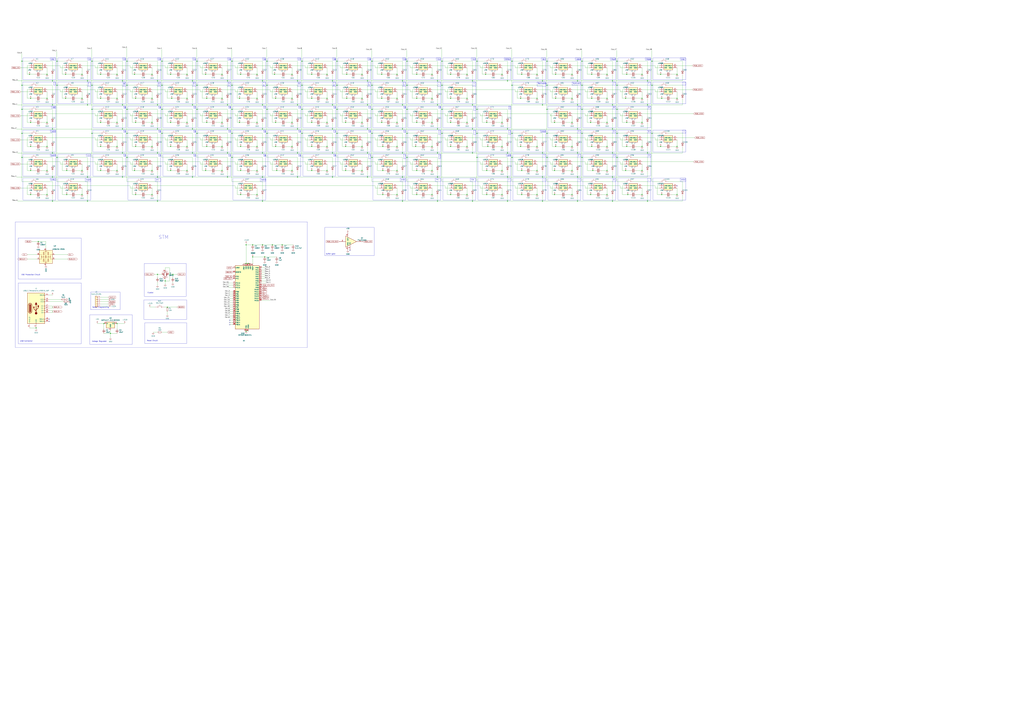
<source format=kicad_sch>
(kicad_sch (version 20231120) (generator "eeschema") (generator_version "8.0")
  (paper "A0")
  (junction (at 391.16 71.12))
  (junction (at 304.8 205.74))
  (junction (at 548.64 93.98))
  (junction (at 120.65 375.92))
  (junction (at 589.28 149.86))
  (junction (at 339.09 114.3))
  (junction (at 675.64 182.88))
  (junction (at 60.96 205.74))
  (junction (at 711.2 121.92))
  (junction (at 767.08 170.18))
  (junction (at 60.96 93.98))
  (junction (at 467.36 233.68))
  (junction (at 157.48 170.18))
  (junction (at 501.65 170.18))
  (junction (at 386.08 205.74))
  (junction (at 566.42 170.18))
  (junction (at 786.13 170.18))
  (junction (at 670.56 149.86))
  (junction (at 320.04 114.3))
  (junction (at 228.6 71.12))
  (junction (at 675.64 71.12))
  (junction (at 298.45 142.24))
  (junction (at 298.45 86.36))
  (junction (at 350.52 71.12))
  (junction (at 401.32 142.24))
  (junction (at 688.34 198.12))
  (junction (at 285.75 384.81))
  (junction (at 431.8 182.88))
  (junction (at 95.25 226.06))
  (junction (at 316.23 284.48))
  (junction (at 635 99.06))
  (junction (at 386.08 93.98))
  (junction (at 200.66 318.77))
  (junction (at 483.87 114.3))
  (junction (at 176.53 226.06))
  (junction (at 157.48 114.3))
  (junction (at 704.85 142.24))
  (junction (at 629.92 177.8))
  (junction (at 278.13 114.3))
  (junction (at 350.52 99.06))
  (junction (at 594.36 71.12))
  (junction (at 182.88 233.68))
  (junction (at 279.4 86.36))
  (junction (at 269.24 154.94))
  (junction (at 402.59 86.36))
  (junction (at 565.15 198.12))
  (junction (at 461.01 198.12))
  (junction (at 182.88 149.86))
  (junction (at 238.76 198.12))
  (junction (at 257.81 170.18))
  (junction (at 264.16 121.92))
  (junction (at 327.66 284.48))
  (junction (at 420.37 198.12))
  (junction (at 704.85 198.12))
  (junction (at 116.84 198.12))
  (junction (at 34.29 86.36))
  (junction (at 704.85 170.18))
  (junction (at 391.16 154.94))
  (junction (at 339.09 142.24))
  (junction (at 664.21 114.3))
  (junction (at 309.88 154.94))
  (junction (at 345.44 177.8))
  (junction (at 269.24 71.12))
  (junction (at 116.84 114.3))
  (junction (at 264.16 177.8))
  (junction (at 508 149.86))
  (junction (at 711.2 149.86))
  (junction (at 54.61 198.12))
  (junction (at 217.17 114.3))
  (junction (at 128.27 387.35))
  (junction (at 687.07 170.18))
  (junction (at 501.65 114.3))
  (junction (at 54.61 142.24))
  (junction (at 41.91 381))
  (junction (at 176.53 114.3))
  (junction (at 472.44 127))
  (junction (at 147.32 71.12))
  (junction (at 635 127))
  (junction (at 142.24 177.8))
  (junction (at 76.2 114.3))
  (junction (at 431.8 154.94))
  (junction (at 54.61 114.3))
  (junction (at 582.93 142.24))
  (junction (at 670.56 121.92))
  (junction (at 444.5 198.12))
  (junction (at 361.95 198.12))
  (junction (at 461.01 170.18))
  (junction (at 386.08 177.8))
  (junction (at 116.84 170.18))
  (junction (at 629.92 121.92))
  (junction (at 565.15 142.24))
  (junction (at 60.96 177.8))
  (junction (at 157.48 142.24))
  (junction (at 379.73 170.18))
  (junction (at 604.52 170.18))
  (junction (at 199.39 114.3))
  (junction (at 443.23 142.24))
  (junction (at 60.96 121.92))
  (junction (at 379.73 86.36))
  (junction (at 379.73 114.3))
  (junction (at 745.49 170.18))
  (junction (at 687.07 86.36))
  (junction (at 483.87 198.12))
  (junction (at 483.87 226.06))
  (junction (at 298.45 114.3))
  (junction (at 135.89 142.24))
  (junction (at 187.96 99.06))
  (junction (at 320.04 142.24))
  (junction (at 401.32 170.18))
  (junction (at 309.88 71.12))
  (junction (at 582.93 170.18))
  (junction (at 508 93.98))
  (junction (at 101.6 93.98))
  (junction (at 483.87 142.24))
  (junction (at 431.8 127))
  (junction (at 217.17 86.36))
  (junction (at 605.79 198.12))
  (junction (at 361.95 114.3))
  (junction (at 467.36 93.98))
  (junction (at 198.12 170.18))
  (junction (at 217.17 198.12))
  (junction (at 106.68 127))
  (junction (at 711.2 177.8))
  (junction (at 95.25 198.12))
  (junction (at 582.93 198.12))
  (junction (at 645.16 86.36))
  (junction (at 563.88 86.36))
  (junction (at 60.96 149.86))
  (junction (at 589.28 205.74))
  (junction (at 483.87 86.36))
  (junction (at 548.64 121.92))
  (junction (at 501.65 198.12))
  (junction (at 182.88 205.74))
  (junction (at 391.16 99.06))
  (junction (at 228.6 154.94))
  (junction (at 431.8 99.06))
  (junction (at 293.37 298.45))
  (junction (at 309.88 99.06))
  (junction (at 523.24 86.36))
  (junction (at 66.04 99.06))
  (junction (at 482.6 170.18))
  (junction (at 589.28 93.98))
  (junction (at 565.15 226.06))
  (junction (at 187.96 154.94))
  (junction (at 217.17 170.18))
  (junction (at 594.36 182.88))
  (junction (at 711.2 93.98))
  (junction (at 318.77 86.36))
  (junction (at 269.24 99.06))
  (junction (at 513.08 127))
  (junction (at 198.12 198.12))
  (junction (at 727.71 170.18))
  (junction (at 101.6 121.92))
  (junction (at 716.28 99.06))
  (junction (at 298.45 226.06))
  (junction (at 745.49 86.36))
  (junction (at 472.44 154.94))
  (junction (at 716.28 154.94))
  (junction (at 223.52 149.86))
  (junction (at 35.56 198.12))
  (junction (at 288.29 306.07))
  (junction (at 147.32 182.88))
  (junction (at 426.72 121.92))
  (junction (at 589.28 233.68))
  (junction (at 420.37 142.24))
  (junction (at 542.29 114.3))
  (junction (at 685.8 142.24))
  (junction (at 379.73 198.12))
  (junction (at 461.01 114.3))
  (junction (at 523.24 170.18))
  (junction (at 257.81 86.36))
  (junction (at 768.35 226.06))
  (junction (at 745.49 226.06))
  (junction (at 66.04 182.88))
  (junction (at 604.52 114.3))
  (junction (at 664.21 170.18))
  (junction (at 307.34 298.45))
  (junction (at 444.5 170.18))
  (junction (at 182.88 177.8))
  (junction (at 542.29 86.36))
  (junction (at 548.64 177.8))
  (junction (at 339.09 170.18))
  (junction (at 508 177.8))
  (junction (at 786.13 226.06))
  (junction (at 350.52 127))
  (junction (at 35.56 170.18))
  (junction (at 54.61 226.06))
  (junction (at 711.2 205.74))
  (junction (at 623.57 226.06))
  (junction (at 472.44 182.88))
  (junction (at 467.36 177.8))
  (junction (at 182.88 121.92))
  (junction (at 269.24 127))
  (junction (at 135.89 86.36))
  (junction (at 66.04 71.12))
  (junction (at 670.56 93.98))
  (junction (at 223.52 205.74))
  (junction (at 670.56 177.8))
  (junction (at 379.73 142.24))
  (junction (at 264.16 149.86))
  (junction (at 635 182.88))
  (junction (at 786.13 114.3))
  (junction (at 443.23 86.36))
  (junction (at 54.61 170.18))
  (junction (at 402.59 114.3))
  (junction (at 35.56 114.3))
  (junction (at 664.21 86.36))
  (junction (at 223.52 93.98))
  (junction (at 304.8 149.86))
  (junction (at 745.49 114.3))
  (junction (at 461.01 226.06))
  (junction (at 623.57 170.18))
  (junction (at 176.53 170.18))
  (junction (at 191.77 326.39))
  (junction (at 240.03 114.3))
  (junction (at 401.32 198.12))
  (junction (at 635 154.94))
  (junction (at 298.45 198.12))
  (junction (at 756.92 154.94))
  (junction (at 264.16 205.74))
  (junction (at 116.84 142.24))
  (junction (at 704.85 114.3))
  (junction (at 35.56 142.24))
  (junction (at 553.72 182.88))
  (junction (at 605.79 226.06))
  (junction (at 629.92 233.68))
  (junction (at 182.88 318.77))
  (junction (at 240.03 170.18))
  (junction (at 77.47 226.06))
  (junction (at 60.96 233.68))
  (junction (at 386.08 149.86))
  (junction (at 751.84 121.92))
  (junction (at 594.36 99.06))
  (junction (at 320.04 170.18))
  (junction (at 142.24 205.74))
  (junction (at 726.44 114.3))
  (junction (at 623.57 114.3))
  (junction (at 135.89 170.18))
  (junction (at 542.29 226.06))
  (junction (at 645.16 170.18))
  (junction (at 95.25 86.36))
  (junction (at 704.85 226.06))
  (junction (at 182.88 93.98))
  (junction (at 501.65 142.24))
  (junction (at 321.31 198.12))
  (junction (at 285.75 284.48))
  (junction (at 269.24 182.88))
  (junction (at 25.4 154.94))
  (junction (at 361.95 142.24))
  (junction (at 467.36 149.86))
  (junction (at 106.68 71.12))
  (junction (at 386.08 121.92))
  (junction (at 589.28 177.8))
  (junction (at 279.4 226.06))
  (junction (at 304.8 177.8))
  (junction (at 629.92 93.98))
  (junction (at 645.16 114.3))
  (junction (at 508 205.74))
  (junction (at 223.52 121.92))
  (junction (at 605.79 86.36))
  (junction (at 106.68 154.94))
  (junction (at 228.6 127))
  (junction (at 687.07 114.3))
  (junction (at 643.89 226.06))
  (junction (at 285.75 306.07))
  (junction (at 675.64 127))
  (junction (at 461.01 142.24))
  (junction (at 431.8 71.12))
  (junction (at 768.35 114.3))
  (junction (at 44.45 280.67))
  (junction (at 594.36 154.94))
  (junction (at 223.52 177.8))
  (junction (at 420.37 114.3))
  (junction (at 716.28 71.12))
  (junction (at 548.64 233.68))
  (junction (at 54.61 86.36))
  (junction (at 548.64 149.86))
  (junction (at 25.4 71.12))
  (junction (at 643.89 198.12))
  (junction (at 623.57 198.12))
  (junction (at 553.72 71.12))
  (junction (at 77.47 198.12))
  (junction (at 304.8 284.48))
  (junction (at 298.45 170.18))
  (junction (at 670.56 205.74))
  (junction (at 135.89 114.3))
  (junction (at 728.98 226.06))
  (junction (at 635 71.12))
  (junction (at 217.17 142.24))
  (junction (at 727.71 86.36))
  (junction (at 711.2 233.68))
  (junction (at 279.4 170.18))
  (junction (at 472.44 99.06))
  (junction (at 176.53 86.36))
  (junction (at 304.8 121.92))
  (junction (at 279.4 198.12))
  (junction (at 664.21 198.12))
  (junction (at 147.32 127))
  (junction (at 240.03 142.24))
  (junction (at 339.09 86.36))
  (junction (at 426.72 93.98))
  (junction (at 157.48 226.06))
  (junction (at 135.89 198.12))
  (junction (at 345.44 93.98))
  (junction (at 643.89 142.24))
  (junction (at 472.44 71.12))
  (junction (at 767.08 86.36))
  (junction (at 685.8 226.06))
  (junction (at 726.44 198.12))
  (junction (at 751.84 177.8))
  (junction (at 553.72 154.94))
  (junction (at 278.13 142.24))
  (junction (at 553.72 127))
  (junction (at 194.31 356.87))
  (junction (at 542.29 142.24))
  (junction (at 142.24 149.86))
  (junction (at 147.32 154.94))
  (junction (at 751.84 93.98))
  (junction (at 176.53 142.24))
  (junction (at 76.2 86.36))
  (junction (at 304.8 233.68))
  (junction (at 198.12 142.24))
  (junction (at 264.16 93.98))
  (junction (at 629.92 205.74))
  (junction (at 461.01 86.36))
  (junction (at 420.37 86.36))
  (junction (at 101.6 205.74))
  (junction (at 293.37 284.48))
  (junction (at 756.92 71.12))
  (junction (at 745.49 142.24))
  (junction (at 582.93 226.06))
  (junction (at 675.64 99.06))
  (junction (at 523.24 114.3))
  (junction (at 106.68 99.06))
  (junction (at 95.25 114.3))
  (junction (at 198.12 86.36))
  (junction (at 25.4 127))
  (junction (at 786.13 86.36))
  (junction (at 257.81 198.12))
  (junction (at 444.5 226.06))
  (junction (at 513.08 154.94))
  (junction (at 716.28 182.88))
  (junction (at 727.71 142.24))
  (junction (at 176.53 198.12))
  (junction (at 345.44 149.86))
  (junction (at 443.23 114.3))
  (junction (at 523.24 142.24))
  (junction (at 426.72 177.8))
  (junction (at 147.32 99.06))
  (junction (at 391.16 127))
  (junction (at 467.36 205.74))
  (junction (at 704.85 86.36))
  (junction (at 751.84 233.68))
  (junction (at 238.76 86.36))
  (junction (at 309.88 127))
  (junction (at 508 121.92))
  (junction (at 501.65 226.06))
  (junction (at 664.21 226.06))
  (junction (at 135.89 375.92))
  (junction (at 501.65 86.36))
  (junction (at 361.95 170.18))
  (junction (at 542.29 170.18))
  (junction (at 25.4 99.06))
  (junction (at 345.44 121.92))
  (junction (at 187.96 71.12))
  (junction (at 664.21 142.24))
  (junction (at 156.21 86.36))
  (junction (at 467.36 121.92))
  (junction (at 623.57 86.36))
  (junction (at 508 233.68))
  (junction (at 345.44 205.74))
  (junction (at 25.4 182.88))
  (junction (at 35.56 226.06))
  (junction (at 142.24 121.92))
  (junction (at 142.24 93.98))
  (junction (at 304.8 93.98))
  (junction (at 156.21 198.12))
  (junction (at 426.72 149.86))
  (junction (at 187.96 127))
  (junction (at 670.56 233.68))
  (junction (at 582.93 86.36))
  (junction (at 426.72 205.74))
  (junction (at 228.6 99.06))
  (junction (at 513.08 71.12))
  (junction (at 257.81 114.3))
  (junction (at 716.28 127))
  (junction (at 756.92 99.06))
  (junction (at 513.08 99.06))
  (junction (at 675.64 154.94))
  (junction (at 339.09 198.12))
  (junction (at 101.6 233.68))
  (junction (at 257.81 142.24))
  (junction (at 420.37 170.18))
  (junction (at 361.95 86.36))
  (junction (at 523.24 226.06))
  (junction (at 745.49 198.12))
  (junction (at 116.84 86.36))
  (junction (at 350.52 154.94))
  (no_connect (at 266.7 377.19))
  (no_connect (at 406.4 290.83))
  (no_connect (at 57.15 373.38))
  (no_connect (at 266.7 372.11))
  (no_connect (at 266.7 374.65))
  (no_connect (at 786.13 215.9))
  (no_connect (at 57.15 370.84))
  (wire (pts (xy 739.14 86.36) (xy 745.49 86.36)))
  (wire (pts (xy 85.09 71.12) (xy 101.6 71.12)))
  (wire (pts (xy 279.4 86.36) (xy 284.48 86.36)))
  (wire (pts (xy 670.56 127) (xy 654.05 127)))
  (wire (pts (xy 31.75 170.18) (xy 35.56 170.18)))
  (wire (pts (xy 521.97 106.68) (xy 516.89 106.68)))
  (wire (pts (xy 72.39 187.96) (xy 72.39 198.12)))
  (polyline (pts (xy 105.2576 339.4202) (xy 139.3952 339.4202)))
  (wire (pts (xy 25.4 71.12) (xy 25.4 99.06)))
  (wire (pts (xy 461.01 132.08) (xy 476.25 132.08)))
  (wire (pts (xy 478.79 76.2) (xy 481.33 76.2)))
  (wire (pts (xy 508 199.39) (xy 508 205.74)))
  (wire (pts (xy 426.72 99.06) (xy 410.21 99.06)))
  (wire (pts (xy 153.67 198.12) (xy 156.21 198.12)))
  (wire (pts (xy 426.72 71.12) (xy 410.21 71.12)))
  (wire (pts (xy 426.72 135.89) (xy 426.72 127)))
  (wire (pts (xy 24.13 190.5) (xy 34.29 190.5)))
  (wire (pts (xy 345.44 177.8) (xy 386.08 177.8)))
  (wire (pts (xy 495.3 86.36) (xy 501.65 86.36)))
  (wire (pts (xy 275.59 226.06) (xy 279.4 226.06)))
  (wire (pts (xy 356.87 104.14) (xy 356.87 114.3)))
  (wire (pts (xy 751.84 107.95) (xy 751.84 99.06)))
  (wire (pts (xy 182.88 163.83) (xy 182.88 154.94)))
  (wire (pts (xy 135.89 198.12) (xy 135.89 190.5)))
  (wire (pts (xy 779.78 226.06) (xy 786.13 226.06)))
  (wire (pts (xy 640.08 132.08) (xy 640.08 142.24)))
  (wire (pts (xy 223.52 149.86) (xy 264.16 149.86)))
  (wire (pts (xy 560.07 187.96) (xy 560.07 198.12)))
  (wire (pts (xy 438.15 114.3) (xy 443.23 114.3)))
  (wire (pts (xy 684.53 71.12) (xy 675.64 71.12)))
  (wire (pts (xy 728.98 226.06) (xy 731.52 226.06)))
  (wire (pts (xy 116.84 86.36) (xy 121.92 86.36)))
  (wire (pts (xy 57.15 355.6) (xy 60.96 355.6)))
  (wire (pts (xy 414.02 114.3) (xy 420.37 114.3)))
  (wire (pts (xy 756.92 154.94) (xy 756.92 210.82)))
  (wire (pts (xy 182.88 143.51) (xy 182.88 149.86)))
  (wire (pts (xy 115.57 127) (xy 106.68 127)))
  (wire (pts (xy 359.41 154.94) (xy 350.52 154.94)))
  (polyline (pts (xy 94.361 399.415) (xy 21.209 399.415)) (stroke (width 0) (type solid)))
  (wire (pts (xy 88.9 114.3) (xy 95.25 114.3)))
  (wire (pts (xy 670.56 163.83) (xy 670.56 154.94)))
  (wire (pts (xy 576.58 142.24) (xy 582.93 142.24)))
  (wire (pts (xy 115.57 78.74) (xy 110.49 78.74)))
  (wire (pts (xy 196.85 134.62) (xy 191.77 134.62)))
  (wire (pts (xy 101.6 80.01) (xy 101.6 71.12)))
  (wire (pts (xy 657.86 170.18) (xy 664.21 170.18)))
  (wire (pts (xy 386.08 99.06) (xy 369.57 99.06)))
  (wire (pts (xy 542.29 104.14) (xy 598.17 104.14)))
  (wire (pts (xy 745.49 198.12) (xy 745.49 190.5)))
  (polyline (pts (xy 21.209 328.803) (xy 94.361 328.803)) (stroke (width 0) (type solid)))
  (wire (pts (xy 194.31 170.18) (xy 198.12 170.18)))
  (wire (pts (xy 273.05 190.5) (xy 273.05 187.96)))
  (wire (pts (xy 60.96 154.94) (xy 44.45 154.94)))
  (wire (pts (xy 751.84 163.83) (xy 751.84 154.94)))
  (wire (pts (xy 704.85 114.3) (xy 704.85 106.68)))
  (wire (pts (xy 400.05 190.5) (xy 394.97 190.5)))
  (wire (pts (xy 356.87 76.2) (xy 356.87 86.36)))
  (wire (pts (xy 316.23 114.3) (xy 320.04 114.3)))
  (wire (pts (xy 60.96 177.8) (xy 142.24 177.8)))
  (wire (pts (xy 483.87 86.36) (xy 487.68 86.36)))
  (wire (pts (xy 394.97 78.74) (xy 394.97 76.2)))
  (wire (pts (xy 285.75 306.07) (xy 288.29 306.07)))
  (wire (pts (xy 420.37 104.14) (xy 435.61 104.14)))
  (wire (pts (xy 350.52 154.94) (xy 350.52 182.88)))
  (wire (pts (xy 129.54 142.24) (xy 135.89 142.24)))
  (wire (pts (xy 420.37 142.24) (xy 420.37 134.62)))
  (wire (pts (xy 600.71 187.96) (xy 600.71 198.12)))
  (wire (pts (xy 670.56 71.12) (xy 654.05 71.12)))
  (wire (pts (xy 386.08 191.77) (xy 386.08 182.88)))
  (wire (pts (xy 373.38 170.18) (xy 379.73 170.18)))
  (wire (pts (xy 359.41 134.62) (xy 354.33 134.62)))
  (wire (pts (xy 756.92 71.12) (xy 756.92 99.06)))
  (wire (pts (xy 711.2 154.94) (xy 694.69 154.94)))
  (wire (pts (xy 116.84 142.24) (xy 121.92 142.24)))
  (wire (pts (xy 275.59 187.96) (xy 275.59 198.12)))
  (wire (pts (xy 467.36 199.39) (xy 467.36 205.74)))
  (wire (pts (xy 285.75 284.48) (xy 293.37 284.48)))
  (wire (pts (xy 603.25 182.88) (xy 594.36 182.88)))
  (wire (pts (xy 345.44 154.94) (xy 328.93 154.94)))
  (wire (pts (xy 638.81 190.5) (xy 638.81 187.96)))
  (wire (pts (xy 548.64 80.01) (xy 548.64 71.12)))
  (wire (pts (xy 31.75 215.9) (xy 34.29 215.9)))
  (wire (pts (xy 237.49 71.12) (xy 228.6 71.12)))
  (wire (pts (xy 675.64 58.42) (xy 675.64 71.12)))
  (wire (pts (xy 339.09 160.02) (xy 354.33 160.02)))
  (wire (pts (xy 725.17 218.44) (xy 720.09 218.44)))
  (wire (pts (xy 359.41 182.88) (xy 350.52 182.88)))
  (wire (pts (xy 560.07 215.9) (xy 560.07 226.06)))
  (wire (pts (xy 438.15 104.14) (xy 438.15 114.3)))
  (wire (pts (xy 472.44 182.88) (xy 472.44 210.82)))
  (wire (pts (xy 670.56 233.68) (xy 711.2 233.68)))
  (wire (pts (xy 617.22 226.06) (xy 623.57 226.06)))
  (wire (pts (xy 704.85 160.02) (xy 720.09 160.02)))
  (wire (pts (xy 779.78 114.3) (xy 786.13 114.3)))
  (wire (pts (xy 74.93 78.74) (xy 69.85 78.74)))
  (wire (pts (xy 657.86 198.12) (xy 664.21 198.12)))
  (wire (pts (xy 792.48 154.94) (xy 775.97 154.94)))
  (wire (pts (xy 604.52 170.18) (xy 609.6 170.18)))
  (wire (pts (xy 191.77 134.62) (xy 191.77 132.08)))
  (wire (pts (xy 31.75 300.99) (xy 43.18 300.99)))
  (polyline (pts (xy 168.1734 375.0564) (xy 216.6874 375.0564)))
  (wire (pts (xy 751.84 143.51) (xy 751.84 149.86)))
  (wire (pts (xy 157.48 114.3) (xy 162.56 114.3)))
  (wire (pts (xy 36.83 280.67) (xy 44.45 280.67)))
  (wire (pts (xy 313.69 190.5) (xy 313.69 187.96)))
  (wire (pts (xy 116.84 170.18) (xy 121.92 170.18)))
  (wire (pts (xy 298.45 86.36) (xy 298.45 78.74)))
  (wire (pts (xy 76.2 114.3) (xy 81.28 114.3)))
  (wire (pts (xy 257.81 187.96) (xy 273.05 187.96)))
  (wire (pts (xy 720.09 78.74) (xy 720.09 76.2)))
  (wire (pts (xy 234.95 76.2) (xy 234.95 86.36)))
  (wire (pts (xy 598.17 218.44) (xy 598.17 215.9)))
  (wire (pts (xy 582.93 142.24) (xy 582.93 134.62)))
  (wire (pts (xy 553.72 71.12) (xy 553.72 127)))
  (wire (pts (xy 182.88 93.98) (xy 223.52 93.98)))
  (wire (pts (xy 237.49 162.56) (xy 232.41 162.56)))
  (wire (pts (xy 751.84 135.89) (xy 751.84 127)))
  (wire (pts (xy 238.76 198.12) (xy 243.84 198.12)))
  (wire (pts (xy 316.23 76.2) (xy 318.77 76.2)))
  (wire (pts (xy 560.07 132.08) (xy 560.07 142.24)))
  (wire (pts (xy 681.99 114.3) (xy 687.07 114.3)))
  (wire (pts (xy 217.17 114.3) (xy 217.17 106.68)))
  (wire (pts (xy 792.48 71.12) (xy 775.97 71.12)))
  (wire (pts (xy 223.52 121.92) (xy 264.16 121.92)))
  (wire (pts (xy 670.56 80.01) (xy 670.56 71.12)))
  (wire (pts (xy 565.15 198.12) (xy 568.96 198.12)))
  (wire (pts (xy 725.17 127) (xy 716.28 127)))
  (wire (pts (xy 657.86 226.06) (xy 664.21 226.06)))
  (wire (pts (xy 187.96 99.06) (xy 187.96 127)))
  (wire (pts (xy 257.81 114.3) (xy 257.81 106.68)))
  (wire (pts (xy 478.79 187.96) (xy 481.33 187.96)))
  (wire (pts (xy 420.37 76.2) (xy 435.61 76.2)))
  (wire (pts (xy 293.37 298.45) (xy 307.34 298.45)))
  (wire (pts (xy 113.03 160.02) (xy 113.03 170.18)))
  (wire (pts (xy 356.87 187.96) (xy 356.87 198.12)))
  (wire (pts (xy 223.52 115.57) (xy 223.52 121.92)))
  (wire (pts (xy 240.03 142.24) (xy 243.84 142.24)))
  (wire (pts (xy 435.61 106.68) (xy 435.61 104.14)))
  (wire (pts (xy 269.24 154.94) (xy 269.24 182.88)))
  (wire (pts (xy 115.57 106.68) (xy 110.49 106.68)))
  (wire (pts (xy 426.72 163.83) (xy 426.72 154.94)))
  (wire (pts (xy 751.84 154.94) (xy 735.33 154.94)))
  (wire (pts (xy 481.33 162.56) (xy 476.25 162.56)))
  (wire (pts (xy 191.77 326.39) (xy 196.85 326.39)))
  (wire (pts (xy 560.07 187.96) (xy 562.61 187.96)))
  (wire (pts (xy 264.16 143.51) (xy 264.16 149.86)))
  (wire (pts (xy 147.32 55.88) (xy 147.32 71.12)))
  (wire (pts (xy 198.12 170.18) (xy 203.2 170.18)))
  (wire (pts (xy 151.13 106.68) (xy 151.13 104.14)))
  (wire (pts (xy 339.09 142.24) (xy 339.09 134.62)))
  (wire (pts (xy 57.15 350.52) (xy 73.66 350.52)))
  (wire (pts (xy 223.52 154.94) (xy 207.01 154.94)))
  (wire (pts (xy 664.21 114.3) (xy 664.21 106.68)))
  (wire (pts (xy 589.28 149.86) (xy 670.56 149.86)))
  (wire (pts (xy 257.81 160.02) (xy 273.05 160.02)))
  (wire (pts (xy 31.75 295.91) (xy 43.18 295.91)))
  (wire (pts (xy 142.24 127) (xy 125.73 127)))
  (wire (pts (xy 542.29 215.9) (xy 557.53 215.9)))
  (wire (pts (xy 110.49 162.56) (xy 110.49 160.02)))
  (wire (pts (xy 725.17 78.74) (xy 720.09 78.74)))
  (wire (pts (xy 739.14 114.3) (xy 745.49 114.3)))
  (wire (pts (xy 264.16 127) (xy 247.65 127)))
  (wire (pts (xy 726.44 198.12) (xy 731.52 198.12)))
  (wire (pts (xy 223.52 80.01) (xy 223.52 71.12)))
  (wire (pts (xy 640.08 142.24) (xy 643.89 142.24)))
  (wire (pts (xy 147.32 99.06) (xy 147.32 127)))
  (wire (pts (xy 48.26 114.3) (xy 54.61 114.3)))
  (wire (pts (xy 57.15 358.14) (xy 60.96 358.14)))
  (wire (pts (xy 600.71 226.06) (xy 605.79 226.06)))
  (wire (pts (xy 278.13 134.62) (xy 273.05 134.62)))
  (wire (pts (xy 196.85 162.56) (xy 191.77 162.56)))
  (wire (pts (xy 191.77 78.74) (xy 191.77 76.2)))
  (wire (pts (xy 638.81 218.44) (xy 638.81 215.9)))
  (wire (pts (xy 142.24 171.45) (xy 142.24 177.8)))
  (wire (pts (xy 594.36 71.12) (xy 603.25 71.12)))
  (wire (pts (xy 401.32 170.18) (xy 406.4 170.18)))
  (wire (pts (xy 386.08 135.89) (xy 386.08 127)))
  (wire (pts (xy 142.24 121.92) (xy 182.88 121.92)))
  (wire (pts (xy 722.63 187.96) (xy 722.63 198.12)))
  (wire (pts (xy 115.57 154.94) (xy 106.68 154.94)))
  (wire (pts (xy 501.65 104.14) (xy 516.89 104.14)))
  (wire (pts (xy 386.08 163.83) (xy 386.08 154.94)))
  (wire (pts (xy 426.72 93.98) (xy 467.36 93.98)))
  (wire (pts (xy 275.59 198.12) (xy 279.4 198.12)))
  (wire (pts (xy 548.64 233.68) (xy 589.28 233.68)))
  (wire (pts (xy 681.99 104.14) (xy 684.53 104.14)))
  (wire (pts (xy 670.56 219.71) (xy 670.56 210.82)))
  (wire (pts (xy 361.95 198.12) (xy 365.76 198.12)))
  (wire (pts (xy 513.08 99.06) (xy 513.08 127)))
  (wire (pts (xy 386.08 177.8) (xy 426.72 177.8)))
  (wire (pts (xy 95.25 86.36) (xy 95.25 78.74)))
  (wire (pts (xy 354.33 106.68) (xy 354.33 104.14)))
  (wire (pts (xy 476.25 190.5) (xy 476.25 187.96)))
  (wire (pts (xy 113.03 375.92) (xy 120.65 375.92)))
  (wire (pts (xy 223.52 135.89) (xy 223.52 127)))
  (wire (pts (xy 560.07 198.12) (xy 565.15 198.12)))
  (wire (pts (xy 792.48 171.45) (xy 792.48 177.8)))
  (wire (pts (xy 101.6 107.95) (xy 101.6 99.06)))
  (wire (pts (xy 641.35 215.9) (xy 643.89 215.9)))
  (wire (pts (xy 66.04 182.88) (xy 74.93 182.88)))
  (wire (pts (xy 641.35 104.14) (xy 643.89 104.14)))
  (wire (pts (xy 508 80.01) (xy 508 71.12)))
  (wire (pts (xy 638.81 134.62) (xy 638.81 132.08)))
  (wire (pts (xy 116.84 114.3) (xy 121.92 114.3)))
  (wire (pts (xy 182.88 135.89) (xy 182.88 127)))
  (wire (pts (xy 467.36 182.88) (xy 450.85 182.88)))
  (wire (pts (xy 275.59 104.14) (xy 275.59 114.3)))
  (wire (pts (xy 589.28 227.33) (xy 589.28 233.68)))
  (wire (pts (xy 560.07 215.9) (xy 562.61 215.9)))
  (wire (pts (xy 467.36 210.82) (xy 450.85 210.82)))
  (wire (pts (xy 313.69 106.68) (xy 313.69 104.14)))
  (wire (pts (xy 129.54 170.18) (xy 135.89 170.18)))
  (polyline (pts (xy 167.64 306.07) (xy 167.64 344.3732)) (stroke (width 0) (type solid)))
  (wire (pts (xy 397.51 104.14) (xy 397.51 114.3)))
  (wire (pts (xy 176.53 114.3) (xy 176.53 106.68)))
  (wire (pts (xy 725.17 99.06) (xy 716.28 99.06)))
  (wire (pts (xy 557.53 162.56) (xy 557.53 160.02)))
  (wire (pts (xy 704.85 142.24) (xy 704.85 134.62)))
  (wire (pts (xy 641.35 226.06) (xy 643.89 226.06)))
  (wire (pts (xy 304.8 171.45) (xy 304.8 177.8)))
  (wire (pts (xy 763.27 160.02) (xy 765.81 160.02)))
  (polyline (pts (xy 216.6874 399.1864) (xy 168.1734 399.1864)))
  (wire (pts (xy 356.87 160.02) (xy 359.41 160.02)))
  (wire (pts (xy 332.74 170.18) (xy 339.09 170.18)))
  (wire (pts (xy 681.99 76.2) (xy 684.53 76.2)))
  (wire (pts (xy 751.84 127) (xy 735.33 127)))
  (wire (pts (xy 135.89 142.24) (xy 135.89 134.62)))
  (wire (pts (xy 187.96 71.12) (xy 187.96 99.06)))
  (wire (pts (xy 420.37 160.02) (xy 435.61 160.02)))
  (wire (pts (xy 234.95 160.02) (xy 237.49 160.02)))
  (wire (pts (xy 292.1 226.06) (xy 298.45 226.06)))
  (wire (pts (xy 153.67 104.14) (xy 153.67 114.3)))
  (wire (pts (xy 508 135.89) (xy 508 127)))
  (wire (pts (xy 681.99 86.36) (xy 687.07 86.36)))
  (wire (pts (xy 435.61 162.56) (xy 435.61 160.02)))
  (wire (pts (xy 553.72 182.88) (xy 562.61 182.88)))
  (wire (pts (xy 182.88 107.95) (xy 182.88 99.06)))
  (wire (pts (xy 31.75 198.12) (xy 35.56 198.12)))
  (wire (pts (xy 476.25 134.62) (xy 476.25 132.08)))
  (wire (pts (xy 72.39 86.36) (xy 76.2 86.36)))
  (wire (pts (xy 765.81 78.74) (xy 760.73 78.74)))
  (wire (pts (xy 54.61 226.06) (xy 54.61 218.44)))
  (wire (pts (xy 711.2 80.01) (xy 711.2 71.12)))
  (wire (pts (xy 217.17 187.96) (xy 232.41 187.96)))
  (wire (pts (xy 684.53 218.44) (xy 679.45 218.44)))
  (wire (pts (xy 443.23 142.24) (xy 447.04 142.24)))
  (wire (pts (xy 31.75 187.96) (xy 31.75 198.12)))
  (wire (pts (xy 182.88 121.92) (xy 223.52 121.92)))
  (wire (pts (xy 373.38 86.36) (xy 379.73 86.36)))
  (wire (pts (xy 275.59 132.08) (xy 275.59 142.24)))
  (wire (pts (xy 751.84 171.45) (xy 751.84 177.8)))
  (wire (pts (xy 304.8 80.01) (xy 304.8 71.12)))
  (wire (pts (xy 34.29 86.36) (xy 40.64 86.36)))
  (wire (pts (xy 232.41 190.5) (xy 232.41 187.96)))
  (wire (pts (xy 101.6 191.77) (xy 101.6 182.88)))
  (wire (pts (xy 751.84 87.63) (xy 751.84 93.98)))
  (wire (pts (xy 426.72 115.57) (xy 426.72 121.92)))
  (wire (pts (xy 548.64 177.8) (xy 589.28 177.8)))
  (wire (pts (xy 304.8 149.86) (xy 345.44 149.86)))
  (wire (pts (xy 720.09 190.5) (xy 720.09 187.96)))
  (wire (pts (xy 278.13 182.88) (xy 269.24 182.88)))
  (wire (pts (xy 542.29 86.36) (xy 542.29 78.74)))
  (wire (pts (xy 151.13 162.56) (xy 151.13 160.02)))
  (wire (pts (xy 257.81 198.12) (xy 257.81 190.5)))
  (wire (pts (xy 304.8 115.57) (xy 304.8 121.92)))
  (wire (pts (xy 605.79 86.36) (xy 609.6 86.36)))
  (wire (pts (xy 589.28 135.89) (xy 589.28 127)))
  (wire (pts (xy 426.72 87.63) (xy 426.72 93.98)))
  (wire (pts (xy 535.94 114.3) (xy 542.29 114.3)))
  (wire (pts (xy 478.79 132.08) (xy 481.33 132.08)))
  (wire (pts (xy 278.13 106.68) (xy 273.05 106.68)))
  (wire (pts (xy 684.53 210.82) (xy 675.64 210.82)))
  (wire (pts (xy 704.85 76.2) (xy 720.09 76.2)))
  (wire (pts (xy 264.16 171.45) (xy 264.16 177.8)))
  (wire (pts (xy 25.4 127) (xy 34.29 127)))
  (wire (pts (xy 153.67 76.2) (xy 153.67 86.36)))
  (wire (pts (xy 266.7 349.25) (xy 270.51 349.25)))
  (wire (pts (xy 420.37 170.18) (xy 420.37 162.56)))
  (wire (pts (xy 461.01 142.24) (xy 461.01 134.62)))
  (wire (pts (xy 397.51 198.12) (xy 401.32 198.12)))
  (wire (pts (xy 508 191.77) (xy 508 182.88)))
  (wire (pts (xy 278.13 71.12) (xy 269.24 71.12)))
  (wire (pts (xy 553.72 57.15) (xy 553.72 71.12)))
  (wire (pts (xy 600.71 215.9) (xy 600.71 226.06)))
  (wire (pts (xy 309.88 127) (xy 309.88 154.94)))
  (wire (pts (xy 264.16 205.74) (xy 304.8 205.74)))
  (wire (pts (xy 113.03 187.96) (xy 113.03 198.12)))
  (wire (pts (xy 548.64 171.45) (xy 548.64 177.8)))
  (wire (pts (xy 182.88 127) (xy 166.37 127)))
  (wire (pts (xy 400.05 182.88) (xy 391.16 182.88)))
  (wire (pts (xy 373.38 198.12) (xy 379.73 198.12)))
  (wire (pts (xy 440.69 218.44) (xy 435.61 218.44)))
  (wire (pts (xy 275.59 170.18) (xy 279.4 170.18)))
  (wire (pts (xy 153.67 132.08) (xy 153.67 142.24)))
  (wire (pts (xy 304.8 219.71) (xy 304.8 210.82)))
  (wire (pts (xy 629.92 199.39) (xy 629.92 205.74)))
  (wire (pts (xy 641.35 76.2) (xy 641.35 86.36)))
  (wire (pts (xy 303.53 318.77) (xy 307.34 318.77)))
  (wire (pts (xy 316.23 104.14) (xy 316.23 114.3)))
  (wire (pts (xy 257.81 170.18) (xy 257.81 162.56)))
  (wire (pts (xy 147.32 99.06) (xy 156.21 99.06)))
  (polyline (pts (xy 21.209 399.415) (xy 21.209 328.803)) (stroke (width 0) (type solid)))
  (wire (pts (xy 298.45 142.24) (xy 298.45 134.62)))
  (wire (pts (xy 501.65 132.08) (xy 516.89 132.08)))
  (wire (pts (xy 711.2 135.89) (xy 711.2 127)))
  (wire (pts (xy 304.8 205.74) (xy 345.44 205.74)))
  (wire (pts (xy 431.8 71.12) (xy 431.8 99.06)))
  (wire (pts (xy 101.6 199.39) (xy 101.6 205.74)))
  (wire (pts (xy 557.53 134.62) (xy 557.53 132.08)))
  (wire (pts (xy 786.13 86.36) (xy 786.13 78.74)))
  (wire (pts (xy 292.1 86.36) (xy 298.45 86.36)))
  (wire (pts (xy 792.48 107.95) (xy 792.48 99.06)))
  (wire (pts (xy 638.81 162.56) (xy 638.81 160.02)))
  (wire (pts (xy 670.56 135.89) (xy 670.56 127)))
  (wire (pts (xy 394.97 134.62) (xy 394.97 132.08)))
  (wire (pts (xy 603.25 162.56) (xy 598.17 162.56)))
  (wire (pts (xy 386.08 121.92) (xy 426.72 121.92)))
  (wire (pts (xy 681.99 142.24) (xy 685.8 142.24)))
  (wire (pts (xy 670.56 182.88) (xy 654.05 182.88)))
  (wire (pts (xy 182.88 80.01) (xy 182.88 71.12)))
  (wire (pts (xy 467.36 143.51) (xy 467.36 149.86)))
  (wire (pts (xy 194.31 104.14) (xy 196.85 104.14)))
  (wire (pts (xy 704.85 132.08) (xy 720.09 132.08)))
  (wire (pts (xy 629.92 163.83) (xy 629.92 154.94)))
  (wire (pts (xy 711.2 233.68) (xy 751.84 233.68)))
  (wire (pts (xy 257.81 132.08) (xy 273.05 132.08)))
  (polyline (pts (xy 105.2576 359.8672) (xy 105.2576 339.4202)))
  (wire (pts (xy 792.48 163.83) (xy 792.48 154.94)))
  (wire (pts (xy 318.77 86.36) (xy 325.12 86.36)))
  (wire (pts (xy 467.36 135.89) (xy 467.36 127)))
  (wire (pts (xy 600.71 170.18) (xy 604.52 170.18)))
  (wire (pts (xy 589.28 163.83) (xy 589.28 154.94)))
  (wire (pts (xy 598.17 190.5) (xy 598.17 187.96)))
  (wire (pts (xy 765.81 154.94) (xy 756.92 154.94)))
  (wire (pts (xy 101.6 121.92) (xy 142.24 121.92)))
  (wire (pts (xy 217.17 86.36) (xy 217.17 78.74)))
  (wire (pts (xy 629.92 182.88) (xy 613.41 182.88)))
  (wire (pts (xy 379.73 86.36) (xy 379.73 78.74)))
  (wire (pts (xy 60.96 135.89) (xy 60.96 127)))
  (wire (pts (xy 454.66 198.12) (xy 461.01 198.12)))
  (wire (pts (xy 685.8 142.24) (xy 690.88 142.24)))
  (wire (pts (xy 386.08 154.94) (xy 369.57 154.94)))
  (wire (pts (xy 664.21 198.12) (xy 664.21 190.5)))
  (wire (pts (xy 397.51 187.96) (xy 400.05 187.96)))
  (wire (pts (xy 176.53 132.08) (xy 191.77 132.08)))
  (wire (pts (xy 394.97 190.5) (xy 394.97 187.96)))
  (wire (pts (xy 361.95 170.18) (xy 365.76 170.18)))
  (wire (pts (xy 751.84 99.06) (xy 735.33 99.06)))
  (wire (pts (xy 629.92 99.06) (xy 613.41 99.06)))
  (wire (pts (xy 426.72 177.8) (xy 467.36 177.8)))
  (wire (pts (xy 481.33 182.88) (xy 472.44 182.88)))
  (wire (pts (xy 745.49 142.24) (xy 745.49 134.62)))
  (wire (pts (xy 391.16 154.94) (xy 391.16 182.88)))
  (wire (pts (xy 604.52 114.3) (xy 609.6 114.3)))
  (wire (pts (xy 210.82 86.36) (xy 217.17 86.36)))
  (wire (pts (xy 279.4 170.18) (xy 284.48 170.18)))
  (wire (pts (xy 440.69 99.06) (xy 431.8 99.06)))
  (wire (pts (xy 440.69 71.12) (xy 431.8 71.12)))
  (wire (pts (xy 711.2 107.95) (xy 711.2 99.06)))
  (wire (pts (xy 156.21 86.36) (xy 162.56 86.36)))
  (wire (pts (xy 478.79 215.9) (xy 481.33 215.9)))
  (wire (pts (xy 54.61 187.96) (xy 69.85 187.96)))
  (wire (pts (xy 786.13 104.14) (xy 803.91 104.14)))
  (wire (pts (xy 293.37 284.48) (xy 304.8 284.48)))
  (wire (pts (xy 157.48 226.06) (xy 162.56 226.06)))
  (wire (pts (xy 72.39 104.14) (xy 72.39 114.3)))
  (wire (pts (xy 237.49 99.06) (xy 228.6 99.06)))
  (wire (pts (xy 182.88 318.77) (xy 182.88 322.58)))
  (wire (pts (xy 54.61 170.18) (xy 54.61 162.56)))
  (wire (pts (xy 720.09 134.62) (xy 720.09 132.08)))
  (wire (pts (xy 44.45 280.67) (xy 53.34 280.67)))
  (wire (pts (xy 320.04 170.18) (xy 325.12 170.18)))
  (wire (pts (xy 60.96 93.98) (xy 101.6 93.98)))
  (wire (pts (xy 285.75 384.81) (xy 288.29 384.81)))
  (wire (pts (xy 278.13 127) (xy 269.24 127)))
  (wire (pts (xy 727.71 86.36) (xy 731.52 86.36)))
  (wire (pts (xy 318.77 154.94) (xy 309.88 154.94)))
  (wire (pts (xy 431.8 58.42) (xy 431.8 71.12)))
  (wire (pts (xy 69.85 218.44) (xy 69.85 215.9)))
  (wire (pts (xy 414.02 142.24) (xy 420.37 142.24)))
  (wire (pts (xy 153.67 170.18) (xy 157.48 170.18)))
  (wire (pts (xy 182.88 331.47) (xy 182.88 327.66)))
  (wire (pts (xy 187.96 154.94) (xy 187.96 182.88)))
  (wire (pts (xy 386.08 80.01) (xy 386.08 71.12)))
  (wire (pts (xy 31.75 132.08) (xy 31.75 142.24)))
  (wire (pts (xy 379.73 104.14) (xy 394.97 104.14)))
  (wire (pts (xy 60.96 210.82) (xy 44.45 210.82)))
  (wire (pts (xy 582.93 215.9) (xy 598.17 215.9)))
  (wire (pts (xy 176.53 104.14) (xy 191.77 104.14)))
  (wire (pts (xy 391.16 57.15) (xy 391.16 71.12)))
  (wire (pts (xy 217.17 104.14) (xy 232.41 104.14)))
  (wire (pts (xy 508 177.8) (xy 548.64 177.8)))
  (polyline (pts (xy 94.234 276.606) (xy 94.234 324.104)) (stroke (width 0) (type solid)))
  (wire (pts (xy 135.89 132.08) (xy 151.13 132.08)))
  (wire (pts (xy 763.27 76.2) (xy 763.27 86.36)))
  (wire (pts (xy 722.63 226.06) (xy 728.98 226.06)))
  (wire (pts (xy 722.63 104.14) (xy 722.63 114.3)))
  (wire (pts (xy 535.94 226.06) (xy 542.29 226.06)))
  (wire (pts (xy 629.92 87.63) (xy 629.92 93.98)))
  (wire (pts (xy 156.21 106.68) (xy 151.13 106.68)))
  (wire (pts (xy 156.21 78.74) (xy 151.13 78.74)))
  (wire (pts (xy 345.44 143.51) (xy 345.44 149.86)))
  (wire (pts (xy 275.59 132.08) (xy 278.13 132.08)))
  (wire (pts (xy 562.61 162.56) (xy 557.53 162.56)))
  (wire (pts (xy 454.66 226.06) (xy 461.01 226.06)))
  (wire (pts (xy 629.92 227.33) (xy 629.92 233.68)))
  (wire (pts (xy 508 171.45) (xy 508 177.8)))
  (wire (pts (xy 31.75 215.9) (xy 31.75 226.06)))
  (wire (pts (xy 603.25 210.82) (xy 594.36 210.82)))
  (wire (pts (xy 495.3 142.24) (xy 501.65 142.24)))
  (wire (pts (xy 461.01 86.36) (xy 461.01 78.74)))
  (wire (pts (xy 576.58 170.18) (xy 582.93 170.18)))
  (wire (pts (xy 589.28 127) (xy 572.77 127)))
  (wire (pts (xy 519.43 215.9) (xy 519.43 226.06)))
  (wire (pts (xy 223.52 93.98) (xy 264.16 93.98)))
  (wire (pts (xy 345.44 80.01) (xy 345.44 71.12)))
  (wire (pts (xy 716.28 182.88) (xy 716.28 210.82)))
  (wire (pts (xy 576.58 226.06) (xy 582.93 226.06)))
  (wire (pts (xy 269.24 210.82) (xy 278.13 210.82)))
  (wire (pts (xy 278.13 190.5) (xy 273.05 190.5)))
  (wire (pts (xy 763.27 114.3) (xy 768.35 114.3)))
  (wire (pts (xy 548.64 219.71) (xy 548.64 210.82)))
  (wire (pts (xy 576.58 86.36) (xy 582.93 86.36)))
  (wire (pts (xy 594.36 57.15) (xy 594.36 71.12)))
  (wire (pts (xy 60.96 182.88) (xy 44.45 182.88)))
  (wire (pts (xy 196.85 71.12) (xy 187.96 71.12)))
  (wire (pts (xy 483.87 142.24) (xy 487.68 142.24)))
  (wire (pts (xy 345.44 182.88) (xy 328.93 182.88)))
  (wire (pts (xy 548.64 143.51) (xy 548.64 149.86)))
  (wire (pts (xy 48.26 170.18) (xy 54.61 170.18)))
  (wire (pts (xy 472.44 58.42) (xy 472.44 71.12)))
  (wire (pts (xy 722.63 160.02) (xy 722.63 170.18)))
  (wire (pts (xy 269.24 99.06) (xy 269.24 127)))
  (wire (pts (xy 739.14 198.12) (xy 745.49 198.12)))
  (wire (pts (xy 664.21 76.2) (xy 679.45 76.2)))
  (wire (pts (xy 182.88 115.57) (xy 182.88 121.92)))
  (wire (pts (xy 582.93 187.96) (xy 598.17 187.96)))
  (wire (pts (xy 438.15 132.08) (xy 438.15 142.24)))
  (wire (pts (xy 60.96 191.77) (xy 60.96 182.88)))
  (wire (pts (xy 379.73 76.2) (xy 394.97 76.2)))
  (wire (pts (xy 217.17 76.2) (xy 232.41 76.2)))
  (wire (pts (xy 72.39 114.3) (xy 76.2 114.3)))
  (wire (pts (xy 643.89 190.5) (xy 638.81 190.5)))
  (wire (pts (xy 57.15 363.22) (xy 60.96 363.22)))
  (wire (pts (xy 196.85 154.94) (xy 187.96 154.94)))
  (wire (pts (xy 266.7 367.03) (xy 270.51 367.03)))
  (wire (pts (xy 74.93 106.68) (xy 69.85 106.68)))
  (wire (pts (xy 467.36 99.06) (xy 450.85 99.06)))
  (wire (pts (xy 345.44 99.06) (xy 328.93 99.06)))
  (wire (pts (xy 257.81 76.2) (xy 273.05 76.2)))
  (wire (pts (xy 320.04 114.3) (xy 325.12 114.3)))
  (wire (pts (xy 548.64 154.94) (xy 532.13 154.94)))
  (wire (pts (xy 535.94 86.36) (xy 542.29 86.36)))
  (wire (pts (xy 461.01 114.3) (xy 461.01 106.68)))
  (wire (pts (xy 711.2 199.39) (xy 711.2 205.74)))
  (wire (pts (xy 153.67 104.14) (xy 156.21 104.14)))
  (wire (pts (xy 643.89 99.06) (xy 635 99.06)))
  (wire (pts (xy 582.93 76.2) (xy 598.17 76.2)))
  (wire (pts (xy 60.96 71.12) (xy 44.45 71.12)))
  (wire (pts (xy 792.48 219.71) (xy 792.48 210.82)))
  (wire (pts (xy 513.08 127) (xy 513.08 154.94)))
  (wire (pts (xy 106.68 71.12) (xy 106.68 99.06)))
  (wire (pts (xy 135.89 187.96) (xy 151.13 187.96)))
  (wire (pts (xy 182.88 227.33) (xy 182.88 233.68)))
  (wire (pts (xy 681.99 226.06) (xy 685.8 226.06)))
  (wire (pts (xy 339.09 198.12) (xy 339.09 190.5)))
  (wire (pts (xy 426.72 107.95) (xy 426.72 99.06)))
  (wire (pts (xy 792.48 99.06) (xy 775.97 99.06)))
  (wire (pts (xy 745.49 187.96) (xy 805.18 187.96)))
  (wire (pts (xy 722.63 114.3) (xy 726.44 114.3)))
  (wire (pts (xy 88.9 86.36) (xy 95.25 86.36)))
  (wire (pts (xy 519.43 170.18) (xy 523.24 170.18)))
  (wire (pts (xy 194.31 132.08) (xy 196.85 132.08)))
  (wire (pts (xy 501.65 226.06) (xy 501.65 218.44)))
  (wire (pts (xy 66.04 182.88) (xy 66.04 210.82)))
  (wire (pts (xy 765.81 162.56) (xy 760.73 162.56)))
  (wire (pts (xy 60.96 219.71) (xy 60.96 210.82)))
  (wire (pts (xy 194.31 187.96) (xy 194.31 198.12)))
  (wire (pts (xy 386.08 127) (xy 369.57 127)))
  (wire (pts (xy 711.2 227.33) (xy 711.2 233.68)))
  (wire (pts (xy 266.7 351.79) (xy 270.51 351.79)))
  (wire (pts (xy 359.41 99.06) (xy 350.52 99.06)))
  (wire (pts (xy 664.21 187.96) (xy 679.45 187.96)))
  (wire (pts (xy 217.17 198.12) (xy 217.17 190.5)))
  (wire (pts (xy 786.13 114.3) (xy 786.13 106.68)))
  (wire (pts (xy 711.2 127) (xy 694.69 127)))
  (wire (pts (xy 594.36 71.12) (xy 594.36 99.06)))
  (wire (pts (xy 332.74 114.3) (xy 339.09 114.3)))
  (wire (pts (xy 234.95 198.12) (xy 238.76 198.12)))
  (wire (pts (xy 779.78 86.36) (xy 786.13 86.36)))
  (wire (pts (xy 339.09 104.14) (xy 354.33 104.14)))
  (wire (pts (xy 542.29 170.18) (xy 542.29 162.56)))
  (wire (pts (xy 548.64 163.83) (xy 548.64 154.94)))
  (wire (pts (xy 176.53 198.12) (xy 176.53 190.5)))
  (wire (pts (xy 792.48 210.82) (xy 775.97 210.82)))
  (wire (pts (xy 675.64 154.94) (xy 675.64 182.88)))
  (wire (pts (xy 711.2 121.92) (xy 751.84 121.92)))
  (wire (pts (xy 60.96 127) (xy 44.45 127)))
  (wire (pts (xy 681.99 198.12) (xy 688.34 198.12)))
  (wire (pts (xy 643.89 218.44) (xy 638.81 218.44)))
  (wire (pts (xy 563.88 86.36) (xy 568.96 86.36)))
  (wire (pts (xy 135.89 104.14) (xy 151.13 104.14)))
  (wire (pts (xy 745.49 226.06) (xy 745.49 218.44)))
  (wire (pts (xy 467.36 219.71) (xy 467.36 210.82)))
  (wire (pts (xy 501.65 187.96) (xy 557.53 187.96)))
  (wire (pts (xy 265.43 331.47) (xy 270.51 331.47)))
  (wire (pts (xy 431.8 99.06) (xy 431.8 127)))
  (wire (pts (xy 722.63 215.9) (xy 722.63 226.06)))
  (wire (pts (xy 113.03 170.18) (xy 116.84 170.18)))
  (wire (pts (xy 454.66 114.3) (xy 461.01 114.3)))
  (wire (pts (xy 553.72 182.88) (xy 553.72 210.82)))
  (wire (pts (xy 359.41 190.5) (xy 354.33 190.5)))
  (wire (pts (xy 101.6 227.33) (xy 101.6 233.68)))
  (wire (pts (xy 440.69 127) (xy 431.8 127)))
  (wire (pts (xy 426.72 182.88) (xy 410.21 182.88)))
  (wire (pts (xy 400.05 78.74) (xy 394.97 78.74)))
  (wire (pts (xy 321.31 198.12) (xy 325.12 198.12)))
  (wire (pts (xy 223.52 143.51) (xy 223.52 149.86)))
  (wire (pts (xy 60.96 227.33) (xy 60.96 233.68)))
  (wire (pts (xy 116.84 355.6) (xy 125.73 355.6)))
  (wire (pts (xy 508 227.33) (xy 508 233.68)))
  (wire (pts (xy 722.63 104.14) (xy 725.17 104.14)))
  (wire (pts (xy 589.28 210.82) (xy 572.77 210.82)))
  (wire (pts (xy 461.01 198.12) (xy 461.01 190.5)))
  (wire (pts (xy 763.27 86.36) (xy 767.08 86.36)))
  (wire (pts (xy 345.44 135.89) (xy 345.44 127)))
  (wire (pts (xy 72.39 76.2) (xy 72.39 86.36)))
  (wire (pts (xy 196.85 106.68) (xy 191.77 106.68)))
  (wire (pts (xy 565.15 226.06) (xy 568.96 226.06)))
  (wire (pts (xy 508 115.57) (xy 508 121.92)))
  (wire (pts (xy 298.45 104.14) (xy 313.69 104.14)))
  (wire (pts (xy 20.32 233.68) (xy 60.96 233.68)))
  (wire (pts (xy 617.22 170.18) (xy 623.57 170.18)))
  (wire (pts (xy 542.29 76.2) (xy 557.53 76.2)))
  (wire (pts (xy 711.2 182.88) (xy 694.69 182.88)))
  (wire (pts (xy 386.08 171.45) (xy 386.08 177.8)))
  (wire (pts (xy 438.15 226.06) (xy 444.5 226.06)))
  (wire (pts (xy 438.15 160.02) (xy 438.15 170.18)))
  (wire (pts (xy 210.82 142.24) (xy 217.17 142.24)))
  (wire (pts (xy 670.56 205.74) (xy 711.2 205.74)))
  (wire (pts (xy 264.16 177.8) (xy 304.8 177.8)))
  (wire (pts (xy 275.59 215.9) (xy 275.59 226.06)))
  (wire (pts (xy 600.71 187.96) (xy 603.25 187.96)))
  (wire (pts (xy 223.52 127) (xy 207.01 127)))
  (wire (pts (xy 345.44 71.12) (xy 328.93 71.12)))
  (wire (pts (xy 176.53 160.02) (xy 191.77 160.02)))
  (wire (pts (xy 553.72 210.82) (xy 562.61 210.82)))
  (wire (pts (xy 400.05 127) (xy 391.16 127)))
  (wire (pts (xy 345.44 163.83) (xy 345.44 154.94)))
  (wire (pts (xy 645.16 86.36) (xy 650.24 86.36)))
  (wire (pts (xy 72.39 215.9) (xy 72.39 226.06)))
  (wire (pts (xy 19.05 149.86) (xy 60.96 149.86)))
  (wire (pts (xy 476.25 162.56) (xy 476.25 160.02)))
  (wire (pts (xy 438.15 76.2) (xy 440.69 76.2)))
  (wire (pts (xy 303.53 316.23) (xy 307.34 316.23)))
  (wire (pts (xy 266.7 377.19) (xy 270.51 377.19)))
  (wire (pts (xy 681.99 160.02) (xy 681.99 170.18)))
  (wire (pts (xy 684.53 127) (xy 675.64 127)))
  (wire (pts (xy 74.93 218.44) (xy 69.85 218.44)))
  (wire (pts (xy 116.84 345.44) (xy 125.73 345.44)))
  (wire (pts (xy 635 58.42) (xy 635 71.12)))
  (wire (pts (xy 560.07 160.02) (xy 562.61 160.02)))
  (wire (pts (xy 553.72 154.94) (xy 553.72 182.88)))
  (wire (pts (xy 386.08 115.57) (xy 386.08 121.92)))
  (wire (pts (xy 264.16 107.95) (xy 264.16 99.06)))
  (wire (pts (xy 176.53 226.06) (xy 176.53 218.44)))
  (wire (pts (xy 641.35 160.02) (xy 641.35 170.18)))
  (wire (pts (xy 228.6 154.94) (xy 228.6 182.88)))
  (wire (pts (xy 309.88 154.94) (xy 309.88 182.88)))
  (wire (pts (xy 308.61 326.39) (xy 303.53 326.39)))
  (wire (pts (xy 147.32 71.12) (xy 147.32 99.06)))
  (wire (pts (xy 438.15 187.96) (xy 438.15 198.12)))
  (wire (pts (xy 440.69 190.5) (xy 435.61 190.5)))
  (wire (pts (xy 603.25 78.74) (xy 598.17 78.74)))
  (wire (pts (xy 679.45 134.62) (xy 679.45 132.08)))
  (wire (pts (xy 670.56 87.63) (xy 670.56 93.98)))
  (polyline (pts (xy 216.0778 344.3732) (xy 216.0778 306.07)) (stroke (width 0) (type solid)))
  (wire (pts (xy 115.57 134.62) (xy 110.49 134.62)))
  (wire (pts (xy 170.18 226.06) (xy 176.53 226.06)))
  (wire (pts (xy 629.92 205.74) (xy 670.56 205.74)))
  (wire (pts (xy 350.52 99.06) (xy 350.52 127)))
  (wire (pts (xy 467.36 205.74) (xy 508 205.74)))
  (wire (pts (xy 54.61 114.3) (xy 54.61 106.68)))
  (wire (pts (xy 548.64 87.63) (xy 548.64 93.98)))
  (wire (pts (xy 513.08 154.94) (xy 513.08 210.82)))
  (wire (pts (xy 687.07 86.36) (xy 690.88 86.36)))
  (wire (pts (xy 54.61 104.14) (xy 69.85 104.14)))
  (wire (pts (xy 426.72 199.39) (xy 426.72 205.74)))
  (wire (pts (xy 125.73 71.12) (xy 142.24 71.12)))
  (wire (pts (xy 95.25 114.3) (xy 95.25 106.68)))
  (wire (pts (xy 24.13 78.74) (xy 34.29 78.74)))
  (wire (pts (xy 234.95 187.96) (xy 237.49 187.96)))
  (wire (pts (xy 182.88 199.39) (xy 182.88 205.74)))
  (wire (pts (xy 113.03 76.2) (xy 115.57 76.2)))
  (wire (pts (xy 704.85 86.36) (xy 704.85 78.74)))
  (wire (pts (xy 589.28 177.8) (xy 629.92 177.8)))
  (wire (pts (xy 519.43 215.9) (xy 521.97 215.9)))
  (wire (pts (xy 725.17 134.62) (xy 720.09 134.62)))
  (wire (pts (xy 153.67 132.08) (xy 156.21 132.08)))
  (wire (pts (xy 264.16 182.88) (xy 247.65 182.88)))
  (wire (pts (xy 303.53 323.85) (xy 307.34 323.85)))
  (wire (pts (xy 264.16 115.57) (xy 264.16 121.92)))
  (wire (pts (xy 397.51 76.2) (xy 397.51 86.36)))
  (polyline (pts (xy 139.3952 339.4202) (xy 139.3952 359.8672)))
  (wire (pts (xy 711.2 205.74) (xy 751.84 205.74)))
  (wire (pts (xy 716.28 127) (xy 716.28 154.94)))
  (wire (pts (xy 153.67 114.3) (xy 157.48 114.3)))
  (wire (pts (xy 704.85 187.96) (xy 720.09 187.96)))
  (wire (pts (xy 426.72 127) (xy 410.21 127)))
  (wire (pts (xy 345.44 149.86) (xy 386.08 149.86)))
  (wire (pts (xy 316.23 104.14) (xy 318.77 104.14)))
  (wire (pts (xy 516.89 78.74) (xy 516.89 76.2)))
  (wire (pts (xy 191.77 162.56) (xy 191.77 160.02)))
  (wire (pts (xy 251.46 142.24) (xy 257.81 142.24)))
  (wire (pts (xy 560.07 226.06) (xy 565.15 226.06)))
  (wire (pts (xy 25.4 182.88) (xy 25.4 210.82)))
  (wire (pts (xy 129.54 114.3) (xy 135.89 114.3)))
  (wire (pts (xy 548.64 127) (xy 532.13 127)))
  (wire (pts (xy 223.52 191.77) (xy 223.52 182.88)))
  (wire (pts (xy 508 87.63) (xy 508 93.98)))
  (wire (pts (xy 354.33 162.56) (xy 354.33 160.02)))
  (wire (pts (xy 513.08 210.82) (xy 521.97 210.82)))
  (wire (pts (xy 238.76 86.36) (xy 243.84 86.36)))
  (wire (pts (xy 198.12 198.12) (xy 203.2 198.12)))
  (wire (pts (xy 313.69 134.62) (xy 313.69 132.08)))
  (wire (pts (xy 438.15 170.18) (xy 444.5 170.18)))
  (wire (pts (xy 594.36 210.82) (xy 594.36 182.88)))
  (wire (pts (xy 110.49 78.74) (xy 110.49 76.2)))
  (wire (pts (xy 589.28 219.71) (xy 589.28 210.82)))
  (wire (pts (xy 681.99 132.08) (xy 684.53 132.08)))
  (wire (pts (xy 278.13 218.44) (xy 273.05 218.44)))
  (wire (pts (xy 60.96 171.45) (xy 60.96 177.8)))
  (wire (pts (xy 275.59 114.3) (xy 278.13 114.3)))
  (wire (pts (xy 664.21 104.14) (xy 679.45 104.14)))
  (wire (pts (xy 675.64 127) (xy 675.64 154.94)))
  (wire (pts (xy 266.7 344.17) (xy 270.51 344.17)))
  (wire (pts (xy 266.7 359.41) (xy 270.51 359.41)))
  (wire (pts (xy 196.85 99.06) (xy 187.96 99.06)))
  (wire (pts (xy 101.6 233.68) (xy 182.88 233.68)))
  (wire (pts (xy 35.56 114.3) (xy 40.64 114.3)))
  (wire (pts (xy 698.5 170.18) (xy 704.85 170.18)))
  (wire (pts (xy 765.81 210.82) (xy 756.92 210.82)))
  (wire (pts (xy 153.67 215.9) (xy 153.67 226.06)))
  (wire (pts (xy 402.59 86.36) (xy 406.4 86.36)))
  (wire (pts (xy 711.2 171.45) (xy 711.2 177.8)))
  (wire (pts (xy 751.84 191.77) (xy 751.84 182.88)))
  (wire (pts (xy 760.73 78.74) (xy 760.73 76.2)))
  (wire (pts (xy 478.79 132.08) (xy 478.79 142.24)))
  (wire (pts (xy 77.47 226.06) (xy 81.28 226.06)))
  (wire (pts (xy 57.15 342.9) (xy 60.96 342.9)))
  (wire (pts (xy 234.95 104.14) (xy 237.49 104.14)))
  (wire (pts (xy 142.24 99.06) (xy 125.73 99.06)))
  (wire (pts (xy 182.88 177.8) (xy 223.52 177.8)))
  (wire (pts (xy 257.81 104.14) (xy 273.05 104.14)))
  (wire (pts (xy 194.31 356.87) (xy 205.74 356.87)))
  (wire (pts (xy 440.69 210.82) (xy 431.8 210.82)))
  (wire (pts (xy 106.68 57.15) (xy 106.68 71.12)))
  (wire (pts (xy 716.28 154.94) (xy 716.28 182.88)))
  (wire (pts (xy 756.92 99.06) (xy 756.92 154.94)))
  (wire (pts (xy 508 143.51) (xy 508 149.86)))
  (wire (pts (xy 182.88 87.63) (xy 182.88 93.98)))
  (wire (pts (xy 113.03 104.14) (xy 113.03 114.3)))
  (wire (pts (xy 275.59 142.24) (xy 278.13 142.24)))
  (wire (pts (xy 128.27 387.35) (xy 135.89 387.35)))
  (wire (pts (xy 478.79 187.96) (xy 478.79 198.12)))
  (wire (pts (xy 641.35 76.2) (xy 643.89 76.2)))
  (wire (pts (xy 275.59 76.2) (xy 278.13 76.2)))
  (wire (pts (xy 120.65 375.92) (xy 120.65 382.27)))
  (wire (pts (xy 194.31 160.02) (xy 196.85 160.02)))
  (wire (pts (xy 600.71 76.2) (xy 600.71 86.36)))
  (wire (pts (xy 69.85 190.5) (xy 69.85 187.96)))
  (wire (pts (xy 318.77 71.12) (xy 309.88 71.12)))
  (wire (pts (xy 194.31 86.36) (xy 198.12 86.36)))
  (wire (pts (xy 345.44 205.74) (xy 386.08 205.74)))
  (wire (pts (xy 557.53 218.44) (xy 557.53 215.9)))
  (wire (pts (xy 386.08 143.51) (xy 386.08 149.86)))
  (wire (pts (xy 304.8 121.92) (xy 345.44 121.92)))
  (wire (pts (xy 304.8 107.95) (xy 304.8 99.06)))
  (wire (pts (xy 318.77 127) (xy 309.88 127)))
  (wire (pts (xy 400.05 162.56) (xy 394.97 162.56)))
  (polyline (pts (xy 216.6874 375.0564) (xy 216.6874 399.1864)))
  (wire (pts (xy 48.26 86.36) (xy 54.61 86.36)))
  (wire (pts (xy 106.68 154.94) (xy 106.68 182.88)))
  (wire (pts (xy 638.81 78.74) (xy 638.81 76.2)))
  (wire (pts (xy 640.08 132.08) (xy 643.89 132.08)))
  (wire (pts (xy 438.15 215.9) (xy 440.69 215.9)))
  (wire (pts (xy 54.61 86.36) (xy 54.61 78.74)))
  (wire (pts (xy 266.7 346.71) (xy 270.51 346.71)))
  (wire (pts (xy 751.84 227.33) (xy 751.84 233.68)))
  (wire (pts (xy 629.92 93.98) (xy 670.56 93.98)))
  (wire (pts (xy 76.2 86.36) (xy 81.28 86.36)))
  (wire (pts (xy 31.75 226.06) (xy 35.56 226.06)))
  (wire (pts (xy 318.77 182.88) (xy 309.88 182.88)))
  (wire (pts (xy 481.33 106.68) (xy 476.25 106.68)))
  (wire (pts (xy 327.66 284.48) (xy 340.36 284.48)))
  (wire (pts (xy 664.21 215.9) (xy 679.45 215.9)))
  (wire (pts (xy 401.32 198.12) (xy 406.4 198.12)))
  (wire (pts (xy 684.53 99.06) (xy 675.64 99.06)))
  (wire (pts (xy 542.29 226.06) (xy 542.29 218.44)))
  (wire (pts (xy 548.64 210.82) (xy 532.13 210.82)))
  (wire (pts (xy 623.57 215.9) (xy 638.81 215.9)))
  (wire (pts (xy 60.96 360.68) (xy 60.96 363.22)))
  (wire (pts (xy 31.75 76.2) (xy 34.29 76.2)))
  (wire (pts (xy 135.89 375.92) (xy 144.78 375.92)))
  (wire (pts (xy 316.23 160.02) (xy 316.23 170.18)))
  (wire (pts (xy 25.4 99.06) (xy 34.29 99.06)))
  (wire (pts (xy 467.36 163.83) (xy 467.36 154.94)))
  (wire (pts (xy 316.23 76.2) (xy 316.23 86.36)))
  (wire (pts (xy 629.92 210.82) (xy 613.41 210.82)))
  (wire (pts (xy 269.24 57.15) (xy 269.24 71.12)))
  (polyline (pts (xy 21.082 324.104) (xy 21.082 276.606)) (stroke (width 0) (type solid)))
  (wire (pts (xy 386.08 182.88) (xy 369.57 182.88)))
  (polyline (pts (xy 216.0778 306.07) (xy 167.64 306.07)) (stroke (width 0) (type solid)))
  (wire (pts (xy 594.36 99.06) (xy 594.36 154.94)))
  (wire (pts (xy 562.61 190.5) (xy 557.53 190.5)))
  (wire (pts (xy 760.73 218.44) (xy 760.73 215.9)))
  (wire (pts (xy 476.25 78.74) (xy 476.25 76.2)))
  (wire (pts (xy 293.37 298.45) (xy 293.37 306.07)))
  (wire (pts (xy 57.15 347.98) (xy 71.12 347.98)))
  (wire (pts (xy 521.97 218.44) (xy 516.89 218.44)))
  (wire (pts (xy 35.56 170.18) (xy 40.64 170.18)))
  (wire (pts (xy 35.56 142.24) (xy 40.64 142.24)))
  (wire (pts (xy 356.87 170.18) (xy 361.95 170.18)))
  (wire (pts (xy 106.68 127) (xy 106.68 154.94)))
  (wire (pts (xy 664.21 86.36) (xy 664.21 78.74)))
  (wire (pts (xy 467.36 71.12) (xy 450.85 71.12)))
  (wire (pts (xy 478.79 160.02) (xy 481.33 160.02)))
  (wire (pts (xy 725.17 71.12) (xy 716.28 71.12)))
  (wire (pts (xy 566.42 170.18) (xy 568.96 170.18)))
  (wire (pts (xy 60.96 80.01) (xy 60.96 71.12)))
  (wire (pts (xy 711.2 99.06) (xy 694.69 99.06)))
  (wire (pts (xy 426.72 191.77) (xy 426.72 182.88)))
  (wire (pts (xy 635 182.88) (xy 635 210.82)))
  (wire (pts (xy 720.09 162.56) (xy 720.09 160.02)))
  (wire (pts (xy 24.13 218.44) (xy 34.29 218.44)))
  (wire (pts (xy 304.8 233.68) (xy 467.36 233.68)))
  (wire (pts (xy 684.53 190.5) (xy 679.45 190.5)))
  (wire (pts (xy 54.61 160.02) (xy 110.49 160.02)))
  (wire (pts (xy 727.71 170.18) (xy 731.52 170.18)))
  (wire (pts (xy 645.16 170.18) (xy 650.24 170.18)))
  (wire (pts (xy 440.69 154.94) (xy 431.8 154.94)))
  (polyline (pts (xy 21.082 276.606) (xy 94.234 276.606)) (stroke (width 0) (type solid)))
  (wire (pts (xy 200.66 318.77) (xy 205.74 318.77)))
  (wire (pts (xy 72.39 187.96) (xy 74.93 187.96)))
  (wire (pts (xy 481.33 71.12) (xy 472.44 71.12)))
  (wire (pts (xy 508 205.74) (xy 589.28 205.74)))
  (wire (pts (xy 675.64 182.88) (xy 675.64 210.82)))
  (wire (pts (xy 234.95 132.08) (xy 237.49 132.08)))
  (wire (pts (xy 156.21 71.12) (xy 147.32 71.12)))
  (wire (pts (xy 670.56 121.92) (xy 711.2 121.92)))
  (wire (pts (xy 670.56 177.8) (xy 711.2 177.8)))
  (wire (pts (xy 307.34 298.45) (xy 321.31 298.45)))
  (wire (pts (xy 687.07 114.3) (xy 690.88 114.3)))
  (wire (pts (xy 217.17 160.02) (xy 232.41 160.02)))
  (wire (pts (xy 643.89 182.88) (xy 635 182.88)))
  (wire (pts (xy 142.24 163.83) (xy 142.24 154.94)))
  (wire (pts (xy 237.49 127) (xy 228.6 127)))
  (wire (pts (xy 657.86 142.24) (xy 664.21 142.24)))
  (wire (pts (xy 151.13 218.44) (xy 151.13 215.9)))
  (wire (pts (xy 142.24 107.95) (xy 142.24 99.06)))
  (wire (pts (xy 589.28 80.01) (xy 589.28 71.12)))
  (wire (pts (xy 25.4 182.88) (xy 34.29 182.88)))
  (wire (pts (xy 359.41 106.68) (xy 354.33 106.68)))
  (wire (pts (xy 191.77 106.68) (xy 191.77 104.14)))
  (wire (pts (xy 350.52 57.15) (xy 350.52 71.12)))
  (wire (pts (xy 69.85 106.68) (xy 69.85 104.14)))
  (wire (pts (xy 679.45 190.5) (xy 679.45 187.96)))
  (wire (pts (xy 641.35 86.36) (xy 645.16 86.36)))
  (wire (pts (xy 426.72 149.86) (xy 467.36 149.86)))
  (wire (pts (xy 751.84 93.98) (xy 792.48 93.98)))
  (wire (pts (xy 467.36 87.63) (xy 467.36 93.98)))
  (wire (pts (xy 264.16 121.92) (xy 304.8 121.92)))
  (wire (pts (xy 304.8 227.33) (xy 304.8 233.68)))
  (wire (pts (xy 194.31 104.14) (xy 194.31 114.3)))
  (wire (pts (xy 379.73 114.3) (xy 379.73 106.68)))
  (wire (pts (xy 88.9 226.06) (xy 95.25 226.06)))
  (wire (pts (xy 234.95 170.18) (xy 240.03 170.18)))
  (wire (pts (xy 478.79 160.02) (xy 478.79 170.18)))
  (wire (pts (xy 187.96 57.15) (xy 187.96 71.12)))
  (wire (pts (xy 687.07 170.18) (xy 690.88 170.18)))
  (wire (pts (xy 194.31 114.3) (xy 199.39 114.3)))
  (wire (pts (xy 304.8 177.8) (xy 345.44 177.8)))
  (wire (pts (xy 553.72 154.94) (xy 562.61 154.94)))
  (wire (pts (xy 589.28 71.12) (xy 572.77 71.12)))
  (wire (pts (xy 397.51 114.3) (xy 402.59 114.3)))
  (wire (pts (xy 66.04 210.82) (xy 74.93 210.82)))
  (wire (pts (xy 745.49 215.9) (xy 760.73 215.9)))
  (wire (pts (xy 394.97 162.56) (xy 394.97 160.02)))
  (wire (pts (xy 720.09 218.44) (xy 720.09 215.9)))
  (wire (pts (xy 199.39 114.3) (xy 203.2 114.3)))
  (wire (pts (xy 513.08 154.94) (xy 521.97 154.94)))
  (wire (pts (xy 763.27 170.18) (xy 767.08 170.18)))
  (wire (pts (xy 501.65 198.12) (xy 501.65 190.5)))
  (wire (pts (xy 495.3 226.06) (xy 501.65 226.06)))
  (wire (pts (xy 298.45 215.9) (xy 435.61 215.9)))
  (wire (pts (xy 501.65 215.9) (xy 516.89 215.9)))
  (wire (pts (xy 339.09 132.08) (xy 354.33 132.08)))
  (wire (pts (xy 681.99 132.08) (xy 681.99 142.24)))
  (wire (pts (xy 147.32 154.94) (xy 156.21 154.94)))
  (wire (pts (xy 792.48 80.01) (xy 792.48 71.12)))
  (wire (pts (xy 623.57 104.14) (xy 638.81 104.14)))
  (wire (pts (xy 182.88 149.86) (xy 223.52 149.86)))
  (wire (pts (xy 31.75 187.96) (xy 34.29 187.96)))
  (wire (pts (xy 303.53 311.15) (xy 307.34 311.15)))
  (wire (pts (xy 182.88 154.94) (xy 166.37 154.94)))
  (wire (pts (xy 359.41 127) (xy 350.52 127)))
  (wire (pts (xy 54.61 198.12) (xy 54.61 190.5)))
  (wire (pts (xy 711.2 143.51) (xy 711.2 149.86)))
  (wire (pts (xy 113.03 132.08) (xy 113.03 142.24)))
  (wire (pts (xy 704.85 198.12) (xy 704.85 190.5)))
  (wire (pts (xy 60.96 87.63) (xy 60.96 93.98)))
  (wire (pts (xy 589.28 191.77) (xy 589.28 182.88)))
  (wire (pts (xy 269.24 71.12) (xy 269.24 99.06)))
  (wire (pts (xy 560.07 170.18) (xy 566.42 170.18)))
  (wire (pts (xy 508 210.82) (xy 491.49 210.82)))
  (wire (pts (xy 278.13 78.74) (xy 273.05 78.74)))
  (wire (pts (xy 426.72 80.01) (xy 426.72 71.12)))
  (wire (pts (xy 182.88 210.82) (xy 166.37 210.82)))
  (wire (pts (xy 765.81 218.44) (xy 760.73 218.44)))
  (wire (pts (xy 217.17 132.08) (xy 232.41 132.08)))
  (wire (pts (xy 191.77 311.15) (xy 196.85 311.15)))
  (wire (pts (xy 523.24 86.36) (xy 528.32 86.36)))
  (wire (pts (xy 704.85 104.14) (xy 720.09 104.14)))
  (wire (pts (xy 467.36 107.95) (xy 467.36 99.06)))
  (wire (pts (xy 600.71 198.12) (xy 605.79 198.12)))
  (wire (pts (xy 266.7 339.09) (xy 270.51 339.09)))
  (wire (pts (xy 725.17 210.82) (xy 716.28 210.82)))
  (wire (pts (xy 727.71 142.24) (xy 731.52 142.24)))
  (wire (pts (xy 304.8 71.12) (xy 288.29 71.12)))
  (wire (pts (xy 156.21 218.44) (xy 151.13 218.44)))
  (wire (pts (xy 711.2 87.63) (xy 711.2 93.98)))
  (wire (pts (xy 582.93 198.12) (xy 582.93 190.5)))
  (wire (pts (xy 548.64 135.89) (xy 548.64 127)))
  (wire (pts (xy 698.5 86.36) (xy 704.85 86.36)))
  (wire (pts (xy 435.61 78.74) (xy 435.61 76.2)))
  (wire (pts (xy 681.99 215.9) (xy 684.53 215.9)))
  (wire (pts (xy 698.5 226.06) (xy 704.85 226.06)))
  (wire (pts (xy 48.26 226.06) (xy 54.61 226.06)))
  (wire (pts (xy 304.8 182.88) (xy 288.29 182.88)))
  (wire (pts (xy 237.49 190.5) (xy 232.41 190.5)))
  (wire (pts (xy 508 233.68) (xy 548.64 233.68)))
  (wire (pts (xy 664.21 226.06) (xy 664.21 218.44)))
  (wire (pts (xy 760.73 162.56) (xy 760.73 160.02)))
  (wire (pts (xy 356.87 142.24) (xy 361.95 142.24)))
  (wire (pts (xy 443.23 86.36) (xy 447.04 86.36)))
  (wire (pts (xy 25.4 62.23) (xy 25.4 71.12)))
  (wire (pts (xy 643.89 162.56) (xy 638.81 162.56)))
  (wire (pts (xy 153.67 215.9) (xy 156.21 215.9)))
  (wire (pts (xy 461.01 226.06) (xy 461.01 218.44)))
  (wire (pts (xy 438.15 86.36) (xy 443.23 86.36)))
  (wire (pts (xy 41.91 382.27) (xy 41.91 381)))
  (wire (pts (xy 176.53 187.96) (xy 191.77 187.96)))
  (wire (pts (xy 461.01 104.14) (xy 476.25 104.14)))
  (wire (pts (xy 565.15 142.24) (xy 568.96 142.24)))
  (wire (pts (xy 223.52 107.95) (xy 223.52 99.06)))
  (wire (pts (xy 142.24 182.88) (xy 125.73 182.88)))
  (wire (pts (xy 275.59 104.14) (xy 278.13 104.14)))
  (wire (pts (xy 194.31 76.2) (xy 194.31 86.36)))
  (wire (pts (xy 548.64 99.06) (xy 532.13 99.06)))
  (wire (pts (xy 623.57 76.2) (xy 638.81 76.2)))
  (wire (pts (xy 681.99 160.02) (xy 684.53 160.02)))
  (wire (pts (xy 232.41 162.56) (xy 232.41 160.02)))
  (wire (pts (xy 195.58 318.77) (xy 200.66 318.77)))
  (wire (pts (xy 309.88 99.06) (xy 309.88 127)))
  (wire (pts (xy 722.63 76.2) (xy 725.17 76.2)))
  (wire (pts (xy 60.96 115.57) (xy 60.96 121.92)))
  (wire (pts (xy 304.8 154.94) (xy 288.29 154.94)))
  (wire (pts (xy 440.69 78.74) (xy 435.61 78.74)))
  (wire (pts (xy 792.48 115.57) (xy 792.48 121.92)))
  (wire (pts (xy 304.8 143.51) (xy 304.8 149.86)))
  (wire (pts (xy 142.24 93.98) (xy 182.88 93.98)))
  (wire (pts (xy 763.27 104.14) (xy 763.27 114.3)))
  (wire (pts (xy 786.13 170.18) (xy 786.13 162.56)))
  (wire (pts (xy 643.89 127) (xy 635 127)))
  (wire (pts (xy 129.54 86.36) (xy 135.89 86.36)))
  (wire (pts (xy 361.95 114.3) (xy 365.76 114.3)))
  (wire (pts (xy 519.43 114.3) (xy 523.24 114.3)))
  (wire (pts (xy 345.44 171.45) (xy 345.44 177.8)))
  (wire (pts (xy 356.87 132.08) (xy 356.87 142.24)))
  (wire (pts (xy 629.92 171.45) (xy 629.92 177.8)))
  (wire (pts (xy 603.25 218.44) (xy 598.17 218.44)))
  (wire (pts (xy 461.01 170.18) (xy 461.01 162.56)))
  (wire (pts (xy 313.69 162.56) (xy 313.69 160.02)))
  (wire (pts (xy 234.95 76.2) (xy 237.49 76.2)))
  (wire (pts (xy 684.53 182.88) (xy 675.64 182.88)))
  (wire (pts (xy 182.88 99.06) (xy 166.37 99.06)))
  (wire (pts (xy 438.15 215.9) (xy 438.15 226.06)))
  (wire (pts (xy 478.79 226.06) (xy 483.87 226.06)))
  (wire (pts (xy 182.88 171.45) (xy 182.88 177.8)))
  (wire (pts (xy 110.49 134.62) (xy 110.49 132.08)))
  (wire (pts (xy 792.48 227.33) (xy 792.48 233.68)))
  (wire (pts (xy 72.39 198.12) (xy 77.47 198.12)))
  (wire (pts (xy 142.24 115.57) (xy 142.24 121.92)))
  (wire (pts (xy 156.21 190.5) (xy 151.13 190.5)))
  (wire (pts (xy 182.88 191.77) (xy 182.88 182.88)))
  (wire (pts (xy 345.44 199.39) (xy 345.44 205.74)))
  (wire (pts (xy 128.27 387.35) (xy 128.27 392.43)))
  (wire (pts (xy 397.51 104.14) (xy 400.05 104.14)))
  (wire (pts (xy 716.28 99.06) (xy 716.28 127)))
  (wire (pts (xy 476.25 106.68) (xy 476.25 104.14)))
  (wire (pts (xy 635 99.06) (xy 635 127)))
  (wire (pts (xy 438.15 198.12) (xy 444.5 198.12)))
  (wire (pts (xy 153.67 160.02) (xy 153.67 170.18)))
  (wire (pts (xy 751.84 177.8) (xy 792.48 177.8)))
  (wire (pts (xy 153.67 187.96) (xy 153.67 198.12)))
  (wire (pts (xy 210.82 114.3) (xy 217.17 114.3)))
  (wire (pts (xy 767.08 170.18) (xy 772.16 170.18)))
  (wire (pts (xy 237.49 182.88) (xy 228.6 182.88)))
  (wire (pts (xy 684.53 154.94) (xy 675.64 154.94)))
  (wire (pts (xy 467.36 233.68) (xy 508 233.68)))
  (wire (pts (xy 182.88 233.68) (xy 304.8 233.68)))
  (wire (pts (xy 478.79 86.36) (xy 483.87 86.36)))
  (wire (pts (xy 513.08 127) (xy 521.97 127)))
  (wire (pts (xy 589.28 171.45) (xy 589.28 177.8)))
  (wire (pts (xy 198.12 86.36) (xy 203.2 86.36)))
  (wire (pts (xy 560.07 132.08) (xy 562.61 132.08)))
  (wire (pts (xy 629.92 121.92) (xy 670.56 121.92)))
  (wire (pts (xy 318.77 78.74) (xy 313.69 78.74)))
  (wire (pts (xy 31.75 114.3) (xy 35.56 114.3)))
  (wire (pts (xy 629.92 115.57) (xy 629.92 121.92)))
  (wire (pts (xy 481.33 127) (xy 472.44 127)))
  (wire (pts (xy 264.16 93.98) (xy 304.8 93.98)))
  (wire (pts (xy 704.85 170.18) (xy 704.85 162.56)))
  (wire (pts (xy 589.28 205.74) (xy 629.92 205.74)))
  (wire (pts (xy 275.59 76.2) (xy 275.59 86.36)))
  (wire (pts (xy 386.08 87.63) (xy 386.08 93.98)))
  (wire (pts (xy 397.51 142.24) (xy 401.32 142.24)))
  (wire (pts (xy 191.77 190.5) (xy 191.77 187.96)))
  (wire (pts (xy 31.75 86.36) (xy 34.29 86.36)))
  (wire (pts (xy 483.87 226.06) (xy 487.68 226.06)))
  (wire (pts (xy 298.45 76.2) (xy 313.69 76.2)))
  (wire (pts (xy 386.08 71.12) (xy 369.57 71.12)))
  (wire (pts (xy 25.4 210.82) (xy 34.29 210.82)))
  (wire (pts (xy 467.36 154.94) (xy 450.85 154.94)))
  (wire (pts (xy 309.88 57.15) (xy 309.88 71.12)))
  (wire (pts (xy 223.52 177.8) (xy 264.16 177.8)))
  (wire (pts (xy 779.78 170.18) (xy 786.13 170.18)))
  (wire (pts (xy 182.88 71.12) (xy 166.37 71.12)))
  (wire (pts (xy 495.3 198.12) (xy 501.65 198.12)))
  (wire (pts (xy 725.17 154.94) (xy 716.28 154.94)))
  (wire (pts (xy 194.31 198.12) (xy 198.12 198.12)))
  (wire (pts (xy 20.32 121.92) (xy 60.96 121.92)))
  (wire (pts (xy 24.13 106.68) (xy 34.29 106.68)))
  (wire (pts (xy 767.08 86.36) (xy 772.16 86.36)))
  (wire (pts (xy 194.31 187.96) (xy 196.85 187.96)))
  (wire (pts (xy 426.72 121.92) (xy 467.36 121.92)))
  (wire (pts (xy 194.31 361.95) (xy 194.31 365.76)))
  (wire (pts (xy 95.25 104.14) (xy 110.49 104.14)))
  (wire (pts (xy 25.4 154.94) (xy 34.29 154.94)))
  (wire (pts (xy 722.63 160.02) (xy 725.17 160.02)))
  (wire (pts (xy 354.33 78.74) (xy 354.33 76.2)))
  (wire (pts (xy 438.15 160.02) (xy 440.69 160.02)))
  (wire (pts (xy 345.44 107.95) (xy 345.44 99.06)))
  (wire (pts (xy 519.43 142.24) (xy 523.24 142.24)))
  (wire (pts (xy 20.32 93.98) (xy 60.96 93.98)))
  (wire (pts (xy 217.17 142.24) (xy 217.17 134.62)))
  (wire (pts (xy 345.44 87.63) (xy 345.44 93.98)))
  (wire (pts (xy 191.77 323.85) (xy 191.77 326.39)))
  (wire (pts (xy 562.61 218.44) (xy 557.53 218.44)))
  (wire (pts (xy 361.95 86.36) (xy 365.76 86.36)))
  (wire (pts (xy 467.36 149.86) (xy 508 149.86)))
  (wire (pts (xy 196.85 190.5) (xy 191.77 190.5)))
  (wire (pts (xy 373.38 114.3) (xy 379.73 114.3)))
  (wire (pts (xy 95.25 226.06) (xy 95.25 218.44)))
  (wire (pts (xy 400.05 134.62) (xy 394.97 134.62)))
  (wire (pts (xy 402.59 114.3) (xy 406.4 114.3)))
  (wire (pts (xy 765.81 106.68) (xy 760.73 106.68)))
  (wire (pts (xy 318.77 162.56) (xy 313.69 162.56)))
  (wire (pts (xy 147.32 182.88) (xy 156.21 182.88)))
  (wire (pts (xy 483.87 198.12) (xy 487.68 198.12)))
  (wire (pts (xy 623.57 114.3) (xy 623.57 106.68)))
  (wire (pts (xy 519.43 160.02) (xy 521.97 160.02)))
  (wire (pts (xy 379.73 198.12) (xy 379.73 190.5)))
  (wire (pts (xy 278.13 142.24) (xy 284.48 142.24)))
  (wire (pts (xy 444.5 170.18) (xy 447.04 170.18)))
  (wire (pts (xy 318.77 134.62) (xy 313.69 134.62)))
  (polyline (pts (xy 94.361 328.803) (xy 94.361 399.415)) (stroke (width 0) (type solid)))
  (wire (pts (xy 438.15 132.08) (xy 440.69 132.08)))
  (wire (pts (xy 397.51 187.96) (xy 397.51 198.12)))
  (wire (pts (xy 698.5 198.12) (xy 704.85 198.12)))
  (wire (pts (xy 629.92 177.8) (xy 670.56 177.8)))
  (wire (pts (xy 501.65 114.3) (xy 501.65 106.68)))
  (wire (pts (xy 147.32 127) (xy 156.21 127)))
  (wire (pts (xy 553.72 127) (xy 562.61 127)))
  (polyline (pts (xy 139.3952 359.8672) (xy 105.2576 359.8672)))
  (wire (pts (xy 142.24 143.51) (xy 142.24 149.86)))
  (wire (pts (xy 264.16 87.63) (xy 264.16 93.98)))
  (wire (pts (xy 397.51 76.2) (xy 400.05 76.2)))
  (wire (pts (xy 745.49 132.08) (xy 805.18 132.08)))
  (wire (pts (xy 304.8 284.48) (xy 316.23 284.48)))
  (wire (pts (xy 675.64 99.06) (xy 675.64 127)))
  (wire (pts (xy 643.89 71.12) (xy 635 71.12)))
  (wire (pts (xy 589.28 143.51) (xy 589.28 149.86)))
  (wire (pts (xy 521.97 162.56) (xy 516.89 162.56)))
  (wire (pts (xy 751.84 71.12) (xy 735.33 71.12)))
  (wire (pts (xy 223.52 87.63) (xy 223.52 93.98)))
  (wire (pts (xy 557.53 78.74) (xy 557.53 76.2)))
  (wire (pts (xy 142.24 177.8) (xy 182.88 177.8)))
  (wire (pts (xy 722.63 142.24) (xy 727.71 142.24)))
  (wire (pts (xy 25.4 99.06) (xy 25.4 127)))
  (wire (pts (xy 523.24 114.3) (xy 528.32 114.3)))
  (wire (pts (xy 113.03 86.36) (xy 116.84 86.36)))
  (wire (pts (xy 356.87 76.2) (xy 359.41 76.2)))
  (wire (pts (xy 266.7 372.11) (xy 270.51 372.11)))
  (wire (pts (xy 553.72 71.12) (xy 562.61 71.12)))
  (wire (pts (xy 170.18 86.36) (xy 176.53 86.36)))
  (wire (pts (xy 617.22 86.36) (xy 623.57 86.36)))
  (wire (pts (xy 629.92 71.12) (xy 613.41 71.12)))
  (wire (pts (xy 600.71 215.9) (xy 603.25 215.9)))
  (wire (pts (xy 508 71.12) (xy 491.49 71.12)))
  (wire (pts (xy 751.84 219.71) (xy 751.84 210.82)))
  (wire (pts (xy 275.59 86.36) (xy 279.4 86.36)))
  (wire (pts (xy 182.88 182.88) (xy 166.37 182.88)))
  (wire (pts (xy 440.69 134.62) (xy 435.61 134.62)))
  (wire (pts (xy 548.64 93.98) (xy 589.28 93.98)))
  (wire (pts (xy 605.79 226.06) (xy 609.6 226.06)))
  (wire (pts (xy 589.28 182.88) (xy 572.77 182.88)))
  (wire (pts (xy 316.23 170.18) (xy 320.04 170.18)))
  (wire (pts (xy 765.81 71.12) (xy 756.92 71.12)))
  (wire (pts (xy 217.17 170.18) (xy 217.17 162.56)))
  (wire (pts (xy 113.03 187.96) (xy 115.57 187.96)))
  (wire (pts (xy 751.84 115.57) (xy 751.84 121.92)))
  (wire (pts (xy 420.37 187.96) (xy 435.61 187.96)))
  (wire (pts (xy 467.36 80.01) (xy 467.36 71.12)))
  (wire (pts (xy 745.49 114.3) (xy 745.49 106.68)))
  (wire (pts (xy 657.86 86.36) (xy 664.21 86.36)))
  (wire (pts (xy 228.6 57.15) (xy 228.6 71.12)))
  (wire (pts (xy 629.92 191.77) (xy 629.92 182.88)))
  (wire (pts (xy 275.59 160.02) (xy 278.13 160.02)))
  (wire (pts (xy 519.43 132.08) (xy 521.97 132.08)))
  (wire (pts (xy 318.77 106.68) (xy 313.69 106.68)))
  (wire (pts (xy 629.92 80.01) (xy 629.92 71.12)))
  (wire (pts (xy 273.05 134.62) (xy 273.05 132.08)))
  (wire (pts (xy 603.25 99.06) (xy 594.36 99.06)))
  (wire (pts (xy 711.2 71.12) (xy 694.69 71.12)))
  (wire (pts (xy 379.73 132.08) (xy 394.97 132.08)))
  (wire (pts (xy 629.92 219.71) (xy 629.92 210.82)))
  (wire (pts (xy 142.24 191.77) (xy 142.24 182.88)))
  (wire (pts (xy 60.96 121.92) (xy 101.6 121.92)))
  (wire (pts (xy 582.93 170.18) (xy 582.93 162.56)))
  (wire (pts (xy 386.08 107.95) (xy 386.08 99.06)))
  (wire (pts (xy 31.75 76.2) (xy 31.75 86.36)))
  (wire (pts (xy 223.52 199.39) (xy 223.52 205.74)))
  (wire (pts (xy 309.88 71.12) (xy 309.88 99.06)))
  (wire (pts (xy 461.01 187.96) (xy 476.25 187.96)))
  (wire (pts (xy 115.57 162.56) (xy 110.49 162.56)))
  (wire (pts (xy 266.7 369.57) (xy 270.51 369.57)))
  (wire (pts (xy 31.75 132.08) (xy 34.29 132.08)))
  (wire (pts (xy 670.56 191.77) (xy 670.56 182.88)))
  (wire (pts (xy 472.44 127) (xy 472.44 154.94)))
  (wire (pts (xy 308.61 328.93) (xy 303.53 328.93)))
  (wire (pts (xy 786.13 76.2) (xy 803.91 76.2)))
  (wire (pts (xy 316.23 132.08) (xy 318.77 132.08)))
  (wire (pts (xy 560.07 76.2) (xy 562.61 76.2)))
  (wire (pts (xy 670.56 143.51) (xy 670.56 149.86)))
  (wire (pts (xy 266.7 361.95) (xy 270.51 361.95)))
  (wire (pts (xy 135.89 160.02) (xy 151.13 160.02)))
  (wire (pts (xy 763.27 160.02) (xy 763.27 170.18)))
  (wire (pts (xy 275.59 160.02) (xy 275.59 170.18)))
  (wire (pts (xy 25.4 154.94) (xy 25.4 182.88)))
  (wire (pts (xy 223.52 71.12) (xy 207.01 71.12)))
  (wire (pts (xy 265.43 334.01) (xy 270.51 334.01)))
  (wire (pts (xy 645.16 114.3) (xy 650.24 114.3)))
  (wire (pts (xy 397.51 132.08) (xy 397.51 142.24)))
  (wire (pts (xy 481.33 154.94) (xy 472.44 154.94)))
  (wire (pts (xy 316.23 132.08) (xy 316.23 142.24)))
  (wire (pts (xy 303.53 321.31) (xy 307.34 321.31)))
  (wire (pts (xy 101.6 115.57) (xy 101.6 121.92)))
  (wire (pts (xy 153.67 187.96) (xy 156.21 187.96)))
  (wire (pts (xy 400.05 71.12) (xy 391.16 71.12)))
  (wire (pts (xy 483.87 114.3) (xy 487.68 114.3)))
  (wire (pts (xy 266.7 356.87) (xy 270.51 356.87)))
  (wire (pts (xy 478.79 104.14) (xy 481.33 104.14)))
  (wire (pts (xy 414.02 170.18) (xy 420.37 170.18)))
  (wire (pts (xy 147.32 154.94) (xy 147.32 182.88)))
  (wire (pts (xy 228.6 99.06) (xy 228.6 127)))
  (wire (pts (xy 279.4 226.06) (xy 284.48 226.06)))
  (wire (pts (xy 397.51 132.08) (xy 400.05 132.08)))
  (wire (pts (xy 711.2 149.86) (xy 751.84 149.86)))
  (wire (pts (xy 332.74 198.12) (xy 339.09 198.12)))
  (wire (pts (xy 560.07 86.36) (xy 563.88 86.36)))
  (wire (pts (xy 589.28 233.68) (xy 629.92 233.68)))
  (wire (pts (xy 60.96 355.6) (xy 60.96 358.14)))
  (wire (pts (xy 548.64 227.33) (xy 548.64 233.68)))
  (wire (pts (xy 679.45 78.74) (xy 679.45 76.2)))
  (wire (pts (xy 763.27 215.9) (xy 765.81 215.9)))
  (wire (pts (xy 350.52 71.12) (xy 350.52 99.06)))
  (wire (pts (xy 508 182.88) (xy 491.49 182.88)))
  (wire (pts (xy 643.89 142.24) (xy 650.24 142.24)))
  (wire (pts (xy 519.43 76.2) (xy 521.97 76.2)))
  (wire (pts (xy 589.28 93.98) (xy 629.92 93.98)))
  (wire (pts (xy 516.89 134.62) (xy 516.89 132.08)))
  (wire (pts (xy 438.15 76.2) (xy 438.15 86.36)))
  (wire (pts (xy 594.36 154.94) (xy 594.36 182.88)))
  (wire (pts (xy 210.82 198.12) (xy 217.17 198.12)))
  (wire (pts (xy 495.3 170.18) (xy 501.65 170.18)))
  (wire (pts (xy 394.97 106.68) (xy 394.97 104.14)))
  (wire (pts (xy 194.31 76.2) (xy 196.85 76.2)))
  (wire (pts (xy 101.6 87.63) (xy 101.6 93.98)))
  (wire (pts (xy 600.71 86.36) (xy 605.79 86.36)))
  (wire (pts (xy 264.16 71.12) (xy 247.65 71.12)))
  (wire (pts (xy 725.17 162.56) (xy 720.09 162.56)))
  (wire (pts (xy 24.13 162.56) (xy 34.29 162.56)))
  (wire (pts (xy 623.57 170.18) (xy 623.57 162.56)))
  (wire (pts (xy 106.68 71.12) (xy 115.57 71.12)))
  (wire (pts (xy 426.72 205.74) (xy 467.36 205.74)))
  (wire (pts (xy 298.45 198.12) (xy 298.45 190.5)))
  (wire (pts (xy 786.13 226.06) (xy 786.13 218.44)))
  (wire (pts (xy 176.53 170.18) (xy 176.53 162.56)))
  (wire (pts (xy 345.44 191.77) (xy 345.44 182.88)))
  (wire (pts (xy 210.82 170.18) (xy 217.17 170.18)))
  (wire (pts (xy 379.73 187.96) (xy 394.97 187.96)))
  (wire (pts (xy 792.48 87.63) (xy 792.48 93.98)))
  (wire (pts (xy 664.21 132.08) (xy 679.45 132.08)))
  (wire (pts (xy 420.37 86.36) (xy 420.37 78.74)))
  (wire (pts (xy 60.96 199.39) (xy 60.96 205.74)))
  (wire (pts (xy 234.95 160.02) (xy 234.95 170.18)))
  (wire (pts (xy 356.87 198.12) (xy 361.95 198.12)))
  (wire (pts (xy 670.56 99.06) (xy 654.05 99.06)))
  (wire (pts (xy 194.31 160.02) (xy 194.31 170.18)))
  (wire (pts (xy 356.87 114.3) (xy 361.95 114.3)))
  (wire (pts (xy 156.21 198.12) (xy 162.56 198.12)))
  (wire (pts (xy 60.96 107.95) (xy 60.96 99.06)))
  (wire (pts (xy 101.6 219.71) (xy 101.6 210.82)))
  (wire (pts (xy 120.65 387.35) (xy 128.27 387.35)))
  (wire (pts (xy 25.4 127) (xy 25.4 154.94)))
  (wire (pts (xy 234.95 114.3) (xy 240.03 114.3)))
  (wire (pts (xy 251.46 114.3) (xy 257.81 114.3)))
  (wire (pts (xy 142.24 199.39) (xy 142.24 205.74)))
  (wire (pts (xy 298.45 160.02) (xy 313.69 160.02)))
  (wire (pts (xy 461.01 76.2) (xy 476.25 76.2)))
  (wire (pts (xy 101.6 99.06) (xy 85.09 99.06)))
  (wire (pts (xy 481.33 78.74) (xy 476.25 78.74)))
  (wire (pts (xy 420.37 198.12) (xy 420.37 190.5)))
  (wire (pts (xy 234.95 104.14) (xy 234.95 114.3)))
  (wire (pts (xy 481.33 190.5) (xy 476.25 190.5)))
  (wire (pts (xy 116.84 347.98) (xy 125.73 347.98)))
  (wire (pts (xy 638.81 106.68) (xy 638.81 104.14)))
  (wire (pts (xy 115.57 190.5) (xy 110.49 190.5)))
  (wire (pts (xy 467.36 121.92) (xy 508 121.92)))
  (wire (pts (xy 519.43 226.06) (xy 523.24 226.06)))
  (wire (pts (xy 478.79 114.3) (xy 483.87 114.3)))
  (wire (pts (xy 354.33 134.62) (xy 354.33 132.08)))
  (wire (pts (xy 617.22 114.3) (xy 623.57 114.3)))
  (wire (pts (xy 386.08 93.98) (xy 426.72 93.98)))
  (wire (pts (xy 304.8 191.77) (xy 304.8 182.88)))
  (wire (pts (xy 519.43 132.08) (xy 519.43 142.24)))
  (wire (pts (xy 251.46 170.18) (xy 257.81 170.18)))
  (wire (pts (xy 745.49 160.02) (xy 760.73 160.02)))
  (wire (pts (xy 269.24 127) (xy 269.24 154.94)))
  (wire (pts (xy 739.14 226.06) (xy 745.49 226.06)))
  (wire (pts (xy 426.72 143.51) (xy 426.72 149.86)))
  (wire (pts (xy 292.1 170.18) (xy 298.45 170.18)))
  (wire (pts (xy 501.65 160.02) (xy 516.89 160.02)))
  (wire (pts (xy 153.67 86.36) (xy 156.21 86.36)))
  (wire (pts (xy 548.64 71.12) (xy 532.13 71.12)))
  (wire (pts (xy 292.1 198.12) (xy 298.45 198.12)))
  (wire (pts (xy 745.49 104.14) (xy 760.73 104.14)))
  (wire (pts (xy 31.75 104.14) (xy 31.75 114.3)))
  (wire (pts (xy 414.02 86.36) (xy 420.37 86.36)))
  (wire (pts (xy 589.28 199.39) (xy 589.28 205.74)))
  (wire (pts (xy 339.09 86.36) (xy 339.09 78.74)))
  (wire (pts (xy 756.92 58.42) (xy 756.92 71.12)))
  (wire (pts (xy 60.96 99.06) (xy 44.45 99.06)))
  (wire (pts (xy 542.29 142.24) (xy 542.29 134.62)))
  (wire (pts (xy 711.2 210.82) (xy 694.69 210.82)))
  (wire (pts (xy 223.52 171.45) (xy 223.52 177.8)))
  (wire (pts (xy 467.36 177.8) (xy 508 177.8)))
  (wire (pts (xy 670.56 227.33) (xy 670.56 233.68)))
  (wire (pts (xy 397.51 160.02) (xy 400.05 160.02)))
  (wire (pts (xy 664.21 142.24) (xy 664.21 134.62)))
  (wire (pts (xy 751.84 80.01) (xy 751.84 71.12)))
  (wire (pts (xy 598.17 106.68) (xy 598.17 104.14)))
  (wire (pts (xy 147.32 210.82) (xy 156.21 210.82)))
  (wire (pts (xy 266.7 364.49) (xy 270.51 364.49)))
  (wire (pts (xy 66.04 59.69) (xy 66.04 71.12)))
  (wire (pts (xy 600.71 76.2) (xy 603.25 76.2)))
  (wire (pts (xy 19.05 205.74) (xy 60.96 205.74)))
  (wire (pts (xy 273.05 78.74) (xy 273.05 76.2)))
  (wire (pts (xy 115.57 182.88) (xy 106.68 182.88)))
  (wire (pts (xy 523.24 170.18) (xy 528.32 170.18)))
  (wire (pts (xy 603.25 154.94) (xy 594.36 154.94)))
  (wire (pts (xy 304.8 199.39) (xy 304.8 205.74)))
  (wire (pts (xy 670.56 171.45) (xy 670.56 177.8)))
  (wire (pts (xy 237.49 134.62) (xy 232.41 134.62)))
  (wire (pts (xy 72.39 104.14) (xy 74.93 104.14)))
  (wire (pts (xy 508 93.98) (xy 548.64 93.98)))
  (wire (pts (xy 31.75 104.14) (xy 34.29 104.14)))
  (wire (pts (xy 521.97 134.62) (xy 516.89 134.62)))
  (wire (pts (xy 431.8 127) (xy 431.8 154.94)))
  (wire (pts (xy 711.2 219.71) (xy 711.2 210.82)))
  (wire (pts (xy 142.24 149.86) (xy 182.88 149.86)))
  (wire (pts (xy 292.1 114.3) (xy 298.45 114.3)))
  (wire (pts (xy 386.08 199.39) (xy 386.08 205.74)))
  (wire (pts (xy 273.05 162.56) (xy 273.05 160.02)))
  (wire (pts (xy 722.63 132.08) (xy 722.63 142.24)))
  (wire (pts (xy 523.24 226.06) (xy 528.32 226.06)))
  (wire (pts (xy 513.08 71.12) (xy 513.08 99.06)))
  (wire (pts (xy 685.8 226.06) (xy 690.88 226.06)))
  (wire (pts (xy 88.9 198.12) (xy 95.25 198.12)))
  (wire (pts (xy 670.56 107.95) (xy 670.56 99.06)))
  (wire (pts (xy 339.09 76.2) (xy 354.33 76.2)))
  (wire (pts (xy 751.84 210.82) (xy 735.33 210.82)))
  (wire (pts (xy 318.77 190.5) (xy 313.69 190.5)))
  (wire (pts (xy 142.24 87.63) (xy 142.24 93.98)))
  (wire (pts (xy 240.03 170.18) (xy 243.84 170.18)))
  (wire (pts (xy 31.75 160.02) (xy 31.75 170.18)))
  (wire (pts (xy 519.43 104.14) (xy 519.43 114.3)))
  (wire (pts (xy 482.6 170.18) (xy 487.68 170.18)))
  (wire (pts (xy 288.29 306.07) (xy 290.83 306.07)))
  (wire (pts (xy 553.72 127) (xy 553.72 154.94)))
  (wire (pts (xy 476.25 218.44) (xy 476.25 215.9)))
  (wire (pts (xy 454.66 170.18) (xy 461.01 170.18)))
  (wire (pts (xy 196.85 182.88) (xy 187.96 182.88)))
  (wire (pts (xy 332.74 142.24) (xy 339.09 142.24)))
  (wire (pts (xy 332.74 86.36) (xy 339.09 86.36)))
  (wire (pts (xy 605.79 198.12) (xy 609.6 198.12)))
  (wire (pts (xy 298.45 187.96) (xy 313.69 187.96)))
  (wire (pts (xy 576.58 198.12) (xy 582.93 198.12)))
  (wire (pts (xy 257.81 86.36) (xy 257.81 78.74)))
  (wire (pts (xy 467.36 115.57) (xy 467.36 121.92)))
  (wire (pts (xy 285.75 283.21) (xy 285.75 284.48)))
  (wire (pts (xy 78.74 295.91) (xy 63.5 295.91)))
  (wire (pts (xy 264.16 149.86) (xy 304.8 149.86)))
  (wire (pts (xy 519.43 104.14) (xy 521.97 104.14)))
  (wire (pts (xy 467.36 227.33) (xy 467.36 233.68)))
  (wire (pts (xy 641.35 114.3) (xy 645.16 114.3)))
  (wire (pts (xy 763.27 226.06) (xy 768.35 226.06)))
  (wire (pts (xy 444.5 198.12) (xy 447.04 198.12)))
  (wire (pts (xy 339.09 187.96) (xy 354.33 187.96)))
  (wire (pts (xy 156.21 134.62) (xy 151.13 134.62)))
  (wire (pts (xy 679.45 218.44) (xy 679.45 215.9)))
  (wire (pts (xy 670.56 199.39) (xy 670.56 205.74)))
  (wire (pts (xy 170.18 142.24) (xy 176.53 142.24)))
  (wire (pts (xy 657.86 114.3) (xy 664.21 114.3)))
  (wire (pts (xy 190.5 356.87) (xy 194.31 356.87)))
  (wire (pts (xy 278.13 114.3) (xy 284.48 114.3)))
  (wire (pts (xy 751.84 199.39) (xy 751.84 205.74)))
  (wire (pts (xy 643.89 78.74) (xy 638.81 78.74)))
  (wire (pts (xy 316.23 187.96) (xy 316.23 198.12)))
  (wire (pts (xy 513.08 99.06) (xy 521.97 99.06)))
  (wire (pts (xy 643.89 198.12) (xy 650.24 198.12)))
  (wire (pts (xy 623.57 160.02) (xy 638.81 160.02)))
  (wire (pts (xy 264.16 199.39) (xy 264.16 205.74)))
  (wire (pts (xy 548.64 107.95) (xy 548.64 99.06)))
  (wire (pts (xy 116.84 198.12) (xy 121.92 198.12)))
  (wire (pts (xy 684.53 162.56) (xy 679.45 162.56)))
  (wire (pts (xy 359.41 71.12) (xy 350.52 71.12)))
  (wire (pts (xy 397.51 170.18) (xy 401.32 170.18)))
  (wire (pts (xy 24.13 134.62) (xy 34.29 134.62)))
  (wire (pts (xy 519.43 160.02) (xy 519.43 170.18)))
  (wire (pts (xy 232.41 106.68) (xy 232.41 104.14)))
  (wire (pts (xy 679.45 162.56) (xy 679.45 160.02)))
  (wire (pts (xy 200.66 318.77) (xy 200.66 322.58)))
  (wire (pts (xy 116.84 353.06) (xy 125.73 353.06)))
  (wire (pts (xy 182.88 219.71) (xy 182.88 210.82)))
  (wire (pts (xy 196.85 78.74) (xy 191.77 78.74)))
  (wire (pts (xy 196.85 311.15) (xy 196.85 326.39)))
  (wire (pts (xy 440.69 182.88) (xy 431.8 182.88)))
  (wire (pts (xy 113.03 198.12) (xy 116.84 198.12)))
  (wire (pts (xy 722.63 170.18) (xy 727.71 170.18)))
  (wire (pts (xy 223.52 182.88) (xy 207.01 182.88)))
  (wire (pts (xy 20.32 177.8) (xy 60.96 177.8)))
  (wire (pts (xy 664.21 170.18) (xy 664.21 162.56)))
  (wire (pts (xy 438.15 187.96) (xy 440.69 187.96)))
  (wire (pts (xy 316.23 142.24) (xy 320.04 142.24)))
  (wire (pts (xy 521.97 78.74) (xy 516.89 78.74)))
  (wire (pts (xy 763.27 104.14) (xy 765.81 104.14)))
  (wire (pts (xy 438.15 142.24) (xy 443.23 142.24)))
  (wire (pts (xy 54.61 142.24) (xy 54.61 134.62)))
  (wire (pts (xy 101.6 205.74) (xy 142.24 205.74)))
  (wire (pts (xy 264.16 135.89) (xy 264.16 127)))
  (wire (pts (xy 359.41 78.74) (xy 354.33 78.74)))
  (wire (pts (xy 478.79 170.18) (xy 482.6 170.18)))
  (wire (pts (xy 722.63 198.12) (xy 726.44 198.12)))
  (wire (pts (xy 704.85 226.06) (xy 704.85 218.44)))
  (wire (pts (xy 461.01 215.9) (xy 476.25 215.9)))
  (wire (pts (xy 786.13 160.02) (xy 806.45 160.02)))
  (wire (pts (xy 35.56 226.06) (xy 40.64 226.06)))
  (wire (pts (xy 53.34 280.67) (xy 53.34 288.29)))
  (wire (pts (xy 600.71 160.02) (xy 603.25 160.02)))
  (wire (pts (xy 679.45 106.68) (xy 679.45 104.14)))
  (wire (pts (xy 95.25 187.96) (xy 110.49 187.96)))
  (wire (pts (xy 600.71 160.02) (xy 600.71 170.18)))
  (wire (pts (xy 234.95 187.96) (xy 234.95 198.12)))
  (wire (pts (xy 200.66 328.93) (xy 200.66 327.66)))
  (wire (pts (xy 501.65 142.24) (xy 501.65 134.62)))
  (wire (pts (xy 467.36 127) (xy 450.85 127)))
  (wire (pts (xy 670.56 115.57) (xy 670.56 121.92)))
  (wire (pts (xy 106.68 99.06) (xy 106.68 127)))
  (wire (pts (xy 320.04 142.24) (xy 325.12 142.24)))
  (wire (pts (xy 170.18 114.3) (xy 176.53 114.3)))
  (wire (pts (xy 278.13 162.56) (xy 273.05 162.56)))
  (wire (pts (xy 194.31 132.08) (xy 194.31 142.24)))
  (wire (pts (xy 135.89 382.27) (xy 135.89 375.92)))
  (wire (pts (xy 156.21 162.56) (xy 151.13 162.56)))
  (wire (pts (xy 557.53 190.5) (xy 557.53 187.96)))
  (wire (pts (xy 135.89 76.2) (xy 151.13 76.2)))
  (wire (pts (xy 66.04 99.06) (xy 66.04 182.88)))
  (wire (pts (xy 600.71 114.3) (xy 604.52 114.3)))
  (wire (pts (xy 356.87 187.96) (xy 359.41 187.96)))
  (wire (pts (xy 519.43 86.36) (xy 523.24 86.36)))
  (wire (pts (xy 508 127) (xy 491.49 127)))
  (wire (pts (xy 681.99 76.2) (xy 681.99 86.36)))
  (wire (pts (xy 60.96 205.74) (xy 101.6 205.74)))
  (wire (pts (xy 191.77 313.69) (xy 191.77 311.15)))
  (wire (pts (xy 629.92 233.68) (xy 670.56 233.68)))
  (wire (pts (xy 176.53 76.2) (xy 191.77 76.2)))
  (wire (pts (xy 461.01 160.02) (xy 476.25 160.02)))
  (wire (pts (xy 232.41 134.62) (xy 232.41 132.08)))
  (wire (pts (xy 670.56 154.94) (xy 654.05 154.94)))
  (wire (pts (xy 745.49 76.2) (xy 760.73 76.2)))
  (wire (pts (xy 191.77 326.39) (xy 191.77 330.2)))
  (wire (pts (xy 391.16 127) (xy 391.16 154.94)))
  (wire (pts (xy 617.22 198.12) (xy 623.57 198.12)))
  (wire (pts (xy 535.94 142.24) (xy 542.29 142.24)))
  (wire (pts (xy 234.95 86.36) (xy 238.76 86.36)))
  (wire (pts (xy 643.89 154.94) (xy 635 154.94)))
  (wire (pts (xy 278.13 99.06) (xy 269.24 99.06)))
  (wire (pts (xy 397.51 160.02) (xy 397.51 170.18)))
  (wire (pts (xy 257.81 142.24) (xy 257.81 134.62)))
  (wire (pts (xy 304.8 93.98) (xy 345.44 93.98)))
  (wire (pts (xy 356.87 132.08) (xy 359.41 132.08)))
  (wire (pts (xy 69.85 78.74) (xy 69.85 76.2)))
  (wire (pts (xy 316.23 86.36) (xy 318.77 86.36)))
  (wire (pts (xy 670.56 93.98) (xy 711.2 93.98)))
  (wire (pts (xy 562.61 134.62) (xy 557.53 134.62)))
  (wire (pts (xy 670.56 149.86) (xy 711.2 149.86)))
  (wire (pts (xy 345.44 127) (xy 328.93 127)))
  (wire (pts (xy 513.08 57.15) (xy 513.08 71.12)))
  (wire (pts (xy 670.56 210.82) (xy 654.05 210.82)))
  (wire (pts (xy 147.32 182.88) (xy 147.32 210.82)))
  (wire (pts (xy 54.61 132.08) (xy 110.49 132.08)))
  (wire (pts (xy 560.07 76.2) (xy 560.07 86.36)))
  (wire (pts (xy 179.07 318.77) (xy 182.88 318.77)))
  (wire (pts (xy 77.47 198.12) (xy 81.28 198.12)))
  (wire (pts (xy 113.03 160.02) (xy 115.57 160.02)))
  (wire (pts (xy 420.37 114.3) (xy 420.37 106.68)))
  (wire (pts (xy 72.39 215.9) (xy 74.93 215.9)))
  (wire (pts (xy 34.29 381) (xy 41.91 381)))
  (wire (pts (xy 116.84 350.52) (xy 125.73 350.52)))
  (wire (pts (xy 142.24 154.94) (xy 125.73 154.94)))
  (wire (pts (xy 684.53 78.74) (xy 679.45 78.74)))
  (wire (pts (xy 481.33 99.06) (xy 472.44 99.06)))
  (wire (pts (xy 194.31 142.24) (xy 198.12 142.24)))
  (wire (pts (xy 66.04 71.12) (xy 66.04 99.06)))
  (wire (pts (xy 198.12 142.24) (xy 203.2 142.24)))
  (wire (pts (xy 516.89 162.56) (xy 516.89 160.02)))
  (wire (pts (xy 523.24 142.24) (xy 528.32 142.24)))
  (wire (pts (xy 153.67 76.2) (xy 156.21 76.2)))
  (wire (pts (xy 681.99 187.96) (xy 684.53 187.96)))
  (wire (pts (xy 745.49 170.18) (xy 745.49 162.56)))
  (wire (pts (xy 481.33 210.82) (xy 472.44 210.82)))
  (wire (pts (xy 298.45 114.3) (xy 298.45 106.68)))
  (wire (pts (xy 31.75 160.02) (xy 34.29 160.02)))
  (wire (pts (xy 751.84 182.88) (xy 735.33 182.88)))
  (wire (pts (xy 66.04 71.12) (xy 74.93 71.12)))
  (wire (pts (xy 760.73 106.68) (xy 760.73 104.14)))
  (wire (pts (xy 635 154.94) (xy 635 182.88)))
  (wire (pts (xy 283.21 306.07) (xy 285.75 306.07)))
  (wire (pts (xy 481.33 218.44) (xy 476.25 218.44)))
  (wire (pts (xy 722.63 187.96) (xy 725.17 187.96)))
  (wire (pts (xy 54.61 215.9) (xy 69.85 215.9)))
  (wire (pts (xy 303.53 313.69) (xy 307.34 313.69)))
  (wire (pts (xy 273.05 106.68) (xy 273.05 104.14)))
  (wire (pts (xy 234.95 132.08) (xy 234.95 142.24)))
  (wire (pts (xy 722.63 76.2) (xy 722.63 86.36)))
  (wire (pts (xy 110.49 190.5) (xy 110.49 187.96)))
  (wire (pts (xy 548.64 115.57) (xy 548.64 121.92)))
  (wire (pts (xy 135.89 114.3) (xy 135.89 106.68)))
  (wire (pts (xy 182.88 205.74) (xy 223.52 205.74)))
  (wire (pts (xy 548.64 149.86) (xy 589.28 149.86)))
  (wire (pts (xy 298.45 226.06) (xy 298.45 218.44)))
  (wire (pts (xy 414.02 198.12) (xy 420.37 198.12)))
  (wire (pts (xy 508 219.71) (xy 508 210.82)))
  (wire (pts (xy 153.67 142.24) (xy 157.48 142.24)))
  (wire (pts (xy 725.17 106.68) (xy 720.09 106.68)))
  (wire (pts (xy 74.93 190.5) (xy 69.85 190.5)))
  (wire (pts (xy 519.43 76.2) (xy 519.43 86.36)))
  (wire (pts (xy 435.61 134.62) (xy 435.61 132.08)))
  (wire (pts (xy 318.77 99.06) (xy 309.88 99.06)))
  (wire (pts (xy 763.27 76.2) (xy 765.81 76.2)))
  (wire (pts (xy 379.73 160.02) (xy 394.97 160.02)))
  (wire (pts (xy 603.25 106.68) (xy 598.17 106.68)))
  (wire (pts (xy 440.69 106.68) (xy 435.61 106.68)))
  (wire (pts (xy 264.16 163.83) (xy 264.16 154.94)))
  (wire (pts (xy 176.53 86.36) (xy 176.53 78.74)))
  (wire (pts (xy 313.69 78.74) (xy 313.69 76.2)))
  (wire (pts (xy 768.35 114.3) (xy 772.16 114.3)))
  (wire (pts (xy 454.66 86.36) (xy 461.01 86.36)))
  (wire (pts (xy 304.8 210.82) (xy 288.29 210.82)))
  (wire (pts (xy 176.53 215.9) (xy 273.05 215.9)))
  (wire (pts (xy 508 149.86) (xy 548.64 149.86)))
  (wire (pts (xy 542.29 160.02) (xy 557.53 160.02)))
  (wire (pts (xy 379.73 142.24) (xy 379.73 134.62)))
  (wire (pts (xy 589.28 154.94) (xy 572.77 154.94)))
  (wire (pts (xy 373.38 142.24) (xy 379.73 142.24)))
  (wire (pts (xy 681.99 104.14) (xy 681.99 114.3)))
  (wire (pts (xy 739.14 142.24) (xy 745.49 142.24)))
  (wire (pts (xy 135.89 86.36) (xy 135.89 78.74)))
  (wire (pts (xy 151.13 78.74) (xy 151.13 76.2)))
  (wire (pts (xy 763.27 215.9) (xy 763.27 226.06)))
  (wire (pts (xy 508 154.94) (xy 491.49 154.94)))
  (wire (pts (xy 722.63 215.9) (xy 725.17 215.9)))
  (wire (pts (xy 589.28 87.63) (xy 589.28 93.98)))
  (wire (pts (xy 768.35 226.06) (xy 772.16 226.06)))
  (wire (pts (xy 313.69 349.25) (xy 303.53 349.25)))
  (wire (pts (xy 57.15 360.68) (xy 60.96 360.68)))
  (wire (pts (xy 356.87 104.14) (xy 359.41 104.14)))
  (wire (pts (xy 95.25 76.2) (xy 110.49 76.2)))
  (wire (pts (xy 304.8 87.63) (xy 304.8 93.98)))
  (wire (pts (xy 641.35 170.18) (xy 645.16 170.18)))
  (wire (pts (xy 182.88 318.77) (xy 187.96 318.77)))
  (wire (pts (xy 635 127) (xy 635 154.94)))
  (wire (pts (xy 54.61 76.2) (xy 69.85 76.2)))
  (wire (pts (xy 101.6 182.88) (xy 85.09 182.88)))
  (wire (pts (xy 508 121.92) (xy 548.64 121.92)))
  (wire (pts (xy 265.43 328.93) (xy 270.51 328.93)))
  (wire (pts (xy 641.35 187.96) (xy 643.89 187.96)))
  (wire (pts (xy 711.2 163.83) (xy 711.2 154.94)))
  (wire (pts (xy 142.24 135.89) (xy 142.24 127)))
  (wire (pts (xy 379.73 170.18) (xy 379.73 162.56)))
  (wire (pts (xy 400.05 154.94) (xy 391.16 154.94)))
  (wire (pts (xy 275.59 187.96) (xy 278.13 187.96)))
  (wire (pts (xy 560.07 142.24) (xy 565.15 142.24)))
  (wire (pts (xy 115.57 99.06) (xy 106.68 99.06)))
  (wire (pts (xy 153.67 160.02) (xy 156.21 160.02)))
  (wire (pts (xy 725.17 182.88) (xy 716.28 182.88)))
  (wire (pts (xy 688.34 198.12) (xy 690.88 198.12)))
  (wire (pts (xy 228.6 71.12) (xy 228.6 99.06)))
  (wire (pts (xy 711.2 115.57) (xy 711.2 121.92)))
  (wire (pts (xy 237.49 106.68) (xy 232.41 106.68)))
  (wire (pts (xy 223.52 163.83) (xy 223.52 154.94)))
  (wire (pts (xy 356.87 86.36) (xy 361.95 86.36)))
  (wire (pts (xy 273.05 218.44) (xy 273.05 215.9)))
  (wire (pts (xy 722.63 86.36) (xy 727.71 86.36)))
  (wire (pts (xy 698.5 114.3) (xy 704.85 114.3)))
  (wire (pts (xy 170.18 170.18) (xy 176.53 170.18)))
  (wire (pts (xy 641.35 215.9) (xy 641.35 226.06)))
  (wire (pts (xy 177.8 386.08) (xy 182.88 386.08)))
  (wire (pts (xy 623.57 86.36) (xy 623.57 78.74)))
  (wire (pts (xy 435.61 190.5) (xy 435.61 187.96)))
  (wire (pts (xy 582.93 132.08) (xy 638.81 132.08)))
  (wire (pts (xy 292.1 142.24) (xy 298.45 142.24)))
  (wire (pts (xy 501.65 76.2) (xy 516.89 76.2)))
  (wire (pts (xy 240.03 114.3) (xy 243.84 114.3)))
  (wire (pts (xy 339.09 114.3) (xy 339.09 106.68)))
  (wire (pts (xy 467.36 191.77) (xy 467.36 182.88)))
  (wire (pts (xy 623.57 187.96) (xy 638.81 187.96)))
  (wire (pts (xy 684.53 134.62) (xy 679.45 134.62)))
  (wire (pts (xy 467.36 93.98) (xy 508 93.98)))
  (wire (pts (xy 745.49 86.36) (xy 745.49 78.74)))
  (wire (pts (xy 72.39 226.06) (xy 77.47 226.06)))
  (wire (pts (xy 391.16 71.12) (xy 391.16 99.06)))
  (wire (pts (xy 60.96 233.68) (xy 101.6 233.68)))
  (wire (pts (xy 598.17 78.74) (xy 598.17 76.2)))
  (wire (pts (xy 113.03 132.08) (xy 115.57 132.08)))
  (wire (pts (xy 25.4 71.12) (xy 34.29 71.12)))
  (wire (pts (xy 641.35 187.96) (xy 641.35 198.12)))
  (wire (pts (xy 237.49 154.94) (xy 228.6 154.94)))
  (wire (pts (xy 232.41 78.74) (xy 232.41 76.2)))
  (wire (pts (xy 438.15 104.14) (xy 440.69 104.14)))
  (wire (pts (xy 542.29 114.3) (xy 542.29 106.68)))
  (wire (pts (xy 643.89 210.82) (xy 635 210.82)))
  (wire (pts (xy 472.44 71.12) (xy 472.44 99.06)))
  (wire (pts (xy 603.25 190.5) (xy 598.17 190.5)))
  (wire (pts (xy 223.52 205.74) (xy 264.16 205.74)))
  (wire (pts (xy 142.24 205.74) (xy 182.88 205.74)))
  (wire (pts (xy 765.81 99.06) (xy 756.92 99.06)))
  (wire (pts (xy 739.14 170.18) (xy 745.49 170.18)))
  (wire (pts (xy 35.56 198.12) (xy 40.64 198.12)))
  (wire (pts (xy 95.25 215.9) (xy 151.13 215.9)))
  (wire (pts (xy 176.53 142.24) (xy 176.53 134.62)))
  (wire (pts (xy 264.16 80.01) (xy 264.16 71.12)))
  (wire (pts (xy 101.6 210.82) (xy 85.09 210.82)))
  (wire (pts (xy 582.93 160.02) (xy 598.17 160.02)))
  (wire (pts (xy 478.79 198.12) (xy 483.87 198.12)))
  (wire (pts (xy 173.99 356.87) (xy 180.34 356.87)))
  (wire (pts (xy 101.6 93.98) (xy 142.24 93.98)))
  (wire (pts (xy 426.72 171.45) (xy 426.72 177.8)))
  (wire (pts (xy 304.8 163.83) (xy 304.8 154.94)))
  (wire (pts (xy 48.26 198.12) (xy 54.61 198.12)))
  (wire (pts (xy 251.46 198.12) (xy 257.81 198.12)))
  (wire (pts (xy 345.44 93.98) (xy 386.08 93.98)))
  (wire (pts (xy 681.99 170.18) (xy 687.07 170.18)))
  (wire (pts (xy 251.46 86.36) (xy 257.81 86.36)))
  (wire (pts (xy 400.05 99.06) (xy 391.16 99.06)))
  (wire (pts (xy 304.8 99.06) (xy 288.29 99.06)))
  (wire (pts (xy 354.33 190.5) (xy 354.33 187.96)))
  (wire (pts (xy 78.74 300.99) (xy 63.5 300.99)))
  (wire (pts (xy 234.95 142.24) (xy 240.03 142.24)))
  (wire (pts (xy 508 99.06) (xy 491.49 99.06)))
  (wire (pts (xy 113.03 114.3) (xy 116.84 114.3)))
  (wire (pts (xy 153.67 226.06) (xy 157.48 226.06)))
  (wire (pts (xy 279.4 198.12) (xy 284.48 198.12)))
  (wire (pts (xy 359.41 162.56) (xy 354.33 162.56)))
  (wire (pts (xy 157.48 170.18) (xy 162.56 170.18)))
  (wire (pts (xy 598.17 162.56) (xy 598.17 160.02)))
  (wire (pts (xy 285.75 284.48) (xy 285.75 306.07)))
  (wire (pts (xy 237.49 78.74) (xy 232.41 78.74)))
  (wire (pts (xy 472.44 154.94) (xy 472.44 182.88)))
  (wire (pts (xy 478.79 104.14) (xy 478.79 114.3)))
  (wire (pts (xy 508 107.95) (xy 508 99.06)))
  (wire (pts (xy 170.18 198.12) (xy 176.53 198.12)))
  (wire (pts (xy 350.52 127) (xy 350.52 154.94)))
  (wire (pts (xy 264.16 154.94) (xy 247.65 154.94)))
  (wire (pts (xy 516.89 106.68) (xy 516.89 104.14)))
  (wire (pts (xy 704.85 215.9) (xy 720.09 215.9)))
  (wire (pts (xy 467.36 171.45) (xy 467.36 177.8)))
  (wire (pts (xy 643.89 226.06) (xy 650.24 226.06)))
  (wire (pts (xy 501.65 170.18) (xy 501.65 162.56)))
  (wire (pts (xy 187.96 127) (xy 187.96 154.94)))
  (wire (pts (xy 66.04 99.06) (xy 74.93 99.06)))
  (wire (pts (xy 582.93 86.36) (xy 582.93 78.74)))
  (wire (pts (xy 478.79 142.24) (xy 483.87 142.24)))
  (wire (pts (xy 681.99 187.96) (xy 681.99 198.12)))
  (wire (pts (xy 629.92 154.94) (xy 613.41 154.94)))
  (wire (pts (xy 435.61 218.44) (xy 435.61 215.9)))
  (wire (pts (xy 478.79 76.2) (xy 478.79 86.36)))
  (wire (pts (xy 316.23 284.48) (xy 327.66 284.48)))
  (wire (pts (xy 157.48 142.24) (xy 162.56 142.24)))
  (wire (pts (xy 501.65 86.36) (xy 501.65 78.74)))
  (wire (pts (xy 401.32 142.24) (xy 406.4 142.24)))
  (wire (pts (xy 147.32 127) (xy 147.32 154.94)))
  (wire (pts (xy 48.26 142.24) (xy 54.61 142.24)))
  (wire (pts (xy 269.24 182.88) (xy 269.24 210.82)))
  (wire (pts (xy 472.44 99.06) (xy 472.44 127)))
  (wire (pts (xy 298.45 132.08) (xy 313.69 132.08)))
  (wire (pts (xy 113.03 104.14) (xy 115.57 104.14)))
  (wire (pts (xy 716.28 71.12) (xy 716.28 99.06)))
  (wire (pts (xy 60.96 149.86) (xy 142.24 149.86)))
  (wire (pts (xy 444.5 226.06) (xy 447.04 226.06)))
  (wire (pts (xy 275.59 215.9) (xy 278.13 215.9)))
  (wire (pts (xy 60.96 143.51) (xy 60.96 149.86)))
  (wire (pts (xy 641.35 160.02) (xy 643.89 160.02)))
  (wire (pts (xy 266.7 341.63) (xy 270.51 341.63)))
  (wire (pts (xy 513.08 71.12) (xy 521.97 71.12)))
  (wire (pts (xy 298.45 170.18) (xy 298.45 162.56)))
  (wire (pts (xy 304.8 127) (xy 288.29 127)))
  (wire (pts (xy 31.75 142.24) (xy 35.56 142.24)))
  (wire (pts (xy 711.2 177.8) (xy 751.84 177.8)))
  (wire (pts (xy 72.39 76.2) (xy 74.93 76.2)))
  (wire (pts (xy 129.54 198.12) (xy 135.89 198.12)))
  (wire (pts (xy 60.96 163.83) (xy 60.96 154.94)))
  (wire (pts (xy 316.23 187.96) (xy 318.77 187.96)))
  (wire (pts (xy 142.24 80.01) (xy 142.24 71.12)))
  (polyline (pts (xy 167.64 344.3732) (xy 216.0778 344.3732)) (stroke (width 0) (type solid)))
  (wire (pts (xy 508 163.83) (xy 508 154.94)))
  (wire (pts (xy 711.2 191.77) (xy 711.2 182.88)))
  (wire (pts (xy 681.99 215.9) (xy 681.99 226.06)))
  (wire (pts (xy 643.89 106.68) (xy 638.81 106.68)))
  (polyline (pts (xy 21.082 324.104) (xy 94.234 324.104)) (stroke (width 0) (type solid)))
  (wire (pts (xy 304.8 135.89) (xy 304.8 127)))
  (wire (pts (xy 228.6 127) (xy 228.6 154.94)))
  (wire (pts (xy 361.95 142.24) (xy 365.76 142.24)))
  (wire (pts (xy 110.49 106.68) (xy 110.49 104.14)))
  (wire (pts (xy 187.96 386.08) (xy 194.31 386.08)))
  (wire (pts (xy 316.23 160.02) (xy 318.77 160.02)))
  (polyline (pts (xy 168.1734 399.1864) (xy 168.1734 375.0564)))
  (wire (pts (xy 720.09 106.68) (xy 720.09 104.14)))
  (wire (pts (xy 600.71 104.14) (xy 603.25 104.14)))
  (wire (pts (xy 316.23 198.12) (xy 321.31 198.12)))
  (wire (pts (xy 716.28 58.42) (xy 716.28 71.12)))
  (wire (pts (xy 726.44 114.3) (xy 731.52 114.3)))
  (wire (pts (xy 196.85 127) (xy 187.96 127)))
  (wire (pts (xy 264.16 191.77) (xy 264.16 182.88)))
  (wire (pts (xy 420.37 132.08) (xy 435.61 132.08)))
  (wire (pts (xy 356.87 160.02) (xy 356.87 170.18)))
  (wire (pts (xy 751.84 121.92) (xy 792.48 121.92)))
  (wire (pts (xy 443.23 114.3) (xy 447.04 114.3)))
  (wire (pts (xy 664.21 160.02) (xy 679.45 160.02)))
  (wire (pts (xy 675.64 71.12) (xy 675.64 99.06)))
  (wire (pts (xy 431.8 154.94) (xy 431.8 182.88)))
  (wire (pts (xy 151.13 134.62) (xy 151.13 132.08)))
  (wire (pts (xy 641.35 104.14) (xy 641.35 114.3)))
  (wire (pts (xy 542.29 132.08) (xy 557.53 132.08)))
  (wire (pts (xy 400.05 106.68) (xy 394.97 106.68)))
  (wire (pts (xy 623.57 198.12) (xy 623.57 190.5)))
  (wire (pts (xy 641.35 198.12) (xy 643.89 198.12)))
  (wire (pts (xy 266.7 354.33) (xy 270.51 354.33)))
  (wire (pts (xy 478.79 215.9) (xy 478.79 226.06)))
  (wire (pts (xy 113.03 142.24) (xy 116.84 142.24)))
  (wire (pts (xy 643.89 134.62) (xy 638.81 134.62)))
  (wire (pts (xy 128.27 383.54) (xy 128.27 387.35)))
  (wire (pts (xy 722.63 132.08) (xy 725.17 132.08)))
  (wire (pts (xy 345.44 115.57) (xy 345.44 121.92)))
  (wire (pts (xy 516.89 218.44) (xy 516.89 215.9)))
  (wire (pts (xy 391.16 99.06) (xy 391.16 127)))
  (wire (pts (xy 386.08 205.74) (xy 426.72 205.74)))
  (wire (pts (xy 548.64 121.92) (xy 629.92 121.92)))
  (wire (pts (xy 481.33 134.62) (xy 476.25 134.62)))
  (wire (pts (xy 113.03 76.2) (xy 113.03 86.36)))
  (wire (pts (xy 623.57 226.06) (xy 623.57 218.44)))
  (wire (pts (xy 635 71.12) (xy 635 99.06)))
  (wire (pts (xy 440.69 162.56) (xy 435.61 162.56)))
  (wire (pts (xy 600.71 104.14) (xy 600.71 114.3)))
  (wire (pts (xy 562.61 78.74) (xy 557.53 78.74)))
  (wire (pts (xy 264.16 99.06) (xy 247.65 99.06)))
  (wire (pts (xy 95.25 198.12) (xy 95.25 190.5)))
  (wire (pts (xy 426.72 154.94) (xy 410.21 154.94)))
  (wire (pts (xy 151.13 190.5) (xy 151.13 187.96)))
  (wire (pts (xy 135.89 170.18) (xy 135.89 162.56)))
  (wire (pts (xy 431.8 182.88) (xy 431.8 210.82)))
  (wire (pts (xy 698.5 142.24) (xy 704.85 142.24)))
  (wire (pts (xy 711.2 93.98) (xy 751.84 93.98)))
  (wire (pts (xy 223.52 99.06) (xy 207.01 99.06)))
  (wire (pts (xy 345.44 121.92) (xy 386.08 121.92)))
  (wire (pts (xy 397.51 86.36) (xy 402.59 86.36)))
  (wire (pts (xy 582.93 226.06) (xy 582.93 218.44)))
  (wire (pts (xy 629.92 107.95) (xy 629.92 99.06)))
  (wire (pts (xy 535.94 170.18) (xy 542.29 170.18)))
  (wire (pts (xy 751.84 233.68) (xy 792.48 233.68)))
  (wire (pts (xy 278.13 154.94) (xy 269.24 154.94)))
  (wire (pts (xy 386.08 149.86) (xy 426.72 149.86)))
  (wire (pts (xy 266.7 374.65) (xy 270.51 374.65)))
  (wire (pts (xy 339.09 170.18) (xy 339.09 162.56)))
  (wire (pts (xy 495.3 114.3) (xy 501.65 114.3)))
  (wire (pts (xy 560.07 160.02) (xy 560.07 170.18)))
  (wire (pts (xy 684.53 106.68) (xy 679.45 106.68)))
  (wire (pts (xy 454.66 142.24) (xy 461.01 142.24)))
  (wire (pts (xy 725.17 190.5) (xy 720.09 190.5)))
  (rectangle (start 311.15 67.31) (end 349.25 92.71))
  (rectangle (start 514.35 151.13) (end 552.45 176.53))
  (rectangle (start 392.43 123.19) (end 430.53 148.59))
  (rectangle (start 377.19 264.16) (end 434.34 297.18))
  (rectangle (start 311.15 179.07) (end 349.25 204.47))
  (rectangle (start 717.55 123.19) (end 755.65 148.59))
  (rectangle (start 758.19 95.25) (end 796.29 120.65))
  (rectangle (start 104.14 365.76) (end 153.67 400.05))
  (rectangle (start 107.95 151.13) (end 146.05 176.53))
  (rectangle (start 270.51 123.19) (end 308.61 148.59))
  (rectangle (start 351.79 95.25) (end 389.89 120.65))
  (rectangle (start 636.27 123.19) (end 674.37 148.59))
  (rectangle (start 26.67 123.19) (end 64.77 148.59))
  (rectangle (start 351.79 151.13) (end 389.89 176.53))
  (rectangle (start 229.87 67.31) (end 267.97 92.71))
  (rectangle (start 717.55 95.25) (end 755.65 120.65))
  (rectangle (start 392.43 179.07) (end 430.53 204.47))
  (rectangle (start 554.99 151.13) (end 593.09 176.53))
  (rectangle (start 189.23 67.31) (end 227.33 92.71))
  (rectangle (start 636.27 207.01) (end 674.37 232.41))
  (rectangle (start 148.59 151.13) (end 186.69 176.53))
  (rectangle (start 26.67 67.31) (end 64.77 92.71))
  (rectangle (start 148.59 95.25) (end 186.69 120.65))
  (rectangle (start 229.87 151.13) (end 267.97 176.53))
  (rectangle (start 676.91 179.07) (end 715.01 204.47))
  (rectangle (start 189.23 151.13) (end 227.33 176.53))
  (rectangle (start 270.51 67.31) (end 308.61 92.71))
  (rectangle (start 554.99 207.01) (end 593.09 232.41))
  (rectangle (start 676.91 207.01) (end 715.01 232.41))
  (rectangle (start 392.43 67.31) (end 430.53 92.71))
  (rectangle (start 433.07 95.25) (end 471.17 120.65))
  (rectangle (start 351.79 179.07) (end 389.89 204.47))
  (rectangle (start 758.19 67.31) (end 796.29 92.71))
  (rectangle (start 473.71 179.07) (end 511.81 204.47))
  (rectangle (start 67.31 67.31) (end 105.41 92.71))
  (rectangle (start 473.71 151.13) (end 511.81 176.53))
  (rectangle (start 595.63 95.25) (end 633.73 120.65))
  (rectangle (start 67.31 207.01) (end 105.41 232.41))
  (rectangle (start 270.51 151.13) (end 308.61 176.53))
  (rectangle (start 554.99 179.07) (end 593.09 204.47))
  (rectangle (start 433.07 151.13) (end 471.17 176.53))
  (rectangle (start 514.35 207.01) (end 552.45 232.41))
  (rectangle (start 595.63 207.01) (end 633.73 232.41))
  (rectangle (start 636.27 179.07) (end 674.37 204.47))
  (rectangle (start 514.35 123.19) (end 552.45 148.59))
  (rectangle (start 189.23 123.19) (end 227.33 148.59))
  (rectangle (start 26.67 95.25) (end 64.77 120.65))
  (rectangle (start 758.19 207.01) (end 796.29 232.41))
  (rectangle (start 351.79 67.31) (end 389.89 92.71))
  (rectangle (start 554.99 67.31) (end 593.09 92.71))
  (rectangle (start 717.55 179.07) (end 755.65 204.47))
  (rectangle (start 351.79 123.19) (end 389.89 148.59))
  (rectangle (start 270.51 95.25) (end 308.61 120.65))
  (rectangle (start 107.95 67.31) (end 146.05 92.71))
  (rectangle (start 676.91 95.25) (end 715.01 120.65))
  (rectangle (start 595.63 67.31) (end 633.73 92.71))
  (rectangle (start 26.67 151.13) (end 64.77 176.53))
  (rectangle (start 676.91 151.13) (end 715.01 176.53))
  (rectangle (start 107.95 123.19) (end 146.05 148.59))
  (rectangle (start 229.87 95.25) (end 267.97 120.65))
  (rectangle (start 270.51 179.07) (end 308.61 204.47))
  (rectangle (start 554.99 123.19) (end 593.09 148.59))
  (rectangle (start 473.71 123.19) (end 511.81 148.59))
  (rectangle (start 26.67 179.07) (end 64.77 204.47))
  (rectangle (start 676.91 123.19) (end 715.01 148.59))
  (rectangle (start 717.55 67.31) (end 755.65 92.71))
  (rectangle (start 636.27 95.25) (end 674.37 120.65))
  (rectangle (start 595.63 179.07) (end 633.73 204.47))
  (rectangle (start 148.59 207.01) (end 186.69 232.41))
  (rectangle (start 433.07 179.07) (end 471.17 204.47))
  (rectangle (start 636.27 151.13) (end 674.37 176.53))
  (rectangle (start 433.07 207.01) (end 471.17 232.41))
  (rectangle (start 392.43 151.13) (end 430.53 176.53))
  (rectangle (start 311.15 151.13) (end 349.25 176.53))
  (rectangle (start 67.31 95.25) (end 105.41 120.65))
  (rectangle (start 514.35 67.31) (end 552.45 92.71))
  (rectangle (start 26.67 207.01) (end 64.77 232.41))
  (rectangle (start 392.43 95.25) (end 430.53 120.65))
  (rectangle (start 717.55 207.01) (end 755.65 232.41))
  (rectangle (start 107.95 95.25) (end 146.05 120.65))
  (rectangle (start 67.31 179.07) (end 105.41 204.47))
  (rectangle (start 473.71 95.25) (end 511.81 120.65))
  (rectangle (start 148.59 123.19) (end 186.69 148.59))
  (rectangle (start 433.07 123.19) (end 471.17 148.59))
  (rectangle (start 189.23 95.25) (end 227.33 120.65))
  (rectangle (start 107.95 179.07) (end 146.05 204.47))
  (rectangle (start 270.51 207.01) (end 308.61 232.41))
  (rectangle (start 676.91 67.31) (end 715.01 92.71))
  (rectangle (start 167.1574 348.3864) (end 216.6874 371.2464))
  (rectangle (start 595.63 151.13) (end 633.73 176.53))
  (rectangle (start 311.15 123.19) (end 349.25 148.59))
  (rectangle (start 758.19 151.13) (end 796.29 176.53))
  (rectangle (start 189.23 179.07) (end 227.33 204.47))
  (rectangle (start 717.55 151.13) (end 755.65 176.53))
  (rectangle (start 514.35 95.25) (end 552.45 120.65))
  (rectangle (start 148.59 179.07) (end 186.69 204.47))
  (rectangle (start 473.71 67.31) (end 511.81 92.71))
  (rectangle (start 229.87 123.19) (end 267.97 148.59))
  (rectangle (start 433.07 67.31) (end 471.17 92.71))
  (rectangle (start 148.59 67.31) (end 186.69 92.71))
  (rectangle (start 311.15 95.25) (end 349.25 120.65))
  (rectangle (start 473.71 207.01) (end 511.81 232.41))
  (rectangle (start 229.87 179.07) (end 267.97 204.47))
  (rectangle (start 17.78 257.81) (end 356.87 403.86) (stroke (width 0) (color 0 0 194 1)))
  (rectangle (start 636.27 67.31) (end 674.37 92.71))
  (text_box "6" (at 751.84 151.13 0) (size 3.81 3.81) (effects (font (size 1.27 1.27)) (justify left top)))
  (text_box "(\n9" (at 426.72 95.25 0) (size 3.81 5.08) (effects (font (size 1.27 1.27)) (justify left top)))
  (text_box "M" (at 387.35 179.07 0) (size 2.54 2.54) (effects (font (size 1.27 1.27)) (justify left top)))
  (text_box "super" (at 99.06 207.01 0) (size 6.35 3.81) (effects (font (size 1.27 1.27)) (justify left top)))
  (text_box "C" (at 224.79 179.07 0) (size 2.54 2.54) (effects (font (size 1.27 1.27)) (justify left top)))
  (text_box "F10" (at 467.36 67.31 0) (size 3.81 2.54) (effects (font (size 1.27 1.27)) (justify left top)))
  (text_box "DEL" (at 628.65 67.31 0) (size 5.08 2.54) (effects (font (size 1.27 1.27)) (justify left top)))
  (text_box "S" (at 184.15 151.13 0) (size 2.54 2.54) (effects (font (size 1.27 1.27)) (justify left top)))
  (text_box "]\n" (at 590.55 123.19 0) (size 2.54 3.81) (effects (font (size 1.27 1.27)) (justify left top)))
  (text_box "Ctrl" (at 546.1 207.01 0) (size 6.35 3.81) (effects (font (size 1.27 1.27)) (justify left top)))
  (text_box "F6" (at 304.8 67.31 0) (size 3.81 2.54) (effects (font (size 1.27 1.27)) (justify left top)))
  (text_box "/" (at 711.2 95.25 0) (size 3.81 3.81) (effects (font (size 1.27 1.27)) (justify left top)))
  (text_box "7" (at 670.56 123.19 0) (size 3.81 3.81) (effects (font (size 1.27 1.27)) (justify left top)))
  (text_box "HOME" (at 668.02 67.31 0) (size 6.35 2.54) (effects (font (size 1.27 1.27)) (justify left top)))
  (text_box "altGr" (at 464.82 207.01 0) (size 6.35 3.81) (effects (font (size 1.27 1.27)) (justify left top)))
  (text_box "F8" (at 386.08 67.31 0) (size 3.81 2.54) (effects (font (size 1.27 1.27)) (justify left top)))
  (text_box "G" (at 306.07 151.13 0) (size 2.54 2.54) (effects (font (size 1.27 1.27)) (justify left top)))
  (text_box "F5" (at 264.16 67.31 0) (size 3.81 2.54) (effects (font (size 1.27 1.27)) (justify left top)))
  (text_box "K" (at 427.99 151.13 0) (size 2.54 2.54) (effects (font (size 1.27 1.27)) (justify left top)))
  (text_box "Y" (at 346.71 123.19 0) (size 2.54 2.54) (effects (font (size 1.27 1.27)) (justify left top)))
  (text_box "F4" (at 223.52 67.31 0) (size 3.81 2.54) (effects (font (size 1.27 1.27)) (justify left top)))
  (text_box "PRTSC" (at 585.47 67.31 0) (size 7.62 2.54) (effects (font (size 1.27 1.27)) (justify left top)))
  (text_box "F7" (at 345.44 67.31 0) (size 3.81 2.54) (effects (font (size 1.27 1.27)) (justify left top)))
  (text_box "F2" (at 142.24 67.31 0) (size 3.81 2.54) (effects (font (size 1.27 1.27)) (justify left top)))
  (text_box "shift" (at 588.01 179.07 0) (size 5.08 2.54) (effects (font (size 1.27 1.27)) (justify left top)))
  (text_box "1" (at 670.56 179.07 0) (size 3.81 3.81) (effects (font (size 1.27 1.27)) (justify left top)))
  (text_box "B" (at 306.07 179.07 0) (size 2.54 2.54) (effects (font (size 1.27 1.27)) (justify left top)))
  (text_box "<>" (at 100.33 179.07 0) (size 5.08 2.54) (effects (font (size 1.27 1.27)) (justify left top)))
  (text_box "PGDN" (at 749.3 67.31 0) (size 6.35 2.54) (effects (font (size 1.27 1.27)) (justify left top)))
  (text_box "-" (at 792.48 95.25 0) (size 3.81 3.81) (effects (font (size 1.27 1.27)) (justify left top)))
  (text_box "F9" (at 426.72 67.31 0) (size 3.81 2.54) (effects (font (size 1.27 1.27)) (justify left top)))
  (text_box "+\n" (at 792.48 151.13 0) (size 3.81 3.81) (effects (font (size 1.27 1.27)) (justify left top)))
  (text_box "T" (at 306.07 123.19 0) (size 2.54 2.54) (effects (font (size 1.27 1.27)) (justify left top)))
  (text_box "#\n3" (at 182.88 95.25 0) (size 3.81 5.08) (effects (font (size 1.27 1.27)) (justify left top)))
  (text_box "+\n=" (at 548.64 95.25 0) (size 3.81 5.08) (effects (font (size 1.27 1.27)) (justify left top)))
  (text_box "<\n," (at 427.99 179.07 0) (size 2.54 5.08) (effects (font (size 1.27 1.27)) (justify left top)))
  (text_box ">\n." (at 468.63 179.07 0) (size 2.54 5.08) (effects (font (size 1.27 1.27)) (justify left top)))
  (text_box "X" (at 184.15 179.07 0) (size 2.54 2.54) (effects (font (size 1.27 1.27)) (justify left top)))
  (text_box "~\n`" (at 62.23 95.25 0) (size 2.54 3.81) (effects (font (size 1.27 1.27)) (justify left top)))
  (text_box "LOCK" (at 58.42 151.13 0) (size 6.35 2.54) (effects (font (size 1.27 1.27)) (justify left top)))
  (text_box "2" (at 711.2 179.07 0) (size 3.81 3.81) (effects (font (size 1.27 1.27)) (justify left top)))
  (text_box "END" (at 789.94 67.31 0) (size 6.35 2.54) (effects (font (size 1.27 1.27)) (justify left top)))
  (text_box "9" (at 751.84 123.19 0) (size 3.81 3.81) (effects (font (size 1.27 1.27)) (justify left top)))
  (text_box "CTRL" (at 58.42 207.01 0) (size 6.35 2.54) (effects (font (size 1.27 1.27)) (justify left top)))
  (text_box "PGUP" (at 708.66 67.31 0) (size 6.35 2.54) (effects (font (size 1.27 1.27)) (justify left top)))
  (text_box "space" (at 302.26 207.01 0) (size 6.35 3.81) (effects (font (size 1.27 1.27)) (justify left top)))
  (text_box "5" (at 711.2 151.13 0) (size 3.81 3.81) (effects (font (size 1.27 1.27)) (justify left top)))
  (text_box "H" (at 346.71 151.13 0) (size 2.54 2.54) (effects (font (size 1.27 1.27)) (justify left top)))
  (text_box "Z" (at 143.51 179.07 0) (size 2.54 2.54) (effects (font (size 1.27 1.27)) (justify left top)))
  (text_box "N" (at 346.71 179.07 0) (size 2.54 2.54) (effects (font (size 1.27 1.27)) (justify left top)))
  (text_box "^\n6" (at 304.8 95.25 0) (size 3.81 5.08) (effects (font (size 1.27 1.27)) (justify left top)))
  (text_box "F" (at 265.43 151.13 0) (size 2.54 2.54) (effects (font (size 1.27 1.27)) (justify left top)))
  (text_box "@\n2" (at 142.24 95.25 0) (size 3.81 5.08) (effects (font (size 1.27 1.27)) (justify left top)))
  (text_box "J" (at 387.35 151.13 0) (size 2.54 2.54) (effects (font (size 1.27 1.27)) (justify left top)))
  (text_box "." (at 751.84 207.01 0) (size 3.81 3.81) (effects (font (size 1.27 1.27)) (justify left top)))
  (text_box "Enter" (at 627.38 151.13 0) (size 6.35 2.54) (effects (font (size 1.27 1.27)) (justify left top)))
  (text_box "3" (at 751.84 179.07 0) (size 3.81 3.81) (effects (font (size 1.27 1.27)) (justify left top)))
  (text_box "F11" (at 506.73 67.31 0) (size 5.08 2.54) (effects (font (size 1.27 1.27)) (justify left top)))
  (text_box "8" (at 711.2 123.19 0) (size 3.81 3.81) (effects (font (size 1.27 1.27)) (justify left top)))
  (text_box "V" (at 265.43 179.07 0) (size 2.54 2.54) (effects (font (size 1.27 1.27)) (justify left top)))
  (text_box "*" (at 751.84 95.25 0) (size 3.81 3.81) (effects (font (size 1.27 1.27)) (justify left top)))
  (text_box "$\n4" (at 223.52 95.25 0) (size 3.81 5.08) (effects (font (size 1.27 1.27)) (justify left top)))
  (text_box "F1" (at 101.6 67.31 0) (size 3.81 2.54) (effects (font (size 1.27 1.27)) (justify left top)))
  (text_box "↓" (at 629.92 207.01 0) (size 3.81 3.81) (effects (font (size 1.27 1.27)) (justify left top)))
  (text_box "_\n-" (at 508 95.25 0) (size 3.81 5.08) (effects (font (size 1.27 1.27)) (justify left top)))
  (text_box "Q" (at 143.51 123.19 0) (size 2.54 2.54) (effects (font (size 1.27 1.27)) (justify left top)))
  (text_box "E" (at 224.79 123.19 0) (size 2.54 2.54) (effects (font (size 1.27 1.27)) (justify left top)))
  (text_box "0" (at 711.2 207.01 0) (size 3.81 3.81) (effects (font (size 1.27 1.27)) (justify left top)))
  (text_box "?\n/" (at 509.27 179.07 0) (size 2.54 5.08) (effects (font (size 1.27 1.27)) (justify left top)))
  (text_box "4" (at 670.56 151.13 0) (size 3.81 3.81) (effects (font (size 1.27 1.27)) (justify left top)))
  (text_box "\"\n'" (at 549.91 151.13 0) (size 2.54 5.08) (effects (font (size 1.27 1.27)) (justify left top)))
  (text_box "↑" (at 629.92 179.07 0) (size 3.81 3.81) (effects (font (size 1.27 1.27)) (justify left top)))
  (text_box "FN" (at 505.46 207.01 0) (size 6.35 3.81) (effects (font (size 1.27 1.27)) (justify left top)))
  (text_box "!\n1" (at 101.6 95.25 0) (size 3.81 5.08) (effects (font (size 1.27 1.27)) (justify left top)))
  (text_box "SHIFT" (at 58.42 179.07 0) (size 6.35 2.54) (effects (font (size 1.27 1.27)) (justify left top)))
  (text_box "O" (at 468.63 123.19 0) (size 2.54 2.54) (effects (font (size 1.27 1.27)) (justify left top)))
  (text_box "L" (at 468.63 151.13 0) (size 2.54 2.54) (effects (font (size 1.27 1.27)) (justify left top)))
  (text_box "%\n5" (at 264.16 95.25 0) (size 3.81 5.08) (effects (font (size 1.27 1.27)) (justify left top)))
  (text_box "D" (at 224.79 151.13 0) (size 2.54 2.54) (effects (font (size 1.27 1.27)) (justify left top)))
  (text_box "&\n7" (at 345.44 95.25 0) (size 3.81 5.08) (effects (font (size 1.27 1.27)) (justify left top)))
  (text_box ":\n;" (at 509.27 151.13 0) (size 2.54 5.08) (effects (font (size 1.27 1.27)) (justify left top)))
  (text_box "F3" (at 182.88 67.31 0) (size 3.81 2.54) (effects (font (size 1.27 1.27)) (justify left top)))
  (text_box "alt" (at 180.34 207.01 0) (size 6.35 3.81) (effects (font (size 1.27 1.27)) (justify left top)))
  (text_box "Backspace" (at 623.57 95.25 0) (size 10.16 5.08) (effects (font (size 1.27 1.27)) (justify left top)))
  (text_box "ESC" (at 58.42 67.31 0) (size 6.35 2.54) (effects (font (size 1.27 1.27)) (justify left top)))
  (text_box "NumLock" (at 664.21 95.25 0) (size 10.16 3.81) (effects (font (size 1.27 1.27)) (justify left top)))
  (text_box "TAB" (at 59.69 123.19 0) (size 5.08 2.54) (effects (font (size 1.27 1.27)) (justify left top)))
  (text_box "W" (at 184.15 123.19 0) (size 2.54 2.54) (effects (font (size 1.27 1.27)) (justify left top)))
  (text_box "A" (at 143.51 151.13 0) (size 2.54 2.54) (effects (font (size 1.27 1.27)) (justify left top)))
  (text_box "R" (at 265.43 123.19 0) (size 2.54 2.54) (effects (font (size 1.27 1.27)) (justify left top)))
  (text_box "U" (at 387.35 123.19 0) (size 2.54 2.54) (effects (font (size 1.27 1.27)) (justify left top)))
  (text_box "|\n\\" (at 590.55 151.13 0) (size 2.54 5.08) (effects (font (size 1.27 1.27)) (justify left top)))
  (text_box ")\n0" (at 467.36 95.25 0) (size 3.81 5.08) (effects (font (size 1.27 1.27)) (justify left top)))
  (text_box "→" (at 670.56 207.01 0) (size 3.81 3.81) (effects (font (size 1.27 1.27)) (justify left top)))
  (text_box "P\n" (at 509.27 123.19 0) (size 2.54 2.54) (effects (font (size 1.27 1.27)) (justify left top)))
  (text_box "[" (at 549.91 123.19 0) (size 2.54 5.08) (effects (font (size 1.27 1.27)) (justify left top)))
  (text_box "*\n8" (at 386.08 95.25 0) (size 3.81 5.08) (effects (font (size 1.27 1.27)) (justify left top)))
  (text_box "I" (at 427.99 123.19 0) (size 2.54 2.54) (effects (font (size 1.27 1.27)) (justify left top)))
  (text_box "F12" (at 547.37 67.31 0) (size 5.08 2.54) (effects (font (size 1.27 1.27)) (justify left top)))
  (text_box "enter" (at 789.94 207.01 0) (size 6.35 3.81) (effects (font (size 1.27 1.27)) (justify left top)))
  (text_box "←" (at 589.28 207.01 0) (size 3.81 3.81) (effects (font (size 1.27 1.27)) (justify left top)))
  (text "Reset Circuit" (at 170.7134 396.6464 0) (effects (font (size 1.27 1.27)) (justify left bottom)))
  (text "STM" (at 184.15 278.13 0) (effects (font (size 4 4)) (justify left bottom)))
  (text "Voltage Regulator" (at 106.68 397.51 0) (effects (font (size 1.27 1.27)) (justify left bottom)))
  (text "buffer gate" (at 378.46 295.91 0) (effects (font (size 1.27 1.27)) (justify left bottom)))
  (text "USB Connector" (at 23.241 397.129 0) (effects (font (size 1.27 1.27)) (justify left bottom)))
  (text "ESD Protection Circuit" (at 24.892 320.04 0) (effects (font (size 1.27 1.27)) (justify left bottom)))
  (text "Serial Programming" (at 107.2388 357.8352 0) (effects (font (size 1.27 1.27)) (justify left bottom)))
  (text "Crystal\n" (at 171.3484 340.8934 0) (effects (font (size 1.27 1.27)) (justify left bottom)))
  (label "Col_10" (at 266.7 356.87 180))
  (label "Col_4" (at 187.96 57.15 180))
  (label "Row_0" (at 20.32 93.98 180))
  (label "Row_5" (at 307.34 323.85 0))
  (label "Col_8" (at 350.52 57.15 180))
  (label "Row_3" (at 307.34 318.77 0))
  (label "Col_1" (at 66.04 59.69 180))
  (label "Row_0" (at 307.34 311.15 0))
  (label "Col_11" (at 266.7 354.33 180))
  (label "Row_2" (at 19.05 149.86 180))
  (label "Col_3" (at 266.7 339.09 180))
  (label "Col_2" (at 266.7 344.17 180))
  (label "Col_12" (at 513.08 57.15 180))
  (label "Col_17" (at 265.43 331.47 180))
  (label "Col_11" (at 472.44 58.42 180))
  (label "Col_15" (at 313.69 349.25 0))
  (label "Col_9" (at 266.7 359.41 180))
  (label "Col_6" (at 269.24 57.15 180))
  (label "Col_5" (at 228.6 57.15 180))
  (label "Col_10" (at 431.8 58.42 180))
  (label "Col_7" (at 266.7 367.03 180))
  (label "Col_2" (at 106.68 57.15 180))
  (label "Col_17" (at 716.28 58.42 180))
  (label "Col_12" (at 266.7 351.79 180))
  (label "Row_3" (at 20.32 177.8 180))
  (label "Col_13" (at 553.72 57.15 180))
  (label "Col_13" (at 266.7 349.25 180))
  (label "Row_2" (at 307.34 316.23 0))
  (label "Row_4" (at 307.34 321.31 0))
  (label "Col_9" (at 391.16 57.15 180))
  (label "Col_4" (at 308.61 328.93 0))
  (label "Col_0" (at 25.4 62.23 180))
  (label "Col_6" (at 266.7 369.57 180))
  (label "Col_18" (at 265.43 334.01 180))
  (label "Row_4" (at 19.05 205.74 180))
  (label "Col_7" (at 309.88 57.15 180))
  (label "Col_16" (at 265.43 328.93 180))
  (label "Col_8" (at 266.7 361.95 180))
  (label "Col_3" (at 147.32 55.88 180))
  (label "Col_5" (at 308.61 326.39 0))
  (label "Col_14" (at 266.7 346.71 180))
  (label "Row_1" (at 307.34 313.69 0))
  (label "Col_15" (at 635 58.42 180))
  (label "Col_18" (at 756.92 58.42 180))
  (label "Col_14" (at 594.36 57.15 180))
  (label "Col_16" (at 675.64 58.42 180))
  (label "Row_1" (at 20.32 121.92 180))
  (label "Col_0" (at 266.7 364.49 180))
  (label "Col_1" (at 266.7 341.63 180))
  (label "Row_5" (at 20.32 233.68 180))
  (global_label "BUS_D+" (shape bidirectional) (at 60.96 361.95 0) (property "Intersheetrefs" "${INTERSHEET_REFS}" (effects (hide yes))))
  (global_label "RGB_LED3" (shape input) (at 805.18 132.08 0) (property "Intersheetrefs" "${INTERSHEET_REFS}" (effects (hide yes))))
  (global_label "SDA" (shape input) (at 303.53 336.55 0) (property "Intersheetrefs" "${INTERSHEET_REFS}" (effects (hide yes))))
  (global_label "D+" (shape bidirectional) (at 78.74 295.91 0) (property "Intersheetrefs" "${INTERSHEET_REFS}" (effects (hide yes))))
  (global_label "NRST" (shape input) (at 194.31 386.08 0) (property "Intersheetrefs" "${INTERSHEET_REFS}" (effects (hide yes))))
  (global_label "SWDIO" (shape input) (at 303.53 344.17 0) (property "Intersheetrefs" "${INTERSHEET_REFS}" (effects (hide yes))))
  (global_label "RGB_LED3" (shape input) (at 24.13 162.56 180) (property "Intersheetrefs" "${INTERSHEET_REFS}" (effects (hide yes))))
  (global_label "BOOT0" (shape input) (at 205.74 356.87 0) (property "Intersheetrefs" "${INTERSHEET_REFS}" (effects (hide yes))))
  (global_label "SWDIO" (shape input) (at 125.73 350.52 0) (property "Intersheetrefs" "${INTERSHEET_REFS}" (effects (hide yes))))
  (global_label "RGB_LED5" (shape input) (at 24.13 218.44 180) (property "Intersheetrefs" "${INTERSHEET_REFS}" (effects (hide yes))))
  (global_label "BUS_D-" (shape bidirectional) (at 60.96 356.87 0) (property "Intersheetrefs" "${INTERSHEET_REFS}" (effects (hide yes))))
  (global_label "RGB_LED" (shape input) (at 24.13 78.74 180) (property "Intersheetrefs" "${INTERSHEET_REFS}" (effects (hide yes))))
  (global_label "OSC_IN" (shape input) (at 205.74 318.77 0) (property "Intersheetrefs" "${INTERSHEET_REFS}" (effects (hide yes))))
  (global_label "BUS_D+" (shape bidirectional) (at 78.74 300.99 0) (property "Intersheetrefs" "${INTERSHEET_REFS}" (effects (hide yes))))
  (global_label "RGB_LED1" (shape input) (at 24.13 106.68 180) (property "Intersheetrefs" "${INTERSHEET_REFS}" (effects (hide yes))))
  (global_label "SWCLK" (shape input) (at 125.73 345.44 0) (property "Intersheetrefs" "${INTERSHEET_REFS}" (effects (hide yes))))
  (global_label "D-" (shape bidirectional) (at 31.75 295.91 180) (property "Intersheetrefs" "${INTERSHEET_REFS}" (effects (hide yes))))
  (global_label "RGB_LED_3V3" (shape input) (at 393.7 280.67 180) (property "Intersheetrefs" "${INTERSHEET_REFS}" (effects (hide yes))))
  (global_label "RGB_LED_3V3" (shape input) (at 303.53 331.47 0) (property "Intersheetrefs" "${INTERSHEET_REFS}" (effects (hide yes))))
  (global_label "RGB_LED4" (shape input) (at 24.13 190.5 180) (property "Intersheetrefs" "${INTERSHEET_REFS}" (effects (hide yes))))
  (global_label "OSC_IN" (shape input) (at 270.51 321.31 180) (property "Intersheetrefs" "${INTERSHEET_REFS}" (effects (hide yes))))
  (global_label "D+" (shape bidirectional) (at 303.53 341.63 0) (property "Intersheetrefs" "${INTERSHEET_REFS}" (effects (hide yes))))
  (global_label "D-" (shape bidirectional) (at 303.53 339.09 0) (property "Intersheetrefs" "${INTERSHEET_REFS}" (effects (hide yes))))
  (global_label "BUS_D-" (shape bidirectional) (at 31.75 300.99 180) (property "Intersheetrefs" "${INTERSHEET_REFS}" (effects (hide yes))))
  (global_label "RGB_LED2" (shape input) (at 803.91 104.14 0) (property "Intersheetrefs" "${INTERSHEET_REFS}" (effects (hide yes))))
  (global_label "BOOT0" (shape input) (at 270.51 316.23 180) (property "Intersheetrefs" "${INTERSHEET_REFS}" (effects (hide yes))))
  (global_label "SCL" (shape input) (at 303.53 334.01 0) (property "Intersheetrefs" "${INTERSHEET_REFS}" (effects (hide yes))))
  (global_label "VBUS" (shape input) (at 36.83 280.67 180) (property "Intersheetrefs" "${INTERSHEET_REFS}" (effects (hide yes))))
  (global_label "RGB_LED1" (shape input) (at 803.91 76.2 0) (property "Intersheetrefs" "${INTERSHEET_REFS}" (effects (hide yes))))
  (global_label "OSC_OUT" (shape input) (at 270.51 323.85 180) (property "Intersheetrefs" "${INTERSHEET_REFS}" (effects (hide yes))))
  (global_label "RGB_LED" (shape input) (at 421.64 280.67 0) (property "Intersheetrefs" "${INTERSHEET_REFS}" (effects (hide yes))))
  (global_label "RGB_LED2" (shape input) (at 24.13 134.62 180) (property "Intersheetrefs" "${INTERSHEET_REFS}" (effects (hide yes))))
  (global_label "SWCLK" (shape input) (at 303.53 346.71 0) (property "Intersheetrefs" "${INTERSHEET_REFS}" (effects (hide yes))))
  (global_label "NRST" (shape input) (at 270.51 311.15 180) (property "Intersheetrefs" "${INTERSHEET_REFS}" (effects (hide yes))))
  (global_label "RGB_LED4" (shape input) (at 806.45 160.02 0) (property "Intersheetrefs" "${INTERSHEET_REFS}" (effects (hide yes))))
  (global_label "OSC_OUT" (shape input) (at 179.07 318.77 180) (property "Intersheetrefs" "${INTERSHEET_REFS}" (effects (hide yes))))
  (global_label "NRST" (shape input) (at 125.73 353.06 0) (property "Intersheetrefs" "${INTERSHEET_REFS}" (effects (hide yes))))
  (global_label "RGB_LED5" (shape input) (at 805.18 187.96 0) (property "Intersheetrefs" "${INTERSHEET_REFS}" (effects (hide yes))))
  (symbol (lib_id "Device:C") (at 450.85 198.12 90) (unit 1)
    (property "Reference" "C70" (at 450.85 201.93 90))
    (property "Value" "10 uF" (at 450.85 194.31 90))
    (property "Footprint" "Capacitor_SMD:C_0805_2012Metric_Pad1.18x1.45mm_HandSolder" (effects (hide yes)))
  )
  (symbol (lib_id "power:GND") (at 217.17 198.12 0) (unit 1)
    (property "Reference" "#PWR054" (effects (hide yes)))
    (property "Value" "GND" (at 217.297 202.5142 0))
  )
  (symbol (lib_id "Device:D") (at 223.52 111.76 90) (unit 1)
    (property "Reference" "D23" (at 223.52 109.22 90) (effects (font (size 1.524 1.524)) (justify right)))
    (property "Value" "D" (effects (hide yes)))
    (property "Footprint" "Diode_SMD:D_0805_2012Metric_Pad1.15x1.40mm_HandSolder" (effects (hide yes)))
  )
  (symbol (lib_id "Switch:SW_Push") (at 364.49 127 0) (unit 1)
    (property "Reference" "K45" (at 368.3 124.46 0) (effects (font (size 1.524 1.524))))
    (property "Value" "U" (effects (hide yes)))
    (property "Footprint" "user-symbole:SW_Gateron_LowProfile_THT_1.00u" (effects (hide yes)))
  )
  (symbol (lib_name "SK6812MINI-E_4") (lib_id "user-lib:SK6812MINI-E") (at 684.53 76.2 0) (unit 1)
    (property "Reference" "LED86" (at 685.8 73.66 0))
    (property "Value" "SK6812MINI-E" (effects (hide yes)))
    (property "Footprint" "user_led_Library:SK6812-MINI-E" (effects (hide yes)))
    (property "Datasheet" "http://yushakobo.jp/ds/YS-SK6812MINI-E.pdf" (effects (hide yes)))
    (property "Height" "1.88" (effects (hide yes)))
    (property "Manufacturer_Name" "Yellow Stone Corp." (effects (hide yes)))
    (property "Manufacturer_Part_Number" "SK6812MINI-E" (effects (hide yes)))
  )
  (symbol (lib_id "Switch:SW_Push") (at 120.65 71.12 0) (unit 1)
    (property "Reference" "K11" (at 124.46 68.58 0) (effects (font (size 1.524 1.524))))
    (property "Value" "F2" (effects (hide yes)))
    (property "Footprint" "user-symbole:SW_Gateron_LowProfile_THT_1.00u" (effects (hide yes)))
  )
  (symbol (lib_id "power:+5V") (at 361.95 142.24 0) (unit 1)
    (property "Reference" "#PWR0174" (effects (hide yes)))
    (property "Value" "+5V" (at 361.95 137.16 0))
    (property "Description" "Power symbol creates a global label with name \"+5V\"" (effects (hide yes)))
  )
  (symbol (lib_id "user-lib:SK6812MINI-E") (at 34.29 187.96 0) (unit 1)
    (property "Reference" "LED5" (at 35.56 185.42 0))
    (property "Value" "SK6812MINI-E" (effects (hide yes)))
    (property "Footprint" "user_led_Library:SK6812-MINI-E" (effects (hide yes)))
    (property "Datasheet" "http://yushakobo.jp/ds/YS-SK6812MINI-E.pdf" (effects (hide yes)))
    (property "Height" "1.88" (effects (hide yes)))
    (property "Manufacturer_Name" "Yellow Stone Corp." (effects (hide yes)))
    (property "Manufacturer_Part_Number" "SK6812MINI-E" (effects (hide yes)))
  )
  (symbol (lib_id "Device:C") (at 85.09 114.3 90) (unit 1)
    (property "Reference" "C20" (at 85.09 118.11 90))
    (property "Value" "10 uF" (at 85.09 110.49 90))
    (property "Footprint" "Capacitor_SMD:C_0805_2012Metric_Pad1.18x1.45mm_HandSolder" (effects (hide yes)))
  )
  (symbol (lib_id "Switch:SW_Push") (at 242.57 71.12 0) (unit 1)
    (property "Reference" "K27" (at 246.38 68.58 0) (effects (font (size 1.524 1.524))))
    (property "Value" "F5" (effects (hide yes)))
    (property "Footprint" "user-symbole:SW_Gateron_LowProfile_THT_1.00u" (effects (hide yes)))
  )
  (symbol (lib_name "SK6812MINI-E_4") (lib_id "user-lib:SK6812MINI-E") (at 643.89 215.9 0) (unit 1)
    (property "Reference" "LED85" (at 645.16 213.36 0))
    (property "Value" "SK6812MINI-E" (effects (hide yes)))
    (property "Footprint" "user_led_Library:SK6812-MINI-E" (effects (hide yes)))
    (property "Datasheet" "http://yushakobo.jp/ds/YS-SK6812MINI-E.pdf" (effects (hide yes)))
    (property "Height" "1.88" (effects (hide yes)))
    (property "Manufacturer_Name" "Yellow Stone Corp." (effects (hide yes)))
    (property "Manufacturer_Part_Number" "SK6812MINI-E" (effects (hide yes)))
  )
  (symbol (lib_id "Device:C") (at 613.41 226.06 90) (unit 1)
    (property "Reference" "C92" (at 613.41 229.87 90))
    (property "Value" "10 uF" (at 613.41 222.25 90))
    (property "Footprint" "Capacitor_SMD:C_0805_2012Metric_Pad1.18x1.45mm_HandSolder" (effects (hide yes)))
  )
  (symbol (lib_id "user-lib:SK6812MINI-E") (at 74.93 215.9 0) (unit 1)
    (property "Reference" "LED10" (at 76.2 213.36 0))
    (property "Value" "SK6812MINI-E" (effects (hide yes)))
    (property "Footprint" "user_led_Library:SK6812-MINI-E" (effects (hide yes)))
    (property "Datasheet" "http://yushakobo.jp/ds/YS-SK6812MINI-E.pdf" (effects (hide yes)))
    (property "Height" "1.88" (effects (hide yes)))
    (property "Manufacturer_Name" "Yellow Stone Corp." (effects (hide yes)))
    (property "Manufacturer_Part_Number" "SK6812MINI-E" (effects (hide yes)))
  )
  (symbol (lib_id "Switch:SW_Push") (at 445.77 127 0) (unit 1)
    (property "Reference" "K55" (at 449.58 124.46 0) (effects (font (size 1.524 1.524))))
    (property "Value" "O" (effects (hide yes)))
    (property "Footprint" "user-symbole:SW_Gateron_LowProfile_THT_1.00u" (effects (hide yes)))
  )
  (symbol (lib_id "Device:C") (at 735.33 170.18 90) (unit 1)
    (property "Reference" "C108" (at 735.33 173.99 90))
    (property "Value" "10 uF" (at 735.33 166.37 90))
    (property "Footprint" "Capacitor_SMD:C_0805_2012Metric_Pad1.18x1.45mm_HandSolder" (effects (hide yes)))
  )
  (symbol (lib_id "power:+5V") (at 76.2 114.3 0) (unit 1)
    (property "Reference" "#PWR024" (effects (hide yes)))
    (property "Value" "+5V" (at 76.2 109.22 0))
    (property "Description" "Power symbol creates a global label with name \"+5V\"" (effects (hide yes)))
  )
  (symbol (lib_id "power:+5V") (at 643.89 226.06 0) (unit 1)
    (property "Reference" "#PWR0214" (effects (hide yes)))
    (property "Value" "+5V" (at 643.89 220.98 0))
    (property "Description" "Power symbol creates a global label with name \"+5V\"" (effects (hide yes)))
  )
  (symbol (lib_id "Device:C") (at 654.05 86.36 90) (unit 1)
    (property "Reference" "C93" (at 654.05 90.17 90))
    (property "Value" "10 uF" (at 654.05 82.55 90))
    (property "Footprint" "Capacitor_SMD:C_0805_2012Metric_Pad1.18x1.45mm_HandSolder" (effects (hide yes)))
  )
  (symbol (lib_id "power:GND") (at 340.36 289.56 0) (unit 1)
    (property "Reference" "#PWR019" (effects (hide yes)))
    (property "Value" "GND" (at 340.4616 293.9034 0))
  )
  (symbol (lib_id "Device:D") (at 264.16 195.58 90) (unit 1)
    (property "Reference" "D31" (at 264.16 193.04 90) (effects (font (size 1.524 1.524)) (justify right)))
    (property "Value" "D" (effects (hide yes)))
    (property "Footprint" "Diode_SMD:D_0805_2012Metric_Pad1.15x1.40mm_HandSolder" (effects (hide yes)))
  )
  (symbol (lib_id "Switch:SW_Push") (at 39.37 99.06 0) (unit 1)
    (property "Reference" "K2" (at 43.18 96.52 0) (effects (font (size 1.524 1.524))))
    (property "Value" "~ `" (effects (hide yes)))
    (property "Footprint" "user-symbole:SW_Gateron_LowProfile_THT_1.00u" (effects (hide yes)))
  )
  (symbol (lib_id "power:GND") (at 298.45 86.36 0) (unit 1)
    (property "Reference" "#PWR060" (effects (hide yes)))
    (property "Value" "GND" (at 298.577 90.7542 0))
  )
  (symbol (lib_id "Switch:SW_Push") (at 486.41 210.82 0) (unit 1)
    (property "Reference" "K64" (at 490.22 208.28 0) (effects (font (size 1.524 1.524))))
    (property "Value" "FN" (effects (hide yes)))
    (property "Footprint" "user-symbole:SW_Gateron_LowProfile_THT_1.00u" (effects (hide yes)))
  )
  (symbol (lib_id "power:GND") (at 542.29 170.18 0) (unit 1)
    (property "Reference" "#PWR096" (effects (hide yes)))
    (property "Value" "GND" (at 542.417 174.5742 0))
  )
  (symbol (lib_id "Connector:USB_C_Receptacle_USB2.0_16P") (at 41.91 358.14 0) (unit 1)
    (property "Reference" "J1" (at 41.91 335.28 0))
    (property "Value" "USB_C_Receptacle_USB2.0_16P" (at 41.91 337.82 0))
    (property "Footprint" "Connector_USB:USB_C_Receptacle_HRO_TYPE-C-31-M-12" (effects (hide yes)))
    (property "Datasheet" "https://www.usb.org/sites/default/files/documents/usb_type-c.zip" (effects (hide yes)))
    (property "Description" "USB 2.0-only 16P Type-C Receptacle connector" (effects (hide yes)))
  )
  (symbol (lib_id "Device:D") (at 508 139.7 90) (unit 1)
    (property "Reference" "D61" (at 508 137.16 90) (effects (font (size 1.524 1.524)) (justify right)))
    (property "Value" "D" (effects (hide yes)))
    (property "Footprint" "Diode_SMD:D_0805_2012Metric_Pad1.15x1.40mm_HandSolder" (effects (hide yes)))
  )
  (symbol (lib_id "Switch:SW_Push") (at 770.89 99.06 0) (unit 1)
    (property "Reference" "K99" (at 774.7 96.52 0) (effects (font (size 1.524 1.524))))
    (property "Value" "-" (effects (hide yes)))
    (property "Footprint" "user-symbole:SW_Gateron_LowProfile_THT_1.00u" (effects (hide yes)))
  )
  (symbol (lib_id "power:+5V") (at 157.48 226.06 0) (unit 1)
    (property "Reference" "#PWR0150" (effects (hide yes)))
    (property "Value" "+5V" (at 157.48 220.98 0))
    (property "Description" "Power symbol creates a global label with name \"+5V\"" (effects (hide yes)))
  )
  (symbol (lib_id "power:+5V") (at 156.21 86.36 0) (unit 1)
    (property "Reference" "#PWR0145" (effects (hide yes)))
    (property "Value" "+5V" (at 156.21 81.28 0))
    (property "Description" "Power symbol creates a global label with name \"+5V\"" (effects (hide yes)))
  )
  (symbol (lib_id "power:+5V") (at 279.4 86.36 0) (unit 1)
    (property "Reference" "#PWR0161" (effects (hide yes)))
    (property "Value" "+5V" (at 279.4 81.28 0))
    (property "Description" "Power symbol creates a global label with name \"+5V\"" (effects (hide yes)))
  )
  (symbol (lib_name "SK6812MINI-E_4") (lib_id "user-lib:SK6812MINI-E") (at 562.61 76.2 0) (unit 1)
    (property "Reference" "LED70" (at 563.88 73.66 0))
    (property "Value" "SK6812MINI-E" (effects (hide yes)))
    (property "Footprint" "user_led_Library:SK6812-MINI-E" (effects (hide yes)))
    (property "Datasheet" "http://yushakobo.jp/ds/YS-SK6812MINI-E.pdf" (effects (hide yes)))
    (property "Height" "1.88" (effects (hide yes)))
    (property "Manufacturer_Name" "Yellow Stone Corp." (effects (hide yes)))
    (property "Manufacturer_Part_Number" "SK6812MINI-E" (effects (hide yes)))
  )
  (symbol (lib_id "power:+5V") (at 199.39 114.3 0) (unit 1)
    (property "Reference" "#PWR0152" (effects (hide yes)))
    (property "Value" "+5V" (at 199.39 109.22 0))
    (property "Description" "Power symbol creates a global label with name \"+5V\"" (effects (hide yes)))
  )
  (symbol (lib_id "power:GND") (at 582.93 142.24 0) (unit 1)
    (property "Reference" "#PWR099" (effects (hide yes)))
    (property "Value" "GND" (at 583.057 146.6342 0))
  )
  (symbol (lib_id "power:GND") (at 745.49 170.18 0) (unit 1)
    (property "Reference" "#PWR0123" (effects (hide yes)))
    (property "Value" "GND" (at 745.617 174.5742 0))
  )
  (symbol (lib_id "power:GND") (at 664.21 226.06 0) (unit 1)
    (property "Reference" "#PWR0113" (effects (hide yes)))
    (property "Value" "GND" (at 664.337 230.4542 0))
  )
  (symbol (lib_id "Device:D") (at 142.24 83.82 90) (unit 1)
    (property "Reference" "D11" (at 142.24 81.28 90) (effects (font (size 1.524 1.524)) (justify right)))
    (property "Value" "D" (effects (hide yes)))
    (property "Footprint" "Diode_SMD:D_0805_2012Metric_Pad1.15x1.40mm_HandSolder" (effects (hide yes)))
  )
  (symbol (lib_id "Device:C") (at 572.77 198.12 90) (unit 1)
    (property "Reference" "C86" (at 572.77 201.93 90))
    (property "Value" "10 uF" (at 572.77 194.31 90))
    (property "Footprint" "Capacitor_SMD:C_0805_2012Metric_Pad1.18x1.45mm_HandSolder" (effects (hide yes)))
  )
  (symbol (lib_id "Device:D") (at 182.88 83.82 90) (unit 1)
    (property "Reference" "D16" (at 182.88 81.28 90) (effects (font (size 1.524 1.524)) (justify right)))
    (property "Value" "D" (effects (hide yes)))
    (property "Footprint" "Diode_SMD:D_0805_2012Metric_Pad1.15x1.40mm_HandSolder" (effects (hide yes)))
  )
  (symbol (lib_id "Switch:SW_Push") (at 567.69 182.88 0) (unit 1)
    (property "Reference" "K73" (at 571.5 180.34 0) (effects (font (size 1.524 1.524))))
    (property "Value" "SHIFT" (effects (hide yes)))
    (property "Footprint" "user-symbole:SW_Gateron_LowProfile_THT_1.75u" (effects (hide yes)))
  )
  (symbol (lib_id "power:GND") (at 786.13 114.3 0) (unit 1)
    (property "Reference" "#PWR0127" (effects (hide yes)))
    (property "Value" "GND" (at 786.257 118.6942 0))
  )
  (symbol (lib_name "SK6812MINI-E_4") (lib_id "user-lib:SK6812MINI-E") (at 400.05 160.02 0) (unit 1)
    (property "Reference" "LED51" (at 401.32 157.48 0))
    (property "Value" "SK6812MINI-E" (effects (hide yes)))
    (property "Footprint" "user_led_Library:SK6812-MINI-E" (effects (hide yes)))
    (property "Datasheet" "http://yushakobo.jp/ds/YS-SK6812MINI-E.pdf" (effects (hide yes)))
    (property "Height" "1.88" (effects (hide yes)))
    (property "Manufacturer_Name" "Yellow Stone Corp." (effects (hide yes)))
    (property "Manufacturer_Part_Number" "SK6812MINI-E" (effects (hide yes)))
  )
  (symbol (lib_id "power:+5V") (at 767.08 170.18 0) (unit 1)
    (property "Reference" "#PWR0228" (effects (hide yes)))
    (property "Value" "+5V" (at 767.08 165.1 0))
    (property "Description" "Power symbol creates a global label with name \"+5V\"" (effects (hide yes)))
  )
  (symbol (lib_id "Switch:SW_Push") (at 323.85 182.88 0) (unit 1)
    (property "Reference" "K42" (at 327.66 180.34 0) (effects (font (size 1.524 1.524))))
    (property "Value" "N" (effects (hide yes)))
    (property "Footprint" "user-symbole:SW_Gateron_LowProfile_THT_1.00u" (effects (hide yes)))
  )
  (symbol (lib_id "Device:D") (at 751.84 167.64 90) (unit 1)
    (property "Reference" "D95" (at 751.84 165.1 90) (effects (font (size 1.524 1.524)) (justify right)))
    (property "Value" "D" (effects (hide yes)))
    (property "Footprint" "Diode_SMD:D_0805_2012Metric_Pad1.15x1.40mm_HandSolder" (effects (hide yes)))
  )
  (symbol (lib_id "power:GND") (at 54.61 86.36 0) (unit 1)
    (property "Reference" "#PWR02" (effects (hide yes)))
    (property "Value" "GND" (at 54.737 90.7542 0))
  )
  (symbol (lib_id "Switch:SW_Push") (at 161.29 127 0) (unit 1)
    (property "Reference" "K18" (at 165.1 124.46 0) (effects (font (size 1.524 1.524))))
    (property "Value" "W" (effects (hide yes)))
    (property "Footprint" "user-symbole:SW_Gateron_LowProfile_THT_1.00u" (effects (hide yes)))
  )
  (symbol (lib_id "power:+5V") (at 361.95 86.36 0) (unit 1)
    (property "Reference" "#PWR0172" (effects (hide yes)))
    (property "Value" "+5V" (at 361.95 81.28 0))
    (property "Description" "Power symbol creates a global label with name \"+5V\"" (effects (hide yes)))
  )
  (symbol (lib_id "power:+5V") (at 401.32 170.18 0) (unit 1)
    (property "Reference" "#PWR0180" (effects (hide yes)))
    (property "Value" "+5V" (at 401.32 165.1 0))
    (property "Description" "Power symbol creates a global label with name \"+5V\"" (effects (hide yes)))
  )
  (symbol (lib_id "Switch:SW_Push") (at 730.25 71.12 0) (unit 1)
    (property "Reference" "K92" (at 734.06 68.58 0) (effects (font (size 1.524 1.524))))
    (property "Value" "PGDN" (effects (hide yes)))
    (property "Footprint" "user-symbole:SW_Gateron_LowProfile_THT_1.00u" (effects (hide yes)))
  )
  (symbol (lib_name "SK6812MINI-E_5") (lib_id "user-lib:SK6812MINI-E") (at 74.93 104.14 0) (unit 1)
    (property "Reference" "LED8" (at 76.2 101.6 0))
    (property "Value" "SK6812MINI-E" (effects (hide yes)))
    (property "Footprint" "user_led_Library:SK6812-MINI-E" (effects (hide yes)))
    (property "Datasheet" "http://yushakobo.jp/ds/YS-SK6812MINI-E.pdf" (effects (hide yes)))
    (property "Height" "1.88" (effects (hide yes)))
    (property "Manufacturer_Name" "Yellow Stone Corp." (effects (hide yes)))
    (property "Manufacturer_Part_Number" "SK6812MINI-E" (effects (hide yes)))
  )
  (symbol (lib_id "power:+5V") (at 116.84 170.18 0) (unit 1)
    (property "Reference" "#PWR0143" (effects (hide yes)))
    (property "Value" "+5V" (at 116.84 165.1 0))
    (property "Description" "Power symbol creates a global label with name \"+5V\"" (effects (hide yes)))
  )
  (symbol (lib_id "Device:C") (at 207.01 142.24 90) (unit 1)
    (property "Reference" "C37" (at 207.01 146.05 90))
    (property "Value" "10 uF" (at 207.01 138.43 90))
    (property "Footprint" "Capacitor_SMD:C_0805_2012Metric_Pad1.18x1.45mm_HandSolder" (effects (hide yes)))
  )
  (symbol (lib_id "Device:R_Small") (at 76.2 350.52 270) (unit 1)
    (property "Reference" "R2" (at 76.454 352.552 90))
    (property "Value" "5.1k" (at 76.708 354.076 90))
    (property "Footprint" "Resistor_SMD:R_0805_2012Metric_Pad1.20x1.40mm_HandSolder" (effects (hide yes)))
  )
  (symbol (lib_id "Device:D") (at 101.6 223.52 90) (unit 1)
    (property "Reference" "D10" (at 101.6 220.98 90) (effects (font (size 1.524 1.524)) (justify right)))
    (property "Value" "D" (effects (hide yes)))
    (property "Footprint" "Diode_SMD:D_0805_2012Metric_Pad1.15x1.40mm_HandSolder" (effects (hide yes)))
  )
  (symbol (lib_id "Device:D") (at 548.64 83.82 90) (unit 1)
    (property "Reference" "D65" (at 548.64 81.28 90) (effects (font (size 1.524 1.524)) (justify right)))
    (property "Value" "D" (effects (hide yes)))
    (property "Footprint" "Diode_SMD:D_0805_2012Metric_Pad1.15x1.40mm_HandSolder" (effects (hide yes)))
  )
  (symbol (lib_id "Device:D") (at 345.44 195.58 90) (unit 1)
    (property "Reference" "D42" (at 345.44 193.04 90) (effects (font (size 1.524 1.524)) (justify right)))
    (property "Value" "D" (effects (hide yes)))
    (property "Footprint" "Diode_SMD:D_0805_2012Metric_Pad1.15x1.40mm_HandSolder" (effects (hide yes)))
  )
  (symbol (lib_name "SK6812MINI-E_4") (lib_id "user-lib:SK6812MINI-E") (at 237.49 187.96 0) (unit 1)
    (property "Reference" "LED31" (at 238.76 185.42 0))
    (property "Value" "SK6812MINI-E" (effects (hide yes)))
    (property "Footprint" "user_led_Library:SK6812-MINI-E" (effects (hide yes)))
    (property "Datasheet" "http://yushakobo.jp/ds/YS-SK6812MINI-E.pdf" (effects (hide yes)))
    (property "Height" "1.88" (effects (hide yes)))
    (property "Manufacturer_Name" "Yellow Stone Corp." (effects (hide yes)))
    (property "Manufacturer_Part_Number" "SK6812MINI-E" (effects (hide yes)))
  )
  (symbol (lib_name "SK6812MINI-E_4") (lib_id "user-lib:SK6812MINI-E") (at 196.85 104.14 0) (unit 1)
    (property "Reference" "LED23" (at 198.12 101.6 0))
    (property "Value" "SK6812MINI-E" (effects (hide yes)))
    (property "Footprint" "user_led_Library:SK6812-MINI-E" (effects (hide yes)))
    (property "Datasheet" "http://yushakobo.jp/ds/YS-SK6812MINI-E.pdf" (effects (hide yes)))
    (property "Height" "1.88" (effects (hide yes)))
    (property "Manufacturer_Name" "Yellow Stone Corp." (effects (hide yes)))
    (property "Manufacturer_Part_Number" "SK6812MINI-E" (effects (hide yes)))
  )
  (symbol (lib_id "Device:D") (at 508 111.76 90) (unit 1)
    (property "Reference" "D60" (at 508 109.22 90) (effects (font (size 1.524 1.524)) (justify right)))
    (property "Value" "D" (effects (hide yes)))
    (property "Footprint" "Diode_SMD:D_0805_2012Metric_Pad1.15x1.40mm_HandSolder" (effects (hide yes)))
  )
  (symbol (lib_name "SK6812MINI-E_4") (lib_id "user-lib:SK6812MINI-E") (at 603.25 76.2 0) (unit 1)
    (property "Reference" "LED75" (at 604.52 73.66 0))
    (property "Value" "SK6812MINI-E" (effects (hide yes)))
    (property "Footprint" "user_led_Library:SK6812-MINI-E" (effects (hide yes)))
    (property "Datasheet" "http://yushakobo.jp/ds/YS-SK6812MINI-E.pdf" (effects (hide yes)))
    (property "Height" "1.88" (effects (hide yes)))
    (property "Manufacturer_Name" "Yellow Stone Corp." (effects (hide yes)))
    (property "Manufacturer_Part_Number" "SK6812MINI-E" (effects (hide yes)))
  )
  (symbol (lib_id "Switch:SW_Push") (at 689.61 154.94 0) (unit 1)
    (property "Reference" "K89" (at 693.42 152.4 0) (effects (font (size 1.524 1.524))))
    (property "Value" "5" (effects (hide yes)))
    (property "Footprint" "user-symbole:SW_Gateron_LowProfile_THT_1.00u" (effects (hide yes)))
  )
  (symbol (lib_name "SK6812MINI-E_4") (lib_id "user-lib:SK6812MINI-E") (at 684.53 104.14 0) (unit 1)
    (property "Reference" "LED87" (at 685.8 101.6 0))
    (property "Value" "SK6812MINI-E" (effects (hide yes)))
    (property "Footprint" "user_led_Library:SK6812-MINI-E" (effects (hide yes)))
    (property "Datasheet" "http://yushakobo.jp/ds/YS-SK6812MINI-E.pdf" (effects (hide yes)))
    (property "Height" "1.88" (effects (hide yes)))
    (property "Manufacturer_Name" "Yellow Stone Corp." (effects (hide yes)))
    (property "Manufacturer_Part_Number" "SK6812MINI-E" (effects (hide yes)))
  )
  (symbol (lib_id "power:GND") (at 664.21 86.36 0) (unit 1)
    (property "Reference" "#PWR0108" (effects (hide yes)))
    (property "Value" "GND" (at 664.337 90.7542 0))
  )
  (symbol (lib_name "SK6812MINI-E_4") (lib_id "user-lib:SK6812MINI-E") (at 481.33 104.14 0) (unit 1)
    (property "Reference" "LED60" (at 482.6 101.6 0))
    (property "Value" "SK6812MINI-E" (effects (hide yes)))
    (property "Footprint" "user_led_Library:SK6812-MINI-E" (effects (hide yes)))
    (property "Datasheet" "http://yushakobo.jp/ds/YS-SK6812MINI-E.pdf" (effects (hide yes)))
    (property "Height" "1.88" (effects (hide yes)))
    (property "Manufacturer_Name" "Yellow Stone Corp." (effects (hide yes)))
    (property "Manufacturer_Part_Number" "SK6812MINI-E" (effects (hide yes)))
  )
  (symbol (lib_id "power:+5V") (at 565.15 226.06 0) (unit 1)
    (property "Reference" "#PWR0203" (effects (hide yes)))
    (property "Value" "+5V" (at 565.15 220.98 0))
    (property "Description" "Power symbol creates a global label with name \"+5V\"" (effects (hide yes)))
  )
  (symbol (lib_id "power:+5V") (at 116.84 86.36 0) (unit 1)
    (property "Reference" "#PWR0140" (effects (hide yes)))
    (property "Value" "+5V" (at 116.84 81.28 0))
    (property "Description" "Power symbol creates a global label with name \"+5V\"" (effects (hide yes)))
  )
  (symbol (lib_id "power:GND") (at 745.49 114.3 0) (unit 1)
    (property "Reference" "#PWR0121" (effects (hide yes)))
    (property "Value" "GND" (at 745.617 118.6942 0))
  )
  (symbol (lib_id "Switch:SW_Push") (at 730.25 127 0) (unit 1)
    (property "Reference" "K94" (at 734.06 124.46 0) (effects (font (size 1.524 1.524))))
    (property "Value" "9" (effects (hide yes)))
    (property "Footprint" "user-symbole:SW_Gateron_LowProfile_THT_1.00u" (effects (hide yes)))
  )
  (symbol (lib_id "power:GND") (at 542.29 86.36 0) (unit 1)
    (property "Reference" "#PWR093" (effects (hide yes)))
    (property "Value" "GND" (at 542.417 90.7542 0))
  )
  (symbol (lib_id "Device:C") (at 166.37 226.06 90) (unit 1)
    (property "Reference" "C33" (at 166.37 229.87 90))
    (property "Value" "10 uF" (at 166.37 222.25 90))
    (property "Footprint" "Capacitor_SMD:C_0805_2012Metric_Pad1.18x1.45mm_HandSolder" (effects (hide yes)))
  )
  (symbol (lib_name "SK6812MINI-E_4") (lib_id "user-lib:SK6812MINI-E") (at 643.89 132.08 0) (unit 1)
    (property "Reference" "LED82" (at 645.16 129.54 0))
    (property "Value" "SK6812MINI-E" (effects (hide yes)))
    (property "Footprint" "user_led_Library:SK6812-MINI-E" (effects (hide yes)))
    (property "Datasheet" "http://yushakobo.jp/ds/YS-SK6812MINI-E.pdf" (effects (hide yes)))
    (property "Height" "1.88" (effects (hide yes)))
    (property "Manufacturer_Name" "Yellow Stone Corp." (effects (hide yes)))
    (property "Manufacturer_Part_Number" "SK6812MINI-E" (effects (hide yes)))
  )
  (symbol (lib_id "power:GND") (at 461.01 114.3 0) (unit 1)
    (property "Reference" "#PWR082" (effects (hide yes)))
    (property "Value" "GND" (at 461.137 118.6942 0))
  )
  (symbol (lib_id "power:+5V") (at 157.48 142.24 0) (unit 1)
    (property "Reference" "#PWR0147" (effects (hide yes)))
    (property "Value" "+5V" (at 157.48 137.16 0))
    (property "Description" "Power symbol creates a global label with name \"+5V\"" (effects (hide yes)))
  )
  (symbol (lib_id "Device:D") (at 711.2 195.58 90) (unit 1)
    (property "Reference" "D90" (at 711.2 193.04 90) (effects (font (size 1.524 1.524)) (justify right)))
    (property "Value" "D" (effects (hide yes)))
    (property "Footprint" "Diode_SMD:D_0805_2012Metric_Pad1.15x1.40mm_HandSolder" (effects (hide yes)))
  )
  (symbol (lib_id "power:+5V") (at 116.84 114.3 0) (unit 1)
    (property "Reference" "#PWR0141" (effects (hide yes)))
    (property "Value" "+5V" (at 116.84 109.22 0))
    (property "Description" "Power symbol creates a global label with name \"+5V\"" (effects (hide yes)))
  )
  (symbol (lib_id "Device:C") (at 247.65 170.18 90) (unit 1)
    (property "Reference" "C43" (at 247.65 173.99 90))
    (property "Value" "10 uF" (at 247.65 166.37 90))
    (property "Footprint" "Capacitor_SMD:C_0805_2012Metric_Pad1.18x1.45mm_HandSolder" (effects (hide yes)))
  )
  (symbol (lib_id "power:GND") (at 135.89 170.18 0) (unit 1)
    (property "Reference" "#PWR041" (effects (hide yes)))
    (property "Value" "GND" (at 136.017 174.5742 0))
  )
  (symbol (lib_id "power:+5V") (at 687.07 114.3 0) (unit 1)
    (property "Reference" "#PWR0216" (effects (hide yes)))
    (property "Value" "+5V" (at 687.07 109.22 0))
    (property "Description" "Power symbol creates a global label with name \"+5V\"" (effects (hide yes)))
  )
  (symbol (lib_id "Device:D") (at 711.2 139.7 90) (unit 1)
    (property "Reference" "D88" (at 711.2 137.16 90) (effects (font (size 1.524 1.524)) (justify right)))
    (property "Value" "D" (effects (hide yes)))
    (property "Footprint" "Diode_SMD:D_0805_2012Metric_Pad1.15x1.40mm_HandSolder" (effects (hide yes)))
  )
  (symbol (lib_id "power:GND") (at 298.45 170.18 0) (unit 1)
    (property "Reference" "#PWR063" (effects (hide yes)))
    (property "Value" "GND" (at 298.577 174.5742 0))
  )
  (symbol (lib_id "Device:D") (at 60.96 139.7 90) (unit 1)
    (property "Reference" "D3" (at 60.96 137.16 90) (effects (font (size 1.524 1.524)) (justify right)))
    (property "Value" "D" (effects (hide yes)))
    (property "Footprint" "Diode_SMD:D_0805_2012Metric_Pad1.15x1.40mm_HandSolder" (effects (hide yes)))
  )
  (symbol (lib_id "power:+5V") (at 157.48 170.18 0) (unit 1)
    (property "Reference" "#PWR0148" (effects (hide yes)))
    (property "Value" "+5V" (at 157.48 165.1 0))
    (property "Description" "Power symbol creates a global label with name \"+5V\"" (effects (hide yes)))
  )
  (symbol (lib_id "power:+5V") (at 645.16 170.18 0) (unit 1)
    (property "Reference" "#PWR0212" (effects (hide yes)))
    (property "Value" "+5V" (at 645.16 165.1 0))
    (property "Description" "Power symbol creates a global label with name \"+5V\"" (effects (hide yes)))
  )
  (symbol (lib_id "Switch:SW_Push") (at 486.41 127 0) (unit 1)
    (property "Reference" "K61" (at 490.22 124.46 0) (effects (font (size 1.524 1.524))))
    (property "Value" "P" (effects (hide yes)))
    (property "Footprint" "user-symbole:SW_Gateron_LowProfile_THT_1.00u" (effects (hide yes)))
  )
  (symbol (lib_id "power:GND") (at 501.65 226.06 0) (unit 1)
    (property "Reference" "#PWR092" (effects (hide yes)))
    (property "Value" "GND" (at 501.777 230.4542 0))
  )
  (symbol (lib_id "Device:D") (at 386.08 195.58 90) (unit 1)
    (property "Reference" "D47" (at 386.08 193.04 90) (effects (font (size 1.524 1.524)) (justify right)))
    (property "Value" "D" (effects (hide yes)))
    (property "Footprint" "Diode_SMD:D_0805_2012Metric_Pad1.15x1.40mm_HandSolder" (effects (hide yes)))
  )
  (symbol (lib_id "power:GND") (at 623.57 170.18 0) (unit 1)
    (property "Reference" "#PWR0105" (effects (hide yes)))
    (property "Value" "GND" (at 623.697 174.5742 0))
  )
  (symbol (lib_name "SK6812MINI-E_4") (lib_id "user-lib:SK6812MINI-E") (at 400.05 104.14 0) (unit 1)
    (property "Reference" "LED49" (at 401.32 101.6 0))
    (property "Value" "SK6812MINI-E" (effects (hide yes)))
    (property "Footprint" "user_led_Library:SK6812-MINI-E" (effects (hide yes)))
    (property "Datasheet" "http://yushakobo.jp/ds/YS-SK6812MINI-E.pdf" (effects (hide yes)))
    (property "Height" "1.88" (effects (hide yes)))
    (property "Manufacturer_Name" "Yellow Stone Corp." (effects (hide yes)))
    (property "Manufacturer_Part_Number" "SK6812MINI-E" (effects (hide yes)))
  )
  (symbol (lib_id "Switch:SW_Push") (at 608.33 154.94 0) (unit 1)
    (property "Reference" "K77" (at 612.14 152.4 0) (effects (font (size 1.524 1.524))))
    (property "Value" "ENTER" (effects (hide yes)))
    (property "Footprint" "user-symbole:SW_Gateron_LowProfile_THT_iso_enter" (effects (hide yes)))
  )
  (symbol (lib_id "Device:C") (at 125.73 114.3 90) (unit 1)
    (property "Reference" "C24" (at 125.73 118.11 90))
    (property "Value" "10 uF" (at 125.73 110.49 90))
    (property "Footprint" "Capacitor_SMD:C_0805_2012Metric_Pad1.18x1.45mm_HandSolder" (effects (hide yes)))
  )
  (symbol (lib_id "power:GND") (at 501.65 198.12 0) (unit 1)
    (property "Reference" "#PWR091" (effects (hide yes)))
    (property "Value" "GND" (at 501.777 202.5142 0))
  )
  (symbol (lib_id "Switch:SW_Push") (at 445.77 154.94 0) (unit 1)
    (property "Reference" "K56" (at 449.58 152.4 0) (effects (font (size 1.524 1.524))))
    (property "Value" "L" (effects (hide yes)))
    (property "Footprint" "user-symbole:SW_Gateron_LowProfile_THT_1.00u" (effects (hide yes)))
  )
  (symbol (lib_id "power:+5V") (at 565.15 142.24 0) (unit 1)
    (property "Reference" "#PWR0200" (effects (hide yes)))
    (property "Value" "+5V" (at 565.15 137.16 0))
    (property "Description" "Power symbol creates a global label with name \"+5V\"" (effects (hide yes)))
  )
  (symbol (lib_id "Switch:SW_Push") (at 120.65 127 0) (unit 1)
    (property "Reference" "K13" (at 124.46 124.46 0) (effects (font (size 1.524 1.524))))
    (property "Value" "Q" (effects (hide yes)))
    (property "Footprint" "user-symbole:SW_Gateron_LowProfile_THT_1.00u" (effects (hide yes)))
  )
  (symbol (lib_name "SK6812MINI-E_4") (lib_id "user-lib:SK6812MINI-E") (at 684.53 160.02 0) (unit 1)
    (property "Reference" "LED89" (at 685.8 157.48 0))
    (property "Value" "SK6812MINI-E" (effects (hide yes)))
    (property "Footprint" "user_led_Library:SK6812-MINI-E" (effects (hide yes)))
    (property "Datasheet" "http://yushakobo.jp/ds/YS-SK6812MINI-E.pdf" (effects (hide yes)))
    (property "Height" "1.88" (effects (hide yes)))
    (property "Manufacturer_Name" "Yellow Stone Corp." (effects (hide yes)))
    (property "Manufacturer_Part_Number" "SK6812MINI-E" (effects (hide yes)))
  )
  (symbol (lib_id "Device:D") (at 345.44 167.64 90) (unit 1)
    (property "Reference" "D41" (at 345.44 165.1 90) (effects (font (size 1.524 1.524)) (justify right)))
    (property "Value" "D" (effects (hide yes)))
    (property "Footprint" "Diode_SMD:D_0805_2012Metric_Pad1.15x1.40mm_HandSolder" (effects (hide yes)))
  )
  (symbol (lib_id "Device:C_Small") (at 327.66 287.02 0) (unit 1)
    (property "Reference" "C7" (at 329.9968 285.8516 0) (effects (justify left)))
    (property "Value" "100nF" (at 329.9968 288.163 0) (effects (justify left)))
    (property "Footprint" "Capacitor_SMD:C_0805_2012Metric_Pad1.18x1.45mm_HandSolder" (effects (hide yes)))
  )
  (symbol (lib_id "power:+5V") (at 605.79 226.06 0) (unit 1)
    (property "Reference" "#PWR0204" (effects (hide yes)))
    (property "Value" "+5V" (at 605.79 220.98 0))
    (property "Description" "Power symbol creates a global label with name \"+5V\"" (effects (hide yes)))
  )
  (symbol (lib_id "Device:C") (at 207.01 114.3 90) (unit 1)
    (property "Reference" "C36" (at 207.01 118.11 90))
    (property "Value" "10 uF" (at 207.01 110.49 90))
    (property "Footprint" "Capacitor_SMD:C_0805_2012Metric_Pad1.18x1.45mm_HandSolder" (effects (hide yes)))
  )
  (symbol (lib_id "power:GND") (at 54.61 114.3 0) (unit 1)
    (property "Reference" "#PWR029" (effects (hide yes)))
    (property "Value" "GND" (at 54.737 118.6942 0))
  )
  (symbol (lib_id "Device:D") (at 467.36 139.7 90) (unit 1)
    (property "Reference" "D55" (at 467.36 137.16 90) (effects (font (size 1.524 1.524)) (justify right)))
    (property "Value" "D" (effects (hide yes)))
    (property "Footprint" "Diode_SMD:D_0805_2012Metric_Pad1.15x1.40mm_HandSolder" (effects (hide yes)))
  )
  (symbol (lib_id "Switch:SW_Push") (at 648.97 127 0) (unit 1)
    (property "Reference" "K82" (at 652.78 124.46 0) (effects (font (size 1.524 1.524))))
    (property "Value" "7" (effects (hide yes)))
    (property "Footprint" "user-symbole:SW_Gateron_LowProfile_THT_1.00u" (effects (hide yes)))
  )
  (symbol (lib_id "Device:D") (at 386.08 83.82 90) (unit 1)
    (property "Reference" "D43" (at 386.08 81.28 90) (effects (font (size 1.524 1.524)) (justify right)))
    (property "Value" "D" (effects (hide yes)))
    (property "Footprint" "Diode_SMD:D_0805_2012Metric_Pad1.15x1.40mm_HandSolder" (effects (hide yes)))
  )
  (symbol (lib_id "power:GND") (at 461.01 142.24 0) (unit 1)
    (property "Reference" "#PWR083" (effects (hide yes)))
    (property "Value" "GND" (at 461.137 146.6342 0))
  )
  (symbol (lib_name "SK6812MINI-E_4") (lib_id "user-lib:SK6812MINI-E") (at 196.85 160.02 0) (unit 1)
    (property "Reference" "LED25" (at 198.12 157.48 0))
    (property "Value" "SK6812MINI-E" (effects (hide yes)))
    (property "Footprint" "user_led_Library:SK6812-MINI-E" (effects (hide yes)))
    (property "Datasheet" "http://yushakobo.jp/ds/YS-SK6812MINI-E.pdf" (effects (hide yes)))
    (property "Height" "1.88" (effects (hide yes)))
    (property "Manufacturer_Name" "Yellow Stone Corp." (effects (hide yes)))
    (property "Manufacturer_Part_Number" "SK6812MINI-E" (effects (hide yes)))
  )
  (symbol (lib_id "Switch:SW_Push") (at 689.61 210.82 0) (unit 1)
    (property "Reference" "K91" (at 693.42 208.28 0) (effects (font (size 1.524 1.524))))
    (property "Value" "0" (effects (hide yes)))
    (property "Footprint" "user-symbole:SW_Gateron_LowProfile_THT_1.00u" (effects (hide yes)))
  )
  (symbol (lib_id "Switch:SW_Push") (at 80.01 210.82 0) (unit 1)
    (property "Reference" "K10" (at 83.82 208.28 0) (effects (font (size 1.524 1.524))))
    (property "Value" "SUPER" (effects (hide yes)))
    (property "Footprint" "user-symbole:SW_Gateron_LowProfile_THT_1.25u" (effects (hide yes)))
  )
  (symbol (lib_id "Switch:SW_Push") (at 567.69 154.94 0) (unit 1)
    (property "Reference" "K72" (at 571.5 152.4 0) (effects (font (size 1.524 1.524))))
    (property "Value" "|\\" (effects (hide yes)))
    (property "Footprint" "user-symbole:SW_Gateron_LowProfile_THT_1.00u" (effects (hide yes)))
  )
  (symbol (lib_name "SK6812MINI-E_4") (lib_id "user-lib:SK6812MINI-E") (at 278.13 104.14 0) (unit 1)
    (property "Reference" "LED33" (at 279.4 101.6 0))
    (property "Value" "SK6812MINI-E" (effects (hide yes)))
    (property "Footprint" "user_led_Library:SK6812-MINI-E" (effects (hide yes)))
    (property "Datasheet" "http://yushakobo.jp/ds/YS-SK6812MINI-E.pdf" (effects (hide yes)))
    (property "Height" "1.88" (effects (hide yes)))
    (property "Manufacturer_Name" "Yellow Stone Corp." (effects (hide yes)))
    (property "Manufacturer_Part_Number" "SK6812MINI-E" (effects (hide yes)))
  )
  (symbol (lib_id "Device:C") (at 207.01 198.12 90) (unit 1)
    (property "Reference" "C39" (at 207.01 201.93 90))
    (property "Value" "10 uF" (at 207.01 194.31 90))
    (property "Footprint" "Capacitor_SMD:C_0805_2012Metric_Pad1.18x1.45mm_HandSolder" (effects (hide yes)))
  )
  (symbol (lib_id "Device:C") (at 247.65 198.12 90) (unit 1)
    (property "Reference" "C44" (at 247.65 201.93 90))
    (property "Value" "10 uF" (at 247.65 194.31 90))
    (property "Footprint" "Capacitor_SMD:C_0805_2012Metric_Pad1.18x1.45mm_HandSolder" (effects (hide yes)))
  )
  (symbol (lib_name "SK6812MINI-E_4") (lib_id "user-lib:SK6812MINI-E") (at 359.41 104.14 0) (unit 1)
    (property "Reference" "LED44" (at 360.68 101.6 0))
    (property "Value" "SK6812MINI-E" (effects (hide yes)))
    (property "Footprint" "user_led_Library:SK6812-MINI-E" (effects (hide yes)))
    (property "Datasheet" "http://yushakobo.jp/ds/YS-SK6812MINI-E.pdf" (effects (hide yes)))
    (property "Height" "1.88" (effects (hide yes)))
    (property "Manufacturer_Name" "Yellow Stone Corp." (effects (hide yes)))
    (property "Manufacturer_Part_Number" "SK6812MINI-E" (effects (hide yes)))
  )
  (symbol (lib_id "power:GND") (at 542.29 142.24 0) (unit 1)
    (property "Reference" "#PWR095" (effects (hide yes)))
    (property "Value" "GND" (at 542.417 146.6342 0))
  )
  (symbol (lib_id "Switch:SW_Push") (at 608.33 71.12 0) (unit 1)
    (property "Reference" "K75" (at 612.14 68.58 0) (effects (font (size 1.524 1.524))))
    (property "Value" "DEL" (effects (hide yes)))
    (property "Footprint" "user-symbole:SW_Gateron_LowProfile_THT_1.00u" (effects (hide yes)))
  )
  (symbol (lib_name "SK6812MINI-E_4") (lib_id "user-lib:SK6812MINI-E") (at 725.17 187.96 0) (unit 1)
    (property "Reference" "LED96" (at 726.44 185.42 0))
    (property "Value" "SK6812MINI-E" (effects (hide yes)))
    (property "Footprint" "user_led_Library:SK6812-MINI-E" (effects (hide yes)))
    (property "Datasheet" "http://yushakobo.jp/ds/YS-SK6812MINI-E.pdf" (effects (hide yes)))
    (property "Height" "1.88" (effects (hide yes)))
    (property "Manufacturer_Name" "Yellow Stone Corp." (effects (hide yes)))
    (property "Manufacturer_Part_Number" "SK6812MINI-E" (effects (hide yes)))
  )
  (symbol (lib_id "power:+5V") (at 279.4 226.06 0) (unit 1)
    (property "Reference" "#PWR0166" (effects (hide yes)))
    (property "Value" "+5V" (at 279.4 220.98 0))
    (property "Description" "Power symbol creates a global label with name \"+5V\"" (effects (hide yes)))
  )
  (symbol (lib_name "SK6812MINI-E_4") (lib_id "user-lib:SK6812MINI-E") (at 359.41 160.02 0) (unit 1)
    (property "Reference" "LED46" (at 360.68 157.48 0))
    (property "Value" "SK6812MINI-E" (effects (hide yes)))
    (property "Footprint" "user_led_Library:SK6812-MINI-E" (effects (hide yes)))
    (property "Datasheet" "http://yushakobo.jp/ds/YS-SK6812MINI-E.pdf" (effects (hide yes)))
    (property "Height" "1.88" (effects (hide yes)))
    (property "Manufacturer_Name" "Yellow Stone Corp." (effects (hide yes)))
    (property "Manufacturer_Part_Number" "SK6812MINI-E" (effects (hide yes)))
  )
  (symbol (lib_name "SK6812MINI-E_4") (lib_id "user-lib:SK6812MINI-E") (at 765.81 104.14 0) (unit 1)
    (property "Reference" "LED99" (at 767.08 101.6 0))
    (property "Value" "SK6812MINI-E" (effects (hide yes)))
    (property "Footprint" "user_led_Library:SK6812-MINI-E" (effects (hide yes)))
    (property "Datasheet" "http://yushakobo.jp/ds/YS-SK6812MINI-E.pdf" (effects (hide yes)))
    (property "Height" "1.88" (effects (hide yes)))
    (property "Manufacturer_Name" "Yellow Stone Corp." (effects (hide yes)))
    (property "Manufacturer_Part_Number" "SK6812MINI-E" (effects (hide yes)))
  )
  (symbol (lib_id "Switch:SW_Push") (at 770.89 210.82 0) (unit 1)
    (property "Reference" "K101" (at 774.7 208.28 0) (effects (font (size 1.524 1.524))))
    (property "Value" "ENTER" (effects (hide yes)))
    (property "Footprint" "user-symbole:SW_Gateron_LowProfile_THT_2.00u_vert" (effects (hide yes)))
  )
  (symbol (lib_id "Device:C") (at 288.29 86.36 90) (unit 1)
    (property "Reference" "C45" (at 288.29 90.17 90))
    (property "Value" "10 uF" (at 288.29 82.55 90))
    (property "Footprint" "Capacitor_SMD:C_0805_2012Metric_Pad1.18x1.45mm_HandSolder" (effects (hide yes)))
  )
  (symbol (lib_id "power:+5V") (at 645.16 114.3 0) (unit 1)
    (property "Reference" "#PWR0210" (effects (hide yes)))
    (property "Value" "+5V" (at 645.16 109.22 0))
    (property "Description" "Power symbol creates a global label with name \"+5V\"" (effects (hide yes)))
  )
  (symbol (lib_id "power:GND") (at 257.81 198.12 0) (unit 1)
    (property "Reference" "#PWR059" (effects (hide yes)))
    (property "Value" "GND" (at 257.937 202.5142 0))
  )
  (symbol (lib_id "power:GND") (at 786.13 226.06 0) (unit 1)
    (property "Reference" "#PWR0131" (effects (hide yes)))
    (property "Value" "GND" (at 786.257 230.4542 0))
  )
  (symbol (lib_id "power:+5V") (at 278.13 114.3 0) (unit 1)
    (property "Reference" "#PWR0162" (effects (hide yes)))
    (property "Value" "+5V" (at 278.13 109.22 0))
    (property "Description" "Power symbol creates a global label with name \"+5V\"" (effects (hide yes)))
  )
  (symbol (lib_id "Switch:SW_Push") (at 608.33 210.82 0) (unit 1)
    (property "Reference" "K79" (at 612.14 208.28 0) (effects (font (size 1.524 1.524))))
    (property "Value" "↓" (effects (hide yes)))
    (property "Footprint" "user-symbole:SW_Gateron_LowProfile_THT_1.00u" (effects (hide yes)))
  )
  (symbol (lib_id "power:+5V") (at 523.24 170.18 0) (unit 1)
    (property "Reference" "#PWR0197" (effects (hide yes)))
    (property "Value" "+5V" (at 523.24 165.1 0))
    (property "Description" "Power symbol creates a global label with name \"+5V\"" (effects (hide yes)))
  )
  (symbol (lib_name "SK6812MINI-E_3") (lib_id "user-lib:SK6812MINI-E") (at 34.29 104.14 0) (unit 1)
    (property "Reference" "LED2" (at 35.56 101.6 0))
    (property "Value" "SK6812MINI-E" (effects (hide yes)))
    (property "Footprint" "user_led_Library:SK6812-MINI-E" (effects (hide yes)))
    (property "Datasheet" "http://yushakobo.jp/ds/YS-SK6812MINI-E.pdf" (effects (hide yes)))
    (property "Height" "1.88" (effects (hide yes)))
    (property "Manufacturer_Name" "Yellow Stone Corp." (effects (hide yes)))
    (property "Manufacturer_Part_Number" "SK6812MINI-E" (effects (hide yes)))
  )
  (symbol (lib_id "Device:D") (at 548.64 111.76 90) (unit 1)
    (property "Reference" "D66" (at 548.64 109.22 90) (effects (font (size 1.524 1.524)) (justify right)))
    (property "Value" "D" (effects (hide yes)))
    (property "Footprint" "Diode_SMD:D_0805_2012Metric_Pad1.15x1.40mm_HandSolder" (effects (hide yes)))
  )
  (symbol (lib_id "Switch:SW_Push") (at 242.57 99.06 0) (unit 1)
    (property "Reference" "K28" (at 246.38 96.52 0) (effects (font (size 1.524 1.524))))
    (property "Value" "%5" (effects (hide yes)))
    (property "Footprint" "user-symbole:SW_Gateron_LowProfile_THT_1.00u" (effects (hide yes)))
  )
  (symbol (lib_id "Switch:SW_Push") (at 648.97 210.82 0) (unit 1)
    (property "Reference" "K85" (at 652.78 208.28 0) (effects (font (size 1.524 1.524))))
    (property "Value" "→" (effects (hide yes)))
    (property "Footprint" "user-symbole:SW_Gateron_LowProfile_THT_1.00u" (effects (hide yes)))
  )
  (symbol (lib_id "power:GND") (at 379.73 86.36 0) (unit 1)
    (property "Reference" "#PWR071" (effects (hide yes)))
    (property "Value" "GND" (at 379.857 90.7542 0))
  )
  (symbol (lib_name "SK6812MINI-E_4") (lib_id "user-lib:SK6812MINI-E") (at 521.97 132.08 0) (unit 1)
    (property "Reference" "LED67" (at 523.24 129.54 0))
    (property "Value" "SK6812MINI-E" (effects (hide yes)))
    (property "Footprint" "user_led_Library:SK6812-MINI-E" (effects (hide yes)))
    (property "Datasheet" "http://yushakobo.jp/ds/YS-SK6812MINI-E.pdf" (effects (hide yes)))
    (property "Height" "1.88" (effects (hide yes)))
    (property "Manufacturer_Name" "Yellow Stone Corp." (effects (hide yes)))
    (property "Manufacturer_Part_Number" "SK6812MINI-E" (effects (hide yes)))
  )
  (symbol (lib_name "SK6812MINI-E_4") (lib_id "user-lib:SK6812MINI-E") (at 318.77 160.02 0) (unit 1)
    (property "Reference" "LED41" (at 320.04 157.48 0))
    (property "Value" "SK6812MINI-E" (effects (hide yes)))
    (property "Footprint" "user_led_Library:SK6812-MINI-E" (effects (hide yes)))
    (property "Datasheet" "http://yushakobo.jp/ds/YS-SK6812MINI-E.pdf" (effects (hide yes)))
    (property "Height" "1.88" (effects (hide yes)))
    (property "Manufacturer_Name" "Yellow Stone Corp." (effects (hide yes)))
    (property "Manufacturer_Part_Number" "SK6812MINI-E" (effects (hide yes)))
  )
  (symbol (lib_id "Device:D") (at 345.44 139.7 90) (unit 1)
    (property "Reference" "D40" (at 345.44 137.16 90) (effects (font (size 1.524 1.524)) (justify right)))
    (property "Value" "D" (effects (hide yes)))
    (property "Footprint" "Diode_SMD:D_0805_2012Metric_Pad1.15x1.40mm_HandSolder" (effects (hide yes)))
  )
  (symbol (lib_name "SK6812MINI-E_4") (lib_id "user-lib:SK6812MINI-E") (at 562.61 160.02 0) (unit 1)
    (property "Reference" "LED72" (at 563.88 157.48 0))
    (property "Value" "SK6812MINI-E" (effects (hide yes)))
    (property "Footprint" "user_led_Library:SK6812-MINI-E" (effects (hide yes)))
    (property "Datasheet" "http://yushakobo.jp/ds/YS-SK6812MINI-E.pdf" (effects (hide yes)))
    (property "Height" "1.88" (effects (hide yes)))
    (property "Manufacturer_Name" "Yellow Stone Corp." (effects (hide yes)))
    (property "Manufacturer_Part_Number" "SK6812MINI-E" (effects (hide yes)))
  )
  (symbol (lib_id "Device:C") (at 491.49 198.12 90) (unit 1)
    (property "Reference" "C76" (at 491.49 201.93 90))
    (property "Value" "10 uF" (at 491.49 194.31 90))
    (property "Footprint" "Capacitor_SMD:C_0805_2012Metric_Pad1.18x1.45mm_HandSolder" (effects (hide yes)))
  )
  (symbol (lib_name "SK6812MINI-E_4") (lib_id "user-lib:SK6812MINI-E") (at 196.85 132.08 0) (unit 1)
    (property "Reference" "LED24" (at 198.12 129.54 0))
    (property "Value" "SK6812MINI-E" (effects (hide yes)))
    (property "Footprint" "user_led_Library:SK6812-MINI-E" (effects (hide yes)))
    (property "Datasheet" "http://yushakobo.jp/ds/YS-SK6812MINI-E.pdf" (effects (hide yes)))
    (property "Height" "1.88" (effects (hide yes)))
    (property "Manufacturer_Name" "Yellow Stone Corp." (effects (hide yes)))
    (property "Manufacturer_Part_Number" "SK6812MINI-E" (effects (hide yes)))
  )
  (symbol (lib_id "Device:C_Small") (at 182.88 325.12 0) (unit 1)
    (property "Reference" "C11" (at 185.2168 323.9516 0) (effects (justify left)))
    (property "Value" "30pF" (at 185.2168 326.263 0) (effects (justify left)))
    (property "Footprint" "Capacitor_SMD:C_0805_2012Metric_Pad1.18x1.45mm_HandSolder" (effects (hide yes)))
  )
  (symbol (lib_id "Device:C_Small") (at 293.37 287.02 0) (unit 1)
    (property "Reference" "C4" (at 295.7068 285.8516 0) (effects (justify left)))
    (property "Value" "100nF" (at 295.7068 288.163 0) (effects (justify left)))
    (property "Footprint" "Capacitor_SMD:C_0805_2012Metric_Pad1.18x1.45mm_HandSolder" (effects (hide yes)))
  )
  (symbol (lib_id "power:GND") (at 461.01 86.36 0) (unit 1)
    (property "Reference" "#PWR081" (effects (hide yes)))
    (property "Value" "GND" (at 461.137 90.7542 0))
  )
  (symbol (lib_id "Device:C_Small") (at 44.45 283.21 0) (unit 1)
    (property "Reference" "C1" (at 46.7868 282.0416 0) (effects (justify left)))
    (property "Value" "100nF" (at 46.7868 284.353 0) (effects (justify left)))
    (property "Footprint" "Capacitor_SMD:C_0805_2012Metric_Pad1.18x1.45mm_HandSolder" (effects (hide yes)))
  )
  (symbol (lib_id "Device:C") (at 572.77 86.36 90) (unit 1)
    (property "Reference" "C83" (at 572.77 90.17 90))
    (property "Value" "10 uF" (at 572.77 82.55 90))
    (property "Footprint" "Capacitor_SMD:C_0805_2012Metric_Pad1.18x1.45mm_HandSolder" (effects (hide yes)))
  )
  (symbol (lib_name "SK6812MINI-E_4") (lib_id "user-lib:SK6812MINI-E") (at 359.41 187.96 0) (unit 1)
    (property "Reference" "LED47" (at 360.68 185.42 0))
    (property "Value" "SK6812MINI-E" (effects (hide yes)))
    (property "Footprint" "user_led_Library:SK6812-MINI-E" (effects (hide yes)))
    (property "Datasheet" "http://yushakobo.jp/ds/YS-SK6812MINI-E.pdf" (effects (hide yes)))
    (property "Height" "1.88" (effects (hide yes)))
    (property "Manufacturer_Name" "Yellow Stone Corp." (effects (hide yes)))
    (property "Manufacturer_Part_Number" "SK6812MINI-E" (effects (hide yes)))
  )
  (symbol (lib_id "power:GND") (at 176.53 142.24 0) (unit 1)
    (property "Reference" "#PWR045" (effects (hide yes)))
    (property "Value" "GND" (at 176.657 146.6342 0))
  )
  (symbol (lib_id "power:+5V") (at 240.03 142.24 0) (unit 1)
    (property "Reference" "#PWR0158" (effects (hide yes)))
    (property "Value" "+5V" (at 240.03 137.16 0))
    (property "Description" "Power symbol creates a global label with name \"+5V\"" (effects (hide yes)))
  )
  (symbol (lib_id "Switch:SW_Push") (at 730.25 99.06 0) (unit 1)
    (property "Reference" "K93" (at 734.06 96.52 0) (effects (font (size 1.524 1.524))))
    (property "Value" "*" (effects (hide yes)))
    (property "Footprint" "user-symbole:SW_Gateron_LowProfile_THT_1.00u" (effects (hide yes)))
  )
  (symbol (lib_id "power:GND") (at 217.17 114.3 0) (unit 1)
    (property "Reference" "#PWR051" (effects (hide yes)))
    (property "Value" "GND" (at 217.297 118.6942 0))
  )
  (symbol (lib_id "Device:C") (at 207.01 170.18 90) (unit 1)
    (property "Reference" "C38" (at 207.01 173.99 90))
    (property "Value" "10 uF" (at 207.01 166.37 90))
    (property "Footprint" "Capacitor_SMD:C_0805_2012Metric_Pad1.18x1.45mm_HandSolder" (effects (hide yes)))
  )
  (symbol (lib_id "Switch:SW_Push") (at 283.21 99.06 0) (unit 1)
    (property "Reference" "K33" (at 287.02 96.52 0) (effects (font (size 1.524 1.524))))
    (property "Value" "^6" (effects (hide yes)))
    (property "Footprint" "user-symbole:SW_Gateron_LowProfile_THT_1.00u" (effects (hide yes)))
  )
  (symbol (lib_id "power:+5V") (at 687.07 170.18 0) (unit 1)
    (property "Reference" "#PWR0218" (effects (hide yes)))
    (property "Value" "+5V" (at 687.07 165.1 0))
    (property "Description" "Power symbol creates a global label with name \"+5V\"" (effects (hide yes)))
  )
  (symbol (lib_id "power:GND") (at 298.45 114.3 0) (unit 1)
    (property "Reference" "#PWR061" (effects (hide yes)))
    (property "Value" "GND" (at 298.577 118.6942 0))
  )
  (symbol (lib_id "power:GND") (at 176.53 86.36 0) (unit 1)
    (property "Reference" "#PWR043" (effects (hide yes)))
    (property "Value" "GND" (at 176.657 90.7542 0))
  )
  (symbol (lib_id "Device:D") (at 264.16 83.82 90) (unit 1)
    (property "Reference" "D27" (at 264.16 81.28 90) (effects (font (size 1.524 1.524)) (justify right)))
    (property "Value" "D" (effects (hide yes)))
    (property "Footprint" "Diode_SMD:D_0805_2012Metric_Pad1.15x1.40mm_HandSolder" (effects (hide yes)))
  )
  (symbol (lib_id "power:GND") (at 182.88 331.47 0) (unit 1)
    (property "Reference" "#PWR020" (effects (hide yes)))
    (property "Value" "GND" (at 182.9816 335.8134 0))
  )
  (symbol (lib_id "Device:C") (at 735.33 114.3 90) (unit 1)
    (property "Reference" "C106" (at 735.33 118.11 90))
    (property "Value" "10 uF" (at 735.33 110.49 90))
    (property "Footprint" "Capacitor_SMD:C_0805_2012Metric_Pad1.18x1.45mm_HandSolder" (effects (hide yes)))
  )
  (symbol (lib_id "power:GND") (at 461.01 226.06 0) (unit 1)
    (property "Reference" "#PWR086" (effects (hide yes)))
    (property "Value" "GND" (at 461.137 230.4542 0))
  )
  (symbol (lib_id "power:GND") (at 339.09 170.18 0) (unit 1)
    (property "Reference" "#PWR069" (effects (hide yes)))
    (property "Value" "GND" (at 339.217 174.5742 0))
  )
  (symbol (lib_id "power:GND") (at 339.09 142.24 0) (unit 1)
    (property "Reference" "#PWR068" (effects (hide yes)))
    (property "Value" "GND" (at 339.217 146.6342 0))
  )
  (symbol (lib_id "Switch:SW_Push") (at 283.21 71.12 0) (unit 1)
    (property "Reference" "K32" (at 287.02 68.58 0) (effects (font (size 1.524 1.524))))
    (property "Value" "F6" (effects (hide yes)))
    (property "Footprint" "user-symbole:SW_Gateron_LowProfile_THT_1.00u" (effects (hide yes)))
  )
  (symbol (lib_id "power:GND") (at 704.85 170.18 0) (unit 1)
    (property "Reference" "#PWR0117" (effects (hide yes)))
    (property "Value" "GND" (at 704.977 174.5742 0))
  )
  (symbol (lib_name "SK6812MINI-E_4") (lib_id "user-lib:SK6812MINI-E") (at 318.77 132.08 0) (unit 1)
    (property "Reference" "LED40" (at 320.04 129.54 0))
    (property "Value" "SK6812MINI-E" (effects (hide yes)))
    (property "Footprint" "user_led_Library:SK6812-MINI-E" (effects (hide yes)))
    (property "Datasheet" "http://yushakobo.jp/ds/YS-SK6812MINI-E.pdf" (effects (hide yes)))
    (property "Height" "1.88" (effects (hide yes)))
    (property "Manufacturer_Name" "Yellow Stone Corp." (effects (hide yes)))
    (property "Manufacturer_Part_Number" "SK6812MINI-E" (effects (hide yes)))
  )
  (symbol (lib_id "Device:D") (at 670.56 167.64 90) (unit 1)
    (property "Reference" "D83" (at 670.56 165.1 90) (effects (font (size 1.524 1.524)) (justify right)))
    (property "Value" "D" (effects (hide yes)))
    (property "Footprint" "Diode_SMD:D_0805_2012Metric_Pad1.15x1.40mm_HandSolder" (effects (hide yes)))
  )
  (symbol (lib_id "power:+5V") (at 60.96 342.9 0) (unit 1)
    (property "Reference" "#PWR0130" (effects (hide yes)))
    (property "Value" "+5V" (at 60.96 337.82 0))
    (property "Description" "Power symbol creates a global label with name \"+5V\"" (effects (hide yes)))
  )
  (symbol (lib_id "Switch:SW_Push") (at 527.05 71.12 0) (unit 1)
    (property "Reference" "K65" (at 530.86 68.58 0) (effects (font (size 1.524 1.524))))
    (property "Value" "F12" (effects (hide yes)))
    (property "Footprint" "user-symbole:SW_Gateron_LowProfile_THT_1.00u" (effects (hide yes)))
  )
  (symbol (lib_id "Switch:SW_Push") (at 527.05 210.82 0) (unit 1)
    (property "Reference" "K69" (at 530.86 208.28 0) (effects (font (size 1.524 1.524))))
    (property "Value" "CTRL" (effects (hide yes)))
    (property "Footprint" "user-symbole:SW_Gateron_LowProfile_THT_1.25u" (effects (hide yes)))
  )
  (symbol (lib_name "SK6812MINI-E_4") (lib_id "user-lib:SK6812MINI-E") (at 684.53 132.08 0) (unit 1)
    (property "Reference" "LED88" (at 685.8 129.54 0))
    (property "Value" "SK6812MINI-E" (effects (hide yes)))
    (property "Footprint" "user_led_Library:SK6812-MINI-E" (effects (hide yes)))
    (property "Datasheet" "http://yushakobo.jp/ds/YS-SK6812MINI-E.pdf" (effects (hide yes)))
    (property "Height" "1.88" (effects (hide yes)))
    (property "Manufacturer_Name" "Yellow Stone Corp." (effects (hide yes)))
    (property "Manufacturer_Part_Number" "SK6812MINI-E" (effects (hide yes)))
  )
  (symbol (lib_name "SK6812MINI-E_4") (lib_id "user-lib:SK6812MINI-E") (at 521.97 76.2 0) (unit 1)
    (property "Reference" "LED65" (at 523.24 73.66 0))
    (property "Value" "SK6812MINI-E" (effects (hide yes)))
    (property "Footprint" "user_led_Library:SK6812-MINI-E" (effects (hide yes)))
    (property "Datasheet" "http://yushakobo.jp/ds/YS-SK6812MINI-E.pdf" (effects (hide yes)))
    (property "Height" "1.88" (effects (hide yes)))
    (property "Manufacturer_Name" "Yellow Stone Corp." (effects (hide yes)))
    (property "Manufacturer_Part_Number" "SK6812MINI-E" (effects (hide yes)))
  )
  (symbol (lib_name "SK6812MINI-E_4") (lib_id "user-lib:SK6812MINI-E") (at 156.21 160.02 0) (unit 1)
    (property "Reference" "LED19" (at 157.48 157.48 0))
    (property "Value" "SK6812MINI-E" (effects (hide yes)))
    (property "Footprint" "user_led_Library:SK6812-MINI-E" (effects (hide yes)))
    (property "Datasheet" "http://yushakobo.jp/ds/YS-SK6812MINI-E.pdf" (effects (hide yes)))
    (property "Height" "1.88" (effects (hide yes)))
    (property "Manufacturer_Name" "Yellow Stone Corp." (effects (hide yes)))
    (property "Manufacturer_Part_Number" "SK6812MINI-E" (effects (hide yes)))
  )
  (symbol (lib_id "Power_Protection:USBLC6-2SC6") (at 53.34 298.45 0) (unit 1)
    (property "Reference" "U2" (at 62.23 285.75 0) (effects (justify left)))
    (property "Value" "USBLC6-2SC6" (at 60.96 289.56 0) (effects (justify left)))
    (property "Footprint" "Package_TO_SOT_SMD:SOT-23-6" (effects (hide yes)))
    (property "Datasheet" "https://www.st.com/resource/en/datasheet/usblc6-2.pdf" (effects (hide yes)))
  )
  (symbol (lib_id "Device:D") (at 304.8 167.64 90) (unit 1)
    (property "Reference" "D35" (at 304.8 165.1 90) (effects (font (size 1.524 1.524)) (justify right)))
    (property "Value" "D" (effects (hide yes)))
    (property "Footprint" "Diode_SMD:D_0805_2012Metric_Pad1.15x1.40mm_HandSolder" (effects (hide yes)))
  )
  (symbol (lib_id "Device:D") (at 182.88 195.58 90) (unit 1)
    (property "Reference" "D20" (at 182.88 193.04 90) (effects (font (size 1.524 1.524)) (justify right)))
    (property "Value" "D" (effects (hide yes)))
    (property "Footprint" "Diode_SMD:D_0805_2012Metric_Pad1.15x1.40mm_HandSolder" (effects (hide yes)))
  )
  (symbol (lib_id "power:GND") (at 420.37 142.24 0) (unit 1)
    (property "Reference" "#PWR078" (effects (hide yes)))
    (property "Value" "GND" (at 420.497 146.6342 0))
  )
  (symbol (lib_id "power:+5V") (at 77.47 226.06 0) (unit 1)
    (property "Reference" "#PWR0139" (effects (hide yes)))
    (property "Value" "+5V" (at 77.47 220.98 0))
    (property "Description" "Power symbol creates a global label with name \"+5V\"" (effects (hide yes)))
  )
  (symbol (lib_name "SK6812MINI-E_4") (lib_id "user-lib:SK6812MINI-E") (at 521.97 160.02 0) (unit 1)
    (property "Reference" "LED68" (at 523.24 157.48 0))
    (property "Value" "SK6812MINI-E" (effects (hide yes)))
    (property "Footprint" "user_led_Library:SK6812-MINI-E" (effects (hide yes)))
    (property "Datasheet" "http://yushakobo.jp/ds/YS-SK6812MINI-E.pdf" (effects (hide yes)))
    (property "Height" "1.88" (effects (hide yes)))
    (property "Manufacturer_Name" "Yellow Stone Corp." (effects (hide yes)))
    (property "Manufacturer_Part_Number" "SK6812MINI-E" (effects (hide yes)))
  )
  (symbol (lib_name "SK6812MINI-E_4") (lib_id "user-lib:SK6812MINI-E") (at 237.49 132.08 0) (unit 1)
    (property "Reference" "LED29" (at 238.76 129.54 0))
    (property "Value" "SK6812MINI-E" (effects (hide yes)))
    (property "Footprint" "user_led_Library:SK6812-MINI-E" (effects (hide yes)))
    (property "Datasheet" "http://yushakobo.jp/ds/YS-SK6812MINI-E.pdf" (effects (hide yes)))
    (property "Height" "1.88" (effects (hide yes)))
    (property "Manufacturer_Name" "Yellow Stone Corp." (effects (hide yes)))
    (property "Manufacturer_Part_Number" "SK6812MINI-E" (effects (hide yes)))
  )
  (symbol (lib_id "power:+5V") (at 77.47 198.12 0) (unit 1)
    (property "Reference" "#PWR0135" (effects (hide yes)))
    (property "Value" "+5V" (at 77.47 193.04 0))
    (property "Description" "Power symbol creates a global label with name \"+5V\"" (effects (hide yes)))
  )
  (symbol (lib_id "Device:D") (at 711.2 167.64 90) (unit 1)
    (property "Reference" "D89" (at 711.2 165.1 90) (effects (font (size 1.524 1.524)) (justify right)))
    (property "Value" "D" (effects (hide yes)))
    (property "Footprint" "Diode_SMD:D_0805_2012Metric_Pad1.15x1.40mm_HandSolder" (effects (hide yes)))
  )
  (symbol (lib_id "Device:D") (at 711.2 111.76 90) (unit 1)
    (property "Reference" "D87" (at 711.2 109.22 90) (effects (font (size 1.524 1.524)) (justify right)))
    (property "Value" "D" (effects (hide yes)))
    (property "Footprint" "Diode_SMD:D_0805_2012Metric_Pad1.15x1.40mm_HandSolder" (effects (hide yes)))
  )
  (symbol (lib_id "power:+5V") (at 605.79 86.36 0) (unit 1)
    (property "Reference" "#PWR0208" (effects (hide yes)))
    (property "Value" "+5V" (at 605.79 81.28 0))
    (property "Description" "Power symbol creates a global label with name \"+5V\"" (effects (hide yes)))
  )
  (symbol (lib_id "Device:Crystal_GND24") (at 191.77 318.77 0) (unit 1)
    (property "Reference" "Y1" (at 196.6214 317.6016 0) (effects (justify left)))
    (property "Value" "8Mhz" (at 196.6214 319.913 0) (effects (justify left)))
    (property "Footprint" "Crystal:Crystal_SMD_3225-4Pin_3.2x2.5mm" (effects (hide yes)))
  )
  (symbol (lib_id "Device:D") (at 264.16 111.76 90) (unit 1)
    (property "Reference" "D28" (at 264.16 109.22 90) (effects (font (size 1.524 1.524)) (justify right)))
    (property "Value" "D" (effects (hide yes)))
    (property "Footprint" "Diode_SMD:D_0805_2012Metric_Pad1.15x1.40mm_HandSolder" (effects (hide yes)))
  )
  (symbol (lib_name "SK6812MINI-E_4") (lib_id "user-lib:SK6812MINI-E") (at 684.53 187.96 0) (unit 1)
    (property "Reference" "LED90" (at 685.8 185.42 0))
    (property "Value" "SK6812MINI-E" (effects (hide yes)))
    (property "Footprint" "user_led_Library:SK6812-MINI-E" (effects (hide yes)))
    (property "Datasheet" "http://yushakobo.jp/ds/YS-SK6812MINI-E.pdf" (effects (hide yes)))
    (property "Height" "1.88" (effects (hide yes)))
    (property "Manufacturer_Name" "Yellow Stone Corp." (effects (hide yes)))
    (property "Manufacturer_Part_Number" "SK6812MINI-E" (effects (hide yes)))
  )
  (symbol (lib_id "Device:C") (at 775.97 170.18 90) (unit 1)
    (property "Reference" "C114" (at 775.97 173.99 90))
    (property "Value" "10 uF" (at 775.97 166.37 90))
    (property "Footprint" "Capacitor_SMD:C_0805_2012Metric_Pad1.18x1.45mm_HandSolder" (effects (hide yes)))
  )
  (symbol (lib_id "power:+5V") (at 483.87 198.12 0) (unit 1)
    (property "Reference" "#PWR0192" (effects (hide yes)))
    (property "Value" "+5V" (at 483.87 193.04 0))
    (property "Description" "Power symbol creates a global label with name \"+5V\"" (effects (hide yes)))
  )
  (symbol (lib_id "power:+5V") (at 523.24 114.3 0) (unit 1)
    (property "Reference" "#PWR0195" (effects (hide yes)))
    (property "Value" "+5V" (at 523.24 109.22 0))
    (property "Description" "Power symbol creates a global label with name \"+5V\"" (effects (hide yes)))
  )
  (symbol (lib_id "Device:D") (at 223.52 195.58 90) (unit 1)
    (property "Reference" "D26" (at 223.52 193.04 90) (effects (font (size 1.524 1.524)) (justify right)))
    (property "Value" "D" (effects (hide yes)))
    (property "Footprint" "Diode_SMD:D_0805_2012Metric_Pad1.15x1.40mm_HandSolder" (effects (hide yes)))
  )
  (symbol (lib_id "Device:D") (at 426.72 195.58 90) (unit 1)
    (property "Reference" "D52" (at 426.72 193.04 90) (effects (font (size 1.524 1.524)) (justify right)))
    (property "Value" "D" (effects (hide yes)))
    (property "Footprint" "Diode_SMD:D_0805_2012Metric_Pad1.15x1.40mm_HandSolder" (effects (hide yes)))
  )
  (symbol (lib_id "power:GND") (at 339.09 198.12 0) (unit 1)
    (property "Reference" "#PWR070" (effects (hide yes)))
    (property "Value" "GND" (at 339.217 202.5142 0))
  )
  (symbol (lib_name "SK6812MINI-E_4") (lib_id "user-lib:SK6812MINI-E") (at 725.17 215.9 0) (unit 1)
    (property "Reference" "LED97" (at 726.44 213.36 0))
    (property "Value" "SK6812MINI-E" (effects (hide yes)))
    (property "Footprint" "user_led_Library:SK6812-MINI-E" (effects (hide yes)))
    (property "Datasheet" "http://yushakobo.jp/ds/YS-SK6812MINI-E.pdf" (effects (hide yes)))
    (property "Height" "1.88" (effects (hide yes)))
    (property "Manufacturer_Name" "Yellow Stone Corp." (effects (hide yes)))
    (property "Manufacturer_Part_Number" "SK6812MINI-E" (effects (hide yes)))
  )
  (symbol (lib_id "Device:C") (at 613.41 170.18 90) (unit 1)
    (property "Reference" "C90" (at 613.41 173.99 90))
    (property "Value" "10 uF" (at 613.41 166.37 90))
    (property "Footprint" "Capacitor_SMD:C_0805_2012Metric_Pad1.18x1.45mm_HandSolder" (effects (hide yes)))
  )
  (symbol (lib_name "SK6812MINI-E_4") (lib_id "user-lib:SK6812MINI-E") (at 440.69 160.02 0) (unit 1)
    (property "Reference" "LED56" (at 441.96 157.48 0))
    (property "Value" "SK6812MINI-E" (effects (hide yes)))
    (property "Footprint" "user_led_Library:SK6812-MINI-E" (effects (hide yes)))
    (property "Datasheet" "http://yushakobo.jp/ds/YS-SK6812MINI-E.pdf" (effects (hide yes)))
    (property "Height" "1.88" (effects (hide yes)))
    (property "Manufacturer_Name" "Yellow Stone Corp." (effects (hide yes)))
    (property "Manufacturer_Part_Number" "SK6812MINI-E" (effects (hide yes)))
  )
  (symbol (lib_id "Device:C") (at 44.45 170.18 90) (unit 1)
    (property "Reference" "C16" (at 44.45 173.99 90))
    (property "Value" "10 uF" (at 44.45 166.37 90))
    (property "Footprint" "Capacitor_SMD:C_0805_2012Metric_Pad1.18x1.45mm_HandSolder" (effects (hide yes)))
  )
  (symbol (lib_id "power:GND") (at 316.23 289.56 0) (unit 1)
    (property "Reference" "#PWR016" (effects (hide yes)))
    (property "Value" "GND" (at 316.3316 293.9034 0))
  )
  (symbol (lib_id "power:GND") (at 501.65 170.18 0) (unit 1)
    (property "Reference" "#PWR090" (effects (hide yes)))
    (property "Value" "GND" (at 501.777 174.5742 0))
  )
  (symbol (lib_id "power:GND") (at 704.85 198.12 0) (unit 1)
    (property "Reference" "#PWR0118" (effects (hide yes)))
    (property "Value" "GND" (at 704.977 202.5142 0))
  )
  (symbol (lib_id "power:GND") (at 217.17 142.24 0) (unit 1)
    (property "Reference" "#PWR052" (effects (hide yes)))
    (property "Value" "GND" (at 217.297 146.6342 0))
  )
  (symbol (lib_id "Device:C") (at 735.33 142.24 90) (unit 1)
    (property "Reference" "C107" (at 735.33 146.05 90))
    (property "Value" "10 uF" (at 735.33 138.43 90))
    (property "Footprint" "Capacitor_SMD:C_0805_2012Metric_Pad1.18x1.45mm_HandSolder" (effects (hide yes)))
  )
  (symbol (lib_id "Switch:SW_Push") (at 161.29 71.12 0) (unit 1)
    (property "Reference" "K16" (at 165.1 68.58 0) (effects (font (size 1.524 1.524))))
    (property "Value" "F3" (effects (hide yes)))
    (property "Footprint" "user-symbole:SW_Gateron_LowProfile_THT_1.00u" (effects (hide yes)))
  )
  (symbol (lib_id "power:+5V") (at 278.13 142.24 0) (unit 1)
    (property "Reference" "#PWR0163" (effects (hide yes)))
    (property "Value" "+5V" (at 278.13 137.16 0))
    (property "Description" "Power symbol creates a global label with name \"+5V\"" (effects (hide yes)))
  )
  (symbol (lib_id "power:+5V") (at 402.59 114.3 0) (unit 1)
    (property "Reference" "#PWR0178" (effects (hide yes)))
    (property "Value" "+5V" (at 402.59 109.22 0))
    (property "Description" "Power symbol creates a global label with name \"+5V\"" (effects (hide yes)))
  )
  (symbol (lib_id "power:+5V") (at 198.12 86.36 0) (unit 1)
    (property "Reference" "#PWR0151" (effects (hide yes)))
    (property "Value" "+5V" (at 198.12 81.28 0))
    (property "Description" "Power symbol creates a global label with name \"+5V\"" (effects (hide yes)))
  )
  (symbol (lib_id "Device:D") (at 142.24 139.7 90) (unit 1)
    (property "Reference" "D13" (at 142.24 137.16 90) (effects (font (size 1.524 1.524)) (justify right)))
    (property "Value" "D" (effects (hide yes)))
    (property "Footprint" "Diode_SMD:D_0805_2012Metric_Pad1.15x1.40mm_HandSolder" (effects (hide yes)))
  )
  (symbol (lib_name "SK6812MINI-E_4") (lib_id "user-lib:SK6812MINI-E") (at 765.81 215.9 0) (unit 1)
    (property "Reference" "LED101" (at 767.08 213.36 0))
    (property "Value" "SK6812MINI-E" (effects (hide yes)))
    (property "Footprint" "user_led_Library:SK6812-MINI-E" (effects (hide yes)))
    (property "Datasheet" "http://yushakobo.jp/ds/YS-SK6812MINI-E.pdf" (effects (hide yes)))
    (property "Height" "1.88" (effects (hide yes)))
    (property "Manufacturer_Name" "Yellow Stone Corp." (effects (hide yes)))
    (property "Manufacturer_Part_Number" "SK6812MINI-E" (effects (hide yes)))
  )
  (symbol (lib_id "Device:D") (at 467.36 83.82 90) (unit 1)
    (property "Reference" "D53" (at 467.36 81.28 90) (effects (font (size 1.524 1.524)) (justify right)))
    (property "Value" "D" (effects (hide yes)))
    (property "Footprint" "Diode_SMD:D_0805_2012Metric_Pad1.15x1.40mm_HandSolder" (effects (hide yes)))
  )
  (symbol (lib_id "power:GND") (at 217.17 170.18 0) (unit 1)
    (property "Reference" "#PWR053" (effects (hide yes)))
    (property "Value" "GND" (at 217.297 174.5742 0))
  )
  (symbol (lib_id "Device:D") (at 304.8 195.58 90) (unit 1)
    (property "Reference" "D36" (at 304.8 193.04 90) (effects (font (size 1.524 1.524)) (justify right)))
    (property "Value" "D" (effects (hide yes)))
    (property "Footprint" "Diode_SMD:D_0805_2012Metric_Pad1.15x1.40mm_HandSolder" (effects (hide yes)))
  )
  (symbol (lib_id "Switch:SW_Push") (at 364.49 71.12 0) (unit 1)
    (property "Reference" "K43" (at 368.3 68.58 0) (effects (font (size 1.524 1.524))))
    (property "Value" "F8" (effects (hide yes)))
    (property "Footprint" "user-symbole:SW_Gateron_LowProfile_THT_1.00u" (effects (hide yes)))
  )
  (symbol (lib_id "Device:D") (at 60.96 83.82 90) (unit 1)
    (property "Reference" "D1" (at 60.96 81.28 90) (effects (font (size 1.524 1.524)) (justify right)))
    (property "Value" "D" (effects (hide yes)))
    (property "Footprint" "Diode_SMD:D_0805_2012Metric_Pad1.15x1.40mm_HandSolder" (effects (hide yes)))
  )
  (symbol (lib_id "power:GND") (at 321.31 303.53 0) (unit 1)
    (property "Reference" "#PWR017" (effects (hide yes)))
    (property "Value" "GND" (at 321.4116 307.8734 0))
  )
  (symbol (lib_id "Device:C") (at 44.45 226.06 90) (unit 1)
    (property "Reference" "C18" (at 44.45 229.87 90))
    (property "Value" "10 uF" (at 44.45 222.25 90))
    (property "Footprint" "Capacitor_SMD:C_0805_2012Metric_Pad1.18x1.45mm_HandSolder" (effects (hide yes)))
  )
  (symbol (lib_id "Device:C_Small") (at 316.23 287.02 0) (unit 1)
    (property "Reference" "C6" (at 318.5668 285.8516 0) (effects (justify left)))
    (property "Value" "100nF" (at 318.5668 288.163 0) (effects (justify left)))
    (property "Footprint" "Capacitor_SMD:C_0805_2012Metric_Pad1.18x1.45mm_HandSolder" (effects (hide yes)))
  )
  (symbol (lib_id "power:GND") (at 582.93 86.36 0) (unit 1)
    (property "Reference" "#PWR098" (effects (hide yes)))
    (property "Value" "GND" (at 583.057 90.7542 0))
  )
  (symbol (lib_id "power:GND") (at 200.66 328.93 0) (unit 1)
    (property "Reference" "#PWR022" (effects (hide yes)))
    (property "Value" "GND" (at 200.7616 333.2734 0))
  )
  (symbol (lib_id "Device:D") (at 304.8 111.76 90) (unit 1)
    (property "Reference" "D33" (at 304.8 109.22 90) (effects (font (size 1.524 1.524)) (justify right)))
    (property "Value" "D" (effects (hide yes)))
    (property "Footprint" "Diode_SMD:D_0805_2012Metric_Pad1.15x1.40mm_HandSolder" (effects (hide yes)))
  )
  (symbol (lib_id "Device:C_Small") (at 120.65 384.81 0) (unit 1)
    (property "Reference" "C2" (at 122.9868 383.6416 0) (effects (justify left)))
    (property "Value" "10uF" (at 122.9868 385.953 0) (effects (justify left)))
    (property "Footprint" "Capacitor_SMD:C_0805_2012Metric_Pad1.18x1.45mm_HandSolder" (effects (hide yes)))
  )
  (symbol (lib_id "Device:D") (at 751.84 111.76 90) (unit 1)
    (property "Reference" "D93" (at 751.84 109.22 90) (effects (font (size 1.524 1.524)) (justify right)))
    (property "Value" "D" (effects (hide yes)))
    (property "Footprint" "Diode_SMD:D_0805_2012Metric_Pad1.15x1.40mm_HandSolder" (effects (hide yes)))
  )
  (symbol (lib_id "74xGxx:74LVC1G34") (at 408.94 280.67 0) (unit 1)
    (property "Reference" "U4" (at 420.37 276.4791 0))
    (property "Value" "74LVC1G34" (at 420.37 279.0191 0))
    (property "Footprint" "Package_TO_SOT_SMD:SOT-553" (effects (hide yes)))
    (property "Datasheet" "https://www.ti.com/lit/ds/symlink/sn74lvc1g34.pdf" (effects (hide yes)))
  )
  (symbol (lib_name "SK6812MINI-E_4") (lib_id "user-lib:SK6812MINI-E") (at 603.25 187.96 0) (unit 1)
    (property "Reference" "LED78" (at 604.52 185.42 0))
    (property "Value" "SK6812MINI-E" (effects (hide yes)))
    (property "Footprint" "user_led_Library:SK6812-MINI-E" (effects (hide yes)))
    (property "Datasheet" "http://yushakobo.jp/ds/YS-SK6812MINI-E.pdf" (effects (hide yes)))
    (property "Height" "1.88" (effects (hide yes)))
    (property "Manufacturer_Name" "Yellow Stone Corp." (effects (hide yes)))
    (property "Manufacturer_Part_Number" "SK6812MINI-E" (effects (hide yes)))
  )
  (symbol (lib_id "power:GND") (at 95.25 114.3 0) (unit 1)
    (property "Reference" "#PWR035" (effects (hide yes)))
    (property "Value" "GND" (at 95.377 118.6942 0))
  )
  (symbol (lib_name "SK6812MINI-E_4") (lib_id "user-lib:SK6812MINI-E") (at 237.49 104.14 0) (unit 1)
    (property "Reference" "LED28" (at 238.76 101.6 0))
    (property "Value" "SK6812MINI-E" (effects (hide yes)))
    (property "Footprint" "user_led_Library:SK6812-MINI-E" (effects (hide yes)))
    (property "Datasheet" "http://yushakobo.jp/ds/YS-SK6812MINI-E.pdf" (effects (hide yes)))
    (property "Height" "1.88" (effects (hide yes)))
    (property "Manufacturer_Name" "Yellow Stone Corp." (effects (hide yes)))
    (property "Manufacturer_Part_Number" "SK6812MINI-E" (effects (hide yes)))
  )
  (symbol (lib_id "Device:D") (at 792.48 167.64 90) (unit 1)
    (property "Reference" "D100" (at 792.48 165.1 90) (effects (font (size 1.524 1.524)) (justify right)))
    (property "Value" "D" (effects (hide yes)))
    (property "Footprint" "Diode_SMD:D_0805_2012Metric_Pad1.15x1.40mm_HandSolder" (effects (hide yes)))
  )
  (symbol (lib_id "Device:C") (at 450.85 86.36 90) (unit 1)
    (property "Reference" "C66" (at 450.85 90.17 90))
    (property "Value" "10 uF" (at 450.85 82.55 90))
    (property "Footprint" "Capacitor_SMD:C_0805_2012Metric_Pad1.18x1.45mm_HandSolder" (effects (hide yes)))
  )
  (symbol (lib_name "SK6812MINI-E_4") (lib_id "user-lib:SK6812MINI-E") (at 400.05 132.08 0) (unit 1)
    (property "Reference" "LED50" (at 401.32 129.54 0))
    (property "Value" "SK6812MINI-E" (effects (hide yes)))
    (property "Footprint" "user_led_Library:SK6812-MINI-E" (effects (hide yes)))
    (property "Datasheet" "http://yushakobo.jp/ds/YS-SK6812MINI-E.pdf" (effects (hide yes)))
    (property "Height" "1.88" (effects (hide yes)))
    (property "Manufacturer_Name" "Yellow Stone Corp." (effects (hide yes)))
    (property "Manufacturer_Part_Number" "SK6812MINI-E" (effects (hide yes)))
  )
  (symbol (lib_name "SK6812MINI-E_4") (lib_id "user-lib:SK6812MINI-E") (at 603.25 104.14 0) (unit 1)
    (property "Reference" "LED76" (at 604.52 101.6 0))
    (property "Value" "SK6812MINI-E" (effects (hide yes)))
    (property "Footprint" "user_led_Library:SK6812-MINI-E" (effects (hide yes)))
    (property "Datasheet" "http://yushakobo.jp/ds/YS-SK6812MINI-E.pdf" (effects (hide yes)))
    (property "Height" "1.88" (effects (hide yes)))
    (property "Manufacturer_Name" "Yellow Stone Corp." (effects (hide yes)))
    (property "Manufacturer_Part_Number" "SK6812MINI-E" (effects (hide yes)))
  )
  (symbol (lib_id "Switch:SW_Push") (at 161.29 154.94 0) (unit 1)
    (property "Reference" "K19" (at 165.1 152.4 0) (effects (font (size 1.524 1.524))))
    (property "Value" "S" (effects (hide yes)))
    (property "Footprint" "user-symbole:SW_Gateron_LowProfile_THT_1.00u" (effects (hide yes)))
  )
  (symbol (lib_id "power:+5V") (at 726.44 198.12 0) (unit 1)
    (property "Reference" "#PWR0225" (effects (hide yes)))
    (property "Value" "+5V" (at 726.44 193.04 0))
    (property "Description" "Power symbol creates a global label with name \"+5V\"" (effects (hide yes)))
  )
  (symbol (lib_id "user-lib:SK6812MINI-E") (at 115.57 160.02 0) (unit 1)
    (property "Reference" "LED14" (at 116.84 157.48 0))
    (property "Value" "SK6812MINI-E" (effects (hide yes)))
    (property "Footprint" "user_led_Library:SK6812-MINI-E" (effects (hide yes)))
    (property "Datasheet" "http://yushakobo.jp/ds/YS-SK6812MINI-E.pdf" (effects (hide yes)))
    (property "Height" "1.88" (effects (hide yes)))
    (property "Manufacturer_Name" "Yellow Stone Corp." (effects (hide yes)))
    (property "Manufacturer_Part_Number" "SK6812MINI-E" (effects (hide yes)))
  )
  (symbol (lib_id "power:GND") (at 420.37 170.18 0) (unit 1)
    (property "Reference" "#PWR079" (effects (hide yes)))
    (property "Value" "GND" (at 420.497 174.5742 0))
  )
  (symbol (lib_id "power:GND") (at 786.13 86.36 0) (unit 1)
    (property "Reference" "#PWR0126" (effects (hide yes)))
    (property "Value" "GND" (at 786.257 90.7542 0))
  )
  (symbol (lib_id "power:+5V") (at 156.21 198.12 0) (unit 1)
    (property "Reference" "#PWR0149" (effects (hide yes)))
    (property "Value" "+5V" (at 156.21 193.04 0))
    (property "Description" "Power symbol creates a global label with name \"+5V\"" (effects (hide yes)))
  )
  (symbol (lib_id "Switch:SW_Push") (at 486.41 71.12 0) (unit 1)
    (property "Reference" "K59" (at 490.22 68.58 0) (effects (font (size 1.524 1.524))))
    (property "Value" "F11" (effects (hide yes)))
    (property "Footprint" "user-symbole:SW_Gateron_LowProfile_THT_1.00u" (effects (hide yes)))
  )
  (symbol (lib_id "power:+5V") (at 402.59 86.36 0) (unit 1)
    (property "Reference" "#PWR0177" (effects (hide yes)))
    (property "Value" "+5V" (at 402.59 81.28 0))
    (property "Description" "Power symbol creates a global label with name \"+5V\"" (effects (hide yes)))
  )
  (symbol (lib_name "SK6812MINI-E_4") (lib_id "user-lib:SK6812MINI-E") (at 521.97 104.14 0) (unit 1)
    (property "Reference" "LED66" (at 523.24 101.6 0))
    (property "Value" "SK6812MINI-E" (effects (hide yes)))
    (property "Footprint" "user_led_Library:SK6812-MINI-E" (effects (hide yes)))
    (property "Datasheet" "http://yushakobo.jp/ds/YS-SK6812MINI-E.pdf" (effects (hide yes)))
    (property "Height" "1.88" (effects (hide yes)))
    (property "Manufacturer_Name" "Yellow Stone Corp." (effects (hide yes)))
    (property "Manufacturer_Part_Number" "SK6812MINI-E" (effects (hide yes)))
  )
  (symbol (lib_id "power:+5V") (at 35.56 198.12 0) (unit 1)
    (property "Reference" "#PWR0136" (effects (hide yes)))
    (property "Value" "+5V" (at 35.56 193.04 0))
    (property "Description" "Power symbol creates a global label with name \"+5V\"" (effects (hide yes)))
  )
  (symbol (lib_id "Device:D") (at 182.88 223.52 90) (unit 1)
    (property "Reference" "D21" (at 182.88 220.98 90) (effects (font (size 1.524 1.524)) (justify right)))
    (property "Value" "D" (effects (hide yes)))
    (property "Footprint" "Diode_SMD:D_0805_2012Metric_Pad1.15x1.40mm_HandSolder" (effects (hide yes)))
  )
  (symbol (lib_id "power:+5V") (at 727.71 170.18 0) (unit 1)
    (property "Reference" "#PWR0224" (effects (hide yes)))
    (property "Value" "+5V" (at 727.71 165.1 0))
    (property "Description" "Power symbol creates a global label with name \"+5V\"" (effects (hide yes)))
  )
  (symbol (lib_id "power:GND") (at 135.89 142.24 0) (unit 1)
    (property "Reference" "#PWR040" (effects (hide yes)))
    (property "Value" "GND" (at 136.017 146.6342 0))
  )
  (symbol (lib_id "Switch:SW_Push") (at 648.97 182.88 0) (unit 1)
    (property "Reference" "K84" (at 652.78 180.34 0) (effects (font (size 1.524 1.524))))
    (property "Value" "1" (effects (hide yes)))
    (property "Footprint" "user-symbole:SW_Gateron_LowProfile_THT_1.00u" (effects (hide yes)))
  )
  (symbol (lib_id "Device:D") (at 467.36 167.64 90) (unit 1)
    (property "Reference" "D56" (at 467.36 165.1 90) (effects (font (size 1.524 1.524)) (justify right)))
    (property "Value" "D" (effects (hide yes)))
    (property "Footprint" "Diode_SMD:D_0805_2012Metric_Pad1.15x1.40mm_HandSolder" (effects (hide yes)))
  )
  (symbol (lib_id "Switch:SW_Push") (at 161.29 182.88 0) (unit 1)
    (property "Reference" "K20" (at 165.1 180.34 0) (effects (font (size 1.524 1.524))))
    (property "Value" "X" (effects (hide yes)))
    (property "Footprint" "user-symbole:SW_Gateron_LowProfile_THT_1.00u" (effects (hide yes)))
  )
  (symbol (lib_name "SK6812MINI-E_4") (lib_id "user-lib:SK6812MINI-E") (at 318.77 187.96 0) (unit 1)
    (property "Reference" "LED42" (at 320.04 185.42 0))
    (property "Value" "SK6812MINI-E" (effects (hide yes)))
    (property "Footprint" "user_led_Library:SK6812-MINI-E" (effects (hide yes)))
    (property "Datasheet" "http://yushakobo.jp/ds/YS-SK6812MINI-E.pdf" (effects (hide yes)))
    (property "Height" "1.88" (effects (hide yes)))
    (property "Manufacturer_Name" "Yellow Stone Corp." (effects (hide yes)))
    (property "Manufacturer_Part_Number" "SK6812MINI-E" (effects (hide yes)))
  )
  (symbol (lib_id "Device:D") (at 101.6 83.82 90) (unit 1)
    (property "Reference" "D7" (at 101.6 81.28 90) (effects (font (size 1.524 1.524)) (justify right)))
    (property "Value" "D" (effects (hide yes)))
    (property "Footprint" "Diode_SMD:D_0805_2012Metric_Pad1.15x1.40mm_HandSolder" (effects (hide yes)))
  )
  (symbol (lib_id "Switch:SW_Push") (at 689.61 182.88 0) (unit 1)
    (property "Reference" "K90" (at 693.42 180.34 0) (effects (font (size 1.524 1.524))))
    (property "Value" "2" (effects (hide yes)))
    (property "Footprint" "user-symbole:SW_Gateron_LowProfile_THT_1.00u" (effects (hide yes)))
  )
  (symbol (lib_id "power:GND") (at 745.49 142.24 0) (unit 1)
    (property "Reference" "#PWR0122" (effects (hide yes)))
    (property "Value" "GND" (at 745.617 146.6342 0))
  )
  (symbol (lib_id "power:GND") (at 704.85 226.06 0) (unit 1)
    (property "Reference" "#PWR0119" (effects (hide yes)))
    (property "Value" "GND" (at 704.977 230.4542 0))
  )
  (symbol (lib_id "power:GND") (at 786.13 170.18 0) (unit 1)
    (property "Reference" "#PWR0129" (effects (hide yes)))
    (property "Value" "GND" (at 786.257 174.5742 0))
  )
  (symbol (lib_id "Device:C") (at 654.05 170.18 90) (unit 1)
    (property "Reference" "C96" (at 654.05 173.99 90))
    (property "Value" "10 uF" (at 654.05 166.37 90))
    (property "Footprint" "Capacitor_SMD:C_0805_2012Metric_Pad1.18x1.45mm_HandSolder" (effects (hide yes)))
  )
  (symbol (lib_id "Device:C") (at 125.73 198.12 90) (unit 1)
    (property "Reference" "C27" (at 125.73 201.93 90))
    (property "Value" "10 uF" (at 125.73 194.31 90))
    (property "Footprint" "Capacitor_SMD:C_0805_2012Metric_Pad1.18x1.45mm_HandSolder" (effects (hide yes)))
  )
  (symbol (lib_id "Device:D") (at 60.96 223.52 90) (unit 1)
    (property "Reference" "D6" (at 60.96 220.98 90) (effects (font (size 1.524 1.524)) (justify right)))
    (property "Value" "D" (effects (hide yes)))
    (property "Footprint" "Diode_SMD:D_0805_2012Metric_Pad1.15x1.40mm_HandSolder" (effects (hide yes)))
  )
  (symbol (lib_id "power:+5V") (at 726.44 114.3 0) (unit 1)
    (property "Reference" "#PWR0222" (effects (hide yes)))
    (property "Value" "+5V" (at 726.44 109.22 0))
    (property "Description" "Power symbol creates a global label with name \"+5V\"" (effects (hide yes)))
  )
  (symbol (lib_id "power:+5V") (at 727.71 142.24 0) (unit 1)
    (property "Reference" "#PWR0223" (effects (hide yes)))
    (property "Value" "+5V" (at 727.71 137.16 0))
    (property "Description" "Power symbol creates a global label with name \"+5V\"" (effects (hide yes)))
  )
  (symbol (lib_id "Device:D") (at 386.08 139.7 90) (unit 1)
    (property "Reference" "D45" (at 386.08 137.16 90) (effects (font (size 1.524 1.524)) (justify right)))
    (property "Value" "D" (effects (hide yes)))
    (property "Footprint" "Diode_SMD:D_0805_2012Metric_Pad1.15x1.40mm_HandSolder" (effects (hide yes)))
  )
  (symbol (lib_name "SK6812MINI-E_1") (lib_id "user-lib:SK6812MINI-E") (at 34.29 76.2 0) (unit 1)
    (property "Reference" "LED1" (at 35.56 73.66 0))
    (property "Value" "SK6812MINI-E" (effects (hide yes)))
    (property "Footprint" "user_led_Library:SK6812-MINI-E" (effects (hide yes)))
    (property "Datasheet" "http://yushakobo.jp/ds/YS-SK6812MINI-E.pdf" (effects (hide yes)))
    (property "Height" "1.88" (effects (hide yes)))
    (property "Manufacturer_Name" "Yellow Stone Corp." (effects (hide yes)))
    (property "Manufacturer_Part_Number" "SK6812MINI-E" (effects (hide yes)))
  )
  (symbol (lib_id "Device:D") (at 101.6 195.58 90) (unit 1)
    (property "Reference" "D9" (at 101.6 193.04 90) (effects (font (size 1.524 1.524)) (justify right)))
    (property "Value" "D" (effects (hide yes)))
    (property "Footprint" "Diode_SMD:D_0805_2012Metric_Pad1.15x1.40mm_HandSolder" (effects (hide yes)))
  )
  (symbol (lib_id "Device:D") (at 60.96 167.64 90) (unit 1)
    (property "Reference" "D4" (at 60.96 165.1 90) (effects (font (size 1.524 1.524)) (justify right)))
    (property "Value" "D" (effects (hide yes)))
    (property "Footprint" "Diode_SMD:D_0805_2012Metric_Pad1.15x1.40mm_HandSolder" (effects (hide yes)))
  )
  (symbol (lib_id "Device:C") (at 288.29 114.3 90) (unit 1)
    (property "Reference" "C46" (at 288.29 118.11 90))
    (property "Value" "10 uF" (at 288.29 110.49 90))
    (property "Footprint" "Capacitor_SMD:C_0805_2012Metric_Pad1.18x1.45mm_HandSolder" (effects (hide yes)))
  )
  (symbol (lib_id "Device:D") (at 223.52 139.7 90) (unit 1)
    (property "Reference" "D24" (at 223.52 137.16 90) (effects (font (size 1.524 1.524)) (justify right)))
    (property "Value" "D" (effects (hide yes)))
    (property "Footprint" "Diode_SMD:D_0805_2012Metric_Pad1.15x1.40mm_HandSolder" (effects (hide yes)))
  )
  (symbol (lib_id "Device:D") (at 467.36 223.52 90) (unit 1)
    (property "Reference" "D58" (at 467.36 220.98 90) (effects (font (size 1.524 1.524)) (justify right)))
    (property "Value" "D" (effects (hide yes)))
    (property "Footprint" "Diode_SMD:D_0805_2012Metric_Pad1.15x1.40mm_HandSolder" (effects (hide yes)))
  )
  (symbol (lib_id "Device:C") (at 369.57 114.3 90) (unit 1)
    (property "Reference" "C57" (at 369.57 118.11 90))
    (property "Value" "10 uF" (at 369.57 110.49 90))
    (property "Footprint" "Capacitor_SMD:C_0805_2012Metric_Pad1.18x1.45mm_HandSolder" (effects (hide yes)))
  )
  (symbol (lib_id "power:GND") (at 704.85 86.36 0) (unit 1)
    (property "Reference" "#PWR0114" (effects (hide yes)))
    (property "Value" "GND" (at 704.977 90.7542 0))
  )
  (symbol (lib_id "Device:D") (at 792.48 83.82 90) (unit 1)
    (property "Reference" "D98" (at 792.48 81.28 90) (effects (font (size 1.524 1.524)) (justify right)))
    (property "Value" "D" (effects (hide yes)))
    (property "Footprint" "Diode_SMD:D_0805_2012Metric_Pad1.15x1.40mm_HandSolder" (effects (hide yes)))
  )
  (symbol (lib_id "power:+5V") (at 767.08 86.36 0) (unit 1)
    (property "Reference" "#PWR0230" (effects (hide yes)))
    (property "Value" "+5V" (at 767.08 81.28 0))
    (property "Description" "Power symbol creates a global label with name \"+5V\"" (effects (hide yes)))
  )
  (symbol (lib_id "Device:C") (at 775.97 226.06 90) (unit 1)
    (property "Reference" "C116" (at 775.97 229.87 90))
    (property "Value" "10 uF" (at 775.97 222.25 90))
    (property "Footprint" "Capacitor_SMD:C_0805_2012Metric_Pad1.18x1.45mm_HandSolder" (effects (hide yes)))
  )
  (symbol (lib_id "power:+5V") (at 444.5 226.06 0) (unit 1)
    (property "Reference" "#PWR0187" (effects (hide yes)))
    (property "Value" "+5V" (at 444.5 220.98 0))
    (property "Description" "Power symbol creates a global label with name \"+5V\"" (effects (hide yes)))
  )
  (symbol (lib_id "power:+5V") (at 401.32 198.12 0) (unit 1)
    (property "Reference" "#PWR0181" (effects (hide yes)))
    (property "Value" "+5V" (at 401.32 193.04 0))
    (property "Description" "Power symbol creates a global label with name \"+5V\"" (effects (hide yes)))
  )
  (symbol (lib_id "Switch:SW_Push") (at 283.21 182.88 0) (unit 1)
    (property "Reference" "K36" (at 287.02 180.34 0) (effects (font (size 1.524 1.524))))
    (property "Value" "B" (effects (hide yes)))
    (property "Footprint" "user-symbole:SW_Gateron_LowProfile_THT_1.00u" (effects (hide yes)))
  )
  (symbol (lib_id "user-lib:SK6812MINI-E") (at 34.29 160.02 0) (unit 1)
    (property "Reference" "LED4" (at 35.56 157.48 0))
    (property "Value" "SK6812MINI-E" (effects (hide yes)))
    (property "Footprint" "user_led_Library:SK6812-MINI-E" (effects (hide yes)))
    (property "Datasheet" "http://yushakobo.jp/ds/YS-SK6812MINI-E.pdf" (effects (hide yes)))
    (property "Height" "1.88" (effects (hide yes)))
    (property "Manufacturer_Name" "Yellow Stone Corp." (effects (hide yes)))
    (property "Manufacturer_Part_Number" "SK6812MINI-E" (effects (hide yes)))
  )
  (symbol (lib_id "power:GND") (at 53.34 308.61 0) (unit 1)
    (property "Reference" "#PWR03" (effects (hide yes)))
    (property "Value" "GND" (at 53.4416 311.8104 90) (effects (justify right)))
  )
  (symbol (lib_id "Device:C") (at 735.33 86.36 90) (unit 1)
    (property "Reference" "C105" (at 735.33 90.17 90))
    (property "Value" "10 uF" (at 735.33 82.55 90))
    (property "Footprint" "Capacitor_SMD:C_0805_2012Metric_Pad1.18x1.45mm_HandSolder" (effects (hide yes)))
  )
  (symbol (lib_id "power:+5V") (at 157.48 114.3 0) (unit 1)
    (property "Reference" "#PWR0146" (effects (hide yes)))
    (property "Value" "+5V" (at 157.48 109.22 0))
    (property "Description" "Power symbol creates a global label with name \"+5V\"" (effects (hide yes)))
  )
  (symbol (lib_id "Device:C") (at 369.57 142.24 90) (unit 1)
    (property "Reference" "C58" (at 369.57 146.05 90))
    (property "Value" "10 uF" (at 369.57 138.43 90))
    (property "Footprint" "Capacitor_SMD:C_0805_2012Metric_Pad1.18x1.45mm_HandSolder" (effects (hide yes)))
  )
  (symbol (lib_id "power:+5V") (at 645.16 86.36 0) (unit 1)
    (property "Reference" "#PWR0209" (effects (hide yes)))
    (property "Value" "+5V" (at 645.16 81.28 0))
    (property "Description" "Power symbol creates a global label with name \"+5V\"" (effects (hide yes)))
  )
  (symbol (lib_id "Device:C") (at 410.21 198.12 90) (unit 1)
    (property "Reference" "C65" (at 410.21 201.93 90))
    (property "Value" "10 uF" (at 410.21 194.31 90))
    (property "Footprint" "Capacitor_SMD:C_0805_2012Metric_Pad1.18x1.45mm_HandSolder" (effects (hide yes)))
  )
  (symbol (lib_id "power:GND") (at 298.45 142.24 0) (unit 1)
    (property "Reference" "#PWR062" (effects (hide yes)))
    (property "Value" "GND" (at 298.577 146.6342 0))
  )
  (symbol (lib_id "Device:C") (at 491.49 114.3 90) (unit 1)
    (property "Reference" "C73" (at 491.49 118.11 90))
    (property "Value" "10 uF" (at 491.49 110.49 90))
    (property "Footprint" "Capacitor_SMD:C_0805_2012Metric_Pad1.18x1.45mm_HandSolder" (effects (hide yes)))
  )
  (symbol (lib_id "Device:C_Small") (at 304.8 287.02 0) (unit 1)
    (property "Reference" "C5" (at 307.1368 285.8516 0) (effects (justify left)))
    (property "Value" "100nF" (at 307.1368 288.163 0) (effects (justify left)))
    (property "Footprint" "Capacitor_SMD:C_0805_2012Metric_Pad1.18x1.45mm_HandSolder" (effects (hide yes)))
  )
  (symbol (lib_id "Device:C") (at 694.69 142.24 90) (unit 1)
    (property "Reference" "C101" (at 694.69 146.05 90))
    (property "Value" "10 uF" (at 694.69 138.43 90))
    (property "Footprint" "Capacitor_SMD:C_0805_2012Metric_Pad1.18x1.45mm_HandSolder" (effects (hide yes)))
  )
  (symbol (lib_id "power:GND") (at 217.17 86.36 0) (unit 1)
    (property "Reference" "#PWR050" (effects (hide yes)))
    (property "Value" "GND" (at 217.297 90.7542 0))
  )
  (symbol (lib_name "SK6812MINI-E_4") (lib_id "user-lib:SK6812MINI-E") (at 440.69 76.2 0) (unit 1)
    (property "Reference" "LED53" (at 441.96 73.66 0))
    (property "Value" "SK6812MINI-E" (effects (hide yes)))
    (property "Footprint" "user_led_Library:SK6812-MINI-E" (effects (hide yes)))
    (property "Datasheet" "http://yushakobo.jp/ds/YS-SK6812MINI-E.pdf" (effects (hide yes)))
    (property "Height" "1.88" (effects (hide yes)))
    (property "Manufacturer_Name" "Yellow Stone Corp." (effects (hide yes)))
    (property "Manufacturer_Part_Number" "SK6812MINI-E" (effects (hide yes)))
  )
  (symbol (lib_name "SK6812MINI-E_4") (lib_id "user-lib:SK6812MINI-E") (at 196.85 76.2 0) (unit 1)
    (property "Reference" "LED22" (at 198.12 73.66 0))
    (property "Value" "SK6812MINI-E" (effects (hide yes)))
    (property "Footprint" "user_led_Library:SK6812-MINI-E" (effects (hide yes)))
    (property "Datasheet" "http://yushakobo.jp/ds/YS-SK6812MINI-E.pdf" (effects (hide yes)))
    (property "Height" "1.88" (effects (hide yes)))
    (property "Manufacturer_Name" "Yellow Stone Corp." (effects (hide yes)))
    (property "Manufacturer_Part_Number" "SK6812MINI-E" (effects (hide yes)))
  )
  (symbol (lib_id "Device:D") (at 589.28 83.82 90) (unit 1)
    (property "Reference" "D70" (at 589.28 81.28 90) (effects (font (size 1.524 1.524)) (justify right)))
    (property "Value" "D" (effects (hide yes)))
    (property "Footprint" "Diode_SMD:D_0805_2012Metric_Pad1.15x1.40mm_HandSolder" (effects (hide yes)))
  )
  (symbol (lib_id "power:+5V") (at 240.03 170.18 0) (unit 1)
    (property "Reference" "#PWR0159" (effects (hide yes)))
    (property "Value" "+5V" (at 240.03 165.1 0))
    (property "Description" "Power symbol creates a global label with name \"+5V\"" (effects (hide yes)))
  )
  (symbol (lib_id "Switch:SW_Push") (at 445.77 210.82 0) (unit 1)
    (property "Reference" "K58" (at 449.58 208.28 0) (effects (font (size 1.524 1.524))))
    (property "Value" "ALTGR" (effects (hide yes)))
    (property "Footprint" "user-symbole:SW_Gateron_LowProfile_THT_1.00u" (effects (hide yes)))
  )
  (symbol (lib_id "power:GND") (at 95.25 226.06 0) (unit 1)
    (property "Reference" "#PWR037" (effects (hide yes)))
    (property "Value" "GND" (at 95.377 230.4542 0))
  )
  (symbol (lib_id "Device:D") (at 670.56 223.52 90) (unit 1)
    (property "Reference" "D85" (at 670.56 220.98 90) (effects (font (size 1.524 1.524)) (justify right)))
    (property "Value" "D" (effects (hide yes)))
    (property "Footprint" "Diode_SMD:D_0805_2012Metric_Pad1.15x1.40mm_HandSolder" (effects (hide yes)))
  )
  (symbol (lib_id "Device:D") (at 508 167.64 90) (unit 1)
    (property "Reference" "D62" (at 508 165.1 90) (effects (font (size 1.524 1.524)) (justify right)))
    (property "Value" "D" (effects (hide yes)))
    (property "Footprint" "Diode_SMD:D_0805_2012Metric_Pad1.15x1.40mm_HandSolder" (effects (hide yes)))
  )
  (symbol (lib_name "SK6812MINI-E_4") (lib_id "user-lib:SK6812MINI-E") (at 562.61 187.96 0) (unit 1)
    (property "Reference" "LED73" (at 563.88 185.42 0))
    (property "Value" "SK6812MINI-E" (effects (hide yes)))
    (property "Footprint" "user_led_Library:SK6812-MINI-E" (effects (hide yes)))
    (property "Datasheet" "http://yushakobo.jp/ds/YS-SK6812MINI-E.pdf" (effects (hide yes)))
    (property "Height" "1.88" (effects (hide yes)))
    (property "Manufacturer_Name" "Yellow Stone Corp." (effects (hide yes)))
    (property "Manufacturer_Part_Number" "SK6812MINI-E" (effects (hide yes)))
  )
  (symbol (lib_id "Device:C") (at 532.13 226.06 90) (unit 1)
    (property "Reference" "C82" (at 532.13 229.87 90))
    (property "Value" "10 uF" (at 532.13 222.25 90))
    (property "Footprint" "Capacitor_SMD:C_0805_2012Metric_Pad1.18x1.45mm_HandSolder" (effects (hide yes)))
  )
  (symbol (lib_id "Device:D") (at 467.36 195.58 90) (unit 1)
    (property "Reference" "D57" (at 467.36 193.04 90) (effects (font (size 1.524 1.524)) (justify right)))
    (property "Value" "D" (effects (hide yes)))
    (property "Footprint" "Diode_SMD:D_0805_2012Metric_Pad1.15x1.40mm_HandSolder" (effects (hide yes)))
  )
  (symbol (lib_id "power:+5V") (at 643.89 198.12 0) (unit 1)
    (property "Reference" "#PWR0213" (effects (hide yes)))
    (property "Value" "+5V" (at 643.89 193.04 0))
    (property "Description" "Power symbol creates a global label with name \"+5V\"" (effects (hide yes)))
  )
  (symbol (lib_name "SK6812MINI-E_4") (lib_id "user-lib:SK6812MINI-E") (at 725.17 104.14 0) (unit 1)
    (property "Reference" "LED93" (at 726.44 101.6 0))
    (property "Value" "SK6812MINI-E" (effects (hide yes)))
    (property "Footprint" "user_led_Library:SK6812-MINI-E" (effects (hide yes)))
    (property "Datasheet" "http://yushakobo.jp/ds/YS-SK6812MINI-E.pdf" (effects (hide yes)))
    (property "Height" "1.88" (effects (hide yes)))
    (property "Manufacturer_Name" "Yellow Stone Corp." (effects (hide yes)))
    (property "Manufacturer_Part_Number" "SK6812MINI-E" (effects (hide yes)))
  )
  (symbol (lib_id "Device:C") (at 532.13 170.18 90) (unit 1)
    (property "Reference" "C81" (at 532.13 173.99 90))
    (property "Value" "10 uF" (at 532.13 166.37 90))
    (property "Footprint" "Capacitor_SMD:C_0805_2012Metric_Pad1.18x1.45mm_HandSolder" (effects (hide yes)))
  )
  (symbol (lib_id "Device:D") (at 345.44 83.82 90) (unit 1)
    (property "Reference" "D38" (at 345.44 81.28 90) (effects (font (size 1.524 1.524)) (justify right)))
    (property "Value" "D" (effects (hide yes)))
    (property "Footprint" "Diode_SMD:D_0805_2012Metric_Pad1.15x1.40mm_HandSolder" (effects (hide yes)))
  )
  (symbol (lib_id "Device:C") (at 328.93 114.3 90) (unit 1)
    (property "Reference" "C52" (at 328.93 118.11 90))
    (property "Value" "10 uF" (at 328.93 110.49 90))
    (property "Footprint" "Capacitor_SMD:C_0805_2012Metric_Pad1.18x1.45mm_HandSolder" (effects (hide yes)))
  )
  (symbol (lib_id "Switch:SW_Push") (at 120.65 182.88 0) (unit 1)
    (property "Reference" "K15" (at 124.46 180.34 0) (effects (font (size 1.524 1.524))))
    (property "Value" "Z" (effects (hide yes)))
    (property "Footprint" "user-symbole:SW_Gateron_LowProfile_THT_1.00u" (effects (hide yes)))
  )
  (symbol (lib_id "Device:C") (at 125.73 142.24 90) (unit 1)
    (property "Reference" "C25" (at 125.73 146.05 90))
    (property "Value" "10 uF" (at 125.73 138.43 90))
    (property "Footprint" "Capacitor_SMD:C_0805_2012Metric_Pad1.18x1.45mm_HandSolder" (effects (hide yes)))
  )
  (symbol (lib_id "Switch:SW_Push") (at 242.57 154.94 0) (unit 1)
    (property "Reference" "K30" (at 246.38 152.4 0) (effects (font (size 1.524 1.524))))
    (property "Value" "F" (effects (hide yes)))
    (property "Footprint" "user-symbole:SW_Gateron_LowProfile_THT_1.00u" (effects (hide yes)))
  )
  (symbol (lib_id "power:GND") (at 704.85 142.24 0) (unit 1)
    (property "Reference" "#PWR0116" (effects (hide yes)))
    (property "Value" "GND" (at 704.977 146.6342 0))
  )
  (symbol (lib_id "Device:C") (at 410.21 170.18 90) (unit 1)
    (property "Reference" "C64" (at 410.21 173.99 90))
    (property "Value" "10 uF" (at 410.21 166.37 90))
    (property "Footprint" "Capacitor_SMD:C_0805_2012Metric_Pad1.18x1.45mm_HandSolder" (effects (hide yes)))
  )
  (symbol (lib_name "SK6812MINI-E_4") (lib_id "user-lib:SK6812MINI-E") (at 440.69 132.08 0) (unit 1)
    (property "Reference" "LED55" (at 441.96 129.54 0))
    (property "Value" "SK6812MINI-E" (effects (hide yes)))
    (property "Footprint" "user_led_Library:SK6812-MINI-E" (effects (hide yes)))
    (property "Datasheet" "http://yushakobo.jp/ds/YS-SK6812MINI-E.pdf" (effects (hide yes)))
    (property "Height" "1.88" (effects (hide yes)))
    (property "Manufacturer_Name" "Yellow Stone Corp." (effects (hide yes)))
    (property "Manufacturer_Part_Number" "SK6812MINI-E" (effects (hide yes)))
  )
  (symbol (lib_id "Switch:SW_Push") (at 527.05 127 0) (unit 1)
    (property "Reference" "K67" (at 530.86 124.46 0) (effects (font (size 1.524 1.524))))
    (property "Value" "[" (effects (hide yes)))
    (property "Footprint" "user-symbole:SW_Gateron_LowProfile_THT_1.00u" (effects (hide yes)))
  )
  (symbol (lib_id "Device:D") (at 426.72 167.64 90) (unit 1)
    (property "Reference" "D51" (at 426.72 165.1 90) (effects (font (size 1.524 1.524)) (justify right)))
    (property "Value" "D" (effects (hide yes)))
    (property "Footprint" "Diode_SMD:D_0805_2012Metric_Pad1.15x1.40mm_HandSolder" (effects (hide yes)))
  )
  (symbol (lib_id "Device:D") (at 426.72 83.82 90) (unit 1)
    (property "Reference" "D48" (at 426.72 81.28 90) (effects (font (size 1.524 1.524)) (justify right)))
    (property "Value" "D" (effects (hide yes)))
    (property "Footprint" "Diode_SMD:D_0805_2012Metric_Pad1.15x1.40mm_HandSolder" (effects (hide yes)))
  )
  (symbol (lib_id "user-lib:SK6812MINI-E") (at 115.57 187.96 0) (unit 1)
    (property "Reference" "LED15" (at 116.84 185.42 0))
    (property "Value" "SK6812MINI-E" (effects (hide yes)))
    (property "Footprint" "user_led_Library:SK6812-MINI-E" (effects (hide yes)))
    (property "Datasheet" "http://yushakobo.jp/ds/YS-SK6812MINI-E.pdf" (effects (hide yes)))
    (property "Height" "1.88" (effects (hide yes)))
    (property "Manufacturer_Name" "Yellow Stone Corp." (effects (hide yes)))
    (property "Manufacturer_Part_Number" "SK6812MINI-E" (effects (hide yes)))
  )
  (symbol (lib_id "Device:D") (at 792.48 111.76 90) (unit 1)
    (property "Reference" "D99" (at 792.48 109.22 90) (effects (font (size 1.524 1.524)) (justify right)))
    (property "Value" "D" (effects (hide yes)))
    (property "Footprint" "Diode_SMD:D_0805_2012Metric_Pad1.15x1.40mm_HandSolder" (effects (hide yes)))
  )
  (symbol (lib_id "power:GND") (at 257.81 142.24 0) (unit 1)
    (property "Reference" "#PWR057" (effects (hide yes)))
    (property "Value" "GND" (at 257.937 146.6342 0))
  )
  (symbol (lib_id "Device:D") (at 751.84 83.82 90) (unit 1)
    (property "Reference" "D92" (at 751.84 81.28 90) (effects (font (size 1.524 1.524)) (justify right)))
    (property "Value" "D" (effects (hide yes)))
    (property "Footprint" "Diode_SMD:D_0805_2012Metric_Pad1.15x1.40mm_HandSolder" (effects (hide yes)))
  )
  (symbol (lib_id "Switch:SW_Push") (at 201.93 71.12 0) (unit 1)
    (property "Reference" "K22" (at 205.74 68.58 0) (effects (font (size 1.524 1.524))))
    (property "Value" "F4" (effects (hide yes)))
    (property "Footprint" "user-symbole:SW_Gateron_LowProfile_THT_1.00u" (effects (hide yes)))
  )
  (symbol (lib_id "power:+5V") (at 116.84 198.12 0) (unit 1)
    (property "Reference" "#PWR0144" (effects (hide yes)))
    (property "Value" "+5V" (at 116.84 193.04 0))
    (property "Description" "Power symbol creates a global label with name \"+5V\"" (effects (hide yes)))
  )
  (symbol (lib_id "power:+5V") (at 565.15 198.12 0) (unit 1)
    (property "Reference" "#PWR0202" (effects (hide yes)))
    (property "Value" "+5V" (at 565.15 193.04 0))
    (property "Description" "Power symbol creates a global label with name \"+5V\"" (effects (hide yes)))
  )
  (symbol (lib_id "power:+5V") (at 483.87 86.36 0) (unit 1)
    (property "Reference" "#PWR0188" (effects (hide yes)))
    (property "Value" "+5V" (at 483.87 81.28 0))
    (property "Description" "Power symbol creates a global label with name \"+5V\"" (effects (hide yes)))
  )
  (symbol (lib_id "power:GND") (at 177.8 386.08 0) (unit 1)
    (property "Reference" "#PWR028" (effects (hide yes)))
    (property "Value" "GND" (at 177.927 390.4742 0))
  )
  (symbol (lib_id "Switch:SW_Push") (at 120.65 99.06 0) (unit 1)
    (property "Reference" "K12" (at 124.46 96.52 0) (effects (font (size 1.524 1.524))))
    (property "Value" "@2" (effects (hide yes)))
    (property "Footprint" "user-symbole:SW_Gateron_LowProfile_THT_1.00u" (effects (hide yes)))
  )
  (symbol (lib_id "power:+5V") (at 403.86 270.51 0) (unit 1)
    (property "Reference" "#PWR0128" (effects (hide yes)))
    (property "Value" "+5V" (at 403.86 265.43 0))
    (property "Description" "Power symbol creates a global label with name \"+5V\"" (effects (hide yes)))
  )
  (symbol (lib_name "SK6812MINI-E_4") (lib_id "user-lib:SK6812MINI-E") (at 684.53 215.9 0) (unit 1)
    (property "Reference" "LED91" (at 685.8 213.36 0))
    (property "Value" "SK6812MINI-E" (effects (hide yes)))
    (property "Footprint" "user_led_Library:SK6812-MINI-E" (effects (hide yes)))
    (property "Datasheet" "http://yushakobo.jp/ds/YS-SK6812MINI-E.pdf" (effects (hide yes)))
    (property "Height" "1.88" (effects (hide yes)))
    (property "Manufacturer_Name" "Yellow Stone Corp." (effects (hide yes)))
    (property "Manufacturer_Part_Number" "SK6812MINI-E" (effects (hide yes)))
  )
  (symbol (lib_id "Device:D") (at 589.28 167.64 90) (unit 1)
    (property "Reference" "D72" (at 589.28 165.1 90) (effects (font (size 1.524 1.524)) (justify right)))
    (property "Value" "D" (effects (hide yes)))
    (property "Footprint" "Diode_SMD:D_0805_2012Metric_Pad1.15x1.40mm_HandSolder" (effects (hide yes)))
  )
  (symbol (lib_id "power:GND") (at 257.81 170.18 0) (unit 1)
    (property "Reference" "#PWR058" (effects (hide yes)))
    (property "Value" "GND" (at 257.937 174.5742 0))
  )
  (symbol (lib_id "Device:C") (at 532.13 86.36 90) (unit 1)
    (property "Reference" "C78" (at 532.13 90.17 90))
    (property "Value" "10 uF" (at 532.13 82.55 90))
    (property "Footprint" "Capacitor_SMD:C_0805_2012Metric_Pad1.18x1.45mm_HandSolder" (effects (hide yes)))
  )
  (symbol (lib_id "Switch:SW_Push") (at 39.37 182.88 0) (unit 1)
    (property "Reference" "K5" (at 43.18 180.34 0) (effects (font (size 1.524 1.524))))
    (property "Value" "SHIFT" (effects (hide yes)))
    (property "Footprint" "user-symbole:SW_Gateron_LowProfile_THT_1.25u" (effects (hide yes)))
  )
  (symbol (lib_id "Device:D") (at 304.8 223.52 90) (unit 1)
    (property "Reference" "D37" (at 304.8 220.98 90) (effects (font (size 1.524 1.524)) (justify right)))
    (property "Value" "D" (effects (hide yes)))
    (property "Footprint" "Diode_SMD:D_0805_2012Metric_Pad1.15x1.40mm_HandSolder" (effects (hide yes)))
  )
  (symbol (lib_id "Device:C") (at 44.45 198.12 90) (unit 1)
    (property "Reference" "C17" (at 44.45 201.93 90))
    (property "Value" "10 uF" (at 44.45 194.31 90))
    (property "Footprint" "Capacitor_SMD:C_0805_2012Metric_Pad1.18x1.45mm_HandSolder" (effects (hide yes)))
  )
  (symbol (lib_id "Switch:SW_Push") (at 80.01 182.88 0) (unit 1)
    (property "Reference" "K9" (at 83.82 180.34 0) (effects (font (size 1.524 1.524))))
    (property "Value" "<>" (effects (hide yes)))
    (property "Footprint" "user-symbole:SW_Gateron_LowProfile_THT_1.00u" (effects (hide yes)))
  )
  (symbol (lib_name "SK6812MINI-E_4") (lib_id "user-lib:SK6812MINI-E") (at 643.89 104.14 0) (unit 1)
    (property "Reference" "LED81" (at 645.16 101.6 0))
    (property "Value" "SK6812MINI-E" (effects (hide yes)))
    (property "Footprint" "user_led_Library:SK6812-MINI-E" (effects (hide yes)))
    (property "Datasheet" "http://yushakobo.jp/ds/YS-SK6812MINI-E.pdf" (effects (hide yes)))
    (property "Height" "1.88" (effects (hide yes)))
    (property "Manufacturer_Name" "Yellow Stone Corp." (effects (hide yes)))
    (property "Manufacturer_Part_Number" "SK6812MINI-E" (effects (hide yes)))
  )
  (symbol (lib_id "power:+5V") (at 318.77 86.36 0) (unit 1)
    (property "Reference" "#PWR0167" (effects (hide yes)))
    (property "Value" "+5V" (at 318.77 81.28 0))
    (property "Description" "Power symbol creates a global label with name \"+5V\"" (effects (hide yes)))
  )
  (symbol (lib_id "power:+3.3V") (at 285.75 283.21 0) (unit 1)
    (property "Reference" "#PWR012" (effects (hide yes)))
    (property "Value" "+3.3V" (at 286.1056 278.8412 0))
  )
  (symbol (lib_id "Device:D") (at 142.24 167.64 90) (unit 1)
    (property "Reference" "D14" (at 142.24 165.1 90) (effects (font (size 1.524 1.524)) (justify right)))
    (property "Value" "D" (effects (hide yes)))
    (property "Footprint" "Diode_SMD:D_0805_2012Metric_Pad1.15x1.40mm_HandSolder" (effects (hide yes)))
  )
  (symbol (lib_id "Switch:SW_Push") (at 364.49 154.94 0) (unit 1)
    (property "Reference" "K46" (at 368.3 152.4 0) (effects (font (size 1.524 1.524))))
    (property "Value" "J" (effects (hide yes)))
    (property "Footprint" "user-symbole:SW_Gateron_LowProfile_THT_1.00u" (effects (hide yes)))
  )
  (symbol (lib_name "SK6812MINI-E_4") (lib_id "user-lib:SK6812MINI-E") (at 237.49 160.02 0) (unit 1)
    (property "Reference" "LED30" (at 238.76 157.48 0))
    (property "Value" "SK6812MINI-E" (effects (hide yes)))
    (property "Footprint" "user_led_Library:SK6812-MINI-E" (effects (hide yes)))
    (property "Datasheet" "http://yushakobo.jp/ds/YS-SK6812MINI-E.pdf" (effects (hide yes)))
    (property "Height" "1.88" (effects (hide yes)))
    (property "Manufacturer_Name" "Yellow Stone Corp." (effects (hide yes)))
    (property "Manufacturer_Part_Number" "SK6812MINI-E" (effects (hide yes)))
  )
  (symbol (lib_id "Switch:SW_Push") (at 486.41 99.06 0) (unit 1)
    (property "Reference" "K60" (at 490.22 96.52 0) (effects (font (size 1.524 1.524))))
    (property "Value" "_-" (effects (hide yes)))
    (property "Footprint" "user-symbole:SW_Gateron_LowProfile_THT_1.00u" (effects (hide yes)))
  )
  (symbol (lib_id "power:+5V") (at 238.76 198.12 0) (unit 1)
    (property "Reference" "#PWR0160" (effects (hide yes)))
    (property "Value" "+5V" (at 238.76 193.04 0))
    (property "Description" "Power symbol creates a global label with name \"+5V\"" (effects (hide yes)))
  )
  (symbol (lib_id "power:GND") (at 176.53 226.06 0) (unit 1)
    (property "Reference" "#PWR048" (effects (hide yes)))
    (property "Value" "GND" (at 176.657 230.4542 0))
  )
  (symbol (lib_id "Device:C") (at 44.45 114.3 90) (unit 1)
    (property "Reference" "C14" (at 44.45 118.11 90))
    (property "Value" "10 uF" (at 44.45 110.49 90))
    (property "Footprint" "Capacitor_SMD:C_0805_2012Metric_Pad1.18x1.45mm_HandSolder" (effects (hide yes)))
  )
  (symbol (lib_id "power:GND") (at 339.09 114.3 0) (unit 1)
    (property "Reference" "#PWR067" (effects (hide yes)))
    (property "Value" "GND" (at 339.217 118.6942 0))
  )
  (symbol (lib_id "power:GND") (at 542.29 114.3 0) (unit 1)
    (property "Reference" "#PWR094" (effects (hide yes)))
    (property "Value" "GND" (at 542.417 118.6942 0))
  )
  (symbol (lib_id "Device:C") (at 166.37 142.24 90) (unit 1)
    (property "Reference" "C30" (at 166.37 146.05 90))
    (property "Value" "10 uF" (at 166.37 138.43 90))
    (property "Footprint" "Capacitor_SMD:C_0805_2012Metric_Pad1.18x1.45mm_HandSolder" (effects (hide yes)))
  )
  (symbol (lib_name "SK6812MINI-E_4") (lib_id "user-lib:SK6812MINI-E") (at 359.41 132.08 0) (unit 1)
    (property "Reference" "LED45" (at 360.68 129.54 0))
    (property "Value" "SK6812MINI-E" (effects (hide yes)))
    (property "Footprint" "user_led_Library:SK6812-MINI-E" (effects (hide yes)))
    (property "Datasheet" "http://yushakobo.jp/ds/YS-SK6812MINI-E.pdf" (effects (hide yes)))
    (property "Height" "1.88" (effects (hide yes)))
    (property "Manufacturer_Name" "Yellow Stone Corp." (effects (hide yes)))
    (property "Manufacturer_Part_Number" "SK6812MINI-E" (effects (hide yes)))
  )
  (symbol (lib_id "power:GND") (at 501.65 114.3 0) (unit 1)
    (property "Reference" "#PWR088" (effects (hide yes)))
    (property "Value" "GND" (at 501.777 118.6942 0))
  )
  (symbol (lib_id "Device:D") (at 548.64 139.7 90) (unit 1)
    (property "Reference" "D67" (at 548.64 137.16 90) (effects (font (size 1.524 1.524)) (justify right)))
    (property "Value" "D" (effects (hide yes)))
    (property "Footprint" "Diode_SMD:D_0805_2012Metric_Pad1.15x1.40mm_HandSolder" (effects (hide yes)))
  )
  (symbol (lib_id "Connector_Generic:Conn_01x05") (at 111.76 350.52 180) (unit 1)
    (property "Reference" "J2" (at 111.76 339.09 0))
    (property "Value" "Conn_01x05" (at 111.76 341.63 0))
    (property "Footprint" "Connector_PinHeader_1.00mm:PinHeader_1x05_P1.00mm_Vertical" (effects (hide yes)))
    (property "Description" "Generic connector, single row, 01x05, script generated (kicad-library-utils/schlib/autogen/connector/)" (effects (hide yes)))
  )
  (symbol (lib_id "power:+3.3V") (at 293.37 298.45 0) (unit 1)
    (property "Reference" "#PWR027" (effects (hide yes)))
    (property "Value" "+3.3V" (at 293.7256 294.0812 0))
  )
  (symbol (lib_name "SK6812MINI-E_4") (lib_id "user-lib:SK6812MINI-E") (at 481.33 215.9 0) (unit 1)
    (property "Reference" "LED64" (at 482.6 213.36 0))
    (property "Value" "SK6812MINI-E" (effects (hide yes)))
    (property "Footprint" "user_led_Library:SK6812-MINI-E" (effects (hide yes)))
    (property "Datasheet" "http://yushakobo.jp/ds/YS-SK6812MINI-E.pdf" (effects (hide yes)))
    (property "Height" "1.88" (effects (hide yes)))
    (property "Manufacturer_Name" "Yellow Stone Corp." (effects (hide yes)))
    (property "Manufacturer_Part_Number" "SK6812MINI-E" (effects (hide yes)))
  )
  (symbol (lib_id "power:GND") (at 54.61 226.06 0) (unit 1)
    (property "Reference" "#PWR033" (effects (hide yes)))
    (property "Value" "GND" (at 54.737 230.4542 0))
  )
  (symbol (lib_id "Switch:SW_Push") (at 405.13 99.06 0) (unit 1)
    (property "Reference" "K49" (at 408.94 96.52 0) (effects (font (size 1.524 1.524))))
    (property "Value" "(9" (effects (hide yes)))
    (property "Footprint" "user-symbole:SW_Gateron_LowProfile_THT_1.00u" (effects (hide yes)))
  )
  (symbol (lib_name "SK6812MINI-E_2") (lib_id "user-lib:SK6812MINI-E") (at 74.93 76.2 0) (unit 1)
    (property "Reference" "LED7" (at 76.2 73.66 0))
    (property "Value" "SK6812MINI-E" (effects (hide yes)))
    (property "Footprint" "user_led_Library:SK6812-MINI-E" (effects (hide yes)))
    (property "Datasheet" "http://yushakobo.jp/ds/YS-SK6812MINI-E.pdf" (effects (hide yes)))
    (property "Height" "1.88" (effects (hide yes)))
    (property "Manufacturer_Name" "Yellow Stone Corp." (effects (hide yes)))
    (property "Manufacturer_Part_Number" "SK6812MINI-E" (effects (hide yes)))
  )
  (symbol (lib_id "power:+5V") (at 483.87 114.3 0) (unit 1)
    (property "Reference" "#PWR0189" (effects (hide yes)))
    (property "Value" "+5V" (at 483.87 109.22 0))
    (property "Description" "Power symbol creates a global label with name \"+5V\"" (effects (hide yes)))
  )
  (symbol (lib_id "Device:D") (at 629.92 111.76 90) (unit 1)
    (property "Reference" "D76" (at 629.92 109.22 90) (effects (font (size 1.524 1.524)) (justify right)))
    (property "Value" "D" (effects (hide yes)))
    (property "Footprint" "Diode_SMD:D_0805_2012Metric_Pad1.15x1.40mm_HandSolder" (effects (hide yes)))
  )
  (symbol (lib_id "Switch:SW_Push") (at 201.93 154.94 0) (unit 1)
    (property "Reference" "K25" (at 205.74 152.4 0) (effects (font (size 1.524 1.524))))
    (property "Value" "D" (effects (hide yes)))
    (property "Footprint" "user-symbole:SW_Gateron_LowProfile_THT_1.00u" (effects (hide yes)))
  )
  (symbol (lib_id "Switch:SW_Push") (at 527.05 99.06 0) (unit 1)
    (property "Reference" "K66" (at 530.86 96.52 0) (effects (font (size 1.524 1.524))))
    (property "Value" "+=" (effects (hide yes)))
    (property "Footprint" "user-symbole:SW_Gateron_LowProfile_THT_1.00u" (effects (hide yes)))
  )
  (symbol (lib_id "power:+5V") (at 35.56 170.18 0) (unit 1)
    (property "Reference" "#PWR0137" (effects (hide yes)))
    (property "Value" "+5V" (at 35.56 165.1 0))
    (property "Description" "Power symbol creates a global label with name \"+5V\"" (effects (hide yes)))
  )
  (symbol (lib_id "Device:C") (at 491.49 170.18 90) (unit 1)
    (property "Reference" "C75" (at 491.49 173.99 90))
    (property "Value" "10 uF" (at 491.49 166.37 90))
    (property "Footprint" "Capacitor_SMD:C_0805_2012Metric_Pad1.18x1.45mm_HandSolder" (effects (hide yes)))
  )
  (symbol (lib_id "Device:D") (at 548.64 223.52 90) (unit 1)
    (property "Reference" "D69" (at 548.64 220.98 90) (effects (font (size 1.524 1.524)) (justify right)))
    (property "Value" "D" (effects (hide yes)))
    (property "Footprint" "Diode_SMD:D_0805_2012Metric_Pad1.15x1.40mm_HandSolder" (effects (hide yes)))
  )
  (symbol (lib_id "Device:C") (at 654.05 226.06 90) (unit 1)
    (property "Reference" "C98" (at 654.05 229.87 90))
    (property "Value" "10 uF" (at 654.05 222.25 90))
    (property "Footprint" "Capacitor_SMD:C_0805_2012Metric_Pad1.18x1.45mm_HandSolder" (effects (hide yes)))
  )
  (symbol (lib_id "Switch:SW_Push") (at 770.89 154.94 0) (unit 1)
    (property "Reference" "K100" (at 774.7 152.4 0) (effects (font (size 1.524 1.524))))
    (property "Value" "+" (effects (hide yes)))
    (property "Footprint" "user-symbole:SW_Gateron_LowProfile_THT_2.00u_vert" (effects (hide yes)))
  )
  (symbol (lib_name "SK6812MINI-E_4") (lib_id "user-lib:SK6812MINI-E") (at 156.21 104.14 0) (unit 1)
    (property "Reference" "LED17" (at 157.48 101.6 0))
    (property "Value" "SK6812MINI-E" (effects (hide yes)))
    (property "Footprint" "user_led_Library:SK6812-MINI-E" (effects (hide yes)))
    (property "Datasheet" "http://yushakobo.jp/ds/YS-SK6812MINI-E.pdf" (effects (hide yes)))
    (property "Height" "1.88" (effects (hide yes)))
    (property "Manufacturer_Name" "Yellow Stone Corp." (effects (hide yes)))
    (property "Manufacturer_Part_Number" "SK6812MINI-E" (effects (hide yes)))
  )
  (symbol (lib_id "power:GND") (at 257.81 86.36 0) (unit 1)
    (property "Reference" "#PWR055" (effects (hide yes)))
    (property "Value" "GND" (at 257.937 90.7542 0))
  )
  (symbol (lib_name "SK6812MINI-E_4") (lib_id "user-lib:SK6812MINI-E") (at 156.21 187.96 0) (unit 1)
    (property "Reference" "LED20" (at 157.48 185.42 0))
    (property "Value" "SK6812MINI-E" (effects (hide yes)))
    (property "Footprint" "user_led_Library:SK6812-MINI-E" (effects (hide yes)))
    (property "Datasheet" "http://yushakobo.jp/ds/YS-SK6812MINI-E.pdf" (effects (hide yes)))
    (property "Height" "1.88" (effects (hide yes)))
    (property "Manufacturer_Name" "Yellow Stone Corp." (effects (hide yes)))
    (property "Manufacturer_Part_Number" "SK6812MINI-E" (effects (hide yes)))
  )
  (symbol (lib_id "Device:D") (at 60.96 195.58 90) (unit 1)
    (property "Reference" "D5" (at 60.96 193.04 90) (effects (font (size 1.524 1.524)) (justify right)))
    (property "Value" "D" (effects (hide yes)))
    (property "Footprint" "Diode_SMD:D_0805_2012Metric_Pad1.15x1.40mm_HandSolder" (effects (hide yes)))
  )
  (symbol (lib_id "Device:D") (at 670.56 139.7 90) (unit 1)
    (property "Reference" "D82" (at 670.56 137.16 90) (effects (font (size 1.524 1.524)) (justify right)))
    (property "Value" "D" (effects (hide yes)))
    (property "Footprint" "Diode_SMD:D_0805_2012Metric_Pad1.15x1.40mm_HandSolder" (effects (hide yes)))
  )
  (symbol (lib_id "power:+5V") (at 34.29 86.36 0) (unit 1)
    (property "Reference" "#PWR04" (effects (hide yes)))
    (property "Value" "+5V" (at 34.29 81.28 0))
    (property "Description" "Power symbol creates a global label with name \"+5V\"" (effects (hide yes)))
  )
  (symbol (lib_id "power:+5V") (at 361.95 198.12 0) (unit 1)
    (property "Reference" "#PWR0176" (effects (hide yes)))
    (property "Value" "+5V" (at 361.95 193.04 0))
    (property "Description" "Power symbol creates a global label with name \"+5V\"" (effects (hide yes)))
  )
  (symbol (lib_id "Device:C") (at 369.57 170.18 90) (unit 1)
    (property "Reference" "C59" (at 369.57 173.99 90))
    (property "Value" "10 uF" (at 369.57 166.37 90))
    (property "Footprint" "Capacitor_SMD:C_0805_2012Metric_Pad1.18x1.45mm_HandSolder" (effects (hide yes)))
  )
  (symbol (lib_id "Switch:SW_Push") (at 161.29 99.06 0) (unit 1)
    (property "Reference" "K17" (at 165.1 96.52 0) (effects (font (size 1.524 1.524))))
    (property "Value" "#3" (effects (hide yes)))
    (property "Footprint" "user-symbole:SW_Gateron_LowProfile_THT_1.00u" (effects (hide yes)))
  )
  (symbol (lib_id "Device:C") (at 247.65 114.3 90) (unit 1)
    (property "Reference" "C41" (at 247.65 118.11 90))
    (property "Value" "10 uF" (at 247.65 110.49 90))
    (property "Footprint" "Capacitor_SMD:C_0805_2012Metric_Pad1.18x1.45mm_HandSolder" (effects (hide yes)))
  )
  (symbol (lib_id "power:GND") (at 420.37 198.12 0) (unit 1)
    (property "Reference" "#PWR080" (effects (hide yes)))
    (property "Value" "GND" (at 420.497 202.5142 0))
  )
  (symbol (lib_id "power:GND") (at 298.45 198.12 0) (unit 1)
    (property "Reference" "#PWR064" (effects (hide yes)))
    (property "Value" "GND" (at 298.577 202.5142 0))
  )
  (symbol (lib_id "power:+5V") (at 198.12 142.24 0) (unit 1)
    (property "Reference" "#PWR0153" (effects (hide yes)))
    (property "Value" "+5V" (at 198.12 137.16 0))
    (property "Description" "Power symbol creates a global label with name \"+5V\"" (effects (hide yes)))
  )
  (symbol (lib_id "Device:C_Small") (at 340.36 287.02 0) (unit 1)
    (property "Reference" "C10" (at 342.6968 285.8516 0) (effects (justify left)))
    (property "Value" "C_4.7uF" (at 342.6968 288.163 0) (effects (justify left)))
    (property "Footprint" "Capacitor_SMD:C_0805_2012Metric_Pad1.18x1.45mm_HandSolder" (effects (hide yes)))
  )
  (symbol (lib_name "SK6812MINI-E_4") (lib_id "user-lib:SK6812MINI-E") (at 725.17 160.02 0) (unit 1)
    (property "Reference" "LED95" (at 726.44 157.48 0))
    (property "Value" "SK6812MINI-E" (effects (hide yes)))
    (property "Footprint" "user_led_Library:SK6812-MINI-E" (effects (hide yes)))
    (property "Datasheet" "http://yushakobo.jp/ds/YS-SK6812MINI-E.pdf" (effects (hide yes)))
    (property "Height" "1.88" (effects (hide yes)))
    (property "Manufacturer_Name" "Yellow Stone Corp." (effects (hide yes)))
    (property "Manufacturer_Part_Number" "SK6812MINI-E" (effects (hide yes)))
  )
  (symbol (lib_id "Switch:SW_Push") (at 486.41 182.88 0) (unit 1)
    (property "Reference" "K63" (at 490.22 180.34 0) (effects (font (size 1.524 1.524))))
    (property "Value" "?/" (effects (hide yes)))
    (property "Footprint" "user-symbole:SW_Gateron_LowProfile_THT_1.00u" (effects (hide yes)))
  )
  (symbol (lib_id "power:GND") (at 257.81 114.3 0) (unit 1)
    (property "Reference" "#PWR056" (effects (hide yes)))
    (property "Value" "GND" (at 257.937 118.6942 0))
  )
  (symbol (lib_id "Device:D") (at 60.96 111.76 90) (unit 1)
    (property "Reference" "D2" (at 60.96 109.22 90) (effects (font (size 1.524 1.524)) (justify right)))
    (property "Value" "D" (effects (hide yes)))
    (property "Footprint" "Diode_SMD:D_0805_2012Metric_Pad1.15x1.40mm_HandSolder" (effects (hide yes)))
  )
  (symbol (lib_id "Device:D") (at 223.52 167.64 90) (unit 1)
    (property "Reference" "D25" (at 223.52 165.1 90) (effects (font (size 1.524 1.524)) (justify right)))
    (property "Value" "D" (effects (hide yes)))
    (property "Footprint" "Diode_SMD:D_0805_2012Metric_Pad1.15x1.40mm_HandSolder" (effects (hide yes)))
  )
  (symbol (lib_id "power:+5V") (at 443.23 114.3 0) (unit 1)
    (property "Reference" "#PWR0183" (effects (hide yes)))
    (property "Value" "+5V" (at 443.23 109.22 0))
    (property "Description" "Power symbol creates a global label with name \"+5V\"" (effects (hide yes)))
  )
  (symbol (lib_id "Switch:SW_Push") (at 39.37 154.94 0) (unit 1)
    (property "Reference" "K4" (at 43.18 152.4 0) (effects (font (size 1.524 1.524))))
    (property "Value" "LOCK" (effects (hide yes)))
    (property "Footprint" "user-symbole:SW_Gateron_LowProfile_THT_1.75u" (effects (hide yes)))
  )
  (symbol (lib_name "SK6812MINI-E_4") (lib_id "user-lib:SK6812MINI-E") (at 562.61 132.08 0) (unit 1)
    (property "Reference" "LED71" (at 563.88 129.54 0))
    (property "Value" "SK6812MINI-E" (effects (hide yes)))
    (property "Footprint" "user_led_Library:SK6812-MINI-E" (effects (hide yes)))
    (property "Datasheet" "http://yushakobo.jp/ds/YS-SK6812MINI-E.pdf" (effects (hide yes)))
    (property "Height" "1.88" (effects (hide yes)))
    (property "Manufacturer_Name" "Yellow Stone Corp." (effects (hide yes)))
    (property "Manufacturer_Part_Number" "SK6812MINI-E" (effects (hide yes)))
  )
  (symbol (lib_id "power:+5V") (at 483.87 226.06 0) (unit 1)
    (property "Reference" "#PWR0193" (effects (hide yes)))
    (property "Value" "+5V" (at 483.87 220.98 0))
    (property "Description" "Power symbol creates a global label with name \"+5V\"" (effects (hide yes)))
  )
  (symbol (lib_id "power:GND") (at 379.73 142.24 0) (unit 1)
    (property "Reference" "#PWR073" (effects (hide yes)))
    (property "Value" "GND" (at 379.857 146.6342 0))
  )
  (symbol (lib_id "Device:C") (at 166.37 170.18 90) (unit 1)
    (property "Reference" "C31" (at 166.37 173.99 90))
    (property "Value" "10 uF" (at 166.37 166.37 90))
    (property "Footprint" "Capacitor_SMD:C_0805_2012Metric_Pad1.18x1.45mm_HandSolder" (effects (hide yes)))
  )
  (symbol (lib_id "Device:D") (at 142.24 111.76 90) (unit 1)
    (property "Reference" "D12" (at 142.24 109.22 90) (effects (font (size 1.524 1.524)) (justify right)))
    (property "Value" "D" (effects (hide yes)))
    (property "Footprint" "Diode_SMD:D_0805_2012Metric_Pad1.15x1.40mm_HandSolder" (effects (hide yes)))
  )
  (symbol (lib_id "Switch:SW_Push") (at 445.77 182.88 0) (unit 1)
    (property "Reference" "K57" (at 449.58 180.34 0) (effects (font (size 1.524 1.524))))
    (property "Value" ">." (effects (hide yes)))
    (property "Footprint" "user-symbole:SW_Gateron_LowProfile_THT_1.00u" (effects (hide yes)))
  )
  (symbol (lib_id "Switch:SW_Push") (at 201.93 127 0) (unit 1)
    (property "Reference" "K24" (at 205.74 124.46 0) (effects (font (size 1.524 1.524))))
    (property "Value" "E" (effects (hide yes)))
    (property "Footprint" "user-symbole:SW_Gateron_LowProfile_THT_1.00u" (effects (hide yes)))
  )
  (symbol (lib_id "Switch:SW_Push") (at 201.93 182.88 0) (unit 1)
    (property "Reference" "K26" (at 205.74 180.34 0) (effects (font (size 1.524 1.524))))
    (property "Value" "C" (effects (hide yes)))
    (property "Footprint" "user-symbole:SW_Gateron_LowProfile_THT_1.00u" (effects (hide yes)))
  )
  (symbol (lib_name "SK6812MINI-E_4") (lib_id "user-lib:SK6812MINI-E") (at 318.77 76.2 0) (unit 1)
    (property "Reference" "LED38" (at 320.04 73.66 0))
    (property "Value" "SK6812MINI-E" (effects (hide yes)))
    (property "Footprint" "user_led_Library:SK6812-MINI-E" (effects (hide yes)))
    (property "Datasheet" "http://yushakobo.jp/ds/YS-SK6812MINI-E.pdf" (effects (hide yes)))
    (property "Height" "1.88" (effects (hide yes)))
    (property "Manufacturer_Name" "Yellow Stone Corp." (effects (hide yes)))
    (property "Manufacturer_Part_Number" "SK6812MINI-E" (effects (hide yes)))
  )
  (symbol (lib_id "power:GND") (at 304.8 289.56 0) (unit 1)
    (property "Reference" "#PWR014" (effects (hide yes)))
    (property "Value" "GND" (at 304.9016 293.9034 0))
  )
  (symbol (lib_id "power:+5V") (at 320.04 142.24 0) (unit 1)
    (property "Reference" "#PWR0169" (effects (hide yes)))
    (property "Value" "+5V" (at 320.04 137.16 0))
    (property "Description" "Power symbol creates a global label with name \"+5V\"" (effects (hide yes)))
  )
  (symbol (lib_name "SK6812MINI-E_4") (lib_id "user-lib:SK6812MINI-E") (at 725.17 76.2 0) (unit 1)
    (property "Reference" "LED92" (at 726.44 73.66 0))
    (property "Value" "SK6812MINI-E" (effects (hide yes)))
    (property "Footprint" "user_led_Library:SK6812-MINI-E" (effects (hide yes)))
    (property "Datasheet" "http://yushakobo.jp/ds/YS-SK6812MINI-E.pdf" (effects (hide yes)))
    (property "Height" "1.88" (effects (hide yes)))
    (property "Manufacturer_Name" "Yellow Stone Corp." (effects (hide yes)))
    (property "Manufacturer_Part_Number" "SK6812MINI-E" (effects (hide yes)))
  )
  (symbol (lib_id "power:GND") (at 420.37 114.3 0) (unit 1)
    (property "Reference" "#PWR077" (effects (hide yes)))
    (property "Value" "GND" (at 420.497 118.6942 0))
  )
  (symbol (lib_id "power:GND") (at 623.57 198.12 0) (unit 1)
    (property "Reference" "#PWR0106" (effects (hide yes)))
    (property "Value" "GND" (at 623.697 202.5142 0))
  )
  (symbol (lib_id "Device:C") (at 328.93 142.24 90) (unit 1)
    (property "Reference" "C53" (at 328.93 146.05 90))
    (property "Value" "10 uF" (at 328.93 138.43 90))
    (property "Footprint" "Capacitor_SMD:C_0805_2012Metric_Pad1.18x1.45mm_HandSolder" (effects (hide yes)))
  )
  (symbol (lib_id "power:+5V") (at 238.76 86.36 0) (unit 1)
    (property "Reference" "#PWR0156" (effects (hide yes)))
    (property "Value" "+5V" (at 238.76 81.28 0))
    (property "Description" "Power symbol creates a global label with name \"+5V\"" (effects (hide yes)))
  )
  (symbol (lib_id "Switch:SW_Push") (at 364.49 99.06 0) (unit 1)
    (property "Reference" "K44" (at 368.3 96.52 0) (effects (font (size 1.524 1.524))))
    (property "Value" "*8" (effects (hide yes)))
    (property "Footprint" "user-symbole:SW_Gateron_LowProfile_THT_1.00u" (effects (hide yes)))
  )
  (symbol (lib_id "Switch:SW_Push") (at 648.97 154.94 0) (unit 1)
    (property "Reference" "K83" (at 652.78 152.4 0) (effects (font (size 1.524 1.524))))
    (property "Value" "4" (effects (hide yes)))
    (property "Footprint" "user-symbole:SW_Gateron_LowProfile_THT_1.00u" (effects (hide yes)))
  )
  (symbol (lib_id "power:GND") (at 176.53 170.18 0) (unit 1)
    (property "Reference" "#PWR046" (effects (hide yes)))
    (property "Value" "GND" (at 176.657 174.5742 0))
  )
  (symbol (lib_id "Switch:SW_Push") (at 185.42 356.87 0) (unit 1)
    (property "Reference" "SW1" (at 185.42 349.6818 0))
    (property "Value" "SW_Push" (at 185.42 351.9932 0))
    (property "Footprint" "Diode_SMD:D_0805_2012Metric_Pad1.15x1.40mm_HandSolder" (effects (hide yes)))
  )
  (symbol (lib_id "power:+3.3V") (at 173.99 356.87 0) (unit 1)
    (property "Reference" "#PWR05" (effects (hide yes)))
    (property "Value" "+3.3V" (at 174.3456 352.5012 0))
  )
  (symbol (lib_id "power:+3.3V") (at 144.78 375.92 0) (unit 1)
    (property "Reference" "#PWR023" (effects (hide yes)))
    (property "Value" "+3.3V" (at 145.1356 371.5512 0))
  )
  (symbol (lib_id "Device:C") (at 369.57 198.12 90) (unit 1)
    (property "Reference" "C60" (at 369.57 201.93 90))
    (property "Value" "10 uF" (at 369.57 194.31 90))
    (property "Footprint" "Capacitor_SMD:C_0805_2012Metric_Pad1.18x1.45mm_HandSolder" (effects (hide yes)))
  )
  (symbol (lib_id "Device:D") (at 792.48 223.52 90) (unit 1)
    (property "Reference" "D101" (at 792.48 220.98 90) (effects (font (size 1.524 1.524)) (justify right)))
    (property "Value" "D" (effects (hide yes)))
    (property "Footprint" "Diode_SMD:D_0805_2012Metric_Pad1.15x1.40mm_HandSolder" (effects (hide yes)))
  )
  (symbol (lib_id "power:+5V") (at 444.5 198.12 0) (unit 1)
    (property "Reference" "#PWR0186" (effects (hide yes)))
    (property "Value" "+5V" (at 444.5 193.04 0))
    (property "Description" "Power symbol creates a global label with name \"+5V\"" (effects (hide yes)))
  )
  (symbol (lib_id "Switch:SW_Push") (at 445.77 71.12 0) (unit 1)
    (property "Reference" "K53" (at 449.58 68.58 0) (effects (font (size 1.524 1.524))))
    (property "Value" "F10" (effects (hide yes)))
    (property "Footprint" "user-symbole:SW_Gateron_LowProfile_THT_1.00u" (effects (hide yes)))
  )
  (symbol (lib_id "Device:D") (at 467.36 111.76 90) (unit 1)
    (property "Reference" "D54" (at 467.36 109.22 90) (effects (font (size 1.524 1.524)) (justify right)))
    (property "Value" "D" (effects (hide yes)))
    (property "Footprint" "Diode_SMD:D_0805_2012Metric_Pad1.15x1.40mm_HandSolder" (effects (hide yes)))
  )
  (symbol (lib_id "power:+5V") (at 768.35 226.06 0) (unit 1)
    (property "Reference" "#PWR0227" (effects (hide yes)))
    (property "Value" "+5V" (at 768.35 220.98 0))
    (property "Description" "Power symbol creates a global label with name \"+5V\"" (effects (hide yes)))
  )
  (symbol (lib_id "Device:D") (at 508 83.82 90) (unit 1)
    (property "Reference" "D59" (at 508 81.28 90) (effects (font (size 1.524 1.524)) (justify right)))
    (property "Value" "D" (effects (hide yes)))
    (property "Footprint" "Diode_SMD:D_0805_2012Metric_Pad1.15x1.40mm_HandSolder" (effects (hide yes)))
  )
  (symbol (lib_id "Switch:SW_Push") (at 405.13 154.94 0) (unit 1)
    (property "Reference" "K51" (at 408.94 152.4 0) (effects (font (size 1.524 1.524))))
    (property "Value" "K" (effects (hide yes)))
    (property "Footprint" "user-symbole:SW_Gateron_LowProfile_THT_1.00u" (effects (hide yes)))
  )
  (symbol (lib_id "Device:C") (at 613.41 198.12 90) (unit 1)
    (property "Reference" "C91" (at 613.41 201.93 90))
    (property "Value" "10 uF" (at 613.41 194.31 90))
    (property "Footprint" "Capacitor_SMD:C_0805_2012Metric_Pad1.18x1.45mm_HandSolder" (effects (hide yes)))
  )
  (symbol (lib_id "power:+5V") (at 566.42 170.18 0) (unit 1)
    (property "Reference" "#PWR0201" (effects (hide yes)))
    (property "Value" "+5V" (at 566.42 165.1 0))
    (property "Description" "Power symbol creates a global label with name \"+5V\"" (effects (hide yes)))
  )
  (symbol (lib_id "power:+5V") (at 523.24 86.36 0) (unit 1)
    (property "Reference" "#PWR0194" (effects (hide yes)))
    (property "Value" "+5V" (at 523.24 81.28 0))
    (property "Description" "Power symbol creates a global label with name \"+5V\"" (effects (hide yes)))
  )
  (symbol (lib_id "Switch:SW_Push") (at 689.61 71.12 0) (unit 1)
    (property "Reference" "K86" (at 693.42 68.58 0) (effects (font (size 1.524 1.524))))
    (property "Value" "PGUP" (effects (hide yes)))
    (property "Footprint" "user-symbole:SW_Gateron_LowProfile_THT_1.00u" (effects (hide yes)))
  )
  (symbol (lib_name "SK6812MINI-E_4") (lib_id "user-lib:SK6812MINI-E") (at 481.33 76.2 0) (unit 1)
    (property "Reference" "LED59" (at 482.6 73.66 0))
    (property "Value" "SK6812MINI-E" (effects (hide yes)))
    (property "Footprint" "user_led_Library:SK6812-MINI-E" (effects (hide yes)))
    (property "Datasheet" "http://yushakobo.jp/ds/YS-SK6812MINI-E.pdf" (effects (hide yes)))
    (property "Height" "1.88" (effects (hide yes)))
    (property "Manufacturer_Name" "Yellow Stone Corp." (effects (hide yes)))
    (property "Manufacturer_Part_Number" "SK6812MINI-E" (effects (hide yes)))
  )
  (symbol (lib_id "power:+5V") (at 685.8 226.06 0) (unit 1)
    (property "Reference" "#PWR0220" (effects (hide yes)))
    (property "Value" "+5V" (at 685.8 220.98 0))
    (property "Description" "Power symbol creates a global label with name \"+5V\"" (effects (hide yes)))
  )
  (symbol (lib_id "power:+5V") (at 35.56 142.24 0) (unit 1)
    (property "Reference" "#PWR049" (effects (hide yes)))
    (property "Value" "+5V" (at 35.56 137.16 0))
    (property "Description" "Power symbol creates a global label with name \"+5V\"" (effects (hide yes)))
  )
  (symbol (lib_id "power:GND") (at 135.89 86.36 0) (unit 1)
    (property "Reference" "#PWR038" (effects (hide yes)))
    (property "Value" "GND" (at 136.017 90.7542 0))
  )
  (symbol (lib_id "power:+5V") (at 76.2 86.36 0) (unit 1)
    (property "Reference" "#PWR010" (effects (hide yes)))
    (property "Value" "+5V" (at 76.2 81.28 0))
    (property "Description" "Power symbol creates a global label with name \"+5V\"" (effects (hide yes)))
  )
  (symbol (lib_id "Device:R_Small") (at 73.66 347.98 270) (unit 1)
    (property "Reference" "R1" (at 73.66 343.0016 90))
    (property "Value" "5.1k" (at 73.66 345.313 90))
    (property "Footprint" "Resistor_SMD:R_0805_2012Metric_Pad1.20x1.40mm_HandSolder" (effects (hide yes)))
  )
  (symbol (lib_name "SK6812MINI-E_4") (lib_id "user-lib:SK6812MINI-E") (at 278.13 160.02 0) (unit 1)
    (property "Reference" "LED35" (at 279.4 157.48 0))
    (property "Value" "SK6812MINI-E" (effects (hide yes)))
    (property "Footprint" "user_led_Library:SK6812-MINI-E" (effects (hide yes)))
    (property "Datasheet" "http://yushakobo.jp/ds/YS-SK6812MINI-E.pdf" (effects (hide yes)))
    (property "Height" "1.88" (effects (hide yes)))
    (property "Manufacturer_Name" "Yellow Stone Corp." (effects (hide yes)))
    (property "Manufacturer_Part_Number" "SK6812MINI-E" (effects (hide yes)))
  )
  (symbol (lib_id "Device:C_Small") (at 321.31 300.99 0) (unit 1)
    (property "Reference" "C8" (at 323.6468 299.8216 0) (effects (justify left)))
    (property "Value" "1uF" (at 323.6468 302.133 0) (effects (justify left)))
    (property "Footprint" "Capacitor_SMD:C_0805_2012Metric_Pad1.18x1.45mm_HandSolder" (effects (hide yes)))
  )
  (symbol (lib_id "power:GND") (at 135.89 198.12 0) (unit 1)
    (property "Reference" "#PWR042" (effects (hide yes)))
    (property "Value" "GND" (at 136.017 202.5142 0))
  )
  (symbol (lib_id "Switch:SW_Push") (at 283.21 127 0) (unit 1)
    (property "Reference" "K34" (at 287.02 124.46 0) (effects (font (size 1.524 1.524))))
    (property "Value" "T" (effects (hide yes)))
    (property "Footprint" "user-symbole:SW_Gateron_LowProfile_THT_1.00u" (effects (hide yes)))
  )
  (symbol (lib_id "Switch:SW_Push") (at 120.65 154.94 0) (unit 1)
    (property "Reference" "K14" (at 124.46 152.4 0) (effects (font (size 1.524 1.524))))
    (property "Value" "A" (effects (hide yes)))
    (property "Footprint" "user-symbole:SW_Gateron_LowProfile_THT_1.00u" (effects (hide yes)))
  )
  (symbol (lib_name "SK6812MINI-E_4") (lib_id "user-lib:SK6812MINI-E") (at 278.13 187.96 0) (unit 1)
    (property "Reference" "LED36" (at 279.4 185.42 0))
    (property "Value" "SK6812MINI-E" (effects (hide yes)))
    (property "Footprint" "user_led_Library:SK6812-MINI-E" (effects (hide yes)))
    (property "Datasheet" "http://yushakobo.jp/ds/YS-SK6812MINI-E.pdf" (effects (hide yes)))
    (property "Height" "1.88" (effects (hide yes)))
    (property "Manufacturer_Name" "Yellow Stone Corp." (effects (hide yes)))
    (property "Manufacturer_Part_Number" "SK6812MINI-E" (effects (hide yes)))
  )
  (symbol (lib_id "Switch:SW_Push") (at 323.85 71.12 0) (unit 1)
    (property "Reference" "K38" (at 327.66 68.58 0) (effects (font (size 1.524 1.524))))
    (property "Value" "F7" (effects (hide yes)))
    (property "Footprint" "user-symbole:SW_Gateron_LowProfile_THT_1.00u" (effects (hide yes)))
  )
  (symbol (lib_id "Switch:SW_Push") (at 405.13 71.12 0) (unit 1)
    (property "Reference" "K48" (at 408.94 68.58 0) (effects (font (size 1.524 1.524))))
    (property "Value" "F9" (effects (hide yes)))
    (property "Footprint" "user-symbole:SW_Gateron_LowProfile_THT_1.00u" (effects (hide yes)))
  )
  (symbol (lib_id "Switch:SW_Push") (at 608.33 99.06 0) (unit 1)
    (property "Reference" "K76" (at 612.14 96.52 0) (effects (font (size 1.524 1.524))))
    (property "Value" "BACKSPACE" (effects (hide yes)))
    (property "Footprint" "user-symbole:SW_Gateron_LowProfile_THT_2.00u" (effects (hide yes)))
  )
  (symbol (lib_id "power:GND") (at 461.01 198.12 0) (unit 1)
    (property "Reference" "#PWR085" (effects (hide yes)))
    (property "Value" "GND" (at 461.137 202.5142 0))
  )
  (symbol (lib_id "Switch:SW_Push") (at 201.93 99.06 0) (unit 1)
    (property "Reference" "K23" (at 205.74 96.52 0) (effects (font (size 1.524 1.524))))
    (property "Value" "$4" (effects (hide yes)))
    (property "Footprint" "user-symbole:SW_Gateron_LowProfile_THT_1.00u" (effects (hide yes)))
  )
  (symbol (lib_id "user-lib:SK6812MINI-E") (at 34.29 132.08 0) (unit 1)
    (property "Reference" "LED3" (at 35.56 129.54 0))
    (property "Value" "SK6812MINI-E" (effects (hide yes)))
    (property "Footprint" "user_led_Library:SK6812-MINI-E" (effects (hide yes)))
    (property "Datasheet" "http://yushakobo.jp/ds/YS-SK6812MINI-E.pdf" (effects (hide yes)))
    (property "Height" "1.88" (effects (hide yes)))
    (property "Manufacturer_Name" "Yellow Stone Corp." (effects (hide yes)))
    (property "Manufacturer_Part_Number" "SK6812MINI-E" (effects (hide yes)))
  )
  (symbol (lib_id "Device:D") (at 629.92 83.82 90) (unit 1)
    (property "Reference" "D75" (at 629.92 81.28 90) (effects (font (size 1.524 1.524)) (justify right)))
    (property "Value" "D" (effects (hide yes)))
    (property "Footprint" "Diode_SMD:D_0805_2012Metric_Pad1.15x1.40mm_HandSolder" (effects (hide yes)))
  )
  (symbol (lib_id "power:GND") (at 420.37 86.36 0) (unit 1)
    (property "Reference" "#PWR076" (effects (hide yes)))
    (property "Value" "GND" (at 420.497 90.7542 0))
  )
  (symbol (lib_id "Device:C") (at 694.69 226.06 90) (unit 1)
    (property "Reference" "C104" (at 694.69 229.87 90))
    (property "Value" "10 uF" (at 694.69 222.25 90))
    (property "Footprint" "Capacitor_SMD:C_0805_2012Metric_Pad1.18x1.45mm_HandSolder" (effects (hide yes)))
  )
  (symbol (lib_id "Switch:SW_Push") (at 730.25 210.82 0) (unit 1)
    (property "Reference" "K97" (at 734.06 208.28 0) (effects (font (size 1.524 1.524))))
    (property "Value" "." (effects (hide yes)))
    (property "Footprint" "user-symbole:SW_Gateron_LowProfile_THT_1.00u" (effects (hide yes)))
  )
  (symbol (lib_id "power:+5V") (at 687.07 86.36 0) (unit 1)
    (property "Reference" "#PWR0215" (effects (hide yes)))
    (property "Value" "+5V" (at 687.07 81.28 0))
    (property "Description" "Power symbol creates a global label with name \"+5V\"" (effects (hide yes)))
  )
  (symbol (lib_id "power:GND") (at 582.93 170.18 0) (unit 1)
    (property "Reference" "#PWR0100" (effects (hide yes)))
    (property "Value" "GND" (at 583.057 174.5742 0))
  )
  (symbol (lib_id "power:GND") (at 194.31 365.76 0) (unit 1)
    (property "Reference" "#PWR09" (effects (hide yes)))
    (property "Value" "GND" (at 194.4116 370.1034 0))
  )
  (symbol (lib_id "Device:C") (at 491.49 226.06 90) (unit 1)
    (property "Reference" "C77" (at 491.49 229.87 90))
    (property "Value" "10 uF" (at 491.49 222.25 90))
    (property "Footprint" "Capacitor_SMD:C_0805_2012Metric_Pad1.18x1.45mm_HandSolder" (effects (hide yes)))
  )
  (symbol (lib_id "Device:D") (at 751.84 139.7 90) (unit 1)
    (property "Reference" "D94" (at 751.84 137.16 90) (effects (font (size 1.524 1.524)) (justify right)))
    (property "Value" "D" (effects (hide yes)))
    (property "Footprint" "Diode_SMD:D_0805_2012Metric_Pad1.15x1.40mm_HandSolder" (effects (hide yes)))
  )
  (symbol (lib_id "Device:C") (at 166.37 114.3 90) (unit 1)
    (property "Reference" "C29" (at 166.37 118.11 90))
    (property "Value" "10 uF" (at 166.37 110.49 90))
    (property "Footprint" "Capacitor_SMD:C_0805_2012Metric_Pad1.18x1.45mm_HandSolder" (effects (hide yes)))
  )
  (symbol (lib_name "SK6812MINI-E_4") (lib_id "user-lib:SK6812MINI-E") (at 400.05 76.2 0) (unit 1)
    (property "Reference" "LED48" (at 401.32 73.66 0))
    (property "Value" "SK6812MINI-E" (effects (hide yes)))
    (property "Footprint" "user_led_Library:SK6812-MINI-E" (effects (hide yes)))
    (property "Datasheet" "http://yushakobo.jp/ds/YS-SK6812MINI-E.pdf" (effects (hide yes)))
    (property "Height" "1.88" (effects (hide yes)))
    (property "Manufacturer_Name" "Yellow Stone Corp." (effects (hide yes)))
    (property "Manufacturer_Part_Number" "SK6812MINI-E" (effects (hide yes)))
  )
  (symbol (lib_name "SK6812MINI-E_4") (lib_id "user-lib:SK6812MINI-E") (at 278.13 76.2 0) (unit 1)
    (property "Reference" "LED32" (at 279.4 73.66 0))
    (property "Value" "SK6812MINI-E" (effects (hide yes)))
    (property "Footprint" "user_led_Library:SK6812-MINI-E" (effects (hide yes)))
    (property "Datasheet" "http://yushakobo.jp/ds/YS-SK6812MINI-E.pdf" (effects (hide yes)))
    (property "Height" "1.88" (effects (hide yes)))
    (property "Manufacturer_Name" "Yellow Stone Corp." (effects (hide yes)))
    (property "Manufacturer_Part_Number" "SK6812MINI-E" (effects (hide yes)))
  )
  (symbol (lib_id "power:GND") (at 327.66 289.56 0) (unit 1)
    (property "Reference" "#PWR018" (effects (hide yes)))
    (property "Value" "GND" (at 327.7616 293.9034 0))
  )
  (symbol (lib_name "SK6812MINI-E_4") (lib_id "user-lib:SK6812MINI-E") (at 278.13 215.9 0) (unit 1)
    (property "Reference" "LED37" (at 279.4 213.36 0))
    (property "Value" "SK6812MINI-E" (effects (hide yes)))
    (property "Footprint" "user_led_Library:SK6812-MINI-E" (effects (hide yes)))
    (property "Datasheet" "http://yushakobo.jp/ds/YS-SK6812MINI-E.pdf" (effects (hide yes)))
    (property "Height" "1.88" (effects (hide yes)))
    (property "Manufacturer_Name" "Yellow Stone Corp." (effects (hide yes)))
    (property "Manufacturer_Part_Number" "SK6812MINI-E" (effects (hide yes)))
  )
  (symbol (lib_id "user-lib:SK6812MINI-E") (at 34.29 215.9 0) (unit 1)
    (property "Reference" "LED6" (at 35.56 213.36 0))
    (property "Value" "SK6812MINI-E" (effects (hide yes)))
    (property "Footprint" "user_led_Library:SK6812-MINI-E" (effects (hide yes)))
    (property "Datasheet" "http://yushakobo.jp/ds/YS-SK6812MINI-E.pdf" (effects (hide yes)))
    (property "Height" "1.88" (effects (hide yes)))
    (property "Manufacturer_Name" "Yellow Stone Corp." (effects (hide yes)))
    (property "Manufacturer_Part_Number" "SK6812MINI-E" (effects (hide yes)))
  )
  (symbol (lib_id "power:+5V") (at 35.56 114.3 0) (unit 1)
    (property "Reference" "#PWR025" (effects (hide yes)))
    (property "Value" "+5V" (at 35.56 109.22 0))
    (property "Description" "Power symbol creates a global label with name \"+5V\"" (effects (hide yes)))
  )
  (symbol (lib_id "power:GND") (at 745.49 86.36 0) (unit 1)
    (property "Reference" "#PWR0120" (effects (hide yes)))
    (property "Value" "GND" (at 745.617 90.7542 0))
  )
  (symbol (lib_id "power:GND") (at 745.49 226.06 0) (unit 1)
    (property "Reference" "#PWR0125" (effects (hide yes)))
    (property "Value" "GND" (at 745.617 230.4542 0))
  )
  (symbol (lib_id "Device:C") (at 166.37 198.12 90) (unit 1)
    (property "Reference" "C32" (at 166.37 201.93 90))
    (property "Value" "10 uF" (at 166.37 194.31 90))
    (property "Footprint" "Capacitor_SMD:C_0805_2012Metric_Pad1.18x1.45mm_HandSolder" (effects (hide yes)))
  )
  (symbol (lib_id "power:GND") (at 44.45 285.75 0) (unit 1)
    (property "Reference" "#PWR01" (effects (hide yes)))
    (property "Value" "GND" (at 44.5516 290.0934 0))
  )
  (symbol (lib_id "Device:C") (at 288.29 226.06 90) (unit 1)
    (property "Reference" "C50" (at 288.29 229.87 90))
    (property "Value" "10 uF" (at 288.29 222.25 90))
    (property "Footprint" "Capacitor_SMD:C_0805_2012Metric_Pad1.18x1.45mm_HandSolder" (effects (hide yes)))
  )
  (symbol (lib_id "Device:C") (at 491.49 86.36 90) (unit 1)
    (property "Reference" "C72" (at 491.49 90.17 90))
    (property "Value" "10 uF" (at 491.49 82.55 90))
    (property "Footprint" "Capacitor_SMD:C_0805_2012Metric_Pad1.18x1.45mm_HandSolder" (effects (hide yes)))
  )
  (symbol (lib_id "power:GND") (at 379.73 170.18 0) (unit 1)
    (property "Reference" "#PWR074" (effects (hide yes)))
    (property "Value" "GND" (at 379.857 174.5742 0))
  )
  (symbol (lib_id "Device:C") (at 572.77 226.06 90) (unit 1)
    (property "Reference" "C87" (at 572.77 229.87 90))
    (property "Value" "10 uF" (at 572.77 222.25 90))
    (property "Footprint" "Capacitor_SMD:C_0805_2012Metric_Pad1.18x1.45mm_HandSolder" (effects (hide yes)))
  )
  (symbol (lib_id "Device:C") (at 207.01 86.36 90) (unit 1)
    (property "Reference" "C35" (at 207.01 90.17 90))
    (property "Value" "10 uF" (at 207.01 82.55 90))
    (property "Footprint" "Capacitor_SMD:C_0805_2012Metric_Pad1.18x1.45mm_HandSolder" (effects (hide yes)))
  )
  (symbol (lib_id "Device:C") (at 288.29 170.18 90) (unit 1)
    (property "Reference" "C48" (at 288.29 173.99 90))
    (property "Value" "10 uF" (at 288.29 166.37 90))
    (property "Footprint" "Capacitor_SMD:C_0805_2012Metric_Pad1.18x1.45mm_HandSolder" (effects (hide yes)))
  )
  (symbol (lib_id "Switch:SW_Push") (at 405.13 127 0) (unit 1)
    (property "Reference" "K50" (at 408.94 124.46 0) (effects (font (size 1.524 1.524))))
    (property "Value" "I" (effects (hide yes)))
    (property "Footprint" "user-symbole:SW_Gateron_LowProfile_THT_1.00u" (effects (hide yes)))
  )
  (symbol (lib_id "Device:C") (at 288.29 142.24 90) (unit 1)
    (property "Reference" "C47" (at 288.29 146.05 90))
    (property "Value" "10 uF" (at 288.29 138.43 90))
    (property "Footprint" "Capacitor_SMD:C_0805_2012Metric_Pad1.18x1.45mm_HandSolder" (effects (hide yes)))
  )
  (symbol (lib_id "power:+5V") (at 768.35 114.3 0) (unit 1)
    (property "Reference" "#PWR0229" (effects (hide yes)))
    (property "Value" "+5V" (at 768.35 109.22 0))
    (property "Description" "Power symbol creates a global label with name \"+5V\"" (effects (hide yes)))
  )
  (symbol (lib_id "Switch:SW_Push") (at 80.01 71.12 0) (unit 1)
    (property "Reference" "K7" (at 83.82 68.58 0) (effects (font (size 1.524 1.524))))
    (property "Value" "F1" (effects (hide yes)))
    (property "Footprint" "user-symbole:SW_Gateron_LowProfile_THT_1.00u" (effects (hide yes)))
  )
  (symbol (lib_id "Switch:SW_Push") (at 486.41 154.94 0) (unit 1)
    (property "Reference" "K62" (at 490.22 152.4 0) (effects (font (size 1.524 1.524))))
    (property "Value" ":;" (effects (hide yes)))
    (property "Footprint" "user-symbole:SW_Gateron_LowProfile_THT_1.00u" (effects (hide yes)))
  )
  (symbol (lib_id "power:+5V") (at 444.5 170.18 0) (unit 1)
    (property "Reference" "#PWR0185" (effects (hide yes)))
    (property "Value" "+5V" (at 444.5 165.1 0))
    (property "Description" "Power symbol creates a global label with name \"+5V\"" (effects (hide yes)))
  )
  (symbol (lib_id "power:+5V") (at 685.8 142.24 0) (unit 1)
    (property "Reference" "#PWR0217" (effects (hide yes)))
    (property "Value" "+5V" (at 685.8 137.16 0))
    (property "Description" "Power symbol creates a global label with name \"+5V\"" (effects (hide yes)))
  )
  (symbol (lib_id "Device:C_Small") (at 307.34 300.99 0) (unit 1)
    (property "Reference" "C9" (at 309.6768 299.8216 0) (effects (justify left)))
    (property "Value" "10nF" (at 309.6768 302.133 0) (effects (justify left)))
    (property "Footprint" "Capacitor_SMD:C_0805_2012Metric_Pad1.18x1.45mm_HandSolder" (effects (hide yes)))
  )
  (symbol (lib_id "Switch:SW_Push") (at 689.61 99.06 0) (unit 1)
    (property "Reference" "K87" (at 693.42 96.52 0) (effects (font (size 1.524 1.524))))
    (property "Value" "/" (effects (hide yes)))
    (property "Footprint" "user-symbole:SW_Gateron_LowProfile_THT_1.00u" (effects (hide yes)))
  )
  (symbol (lib_name "SK6812MINI-E_4") (lib_id "user-lib:SK6812MINI-E") (at 156.21 76.2 0) (unit 1)
    (property "Reference" "LED16" (at 157.48 73.66 0))
    (property "Value" "SK6812MINI-E" (effects (hide yes)))
    (property "Footprint" "user_led_Library:SK6812-MINI-E" (effects (hide yes)))
    (property "Datasheet" "http://yushakobo.jp/ds/YS-SK6812MINI-E.pdf" (effects (hide yes)))
    (property "Height" "1.88" (effects (hide yes)))
    (property "Manufacturer_Name" "Yellow Stone Corp." (effects (hide yes)))
    (property "Manufacturer_Part_Number" "SK6812MINI-E" (effects (hide yes)))
  )
  (symbol (lib_id "power:+5V") (at 523.24 142.24 0) (unit 1)
    (property "Reference" "#PWR0196" (effects (hide yes)))
    (property "Value" "+5V" (at 523.24 137.16 0))
    (property "Description" "Power symbol creates a global label with name \"+5V\"" (effects (hide yes)))
  )
  (symbol (lib_id "power:GND") (at 379.73 198.12 0) (unit 1)
    (property "Reference" "#PWR075" (effects (hide yes)))
    (property "Value" "GND" (at 379.857 202.5142 0))
  )
  (symbol (lib_name "SK6812MINI-E_4") (lib_id "user-lib:SK6812MINI-E") (at 115.57 76.2 0) (unit 1)
    (property "Reference" "LED11" (at 116.84 73.66 0))
    (property "Value" "SK6812MINI-E" (effects (hide yes)))
    (property "Footprint" "user_led_Library:SK6812-MINI-E" (effects (hide yes)))
    (property "Datasheet" "http://yushakobo.jp/ds/YS-SK6812MINI-E.pdf" (effects (hide yes)))
    (property "Height" "1.88" (effects (hide yes)))
    (property "Manufacturer_Name" "Yellow Stone Corp." (effects (hide yes)))
    (property "Manufacturer_Part_Number" "SK6812MINI-E" (effects (hide yes)))
  )
  (symbol (lib_name "SK6812MINI-E_4") (lib_id "user-lib:SK6812MINI-E") (at 643.89 160.02 0) (unit 1)
    (property "Reference" "LED83" (at 645.16 157.48 0))
    (property "Value" "SK6812MINI-E" (effects (hide yes)))
    (property "Footprint" "user_led_Library:SK6812-MINI-E" (effects (hide yes)))
    (property "Datasheet" "http://yushakobo.jp/ds/YS-SK6812MINI-E.pdf" (effects (hide yes)))
    (property "Height" "1.88" (effects (hide yes)))
    (property "Manufacturer_Name" "Yellow Stone Corp." (effects (hide yes)))
    (property "Manufacturer_Part_Number" "SK6812MINI-E" (effects (hide yes)))
  )
  (symbol (lib_id "Device:C") (at 247.65 86.36 90) (unit 1)
    (property "Reference" "C40" (at 247.65 90.17 90))
    (property "Value" "10 uF" (at 247.65 82.55 90))
    (property "Footprint" "Capacitor_SMD:C_0805_2012Metric_Pad1.18x1.45mm_HandSolder" (effects (hide yes)))
  )
  (symbol (lib_id "Switch:SW_Push") (at 405.13 182.88 0) (unit 1)
    (property "Reference" "K52" (at 408.94 180.34 0) (effects (font (size 1.524 1.524))))
    (property "Value" "<," (effects (hide yes)))
    (property "Footprint" "user-symbole:SW_Gateron_LowProfile_THT_1.00u" (effects (hide yes)))
  )
  (symbol (lib_id "Switch:SW_Push") (at 80.01 99.06 0) (unit 1)
    (property "Reference" "K8" (at 83.82 96.52 0) (effects (font (size 1.524 1.524))))
    (property "Value" "1!" (effects (hide yes)))
    (property "Footprint" "user-symbole:SW_Gateron_LowProfile_THT_1.00u" (effects (hide yes)))
  )
  (symbol (lib_id "Device:C") (at 369.57 86.36 90) (unit 1)
    (property "Reference" "C56" (at 369.57 90.17 90))
    (property "Value" "10 uF" (at 369.57 82.55 90))
    (property "Footprint" "Capacitor_SMD:C_0805_2012Metric_Pad1.18x1.45mm_HandSolder" (effects (hide yes)))
  )
  (symbol (lib_id "Switch:SW_Push") (at 39.37 71.12 0) (unit 1)
    (property "Reference" "K1" (at 43.18 68.58 0) (effects (font (size 1.524 1.524))))
    (property "Value" "Esc" (effects (hide yes)))
    (property "Footprint" "user-symbole:SW_Gateron_LowProfile_THT_1.00u" (effects (hide yes)))
  )
  (symbol (lib_id "power:GND") (at 78.74 350.52 90) (unit 1)
    (property "Reference" "#PWR0133" (effects (hide yes)))
    (property "Value" "GND" (at 81.8134 350.4184 0))
  )
  (symbol (lib_id "power:+5V") (at 482.6 170.18 0) (unit 1)
    (property "Reference" "#PWR0191" (effects (hide yes)))
    (property "Value" "+5V" (at 482.6 165.1 0))
    (property "Description" "Power symbol creates a global label with name \"+5V\"" (effects (hide yes)))
  )
  (symbol (lib_id "Device:D") (at 751.84 223.52 90) (unit 1)
    (property "Reference" "D97" (at 751.84 220.98 90) (effects (font (size 1.524 1.524)) (justify right)))
    (property "Value" "D" (effects (hide yes)))
    (property "Footprint" "Diode_SMD:D_0805_2012Metric_Pad1.15x1.40mm_HandSolder" (effects (hide yes)))
  )
  (symbol (lib_id "power:GND") (at 542.29 226.06 0) (unit 1)
    (property "Reference" "#PWR097" (effects (hide yes)))
    (property "Value" "GND" (at 542.417 230.4542 0))
  )
  (symbol (lib_id "Device:C_Small") (at 200.66 325.12 0) (unit 1)
    (property "Reference" "C12" (at 202.9968 323.9516 0) (effects (justify left)))
    (property "Value" "30pF" (at 202.9968 326.263 0) (effects (justify left)))
    (property "Footprint" "Capacitor_SMD:C_0805_2012Metric_Pad1.18x1.45mm_HandSolder" (effects (hide yes)))
  )
  (symbol (lib_id "Device:D") (at 182.88 167.64 90) (unit 1)
    (property "Reference" "D19" (at 182.88 165.1 90) (effects (font (size 1.524 1.524)) (justify right)))
    (property "Value" "D" (effects (hide yes)))
    (property "Footprint" "Diode_SMD:D_0805_2012Metric_Pad1.15x1.40mm_HandSolder" (effects (hide yes)))
  )
  (symbol (lib_id "Device:C") (at 694.69 170.18 90) (unit 1)
    (property "Reference" "C102" (at 694.69 173.99 90))
    (property "Value" "10 uF" (at 694.69 166.37 90))
    (property "Footprint" "Capacitor_SMD:C_0805_2012Metric_Pad1.18x1.45mm_HandSolder" (effects (hide yes)))
  )
  (symbol (lib_name "SK6812MINI-E_4") (lib_id "user-lib:SK6812MINI-E") (at 156.21 215.9 0) (unit 1)
    (property "Reference" "LED21" (at 157.48 213.36 0))
    (property "Value" "SK6812MINI-E" (effects (hide yes)))
    (property "Footprint" "user_led_Library:SK6812-MINI-E" (effects (hide yes)))
    (property "Datasheet" "http://yushakobo.jp/ds/YS-SK6812MINI-E.pdf" (effects (hide yes)))
    (property "Height" "1.88" (effects (hide yes)))
    (property "Manufacturer_Name" "Yellow Stone Corp." (effects (hide yes)))
    (property "Manufacturer_Part_Number" "SK6812MINI-E" (effects (hide yes)))
  )
  (symbol (lib_id "Device:C") (at 328.93 170.18 90) (unit 1)
    (property "Reference" "C54" (at 328.93 173.99 90))
    (property "Value" "10 uF" (at 328.93 166.37 90))
    (property "Footprint" "Capacitor_SMD:C_0805_2012Metric_Pad1.18x1.45mm_HandSolder" (effects (hide yes)))
  )
  (symbol (lib_name "SK6812MINI-E_4") (lib_id "user-lib:SK6812MINI-E") (at 359.41 76.2 0) (unit 1)
    (property "Reference" "LED43" (at 360.68 73.66 0))
    (property "Value" "SK6812MINI-E" (effects (hide yes)))
    (property "Footprint" "user_led_Library:SK6812-MINI-E" (effects (hide yes)))
    (property "Datasheet" "http://yushakobo.jp/ds/YS-SK6812MINI-E.pdf" (effects (hide yes)))
    (property "Height" "1.88" (effects (hide yes)))
    (property "Manufacturer_Name" "Yellow Stone Corp." (effects (hide yes)))
    (property "Manufacturer_Part_Number" "SK6812MINI-E" (effects (hide yes)))
  )
  (symbol (lib_id "power:GND") (at 501.65 86.36 0) (unit 1)
    (property "Reference" "#PWR087" (effects (hide yes)))
    (property "Value" "GND" (at 501.777 90.7542 0))
  )
  (symbol (lib_id "power:+5V") (at 443.23 86.36 0) (unit 1)
    (property "Reference" "#PWR0182" (effects (hide yes)))
    (property "Value" "+5V" (at 443.23 81.28 0))
    (property "Description" "Power symbol creates a global label with name \"+5V\"" (effects (hide yes)))
  )
  (symbol (lib_name "SK6812MINI-E_4") (lib_id "user-lib:SK6812MINI-E") (at 562.61 215.9 0) (unit 1)
    (property "Reference" "LED74" (at 563.88 213.36 0))
    (property "Value" "SK6812MINI-E" (effects (hide yes)))
    (property "Footprint" "user_led_Library:SK6812-MINI-E" (effects (hide yes)))
    (property "Datasheet" "http://yushakobo.jp/ds/YS-SK6812MINI-E.pdf" (effects (hide yes)))
    (property "Height" "1.88" (effects (hide yes)))
    (property "Manufacturer_Name" "Yellow Stone Corp." (effects (hide yes)))
    (property "Manufacturer_Part_Number" "SK6812MINI-E" (effects (hide yes)))
  )
  (symbol (lib_id "power:GND") (at 54.61 142.24 0) (unit 1)
    (property "Reference" "#PWR030" (effects (hide yes)))
    (property "Value" "GND" (at 54.737 146.6342 0))
  )
  (symbol (lib_name "SK6812MINI-E_4") (lib_id "user-lib:SK6812MINI-E") (at 278.13 132.08 0) (unit 1)
    (property "Reference" "LED34" (at 279.4 129.54 0))
    (property "Value" "SK6812MINI-E" (effects (hide yes)))
    (property "Footprint" "user_led_Library:SK6812-MINI-E" (effects (hide yes)))
    (property "Datasheet" "http://yushakobo.jp/ds/YS-SK6812MINI-E.pdf" (effects (hide yes)))
    (property "Height" "1.88" (effects (hide yes)))
    (property "Manufacturer_Name" "Yellow Stone Corp." (effects (hide yes)))
    (property "Manufacturer_Part_Number" "SK6812MINI-E" (effects (hide yes)))
  )
  (symbol (lib_id "Device:D") (at 589.28 139.7 90) (unit 1)
    (property "Reference" "D71" (at 589.28 137.16 90) (effects (font (size 1.524 1.524)) (justify right)))
    (property "Value" "D" (effects (hide yes)))
    (property "Footprint" "Diode_SMD:D_0805_2012Metric_Pad1.15x1.40mm_HandSolder" (effects (hide yes)))
  )
  (symbol (lib_id "power:+5V") (at 643.89 142.24 0) (unit 1)
    (property "Reference" "#PWR0211" (effects (hide yes)))
    (property "Value" "+5V" (at 643.89 137.16 0))
    (property "Description" "Power symbol creates a global label with name \"+5V\"" (effects (hide yes)))
  )
  (symbol (lib_id "Device:D") (at 386.08 167.64 90) (unit 1)
    (property "Reference" "D46" (at 386.08 165.1 90) (effects (font (size 1.524 1.524)) (justify right)))
    (property "Value" "D" (effects (hide yes)))
    (property "Footprint" "Diode_SMD:D_0805_2012Metric_Pad1.15x1.40mm_HandSolder" (effects (hide yes)))
  )
  (symbol (lib_id "power:+5V") (at 279.4 170.18 0) (unit 1)
    (property "Reference" "#PWR0164" (effects (hide yes)))
    (property "Value" "+5V" (at 279.4 165.1 0))
    (property "Description" "Power symbol creates a global label with name \"+5V\"" (effects (hide yes)))
  )
  (symbol (lib_id "Switch:SW_Push") (at 161.29 210.82 0) (unit 1)
    (property "Reference" "K21" (at 165.1 208.28 0) (effects (font (size 1.524 1.524))))
    (property "Value" "ALT" (effects (hide yes)))
    (property "Footprint" "user-symbole:SW_Gateron_LowProfile_THT_1.25u" (effects (hide yes)))
  )
  (symbol (lib_id "Device:D") (at 304.8 139.7 90) (unit 1)
    (property "Reference" "D34" (at 304.8 137.16 90) (effects (font (size 1.524 1.524)) (justify right)))
    (property "Value" "D" (effects (hide yes)))
    (property "Footprint" "Diode_SMD:D_0805_2012Metric_Pad1.15x1.40mm_HandSolder" (effects (hide yes)))
  )
  (symbol (lib_id "power:+5V") (at 320.04 114.3 0) (unit 1)
    (property "Reference" "#PWR0168" (effects (hide yes)))
    (property "Value" "+5V" (at 320.04 109.22 0))
    (property "Description" "Power symbol creates a global label with name \"+5V\"" (effects (hide yes)))
  )
  (symbol (lib_id "Switch:SW_Push") (at 567.69 71.12 0) (unit 1)
    (property "Reference" "K70" (at 571.5 68.58 0) (effects (font (size 1.524 1.524))))
    (property "Value" "PRTSC" (effects (hide yes)))
    (property "Footprint" "user-symbole:SW_Gateron_LowProfile_THT_1.00u" (effects (hide yes)))
  )
  (symbol (lib_id "power:+5V") (at 727.71 86.36 0) (unit 1)
    (property "Reference" "#PWR0221" (effects (hide yes)))
    (property "Value" "+5V" (at 727.71 81.28 0))
    (property "Description" "Power symbol creates a global label with name \"+5V\"" (effects (hide yes)))
  )
  (symbol (lib_id "Device:D") (at 345.44 111.76 90) (unit 1)
    (property "Reference" "D39" (at 345.44 109.22 90) (effects (font (size 1.524 1.524)) (justify right)))
    (property "Value" "D" (effects (hide yes)))
    (property "Footprint" "Diode_SMD:D_0805_2012Metric_Pad1.15x1.40mm_HandSolder" (effects (hide yes)))
  )
  (symbol (lib_id "Device:D") (at 711.2 223.52 90) (unit 1)
    (property "Reference" "D91" (at 711.2 220.98 90) (effects (font (size 1.524 1.524)) (justify right)))
    (property "Value" "D" (effects (hide yes)))
    (property "Footprint" "Diode_SMD:D_0805_2012Metric_Pad1.15x1.40mm_HandSolder" (effects (hide yes)))
  )
  (symbol (lib_id "power:GND") (at 461.01 170.18 0) (unit 1)
    (property "Reference" "#PWR084" (effects (hide yes)))
    (property "Value" "GND" (at 461.137 174.5742 0))
  )
  (symbol (lib_id "Device:C") (at 125.73 86.36 90) (unit 1)
    (property "Reference" "C23" (at 125.73 90.17 90))
    (property "Value" "10 uF" (at 125.73 82.55 90))
    (property "Footprint" "Capacitor_SMD:C_0805_2012Metric_Pad1.18x1.45mm_HandSolder" (effects (hide yes)))
  )
  (symbol (lib_id "Device:C") (at 288.29 198.12 90) (unit 1)
    (property "Reference" "C49" (at 288.29 201.93 90))
    (property "Value" "10 uF" (at 288.29 194.31 90))
    (property "Footprint" "Capacitor_SMD:C_0805_2012Metric_Pad1.18x1.45mm_HandSolder" (effects (hide yes)))
  )
  (symbol (lib_id "Device:C") (at 654.05 114.3 90) (unit 1)
    (property "Reference" "C94" (at 654.05 118.11 90))
    (property "Value" "10 uF" (at 654.05 110.49 90))
    (property "Footprint" "Capacitor_SMD:C_0805_2012Metric_Pad1.18x1.45mm_HandSolder" (effects (hide yes)))
  )
  (symbol (lib_id "power:+5V") (at 320.04 170.18 0) (unit 1)
    (property "Reference" "#PWR0170" (effects (hide yes)))
    (property "Value" "+5V" (at 320.04 165.1 0))
    (property "Description" "Power symbol creates a global label with name \"+5V\"" (effects (hide yes)))
  )
  (symbol (lib_id "power:+5V") (at 604.52 170.18 0) (unit 1)
    (property "Reference" "#PWR0206" (effects (hide yes)))
    (property "Value" "+5V" (at 604.52 165.1 0))
    (property "Description" "Power symbol creates a global label with name \"+5V\"" (effects (hide yes)))
  )
  (symbol (lib_id "Device:C") (at 613.41 86.36 90) (unit 1)
    (property "Reference" "C88" (at 613.41 90.17 90))
    (property "Value" "10 uF" (at 613.41 82.55 90))
    (property "Footprint" "Capacitor_SMD:C_0805_2012Metric_Pad1.18x1.45mm_HandSolder" (effects (hide yes)))
  )
  (symbol (lib_id "power:+5V") (at 321.31 198.12 0) (unit 1)
    (property "Reference" "#PWR0171" (effects (hide yes)))
    (property "Value" "+5V" (at 321.31 193.04 0))
    (property "Description" "Power symbol creates a global label with name \"+5V\"" (effects (hide yes)))
  )
  (symbol (lib_id "power:GND") (at 664.21 198.12 0) (unit 1)
    (property "Reference" "#PWR0112" (effects (hide yes)))
    (property "Value" "GND" (at 664.337 202.5142 0))
  )
  (symbol (lib_name "SK6812MINI-E_4") (lib_id "user-lib:SK6812MINI-E") (at 603.25 215.9 0) (unit 1)
    (property "Reference" "LED79" (at 604.52 213.36 0))
    (property "Value" "SK6812MINI-E" (effects (hide yes)))
    (property "Footprint" "user_led_Library:SK6812-MINI-E" (effects (hide yes)))
    (property "Datasheet" "http://yushakobo.jp/ds/YS-SK6812MINI-E.pdf" (effects (hide yes)))
    (property "Height" "1.88" (effects (hide yes)))
    (property "Manufacturer_Name" "Yellow Stone Corp." (effects (hide yes)))
    (property "Manufacturer_Part_Number" "SK6812MINI-E" (effects (hide yes)))
  )
  (symbol (lib_name "SK6812MINI-E_4") (lib_id "user-lib:SK6812MINI-E") (at 765.81 160.02 0) (unit 1)
    (property "Reference" "LED100" (at 767.08 157.48 0))
    (property "Value" "SK6812MINI-E" (effects (hide yes)))
    (property "Footprint" "user_led_Library:SK6812-MINI-E" (effects (hide yes)))
    (property "Datasheet" "http://yushakobo.jp/ds/YS-SK6812MINI-E.pdf" (effects (hide yes)))
    (property "Height" "1.88" (effects (hide yes)))
    (property "Manufacturer_Name" "Yellow Stone Corp." (effects (hide yes)))
    (property "Manufacturer_Part_Number" "SK6812MINI-E" (effects (hide yes)))
  )
  (symbol (lib_id "power:+5V") (at 605.79 198.12 0) (unit 1)
    (property "Reference" "#PWR0205" (effects (hide yes)))
    (property "Value" "+5V" (at 605.79 193.04 0))
    (property "Description" "Power symbol creates a global label with name \"+5V\"" (effects (hide yes)))
  )
  (symbol (lib_id "Device:D") (at 426.72 111.76 90) (unit 1)
    (property "Reference" "D49" (at 426.72 109.22 90) (effects (font (size 1.524 1.524)) (justify right)))
    (property "Value" "D" (effects (hide yes)))
    (property "Footprint" "Diode_SMD:D_0805_2012Metric_Pad1.15x1.40mm_HandSolder" (effects (hide yes)))
  )
  (symbol (lib_id "power:GND") (at 54.61 198.12 0) (unit 1)
    (property "Reference" "#PWR032" (effects (hide yes)))
    (property "Value" "GND" (at 54.737 202.5142 0))
  )
  (symbol (lib_name "SK6812MINI-E_4") (lib_id "user-lib:SK6812MINI-E") (at 643.89 76.2 0) (unit 1)
    (property "Reference" "LED80" (at 645.16 73.66 0))
    (property "Value" "SK6812MINI-E" (effects (hide yes)))
    (property "Footprint" "user_led_Library:SK6812-MINI-E" (effects (hide yes)))
    (property "Datasheet" "http://yushakobo.jp/ds/YS-SK6812MINI-E.pdf" (effects (hide yes)))
    (property "Height" "1.88" (effects (hide yes)))
    (property "Manufacturer_Name" "Yellow Stone Corp." (effects (hide yes)))
    (property "Manufacturer_Part_Number" "SK6812MINI-E" (effects (hide yes)))
  )
  (symbol (lib_name "SK6812MINI-E_4") (lib_id "user-lib:SK6812MINI-E") (at 440.69 187.96 0) (unit 1)
    (property "Reference" "LED57" (at 441.96 185.42 0))
    (property "Value" "SK6812MINI-E" (effects (hide yes)))
    (property "Footprint" "user_led_Library:SK6812-MINI-E" (effects (hide yes)))
    (property "Datasheet" "http://yushakobo.jp/ds/YS-SK6812MINI-E.pdf" (effects (hide yes)))
    (property "Height" "1.88" (effects (hide yes)))
    (property "Manufacturer_Name" "Yellow Stone Corp." (effects (hide yes)))
    (property "Manufacturer_Part_Number" "SK6812MINI-E" (effects (hide yes)))
  )
  (symbol (lib_id "Device:D") (at 629.92 195.58 90) (unit 1)
    (property "Reference" "D78" (at 629.92 193.04 90) (effects (font (size 1.524 1.524)) (justify right)))
    (property "Value" "D" (effects (hide yes)))
    (property "Footprint" "Diode_SMD:D_0805_2012Metric_Pad1.15x1.40mm_HandSolder" (effects (hide yes)))
  )
  (symbol (lib_id "power:+3.3V") (at 125.73 355.6 270) (unit 1)
    (property "Reference" "#PWR07" (effects (hide yes)))
    (property "Value" "+3.3V" (at 128.9304 355.9556 90) (effects (justify left)))
  )
  (symbol (lib_name "SK6812MINI-E_4") (lib_id "user-lib:SK6812MINI-E") (at 521.97 215.9 0) (unit 1)
    (property "Reference" "LED69" (at 523.24 213.36 0))
    (property "Value" "SK6812MINI-E" (effects (hide yes)))
    (property "Footprint" "user_led_Library:SK6812-MINI-E" (effects (hide yes)))
    (property "Datasheet" "http://yushakobo.jp/ds/YS-SK6812MINI-E.pdf" (effects (hide yes)))
    (property "Height" "1.88" (effects (hide yes)))
    (property "Manufacturer_Name" "Yellow Stone Corp." (effects (hide yes)))
    (property "Manufacturer_Part_Number" "SK6812MINI-E" (effects (hide yes)))
  )
  (symbol (lib_id "power:+5V") (at 279.4 198.12 0) (unit 1)
    (property "Reference" "#PWR0165" (effects (hide yes)))
    (property "Value" "+5V" (at 279.4 193.04 0))
    (property "Description" "Power symbol creates a global label with name \"+5V\"" (effects (hide yes)))
  )
  (symbol (lib_id "power:GND") (at 41.91 382.27 0) (unit 1)
    (property "Reference" "#PWR0134" (effects (hide yes)))
    (property "Value" "GND" (at 42.0116 386.6134 0))
  )
  (symbol (lib_name "SK6812MINI-E_4") (lib_id "user-lib:SK6812MINI-E") (at 481.33 187.96 0) (unit 1)
    (property "Reference" "LED63" (at 482.6 185.42 0))
    (property "Value" "SK6812MINI-E" (effects (hide yes)))
    (property "Footprint" "user_led_Library:SK6812-MINI-E" (effects (hide yes)))
    (property "Datasheet" "http://yushakobo.jp/ds/YS-SK6812MINI-E.pdf" (effects (hide yes)))
    (property "Height" "1.88" (effects (hide yes)))
    (property "Manufacturer_Name" "Yellow Stone Corp." (effects (hide yes)))
    (property "Manufacturer_Part_Number" "SK6812MINI-E" (effects (hide yes)))
  )
  (symbol (lib_id "Device:C") (at 572.77 170.18 90) (unit 1)
    (property "Reference" "C85" (at 572.77 173.99 90))
    (property "Value" "10 uF" (at 572.77 166.37 90))
    (property "Footprint" "Capacitor_SMD:C_0805_2012Metric_Pad1.18x1.45mm_HandSolder" (effects (hide yes)))
  )
  (symbol (lib_id "power:GND") (at 176.53 198.12 0) (unit 1)
    (property "Reference" "#PWR047" (effects (hide yes)))
    (property "Value" "GND" (at 176.657 202.5142 0))
  )
  (symbol (lib_name "SK6812MINI-E_4") (lib_id "user-lib:SK6812MINI-E") (at 765.81 76.2 0) (unit 1)
    (property "Reference" "LED98" (at 767.08 73.66 0))
    (property "Value" "SK6812MINI-E" (effects (hide yes)))
    (property "Footprint" "user_led_Library:SK6812-MINI-E" (effects (hide yes)))
    (property "Datasheet" "http://yushakobo.jp/ds/YS-SK6812MINI-E.pdf" (effects (hide yes)))
    (property "Height" "1.88" (effects (hide yes)))
    (property "Manufacturer_Name" "Yellow Stone Corp." (effects (hide yes)))
    (property "Manufacturer_Part_Number" "SK6812MINI-E" (effects (hide yes)))
  )
  (symbol (lib_id "Device:C") (at 247.65 142.24 90) (unit 1)
    (property "Reference" "C42" (at 247.65 146.05 90))
    (property "Value" "10 uF" (at 247.65 138.43 90))
    (property "Footprint" "Capacitor_SMD:C_0805_2012Metric_Pad1.18x1.45mm_HandSolder" (effects (hide yes)))
  )
  (symbol (lib_id "Device:D") (at 670.56 83.82 90) (unit 1)
    (property "Reference" "D80" (at 670.56 81.28 90) (effects (font (size 1.524 1.524)) (justify right)))
    (property "Value" "D" (effects (hide yes)))
    (property "Footprint" "Diode_SMD:D_0805_2012Metric_Pad1.15x1.40mm_HandSolder" (effects (hide yes)))
  )
  (symbol (lib_id "Device:C") (at 450.85 170.18 90) (unit 1)
    (property "Reference" "C69" (at 450.85 173.99 90))
    (property "Value" "10 uF" (at 450.85 166.37 90))
    (property "Footprint" "Capacitor_SMD:C_0805_2012Metric_Pad1.18x1.45mm_HandSolder" (effects (hide yes)))
  )
  (symbol (lib_id "Device:D") (at 304.8 83.82 90) (unit 1)
    (property "Reference" "D32" (at 304.8 81.28 90) (effects (font (size 1.524 1.524)) (justify right)))
    (property "Value" "D" (effects (hide yes)))
    (property "Footprint" "Diode_SMD:D_0805_2012Metric_Pad1.15x1.40mm_HandSolder" (effects (hide yes)))
  )
  (symbol (lib_id "Device:D") (at 670.56 111.76 90) (unit 1)
    (property "Reference" "D81" (at 670.56 109.22 90) (effects (font (size 1.524 1.524)) (justify right)))
    (property "Value" "D" (effects (hide yes)))
    (property "Footprint" "Diode_SMD:D_0805_2012Metric_Pad1.15x1.40mm_HandSolder" (effects (hide yes)))
  )
  (symbol (lib_id "power:GND") (at 623.57 226.06 0) (unit 1)
    (property "Reference" "#PWR0107" (effects (hide yes)))
    (property "Value" "GND" (at 623.697 230.4542 0))
  )
  (symbol (lib_id "Device:D") (at 101.6 111.76 90) (unit 1)
    (property "Reference" "D8" (at 101.6 109.22 90) (effects (font (size 1.524 1.524)) (justify right)))
    (property "Value" "D" (effects (hide yes)))
    (property "Footprint" "Diode_SMD:D_0805_2012Metric_Pad1.15x1.40mm_HandSolder" (effects (hide yes)))
  )
  (symbol (lib_id "power:GND") (at 664.21 170.18 0) (unit 1)
    (property "Reference" "#PWR0111" (effects (hide yes)))
    (property "Value" "GND" (at 664.337 174.5742 0))
  )
  (symbol (lib_name "SK6812MINI-E_4") (lib_id "user-lib:SK6812MINI-E") (at 156.21 132.08 0) (unit 1)
    (property "Reference" "LED18" (at 157.48 129.54 0))
    (property "Value" "SK6812MINI-E" (effects (hide yes)))
    (property "Footprint" "user_led_Library:SK6812-MINI-E" (effects (hide yes)))
    (property "Datasheet" "http://yushakobo.jp/ds/YS-SK6812MINI-E.pdf" (effects (hide yes)))
    (property "Height" "1.88" (effects (hide yes)))
    (property "Manufacturer_Name" "Yellow Stone Corp." (effects (hide yes)))
    (property "Manufacturer_Part_Number" "SK6812MINI-E" (effects (hide yes)))
  )
  (symbol (lib_id "Switch:SW_Push") (at 567.69 210.82 0) (unit 1)
    (property "Reference" "K74" (at 571.5 208.28 0) (effects (font (size 1.524 1.524))))
    (property "Value" "←" (effects (hide yes)))
    (property "Footprint" "user-symbole:SW_Gateron_LowProfile_THT_1.00u" (effects (hide yes)))
  )
  (symbol (lib_id "user-lib:SK6812MINI-E") (at 74.93 187.96 0) (unit 1)
    (property "Reference" "LED9" (at 76.2 185.42 0))
    (property "Value" "SK6812MINI-E" (effects (hide yes)))
    (property "Footprint" "user_led_Library:SK6812-MINI-E" (effects (hide yes)))
    (property "Datasheet" "http://yushakobo.jp/ds/YS-SK6812MINI-E.pdf" (effects (hide yes)))
    (property "Height" "1.88" (effects (hide yes)))
    (property "Manufacturer_Name" "Yellow Stone Corp." (effects (hide yes)))
    (property "Manufacturer_Part_Number" "SK6812MINI-E" (effects (hide yes)))
  )
  (symbol (lib_id "Device:D") (at 386.08 111.76 90) (unit 1)
    (property "Reference" "D44" (at 386.08 109.22 90) (effects (font (size 1.524 1.524)) (justify right)))
    (property "Value" "D" (effects (hide yes)))
    (property "Footprint" "Diode_SMD:D_0805_2012Metric_Pad1.15x1.40mm_HandSolder" (effects (hide yes)))
  )
  (symbol (lib_id "Device:D") (at 142.24 195.58 90) (unit 1)
    (property "Reference" "D15" (at 142.24 193.04 90) (effects (font (size 1.524 1.524)) (justify right)))
    (property "Value" "D" (effects (hide yes)))
    (property "Footprint" "Diode_SMD:D_0805_2012Metric_Pad1.15x1.40mm_HandSolder" (effects (hide yes)))
  )
  (symbol (lib_id "power:GND") (at 191.77 330.2 0) (unit 1)
    (property "Reference" "#PWR021" (effects (hide yes)))
    (property "Value" "GND" (at 191.8716 334.5434 0))
  )
  (symbol (lib_id "Switch:SW_Push") (at 648.97 99.06 0) (unit 1)
    (property "Reference" "K81" (at 652.78 96.52 0) (effects (font (size 1.524 1.524))))
    (property "Value" "NumLock" (effects (hide yes)))
    (property "Footprint" "user-symbole:SW_Gateron_LowProfile_THT_1.00u" (effects (hide yes)))
  )
  (symbol (lib_id "power:GND") (at 125.73 347.98 90) (unit 1)
    (property "Reference" "#PWR06" (effects (hide yes)))
    (property "Value" "GND" (at 128.9304 347.853 90) (effects (justify right)))
  )
  (symbol (lib_id "Switch:SW_Push") (at 39.37 210.82 0) (unit 1)
    (property "Reference" "K6" (at 43.18 208.28 0) (effects (font (size 1.524 1.524))))
    (property "Value" "CTRL" (effects (hide yes)))
    (property "Footprint" "user-symbole:SW_Gateron_LowProfile_THT_1.25u" (effects (hide yes)))
  )
  (symbol (lib_id "power:GND") (at 54.61 170.18 0) (unit 1)
    (property "Reference" "#PWR031" (effects (hide yes)))
    (property "Value" "GND" (at 54.737 174.5742 0))
  )
  (symbol (lib_id "Device:D") (at 548.64 167.64 90) (unit 1)
    (property "Reference" "D68" (at 548.64 165.1 90) (effects (font (size 1.524 1.524)) (justify right)))
    (property "Value" "D" (effects (hide yes)))
    (property "Footprint" "Diode_SMD:D_0805_2012Metric_Pad1.15x1.40mm_HandSolder" (effects (hide yes)))
  )
  (symbol (lib_id "Device:C") (at 410.21 86.36 90) (unit 1)
    (property "Reference" "C61" (at 410.21 90.17 90))
    (property "Value" "10 uF" (at 410.21 82.55 90))
    (property "Footprint" "Capacitor_SMD:C_0805_2012Metric_Pad1.18x1.45mm_HandSolder" (effects (hide yes)))
  )
  (symbol (lib_id "power:+5V") (at 361.95 170.18 0) (unit 1)
    (property "Reference" "#PWR0175" (effects (hide yes)))
    (property "Value" "+5V" (at 361.95 165.1 0))
    (property "Description" "Power symbol creates a global label with name \"+5V\"" (effects (hide yes)))
  )
  (symbol (lib_id "power:GND") (at 623.57 114.3 0) (unit 1)
    (property "Reference" "#PWR0104" (effects (hide yes)))
    (property "Value" "GND" (at 623.697 118.6942 0))
  )
  (symbol (lib_id "power:GND") (at 664.21 142.24 0) (unit 1)
    (property "Reference" "#PWR0110" (effects (hide yes)))
    (property "Value" "GND" (at 664.337 146.6342 0))
  )
  (symbol (lib_id "power:GND") (at 176.53 114.3 0) (unit 1)
    (property "Reference" "#PWR044" (effects (hide yes)))
    (property "Value" "GND" (at 176.657 118.6942 0))
  )
  (symbol (lib_id "Device:C") (at 654.05 198.12 90) (unit 1)
    (property "Reference" "C97" (at 654.05 201.93 90))
    (property "Value" "10 uF" (at 654.05 194.31 90))
    (property "Footprint" "Capacitor_SMD:C_0805_2012Metric_Pad1.18x1.45mm_HandSolder" (effects (hide yes)))
  )
  (symbol (lib_id "Device:D") (at 751.84 195.58 90) (unit 1)
    (property "Reference" "D96" (at 751.84 193.04 90) (effects (font (size 1.524 1.524)) (justify right)))
    (property "Value" "D" (effects (hide yes)))
    (property "Footprint" "Diode_SMD:D_0805_2012Metric_Pad1.15x1.40mm_HandSolder" (effects (hide yes)))
  )
  (symbol (lib_id "power:+5V") (at 401.32 142.24 0) (unit 1)
    (property "Reference" "#PWR0179" (effects (hide yes)))
    (property "Value" "+5V" (at 401.32 137.16 0))
    (property "Description" "Power symbol creates a global label with name \"+5V\"" (effects (hide yes)))
  )
  (symbol (lib_id "Device:C") (at 775.97 114.3 90) (unit 1)
    (property "Reference" "C112" (at 775.97 118.11 90))
    (property "Value" "10 uF" (at 775.97 110.49 90))
    (property "Footprint" "Capacitor_SMD:C_0805_2012Metric_Pad1.18x1.45mm_HandSolder" (effects (hide yes)))
  )
  (symbol (lib_id "power:GND") (at 379.73 114.3 0) (unit 1)
    (property "Reference" "#PWR072" (effects (hide yes)))
    (property "Value" "GND" (at 379.857 118.6942 0))
  )
  (symbol (lib_id "Device:C") (at 166.37 86.36 90) (unit 1)
    (property "Reference" "C28" (at 166.37 90.17 90))
    (property "Value" "10 uF" (at 166.37 82.55 90))
    (property "Footprint" "Capacitor_SMD:C_0805_2012Metric_Pad1.18x1.45mm_HandSolder" (effects (hide yes)))
  )
  (symbol (lib_id "power:+5V") (at 563.88 86.36 0) (unit 1)
    (property "Reference" "#PWR0199" (effects (hide yes)))
    (property "Value" "+5V" (at 563.88 81.28 0))
    (property "Description" "Power symbol creates a global label with name \"+5V\"" (effects (hide yes)))
  )
  (symbol (lib_name "SK6812MINI-E_4") (lib_id "user-lib:SK6812MINI-E") (at 237.49 76.2 0) (unit 1)
    (property "Reference" "LED27" (at 238.76 73.66 0))
    (property "Value" "SK6812MINI-E" (effects (hide yes)))
    (property "Footprint" "user_led_Library:SK6812-MINI-E" (effects (hide yes)))
    (property "Datasheet" "http://yushakobo.jp/ds/YS-SK6812MINI-E.pdf" (effects (hide yes)))
    (property "Height" "1.88" (effects (hide yes)))
    (property "Manufacturer_Name" "Yellow Stone Corp." (effects (hide yes)))
    (property "Manufacturer_Part_Number" "SK6812MINI-E" (effects (hide yes)))
  )
  (symbol (lib_name "SK6812MINI-E_4") (lib_id "user-lib:SK6812MINI-E") (at 643.89 187.96 0) (unit 1)
    (property "Reference" "LED84" (at 645.16 185.42 0))
    (property "Value" "SK6812MINI-E" (effects (hide yes)))
    (property "Footprint" "user_led_Library:SK6812-MINI-E" (effects (hide yes)))
    (property "Datasheet" "http://yushakobo.jp/ds/YS-SK6812MINI-E.pdf" (effects (hide yes)))
    (property "Height" "1.88" (effects (hide yes)))
    (property "Manufacturer_Name" "Yellow Stone Corp." (effects (hide yes)))
    (property "Manufacturer_Part_Number" "SK6812MINI-E" (effects (hide yes)))
  )
  (symbol (lib_id "power:GND") (at 664.21 114.3 0) (unit 1)
    (property "Reference" "#PWR0109" (effects (hide yes)))
    (property "Value" "GND" (at 664.337 118.6942 0))
  )
  (symbol (lib_name "SK6812MINI-E_4") (lib_id "user-lib:SK6812MINI-E") (at 725.17 132.08 0) (unit 1)
    (property "Reference" "LED94" (at 726.44 129.54 0))
    (property "Value" "SK6812MINI-E" (effects (hide yes)))
    (property "Footprint" "user_led_Library:SK6812-MINI-E" (effects (hide yes)))
    (property "Datasheet" "http://yushakobo.jp/ds/YS-SK6812MINI-E.pdf" (effects (hide yes)))
    (property "Height" "1.88" (effects (hide yes)))
    (property "Manufacturer_Name" "Yellow Stone Corp." (effects (hide yes)))
    (property "Manufacturer_Part_Number" "SK6812MINI-E" (effects (hide yes)))
  )
  (symbol (lib_id "power:+5V") (at 728.98 226.06 0) (unit 1)
    (property "Reference" "#PWR0226" (effects (hide yes)))
    (property "Value" "+5V" (at 728.98 220.98 0))
    (property "Description" "Power symbol creates a global label with name \"+5V\"" (effects (hide yes)))
  )
  (symbol (lib_id "Device:D") (at 629.92 167.64 90) (unit 1)
    (property "Reference" "D77" (at 629.92 165.1 90) (effects (font (size 1.524 1.524)) (justify right)))
    (property "Value" "D" (effects (hide yes)))
    (property "Footprint" "Diode_SMD:D_0805_2012Metric_Pad1.15x1.40mm_HandSolder" (effects (hide yes)))
  )
  (symbol (lib_id "MCU_ST_STM32F3:STM32F303CCTx") (at 285.75 346.71 0) (unit 1)
    (property "Reference" "U1" (at 283.21 395.8844 0))
    (property "Value" "STM32F303CCTx" (at 284.48 389.3058 0))
    (property "Footprint" "Package_QFP:LQFP-48_7x7mm_P0.5mm" (effects (hide yes)))
    (property "Datasheet" "http://www.st.com/st-web-ui/static/active/en/resource/technical/document/datasheet/DM00058181.pdf" (effects (hide yes)))
  )
  (symbol (lib_id "Switch:SW_Push") (at 527.05 154.94 0) (unit 1)
    (property "Reference" "K68" (at 530.86 152.4 0) (effects (font (size 1.524 1.524))))
    (property "Value" "'\"" (effects (hide yes)))
    (property "Footprint" "user-symbole:SW_Gateron_LowProfile_THT_1.00u" (effects (hide yes)))
  )
  (symbol (lib_id "Device:C") (at 410.21 114.3 90) (unit 1)
    (property "Reference" "C62" (at 410.21 118.11 90))
    (property "Value" "10 uF" (at 410.21 110.49 90))
    (property "Footprint" "Capacitor_SMD:C_0805_2012Metric_Pad1.18x1.45mm_HandSolder" (effects (hide yes)))
  )
  (symbol (lib_id "Device:D") (at 629.92 223.52 90) (unit 1)
    (property "Reference" "D79" (at 629.92 220.98 90) (effects (font (size 1.524 1.524)) (justify right)))
    (property "Value" "D" (effects (hide yes)))
    (property "Footprint" "Diode_SMD:D_0805_2012Metric_Pad1.15x1.40mm_HandSolder" (effects (hide yes)))
  )
  (symbol (lib_id "Regulator_Linear:NCP1117-3.3_SOT223") (at 128.27 375.92 0) (unit 1)
    (property "Reference" "U3" (at 128.27 369.57 0))
    (property "Value" "NCP1117-3.3_SOT223" (at 128.27 372.11 0))
    (property "Footprint" "Package_TO_SOT_SMD:SOT-223-3_TabPin2" (effects (hide yes)))
    (property "Datasheet" "http://www.onsemi.com/pub_link/Collateral/NCP1117-D.PDF" (effects (hide yes)))
  )
  (symbol (lib_id "Device:D") (at 182.88 139.7 90) (unit 1)
    (property "Reference" "D18" (at 182.88 137.16 90) (effects (font (size 1.524 1.524)) (justify right)))
    (property "Value" "D" (effects (hide yes)))
    (property "Footprint" "Diode_SMD:D_0805_2012Metric_Pad1.15x1.40mm_HandSolder" (effects (hide yes)))
  )
  (symbol (lib_id "Device:C") (at 85.09 86.36 90) (unit 1)
    (property "Reference" "C19" (at 85.09 90.17 90))
    (property "Value" "10 uF" (at 85.09 82.55 90))
    (property "Footprint" "Capacitor_SMD:C_0805_2012Metric_Pad1.18x1.45mm_HandSolder" (effects (hide yes)))
  )
  (symbol (lib_id "Device:D") (at 508 223.52 90) (unit 1)
    (property "Reference" "D64" (at 508 220.98 90) (effects (font (size 1.524 1.524)) (justify right)))
    (property "Value" "D" (effects (hide yes)))
    (property "Footprint" "Diode_SMD:D_0805_2012Metric_Pad1.15x1.40mm_HandSolder" (effects (hide yes)))
  )
  (symbol (lib_id "power:GND") (at 95.25 198.12 0) (unit 1)
    (property "Reference" "#PWR036" (effects (hide yes)))
    (property "Value" "GND" (at 95.377 202.5142 0))
  )
  (symbol (lib_id "power:+5V") (at 113.03 375.92 0) (unit 1)
    (property "Reference" "#PWR0231" (effects (hide yes)))
    (property "Value" "+5V" (at 113.03 370.84 0))
    (property "Description" "Power symbol creates a global label with name \"+5V\"" (effects (hide yes)))
  )
  (symbol (lib_id "Device:C") (at 613.41 114.3 90) (unit 1)
    (property "Reference" "C89" (at 613.41 118.11 90))
    (property "Value" "10 uF" (at 613.41 110.49 90))
    (property "Footprint" "Capacitor_SMD:C_0805_2012Metric_Pad1.18x1.45mm_HandSolder" (effects (hide yes)))
  )
  (symbol (lib_id "power:GND") (at 95.25 86.36 0) (unit 1)
    (property "Reference" "#PWR034" (effects (hide yes)))
    (property "Value" "GND" (at 95.377 90.7542 0))
  )
  (symbol (lib_name "SK6812MINI-E_6") (lib_id "user-lib:SK6812MINI-E") (at 115.57 104.14 0) (unit 1)
    (property "Reference" "LED12" (at 116.84 101.6 0))
    (property "Value" "SK6812MINI-E" (effects (hide yes)))
    (property "Footprint" "user_led_Library:SK6812-MINI-E" (effects (hide yes)))
    (property "Datasheet" "http://yushakobo.jp/ds/YS-SK6812MINI-E.pdf" (effects (hide yes)))
    (property "Height" "1.88" (effects (hide yes)))
    (property "Manufacturer_Name" "Yellow Stone Corp." (effects (hide yes)))
    (property "Manufacturer_Part_Number" "SK6812MINI-E" (effects (hide yes)))
  )
  (symbol (lib_id "power:GND") (at 623.57 86.36 0) (unit 1)
    (property "Reference" "#PWR0103" (effects (hide yes)))
    (property "Value" "GND" (at 623.697 90.7542 0))
  )
  (symbol (lib_id "Switch:SW_Push") (at 283.21 154.94 0) (unit 1)
    (property "Reference" "K35" (at 287.02 152.4 0) (effects (font (size 1.524 1.524))))
    (property "Value" "G" (effects (hide yes)))
    (property "Footprint" "user-symbole:SW_Gateron_LowProfile_THT_1.00u" (effects (hide yes)))
  )
  (symbol (lib_id "power:GND") (at 403.86 290.83 0) (unit 1)
    (property "Reference" "#PWR026" (effects (hide yes)))
    (property "Value" "GND" (at 403.987 295.2242 0))
  )
  (symbol (lib_id "Device:D") (at 670.56 195.58 90) (unit 1)
    (property "Reference" "D84" (at 670.56 193.04 90) (effects (font (size 1.524 1.524)) (justify right)))
    (property "Value" "D" (effects (hide yes)))
    (property "Footprint" "Diode_SMD:D_0805_2012Metric_Pad1.15x1.40mm_HandSolder" (effects (hide yes)))
  )
  (symbol (lib_id "power:GND") (at 501.65 142.24 0) (unit 1)
    (property "Reference" "#PWR089" (effects (hide yes)))
    (property "Value" "GND" (at 501.777 146.6342 0))
  )
  (symbol (lib_id "Device:D") (at 711.2 83.82 90) (unit 1)
    (property "Reference" "D86" (at 711.2 81.28 90) (effects (font (size 1.524 1.524)) (justify right)))
    (property "Value" "D" (effects (hide yes)))
    (property "Footprint" "Diode_SMD:D_0805_2012Metric_Pad1.15x1.40mm_HandSolder" (effects (hide yes)))
  )
  (symbol (lib_id "power:GND") (at 704.85 114.3 0) (unit 1)
    (property "Reference" "#PWR0115" (effects (hide yes)))
    (property "Value" "GND" (at 704.977 118.6942 0))
  )
  (symbol (lib_id "power:GND") (at 745.49 198.12 0) (unit 1)
    (property "Reference" "#PWR0124" (effects (hide yes)))
    (property "Value" "GND" (at 745.617 202.5142 0))
  )
  (symbol (lib_id "Device:C") (at 44.45 86.36 90) (unit 1)
    (property "Reference" "C13" (at 44.45 90.17 90))
    (property "Value" "10 uF" (at 44.45 82.55 90))
    (property "Footprint" "Capacitor_SMD:C_0805_2012Metric_Pad1.18x1.45mm_HandSolder" (effects (hide yes)))
  )
  (symbol (lib_id "Device:C") (at 85.09 198.12 90) (unit 1)
    (property "Reference" "C21" (at 85.09 201.93 90))
    (property "Value" "10 uF" (at 85.09 194.31 90))
    (property "Footprint" "Capacitor_SMD:C_0805_2012Metric_Pad1.18x1.45mm_HandSolder" (effects (hide yes)))
  )
  (symbol (lib_id "Device:R_Small") (at 185.42 386.08 270) (unit 1)
    (property "Reference" "R5" (at 185.42 381.1016 90))
    (property "Value" "100" (at 185.42 383.413 90))
    (property "Footprint" "Resistor_SMD:R_0805_2012Metric_Pad1.20x1.40mm_HandSolder" (effects (hide yes)))
  )
  (symbol (lib_id "Device:D") (at 508 195.58 90) (unit 1)
    (property "Reference" "D63" (at 508 193.04 90) (effects (font (size 1.524 1.524)) (justify right)))
    (property "Value" "D" (effects (hide yes)))
    (property "Footprint" "Diode_SMD:D_0805_2012Metric_Pad1.15x1.40mm_HandSolder" (effects (hide yes)))
  )
  (symbol (lib_id "Device:C") (at 532.13 114.3 90) (unit 1)
    (property "Reference" "C79" (at 532.13 118.11 90))
    (property "Value" "10 uF" (at 532.13 110.49 90))
    (property "Footprint" "Capacitor_SMD:C_0805_2012Metric_Pad1.18x1.45mm_HandSolder" (effects (hide yes)))
  )
  (symbol (lib_id "power:+5V") (at 523.24 226.06 0) (unit 1)
    (property "Reference" "#PWR0198" (effects (hide yes)))
    (property "Value" "+5V" (at 523.24 220.98 0))
    (property "Description" "Power symbol creates a global label with name \"+5V\"" (effects (hide yes)))
  )
  (symbol (lib_id "Device:D") (at 223.52 83.82 90) (unit 1)
    (property "Reference" "D22" (at 223.52 81.28 90) (effects (font (size 1.524 1.524)) (justify right)))
    (property "Value" "D" (effects (hide yes)))
    (property "Footprint" "Diode_SMD:D_0805_2012Metric_Pad1.15x1.40mm_HandSolder" (effects (hide yes)))
  )
  (symbol (lib_id "Device:C") (at 654.05 142.24 90) (unit 1)
    (property "Reference" "C95" (at 654.05 146.05 90))
    (property "Value" "10 uF" (at 654.05 138.43 90))
    (property "Footprint" "Capacitor_SMD:C_0805_2012Metric_Pad1.18x1.45mm_HandSolder" (effects (hide yes)))
  )
  (symbol (lib_id "Device:R_Small") (at 194.31 359.41 180) (unit 1)
    (property "Reference" "R4" (at 195.8086 358.2416 0) (effects (justify right)))
    (property "Value" "10k" (at 195.8086 360.553 0) (effects (justify right)))
    (property "Footprint" "Resistor_SMD:R_0805_2012Metric_Pad1.20x1.40mm_HandSolder" (effects (hide yes)))
  )
  (symbol (lib_id "Switch:SW_Push") (at 648.97 71.12 0) (unit 1)
    (property "Reference" "K80" (at 652.78 68.58 0) (effects (font (size 1.524 1.524))))
    (property "Value" "HOME" (effects (hide yes)))
    (property "Footprint" "user-symbole:SW_Gateron_LowProfile_THT_1.00u" (effects (hide yes)))
  )
  (symbol (lib_name "SK6812MINI-E_4") (lib_id "user-lib:SK6812MINI-E") (at 318.77 104.14 0) (unit 1)
    (property "Reference" "LED39" (at 320.04 101.6 0))
    (property "Value" "SK6812MINI-E" (effects (hide yes)))
    (property "Footprint" "user_led_Library:SK6812-MINI-E" (effects (hide yes)))
    (property "Datasheet" "http://yushakobo.jp/ds/YS-SK6812MINI-E.pdf" (effects (hide yes)))
    (property "Height" "1.88" (effects (hide yes)))
    (property "Manufacturer_Name" "Yellow Stone Corp." (effects (hide yes)))
    (property "Manufacturer_Part_Number" "SK6812MINI-E" (effects (hide yes)))
  )
  (symbol (lib_id "power:GND") (at 293.37 289.56 0) (unit 1)
    (property "Reference" "#PWR013" (effects (hide yes)))
    (property "Value" "GND" (at 293.4716 293.9034 0))
  )
  (symbol (lib_name "SK6812MINI-E_4") (lib_id "user-lib:SK6812MINI-E") (at 196.85 187.96 0) (unit 1)
    (property "Reference" "LED26" (at 198.12 185.42 0))
    (property "Value" "SK6812MINI-E" (effects (hide yes)))
    (property "Footprint" "user_led_Library:SK6812-MINI-E" (effects (hide yes)))
    (property "Datasheet" "http://yushakobo.jp/ds/YS-SK6812MINI-E.pdf" (effects (hide yes)))
    (property "Height" "1.88" (effects (hide yes)))
    (property "Manufacturer_Name" "Yellow Stone Corp." (effects (hide yes)))
    (property "Manufacturer_Part_Number" "SK6812MINI-E" (effects (hide yes)))
  )
  (symbol (lib_id "power:+5V") (at 483.87 142.24 0) (unit 1)
    (property "Reference" "#PWR0190" (effects (hide yes)))
    (property "Value" "+5V" (at 483.87 137.16 0))
    (property "Description" "Power symbol creates a global label with name \"+5V\"" (effects (hide yes)))
  )
  (symbol (lib_id "Device:C") (at 450.85 226.06 90) (unit 1)
    (property "Reference" "C71" (at 450.85 229.87 90))
    (property "Value" "10 uF" (at 450.85 222.25 90))
    (property "Footprint" "Capacitor_SMD:C_0805_2012Metric_Pad1.18x1.45mm_HandSolder" (effects (hide yes)))
  )
  (symbol (lib_id "power:+5V") (at 198.12 198.12 0) (unit 1)
    (property "Reference" "#PWR0155" (effects (hide yes)))
    (property "Value" "+5V" (at 198.12 193.04 0))
    (property "Description" "Power symbol creates a global label with name \"+5V\"" (effects (hide yes)))
  )
  (symbol (lib_id "power:GND") (at 339.09 86.36 0) (unit 1)
    (property "Reference" "#PWR066" (effects (hide yes)))
    (property "Value" "GND" (at 339.217 90.7542 0))
  )
  (symbol (lib_name "SK6812MINI-E_4") (lib_id "user-lib:SK6812MINI-E") (at 481.33 160.02 0) (unit 1)
    (property "Reference" "LED62" (at 482.6 157.48 0))
    (property "Value" "SK6812MINI-E" (effects (hide yes)))
    (property "Footprint" "user_led_Library:SK6812-MINI-E" (effects (hide yes)))
    (property "Datasheet" "http://yushakobo.jp/ds/YS-SK6812MINI-E.pdf" (effects (hide yes)))
    (property "Height" "1.88" (effects (hide yes)))
    (property "Manufacturer_Name" "Yellow Stone Corp." (effects (hide yes)))
    (property "Manufacturer_Part_Number" "SK6812MINI-E" (effects (hide yes)))
  )
  (symbol (lib_id "Switch:SW_Push") (at 567.69 127 0) (unit 1)
    (property "Reference" "K71" (at 571.5 124.46 0) (effects (font (size 1.524 1.524))))
    (property "Value" "]" (effects (hide yes)))
    (property "Footprint" "user-symbole:SW_Gateron_LowProfile_THT_1.00u" (effects (hide yes)))
  )
  (symbol (lib_id "Device:C") (at 694.69 114.3 90) (unit 1)
    (property "Reference" "C100" (at 694.69 118.11 90))
    (property "Value" "10 uF" (at 694.69 110.49 90))
    (property "Footprint" "Capacitor_SMD:C_0805_2012Metric_Pad1.18x1.45mm_HandSolder" (effects (hide yes)))
  )
  (symbol (lib_name "SK6812MINI-E_4") (lib_id "user-lib:SK6812MINI-E") (at 440.69 104.14 0) (unit 1)
    (property "Reference" "LED54" (at 441.96 101.6 0))
    (property "Value" "SK6812MINI-E" (effects (hide yes)))
    (property "Footprint" "user_led_Library:SK6812-MINI-E" (effects (hide yes)))
    (property "Datasheet" "http://yushakobo.jp/ds/YS-SK6812MINI-E.pdf" (effects (hide yes)))
    (property "Height" "1.88" (effects (hide yes)))
    (property "Manufacturer_Name" "Yellow Stone Corp." (effects (hide yes)))
    (property "Manufacturer_Part_Number" "SK6812MINI-E" (effects (hide yes)))
  )
  (symbol (lib_id "Device:C") (at 735.33 226.06 90) (unit 1)
    (property "Reference" "C110" (at 735.33 229.87 90))
    (property "Value" "10 uF" (at 735.33 222.25 90))
    (property "Footprint" "Capacitor_SMD:C_0805_2012Metric_Pad1.18x1.45mm_HandSolder" (effects (hide yes)))
  )
  (symbol (lib_id "Device:C") (at 532.13 142.24 90) (unit 1)
    (property "Reference" "C80" (at 532.13 146.05 90))
    (property "Value" "10 uF" (at 532.13 138.43 90))
    (property "Footprint" "Capacitor_SMD:C_0805_2012Metric_Pad1.18x1.45mm_HandSolder" (effects (hide yes)))
  )
  (symbol (lib_id "power:GND") (at 76.2 347.98 90) (unit 1)
    (property "Reference" "#PWR0132" (effects (hide yes)))
    (property "Value" "GND" (at 80.5434 347.8784 0))
  )
  (symbol (lib_id "Device:C") (at 328.93 86.36 90) (unit 1)
    (property "Reference" "C51" (at 328.93 90.17 90))
    (property "Value" "10 uF" (at 328.93 82.55 90))
    (property "Footprint" "Capacitor_SMD:C_0805_2012Metric_Pad1.18x1.45mm_HandSolder" (effects (hide yes)))
  )
  (symbol (lib_id "Device:C") (at 491.49 142.24 90) (unit 1)
    (property "Reference" "C74" (at 491.49 146.05 90))
    (property "Value" "10 uF" (at 491.49 138.43 90))
    (property "Footprint" "Capacitor_SMD:C_0805_2012Metric_Pad1.18x1.45mm_HandSolder" (effects (hide yes)))
  )
  (symbol (lib_id "Switch:SW_Push") (at 323.85 127 0) (unit 1)
    (property "Reference" "K40" (at 327.66 124.46 0) (effects (font (size 1.524 1.524))))
    (property "Value" "Y" (effects (hide yes)))
    (property "Footprint" "user-symbole:SW_Gateron_LowProfile_THT_1.00u" (effects (hide yes)))
  )
  (symbol (lib_id "Switch:SW_Push") (at 730.25 154.94 0) (unit 1)
    (property "Reference" "K95" (at 734.06 152.4 0) (effects (font (size 1.524 1.524))))
    (property "Value" "6" (effects (hide yes)))
    (property "Footprint" "user-symbole:SW_Gateron_LowProfile_THT_1.00u" (effects (hide yes)))
  )
  (symbol (lib_id "Device:C") (at 125.73 170.18 90) (unit 1)
    (property "Reference" "C26" (at 125.73 173.99 90))
    (property "Value" "10 uF" (at 125.73 166.37 90))
    (property "Footprint" "Capacitor_SMD:C_0805_2012Metric_Pad1.18x1.45mm_HandSolder" (effects (hide yes)))
  )
  (symbol (lib_id "Device:C") (at 694.69 86.36 90) (unit 1)
    (property "Reference" "C99" (at 694.69 90.17 90))
    (property "Value" "10 uF" (at 694.69 82.55 90))
    (property "Footprint" "Capacitor_SMD:C_0805_2012Metric_Pad1.18x1.45mm_HandSolder" (effects (hide yes)))
  )
  (symbol (lib_id "Switch:SW_Push") (at 323.85 99.06 0) (unit 1)
    (property "Reference" "K39" (at 327.66 96.52 0) (effects (font (size 1.524 1.524))))
    (property "Value" "&7" (effects (hide yes)))
    (property "Footprint" "user-symbole:SW_Gateron_LowProfile_THT_1.00u" (effects (hide yes)))
  )
  (symbol (lib_id "Device:C") (at 775.97 86.36 90) (unit 1)
    (property "Reference" "C111" (at 775.97 90.17 90))
    (property "Value" "10 uF" (at 775.97 82.55 90))
    (property "Footprint" "Capacitor_SMD:C_0805_2012Metric_Pad1.18x1.45mm_HandSolder" (effects (hide yes)))
  )
  (symbol (lib_id "Device:C") (at 328.93 198.12 90) (unit 1)
    (property "Reference" "C55" (at 328.93 201.93 90))
    (property "Value" "10 uF" (at 328.93 194.31 90))
    (property "Footprint" "Capacitor_SMD:C_0805_2012Metric_Pad1.18x1.45mm_HandSolder" (effects (hide yes)))
  )
  (symbol (lib_id "power:GND") (at 285.75 384.81 0) (unit 1)
    (property "Reference" "#PWR011" (effects (hide yes)))
    (property "Value" "GND" (at 281.94 387.35 0))
  )
  (symbol (lib_id "Switch:SW_Push") (at 39.37 127 0) (unit 1)
    (property "Reference" "K3" (at 43.18 124.46 0) (effects (font (size 1.524 1.524))))
    (property "Value" "TAB" (effects (hide yes)))
    (property "Footprint" "user-symbole:SW_Gateron_LowProfile_THT_1.5u" (effects (hide yes)))
  )
  (symbol (lib_id "Device:C") (at 410.21 142.24 90) (unit 1)
    (property "Reference" "C63" (at 410.21 146.05 90))
    (property "Value" "10 uF" (at 410.21 138.43 90))
    (property "Footprint" "Capacitor_SMD:C_0805_2012Metric_Pad1.18x1.45mm_HandSolder" (effects (hide yes)))
  )
  (symbol (lib_id "power:+5V") (at 116.84 142.24 0) (unit 1)
    (property "Reference" "#PWR0142" (effects (hide yes)))
    (property "Value" "+5V" (at 116.84 137.16 0))
    (property "Description" "Power symbol creates a global label with name \"+5V\"" (effects (hide yes)))
  )
  (symbol (lib_id "power:+5V") (at 604.52 114.3 0) (unit 1)
    (property "Reference" "#PWR0207" (effects (hide yes)))
    (property "Value" "+5V" (at 604.52 109.22 0))
    (property "Description" "Power symbol creates a global label with name \"+5V\"" (effects (hide yes)))
  )
  (symbol (lib_id "power:+5V") (at 35.56 226.06 0) (unit 1)
    (property "Reference" "#PWR0138" (effects (hide yes)))
    (property "Value" "+5V" (at 35.56 220.98 0))
    (property "Description" "Power symbol creates a global label with name \"+5V\"" (effects (hide yes)))
  )
  (symbol (lib_id "power:+5V") (at 240.03 114.3 0) (unit 1)
    (property "Reference" "#PWR0157" (effects (hide yes)))
    (property "Value" "+5V" (at 240.03 109.22 0))
    (property "Description" "Power symbol creates a global label with name \"+5V\"" (effects (hide yes)))
  )
  (symbol (lib_id "Switch:SW_Push") (at 242.57 127 0) (unit 1)
    (property "Reference" "K29" (at 246.38 124.46 0) (effects (font (size 1.524 1.524))))
    (property "Value" "R" (effects (hide yes)))
    (property "Footprint" "user-symbole:SW_Gateron_LowProfile_THT_1.00u" (effects (hide yes)))
  )
  (symbol (lib_id "Device:D") (at 182.88 111.76 90) (unit 1)
    (property "Reference" "D17" (at 182.88 109.22 90) (effects (font (size 1.524 1.524)) (justify right)))
    (property "Value" "D" (effects (hide yes)))
    (property "Footprint" "Diode_SMD:D_0805_2012Metric_Pad1.15x1.40mm_HandSolder" (effects (hide yes)))
  )
  (symbol (lib_id "power:GND") (at 307.34 303.53 0) (unit 1)
    (property "Reference" "#PWR015" (effects (hide yes)))
    (property "Value" "GND" (at 307.4416 307.8734 0))
  )
  (symbol (lib_id "power:GND") (at 582.93 198.12 0) (unit 1)
    (property "Reference" "#PWR0101" (effects (hide yes)))
    (property "Value" "GND" (at 583.057 202.5142 0))
  )
  (symbol (lib_id "power:GND") (at 582.93 226.06 0) (unit 1)
    (property "Reference" "#PWR0102" (effects (hide yes)))
    (property "Value" "GND" (at 583.057 230.4542 0))
  )
  (symbol (lib_id "Device:C") (at 450.85 114.3 90) (unit 1)
    (property "Reference" "C67" (at 450.85 118.11 90))
    (property "Value" "10 uF" (at 450.85 110.49 90))
    (property "Footprint" "Capacitor_SMD:C_0805_2012Metric_Pad1.18x1.45mm_HandSolder" (effects (hide yes)))
  )
  (symbol (lib_id "power:GND") (at 135.89 114.3 0) (unit 1)
    (property "Reference" "#PWR039" (effects (hide yes)))
    (property "Value" "GND" (at 136.017 118.6942 0))
  )
  (symbol (lib_name "SK6812MINI-E_4") (lib_id "user-lib:SK6812MINI-E") (at 400.05 187.96 0) (unit 1)
    (property "Reference" "LED52" (at 401.32 185.42 0))
    (property "Value" "SK6812MINI-E" (effects (hide yes)))
    (property "Footprint" "user_led_Library:SK6812-MINI-E" (effects (hide yes)))
    (property "Datasheet" "http://yushakobo.jp/ds/YS-SK6812MINI-E.pdf" (effects (hide yes)))
    (property "Height" "1.88" (effects (hide yes)))
    (property "Manufacturer_Name" "Yellow Stone Corp." (effects (hide yes)))
    (property "Manufacturer_Part_Number" "SK6812MINI-E" (effects (hide yes)))
  )
  (symbol (lib_id "Switch:SW_Push") (at 242.57 182.88 0) (unit 1)
    (property "Reference" "K31" (at 246.38 180.34 0) (effects (font (size 1.524 1.524))))
    (property "Value" "V" (effects (hide yes)))
    (property "Footprint" "user-symbole:SW_Gateron_LowProfile_THT_1.00u" (effects (hide yes)))
  )
  (symbol (lib_id "Switch:SW_Push") (at 689.61 127 0) (unit 1)
    (property "Reference" "K88" (at 693.42 124.46 0) (effects (font (size 1.524 1.524))))
    (property "Value" "8" (effects (hide yes)))
    (property "Footprint" "user-symbole:SW_Gateron_LowProfile_THT_1.00u" (effects (hide yes)))
  )
  (symbol (lib_id "Device:C_Small") (at 135.89 384.81 0) (unit 1)
    (property "Reference" "C3" (at 138.2268 383.6416 0) (effects (justify left)))
    (property "Value" "10uF" (at 138.2268 385.953 0) (effects (justify left)))
    (property "Footprint" "Capacitor_SMD:C_0805_2012Metric_Pad1.18x1.45mm_HandSolder" (effects (hide yes)))
  )
  (symbol (lib_id "power:+5V") (at 198.12 170.18 0) (unit 1)
    (property "Reference" "#PWR0154" (effects (hide yes)))
    (property "Value" "+5V" (at 198.12 165.1 0))
    (property "Description" "Power symbol creates a global label with name \"+5V\"" (effects (hide yes)))
  )
  (symbol (lib_id "Switch:SW_Push") (at 364.49 182.88 0) (unit 1)
    (property "Reference" "K47" (at 368.3 180.34 0) (effects (font (size 1.524 1.524))))
    (property "Value" "M" (effects (hide yes)))
    (property "Footprint" "user-symbole:SW_Gateron_LowProfile_THT_1.00u" (effects (hide yes)))
  )
  (symbol (lib_id "Device:C") (at 735.33 198.12 90) (unit 1)
    (property "Reference" "C109" (at 735.33 201.93 90))
    (property "Value" "10 uF" (at 735.33 194.31 90))
    (property "Footprint" "Capacitor_SMD:C_0805_2012Metric_Pad1.18x1.45mm_HandSolder" (effects (hide yes)))
  )
  (symbol (lib_id "Switch:SW_Push") (at 283.21 210.82 0) (unit 1)
    (property "Reference" "K37" (at 287.02 208.28 0) (effects (font (size 1.524 1.524))))
    (property "Value" "SPACE" (effects (hide yes)))
    (property "Footprint" "user-symbole:SW_Gateron_LowProfile_THT_6.25u" (effects (hide yes)))
  )
  (symbol (lib_id "Device:C") (at 572.77 142.24 90) (unit 1)
    (property "Reference" "C84" (at 572.77 146.05 90))
    (property "Value" "10 uF" (at 572.77 138.43 90))
    (property "Footprint" "Capacitor_SMD:C_0805_2012Metric_Pad1.18x1.45mm_HandSolder" (effects (hide yes)))
  )
  (symbol (lib_id "power:GND") (at 298.45 226.06 0) (unit 1)
    (property "Reference" "#PWR065" (effects (hide yes)))
    (property "Value" "GND" (at 298.577 230.4542 0))
  )
  (symbol (lib_id "Device:D") (at 426.72 139.7 90) (unit 1)
    (property "Reference" "D50" (at 426.72 137.16 90) (effects (font (size 1.524 1.524)) (justify right)))
    (property "Value" "D" (effects (hide yes)))
    (property "Footprint" "Diode_SMD:D_0805_2012Metric_Pad1.15x1.40mm_HandSolder" (effects (hide yes)))
  )
  (symbol (lib_name "SK6812MINI-E_4") (lib_id "user-lib:SK6812MINI-E") (at 481.33 132.08 0) (unit 1)
    (property "Reference" "LED61" (at 482.6 129.54 0))
    (property "Value" "SK6812MINI-E" (effects (hide yes)))
    (property "Footprint" "user_led_Library:SK6812-MINI-E" (effects (hide yes)))
    (property "Datasheet" "http://yushakobo.jp/ds/YS-SK6812MINI-E.pdf" (effects (hide yes)))
    (property "Height" "1.88" (effects (hide yes)))
    (property "Manufacturer_Name" "Yellow Stone Corp." (effects (hide yes)))
    (property "Manufacturer_Part_Number" "SK6812MINI-E" (effects (hide yes)))
  )
  (symbol (lib_id "Switch:SW_Push") (at 770.89 71.12 0) (unit 1)
    (property "Reference" "K98" (at 774.7 68.58 0) (effects (font (size 1.524 1.524))))
    (property "Value" "END" (effects (hide yes)))
    (property "Footprint" "user-symbole:SW_Gateron_LowProfile_THT_1.00u" (effects (hide yes)))
  )
  (symbol (lib_name "SK6812MINI-E_4") (lib_id "user-lib:SK6812MINI-E") (at 440.69 215.9 0) (unit 1)
    (property "Reference" "LED58" (at 441.96 213.36 0))
    (property "Value" "SK6812MINI-E" (effects (hide yes)))
    (property "Footprint" "user_led_Library:SK6812-MINI-E" (effects (hide yes)))
    (property "Datasheet" "http://yushakobo.jp/ds/YS-SK6812MINI-E.pdf" (effects (hide yes)))
    (property "Height" "1.88" (effects (hide yes)))
    (property "Manufacturer_Name" "Yellow Stone Corp." (effects (hide yes)))
    (property "Manufacturer_Part_Number" "SK6812MINI-E" (effects (hide yes)))
  )
  (symbol (lib_id "Device:D") (at 589.28 195.58 90) (unit 1)
    (property "Reference" "D73" (at 589.28 193.04 90) (effects (font (size 1.524 1.524)) (justify right)))
    (property "Value" "D" (effects (hide yes)))
    (property "Footprint" "Diode_SMD:D_0805_2012Metric_Pad1.15x1.40mm_HandSolder" (effects (hide yes)))
  )
  (symbol (lib_id "Switch:SW_Push") (at 608.33 182.88 0) (unit 1)
    (property "Reference" "K78" (at 612.14 180.34 0) (effects (font (size 1.524 1.524))))
    (property "Value" "↑" (effects (hide yes)))
    (property "Footprint" "user-symbole:SW_Gateron_LowProfile_THT_1.00u" (effects (hide yes)))
  )
  (symbol (lib_id "Device:D") (at 589.28 223.52 90) (unit 1)
    (property "Reference" "D74" (at 589.28 220.98 90) (effects (font (size 1.524 1.524)) (justify right)))
    (property "Value" "D" (effects (hide yes)))
    (property "Footprint" "Diode_SMD:D_0805_2012Metric_Pad1.15x1.40mm_HandSolder" (effects (hide yes)))
  )
  (symbol (lib_id "Switch:SW_Push") (at 445.77 99.06 0) (unit 1)
    (property "Reference" "K54" (at 449.58 96.52 0) (effects (font (size 1.524 1.524))))
    (property "Value" ")0" (effects (hide yes)))
    (property "Footprint" "user-symbole:SW_Gateron_LowProfile_THT_1.00u" (effects (hide yes)))
  )
  (symbol (lib_id "user-lib:SK6812MINI-E") (at 115.57 132.08 0) (unit 1)
    (property "Reference" "LED13" (at 116.84 129.54 0))
    (property "Value" "SK6812MINI-E" (effects (hide yes)))
    (property "Footprint" "user_led_Library:SK6812-MINI-E" (effects (hide yes)))
    (property "Datasheet" "http://yushakobo.jp/ds/YS-SK6812MINI-E.pdf" (effects (hide yes)))
    (property "Height" "1.88" (effects (hide yes)))
    (property "Manufacturer_Name" "Yellow Stone Corp." (effects (hide yes)))
    (property "Manufacturer_Part_Number" "SK6812MINI-E" (effects (hide yes)))
  )
  (symbol (lib_name "SK6812MINI-E_4") (lib_id "user-lib:SK6812MINI-E") (at 603.25 160.02 0) (unit 1)
    (property "Reference" "LED77" (at 604.52 157.48 0))
    (property "Value" "SK6812MINI-E" (effects (hide yes)))
    (property "Footprint" "user_led_Library:SK6812-MINI-E" (effects (hide yes)))
    (property "Datasheet" "http://yushakobo.jp/ds/YS-SK6812MINI-E.pdf" (effects (hide yes)))
    (property "Height" "1.88" (effects (hide yes)))
    (property "Manufacturer_Name" "Yellow Stone Corp." (effects (hide yes)))
    (property "Manufacturer_Part_Number" "SK6812MINI-E" (effects (hide yes)))
  )
  (symbol (lib_id "Device:C") (at 44.45 142.24 90) (unit 1)
    (property "Reference" "C15" (at 44.45 146.05 90))
    (property "Value" "10 uF" (at 44.45 138.43 90))
    (property "Footprint" "Capacitor_SMD:C_0805_2012Metric_Pad1.18x1.45mm_HandSolder" (effects (hide yes)))
  )
  (symbol (lib_id "power:+5V") (at 443.23 142.24 0) (unit 1)
    (property "Reference" "#PWR0184" (effects (hide yes)))
    (property "Value" "+5V" (at 443.23 137.16 0))
    (property "Description" "Power symbol creates a global label with name \"+5V\"" (effects (hide yes)))
  )
  (symbol (lib_id "Switch:SW_Push") (at 730.25 182.88 0) (unit 1)
    (property "Reference" "K96" (at 734.06 180.34 0) (effects (font (size 1.524 1.524))))
    (property "Value" "3" (effects (hide yes)))
    (property "Footprint" "user-symbole:SW_Gateron_LowProfile_THT_1.00u" (effects (hide yes)))
  )
  (symbol (lib_id "Device:C") (at 694.69 198.12 90) (unit 1)
    (property "Reference" "C103" (at 694.69 201.93 90))
    (property "Value" "10 uF" (at 694.69 194.31 90))
    (property "Footprint" "Capacitor_SMD:C_0805_2012Metric_Pad1.18x1.45mm_HandSolder" (effects (hide yes)))
  )
  (symbol (lib_id "Device:D") (at 264.16 167.64 90) (unit 1)
    (property "Reference" "D30" (at 264.16 165.1 90) (effects (font (size 1.524 1.524)) (justify right)))
    (property "Value" "D" (effects (hide yes)))
    (property "Footprint" "Diode_SMD:D_0805_2012Metric_Pad1.15x1.40mm_HandSolder" (effects (hide yes)))
  )
  (symbol (lib_id "Device:C") (at 450.85 142.24 90) (unit 1)
    (property "Reference" "C68" (at 450.85 146.05 90))
    (property "Value" "10 uF" (at 450.85 138.43 90))
    (property "Footprint" "Capacitor_SMD:C_0805_2012Metric_Pad1.18x1.45mm_HandSolder" (effects (hide yes)))
  )
  (symbol (lib_id "Device:D") (at 264.16 139.7 90) (unit 1)
    (property "Reference" "D29" (at 264.16 137.16 90) (effects (font (size 1.524 1.524)) (justify right)))
    (property "Value" "D" (effects (hide yes)))
    (property "Footprint" "Diode_SMD:D_0805_2012Metric_Pad1.15x1.40mm_HandSolder" (effects (hide yes)))
  )
  (symbol (lib_id "power:+5V") (at 361.95 114.3 0) (unit 1)
    (property "Reference" "#PWR0173" (effects (hide yes)))
    (property "Value" "+5V" (at 361.95 109.22 0))
    (property "Description" "Power symbol creates a global label with name \"+5V\"" (effects (hide yes)))
  )
  (symbol (lib_id "Switch:SW_Push") (at 323.85 154.94 0) (unit 1)
    (property "Reference" "K41" (at 327.66 152.4 0) (effects (font (size 1.524 1.524))))
    (property "Value" "H" (effects (hide yes)))
    (property "Footprint" "user-symbole:SW_Gateron_LowProfile_THT_1.00u" (effects (hide yes)))
  )
  (symbol (lib_id "Device:C") (at 85.09 226.06 90) (unit 1)
    (property "Reference" "C22" (at 85.09 229.87 90))
    (property "Value" "10 uF" (at 85.09 222.25 90))
    (property "Footprint" "Capacitor_SMD:C_0805_2012Metric_Pad1.18x1.45mm_HandSolder" (effects (hide yes)))
  )
  (symbol (lib_id "power:GND") (at 128.27 392.43 0) (unit 1)
    (property "Reference" "#PWR08" (effects (hide yes)))
    (property "Value" "GND" (at 128.397 396.8242 0))
  )
  (symbol (lib_id "power:+5V") (at 688.34 198.12 0) (unit 1)
    (property "Reference" "#PWR0219" (effects (hide yes)))
    (property "Value" "+5V" (at 688.34 193.04 0))
    (property "Description" "Power symbol creates a global label with name \"+5V\"" (effects (hide yes)))
  )
)
</source>
